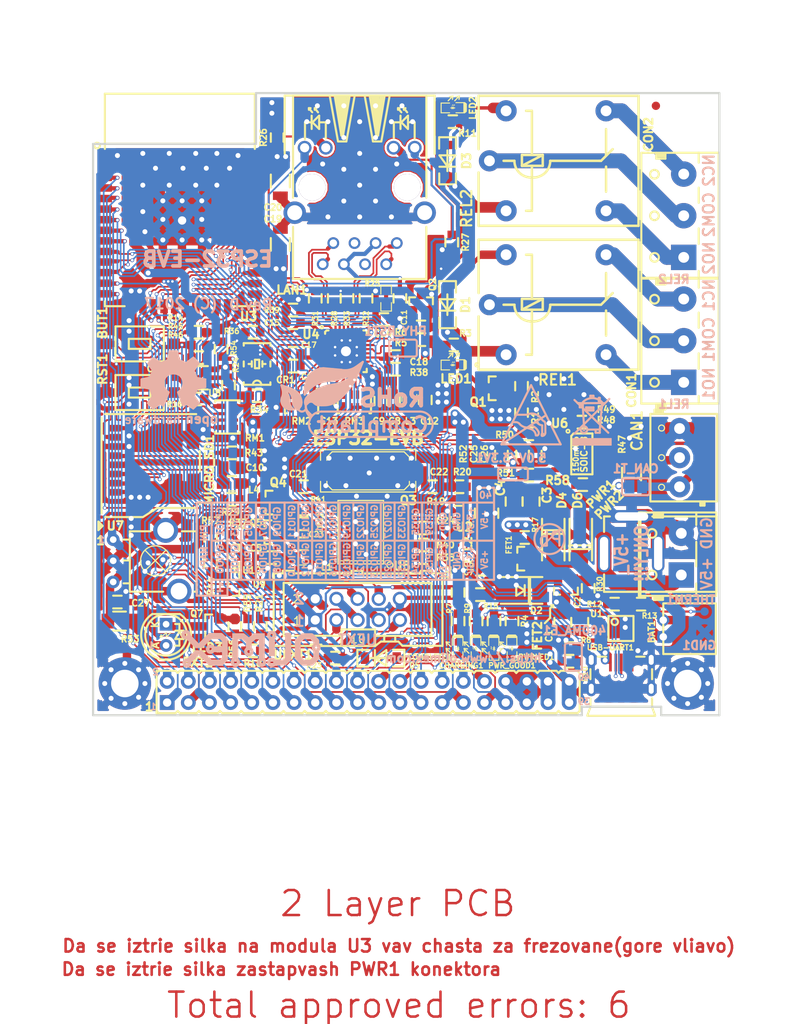
<source format=kicad_pcb>
(kicad_pcb (version 20171130) (host pcbnew 5.0.2-bee76a0~70~ubuntu18.04.1)
  (title_block (title ESP-EVB) (rev C) (company "OLIMEX Ltd.") (comment 1 https://www.olimex.com))
  (layers (0 F.Cu mixed) (31 B.Cu mixed) (34 B.Paste user) (35 F.Paste user) (36 B.SilkS user hide) (37 F.SilkS user) (38 B.Mask user hide) (39 F.Mask user) (44 Edge.Cuts user))
  (net 0 "")
  (net 1 +5V)
  (net 2 "Net-(400MA_E1-Pad1)")
  (net 3 GND)
  (net 4 "Net-(BAT1-Pad1)")
  (net 5 "Net-(BUT1-Pad2)")
  (net 6 /GPI34/BUT1)
  (net 7 "Net-(C3-Pad1)")
  (net 8 "Net-(C5-Pad2)")
  (net 9 +3V3)
  (net 10 "Net-(C10-Pad1)")
  (net 11 "Net-(C11-Pad1)")
  (net 12 "Net-(C18-Pad2)")
  (net 13 "Net-(CON1-Pad3)")
  (net 14 "Net-(CON1-Pad1)")
  (net 15 "Net-(CON1-Pad2)")
  (net 16 "Net-(CON2-Pad2)")
  (net 17 "Net-(CON2-Pad1)")
  (net 18 "Net-(CON2-Pad3)")
  (net 19 "Net-(CR1-Pad3)")
  (net 20 "Net-(D1-Pad2)")
  (net 21 "Net-(D3-Pad2)")
  (net 22 /GPIO3/U0RXD)
  (net 23 "Net-(D5-Pad1)")
  (net 24 /ESP_EN)
  (net 25 "/GPIO25/EMAC_RXD0(RMII)")
  (net 26 "/GPIO19/EMAC_TXD0(RMII)")
  (net 27 "/GPIO26/EMAC_RXD1(RMII)")
  (net 28 /GPIO33/REL2)
  (net 29 /GPIO32/REL1)
  (net 30 /GPIO9/SD_DATA2)
  (net 31 /GPIO8/SD_DATA1)
  (net 32 /GPIO6/SD_CLK)
  (net 33 /GPIO7/SD_DATA0)
  (net 34 /GPIO1/U0TXD)
  (net 35 /GPIO10/SD_DATA3)
  (net 36 /GPIO11/SD_CMD)
  (net 37 "Net-(L2-Pad1)")
  (net 38 "Net-(LED1-Pad2)")
  (net 39 "Net-(LED2-Pad2)")
  (net 40 "Net-(Q1-Pad1)")
  (net 41 "Net-(Q2-Pad1)")
  (net 42 /STAT2)
  (net 43 "Net-(R10-Pad1)")
  (net 44 /STAT1)
  (net 45 "Net-(R12-Pad2)")
  (net 46 "Net-(R12-Pad1)")
  (net 47 "/#PG(#TE)")
  (net 48 "Net-(R19-Pad1)")
  (net 49 "Net-(R39-Pad1)")
  (net 50 /PHYAD0)
  (net 51 /PHYAD1)
  (net 52 /PHYAD2)
  (net 53 /RMIISEL)
  (net 54 /VDD1A-2A)
  (net 55 /VDDCR)
  (net 56 "/GPIO22/EMAC_TXD1(RMII)")
  (net 57 "/GPIO21/EMAC_TX_EN(RMII)")
  (net 58 "Net-(MICRO_SD1-Pad5)")
  (net 59 "Net-(LAN1-Pad1)")
  (net 60 "Net-(LAN1-Pad2)")
  (net 61 "Net-(LAN1-Pad7)")
  (net 62 "Net-(LAN1-Pad8)")
  (net 63 "Net-(LAN1-PadAG1)")
  (net 64 "Net-(LAN1-PadAY1)")
  (net 65 "Net-(LAN1-PadKG1)")
  (net 66 "Net-(LAN1-PadKY1)")
  (net 67 "Net-(C19-Pad1)")
  (net 68 "Net-(CHARGING1-Pad1)")
  (net 69 "Net-(COMPLETE1-Pad1)")
  (net 70 "Net-(C21-Pad1)")
  (net 71 "Net-(C22-Pad1)")
  (net 72 /CANL)
  (net 73 /CANH)
  (net 74 "Net-(CAN_T1-Pad1)")
  (net 75 /GPI36/U1RXD)
  (net 76 /+5V_EXT)
  (net 77 /GPI39/IR_RECEIVE)
  (net 78 "/GPIO23/MDC(RMII)")
  (net 79 /GPIO27/EMAC_RX_CRS_DV)
  (net 80 /GPI35/CAN-RX)
  (net 81 /GPIO5/CAN-TX)
  (net 82 /GPIO4/U1TXD)
  (net 83 /GPIO0/XTAL1/CLKIN)
  (net 84 /GPIO2/HS2_DATA0)
  (net 85 /GPIO12/IR_Transmit)
  (net 86 /GPIO13/I2C-SDA)
  (net 87 /GPIO14/HS2_CLK)
  (net 88 /GPIO15/HS2_CMD)
  (net 89 /GPIO16/I2C-SCL)
  (net 90 /GPIO17/SPI_CS)
  (net 91 "/GPIO18/MDIO(RMII)")
  (net 92 /+5V_USB)
  (net 93 "Net-(LED3-Pad1)")
  (net 94 "Net-(LED3-Pad2)")
  (net 95 "Net-(MICRO_SD1-Pad1)")
  (net 96 "Net-(MICRO_SD1-Pad2)")
  (net 97 "Net-(MICRO_SD1-Pad8)")
  (net 98 "Net-(PWR_GOOD1-Pad1)")
  (net 99 "Net-(Q4-Pad2)")
  (net 100 "Net-(Q4-Pad1)")
  (net 101 "Net-(Q5-Pad2)")
  (net 102 "Net-(Q5-Pad1)")
  (net 103 "Net-(Q7-Pad1)")
  (net 104 "Net-(R35-Pad1)")
  (net 105 "Net-(R40-Pad1)")
  (net 106 "Net-(R48-Pad1)")
  (net 107 "Net-(R50-Pad2)")
  (net 108 "Net-(R51-Pad2)")
  (net 109 "Net-(U3-Pad32)")
  (net 110 "Net-(U4-Pad4)")
  (net 111 "Net-(U4-Pad14)")
  (net 112 "Net-(U4-Pad18)")
  (net 113 "Net-(U4-Pad20)")
  (net 114 "Net-(U4-Pad26)")
  (net 115 "Net-(U5-Pad6)")
  (net 116 "Net-(U5-Pad7)")
  (net 117 "Net-(U5-Pad11)")
  (net 118 "Net-(U5-Pad12)")
  (net 119 "Net-(U5-Pad13)")
  (net 120 "Net-(U5-Pad14)")
  (net 121 "Net-(U5-Pad17)")
  (net 122 "Net-(USB-UART1-Pad4)")
  (net 123 /OSC_DIS)
  (net 124 "Net-(PWRLED1-Pad1)")
  (net 125 "Net-(Q5-Pad3)")
  (net 126 "Net-(C28-Pad1)")
  (net 127 "Net-(MICRO_SD1-Pad7)")
  (net 128 "Net-(5.0V/3.3V1-Pad2)")
  (net 129 "Net-(R44-Pad2)")
  (net 130 /D_Com)
  (net 131 "Net-(R58-Pad2)")
  (module OLIMEX_Cases-FP:ESP-WROOM-32_MODULE (layer F.Cu) (at 80.01 79.883)
    (fp_text reference U3 (at 8.255 13.97) (layer F.SilkS) (effects (font (size 1.016 1.016) (thickness 0.254))))
    (fp_text value ESP-WROOM-32)
    (pad 39 thru_hole circle (at -2.0404 4.7998) (size 1.3 1.3) (drill 0.6) (layers *.Cu *.Mask) (net 3 GND))
    (pad 39 thru_hole circle (at 0.271 2.463) (size 2 2) (drill 1) (layers *.Cu *.Mask) (net 3 GND))
    (pad 39 smd rect (at 0.3 2.45) (size 6 6) (layers F.Cu F.Mask) (net 3 GND))
    (pad 38 smd rect (at 9 -5.21) (size 1.7 0.9) (layers F.Cu F.Paste F.Mask) (net 3 GND))
    (pad 37 smd rect (at 9 -3.94) (size 1.7 0.9) (layers F.Cu F.Paste F.Mask) (net 78 "/GPIO23/MDC(RMII)"))
    (pad 36 smd rect (at 9 -2.67) (size 1.7 0.9) (layers F.Cu F.Paste F.Mask) (net 56 "/GPIO22/EMAC_TXD1(RMII)"))
    (pad 35 smd rect (at 9 -1.4) (size 1.7 0.9) (layers F.Cu F.Paste F.Mask) (net 34 /GPIO1/U0TXD))
    (pad 34 smd rect (at 9 -0.13) (size 1.7 0.9) (layers F.Cu F.Paste F.Mask) (net 22 /GPIO3/U0RXD))
    (pad 33 smd rect (at 9 1.14) (size 1.7 0.9) (layers F.Cu F.Paste F.Mask) (net 57 "/GPIO21/EMAC_TX_EN(RMII)"))
    (pad 32 smd rect (at 9 2.41) (size 1.7 0.9) (layers F.Cu F.Paste F.Mask) (net 109 "Net-(U3-Pad32)"))
    (pad 31 smd rect (at 9 3.68) (size 1.7 0.9) (layers F.Cu F.Paste F.Mask) (net 26 "/GPIO19/EMAC_TXD0(RMII)"))
    (pad 30 smd rect (at 9 4.95) (size 1.7 0.9) (layers F.Cu F.Paste F.Mask) (net 91 "/GPIO18/MDIO(RMII)"))
    (pad 29 smd rect (at 9 6.22) (size 1.7 0.9) (layers F.Cu F.Paste F.Mask) (net 81 /GPIO5/CAN-TX))
    (pad 28 smd rect (at 9 7.49) (size 1.7 0.9) (layers F.Cu F.Paste F.Mask) (net 90 /GPIO17/SPI_CS))
    (pad 27 smd rect (at 9 8.76) (size 1.7 0.9) (layers F.Cu F.Paste F.Mask) (net 89 /GPIO16/I2C-SCL))
    (pad 26 smd rect (at 9 10.03) (size 1.7 0.9) (layers F.Cu F.Paste F.Mask) (net 82 /GPIO4/U1TXD))
    (pad 25 smd rect (at 9 11.3) (size 1.7 0.9) (layers F.Cu F.Paste F.Mask) (net 83 /GPIO0/XTAL1/CLKIN))
    (pad 24 smd rect (at 5.73 12.75) (size 0.9 1.7) (layers F.Cu F.Paste F.Mask) (net 84 /GPIO2/HS2_DATA0))
    (pad 23 smd rect (at 4.46 12.75) (size 0.9 1.7) (layers F.Cu F.Paste F.Mask) (net 88 /GPIO15/HS2_CMD))
    (pad 22 smd rect (at 3.19 12.75) (size 0.9 1.7) (layers F.Cu F.Paste F.Mask) (net 31 /GPIO8/SD_DATA1))
    (pad 21 smd rect (at 1.92 12.75) (size 0.9 1.7) (layers F.Cu F.Paste F.Mask) (net 33 /GPIO7/SD_DATA0))
    (pad 20 smd rect (at 0.65 12.75) (size 0.9 1.7) (layers F.Cu F.Paste F.Mask) (net 32 /GPIO6/SD_CLK))
    (pad 19 smd rect (at -0.62 12.75) (size 0.9 1.7) (layers F.Cu F.Paste F.Mask) (net 36 /GPIO11/SD_CMD))
    (pad 18 smd rect (at -1.89 12.75) (size 0.9 1.7) (layers F.Cu F.Paste F.Mask) (net 35 /GPIO10/SD_DATA3))
    (pad 17 smd rect (at -3.16 12.75) (size 0.9 1.7) (layers F.Cu F.Paste F.Mask) (net 30 /GPIO9/SD_DATA2))
    (pad 16 smd rect (at -4.43 12.75) (size 0.9 1.7) (layers F.Cu F.Paste F.Mask) (net 86 /GPIO13/I2C-SDA))
    (pad 15 smd rect (at -5.7 12.75) (size 0.9 1.7) (layers F.Cu F.Paste F.Mask) (net 3 GND))
    (pad 14 smd rect (at -9 11.26) (size 1.7 0.9) (layers F.Cu F.Paste F.Mask) (net 85 /GPIO12/IR_Transmit))
    (pad 13 smd rect (at -9 9.99) (size 1.7 0.9) (layers F.Cu F.Paste F.Mask) (net 87 /GPIO14/HS2_CLK))
    (pad 12 smd rect (at -9 8.72) (size 1.7 0.9) (layers F.Cu F.Paste F.Mask) (net 79 /GPIO27/EMAC_RX_CRS_DV))
    (pad 11 smd rect (at -9 7.45) (size 1.7 0.9) (layers F.Cu F.Paste F.Mask) (net 27 "/GPIO26/EMAC_RXD1(RMII)"))
    (pad 10 smd rect (at -9 6.18) (size 1.7 0.9) (layers F.Cu F.Paste F.Mask) (net 25 "/GPIO25/EMAC_RXD0(RMII)"))
    (pad 9 smd rect (at -9 4.91) (size 1.7 0.9) (layers F.Cu F.Paste F.Mask) (net 28 /GPIO33/REL2))
    (pad 8 smd rect (at -9 3.64) (size 1.7 0.9) (layers F.Cu F.Paste F.Mask) (net 29 /GPIO32/REL1))
    (pad 7 smd rect (at -9 2.37) (size 1.7 0.9) (layers F.Cu F.Paste F.Mask) (net 80 /GPI35/CAN-RX))
    (pad 6 smd rect (at -9 1.1) (size 1.7 0.9) (layers F.Cu F.Paste F.Mask) (net 6 /GPI34/BUT1))
    (pad 5 smd rect (at -9 -0.17) (size 1.7 0.9) (layers F.Cu F.Paste F.Mask) (net 77 /GPI39/IR_RECEIVE))
    (pad 4 smd rect (at -9 -1.44) (size 1.7 0.9) (layers F.Cu F.Paste F.Mask) (net 75 /GPI36/U1RXD))
    (pad 3 smd rect (at -9 -2.71) (size 1.7 0.9) (layers F.Cu F.Paste F.Mask) (net 24 /ESP_EN))
    (pad 2 smd rect (at -9 -3.98) (size 1.7 0.9) (layers F.Cu F.Paste F.Mask) (net 9 +3V3))
    (pad 1 smd rect (at -9 -5.25) (size 1.7 0.9) (layers F.Cu F.Paste F.Mask) (net 3 GND))
    (pad 39 thru_hole circle (at 2.6332 4.7998) (size 1.3 1.3) (drill 0.6) (layers *.Cu *.Mask) (net 3 GND))
    (pad 39 thru_hole circle (at -2.0404 0.1008) (size 1.3 1.3) (drill 0.6) (layers *.Cu *.Mask) (net 3 GND))
    (pad 39 thru_hole circle (at 2.6332 0.1008) (size 1.3 1.3) (drill 0.6) (layers *.Cu *.Mask) (net 3 GND))
    (pad 39 thru_hole circle (at 0.271 0.1008) (size 1.3 1.3) (drill 0.6) (layers *.Cu *.Mask) (net 3 GND))
    (pad 39 thru_hole circle (at 0.271 4.7998) (size 1.3 1.3) (drill 0.6) (layers *.Cu *.Mask) (net 3 GND))
    (pad 39 thru_hole circle (at -2.0404 2.336) (size 1.3 1.3) (drill 0.6) (layers *.Cu *.Mask) (net 3 GND))
    (pad 39 thru_hole circle (at 2.6332 2.336) (size 1.3 1.3) (drill 0.6) (layers *.Cu *.Mask) (net 3 GND))
  )
  (module OLIMEX_Connectors-FP:USB-MICRO_MISB-SWMM-5B_LF (layer F.Cu) (at 133 138.303 270)
    (fp_text reference USB-UART1 (at -4.699 1.301 180) (layer F.SilkS) (effects (font (size 0.635 0.635) (thickness 0.15875))))
    (fp_text value "MISB-SWMM-5B-LF(USB_MICRO)")
    (pad 0 thru_hole oval (at 0.25 -3.6) (size 1.2 1.8) (drill oval 0.6 1.2) (layers *.Cu *.Mask) (net 3 GND))
    (pad 0 thru_hole oval (at -3.22 -3.6) (size 1.2 1.8) (drill oval 0.6 1.2) (layers *.Cu *.Mask) (net 3 GND))
    (pad 0 thru_hole oval (at -3.22 3.6) (size 1.2 1.8) (drill oval 0.6 1.2) (layers *.Cu *.Mask) (net 3 GND))
    (pad 0 thru_hole oval (at 0.25 3.6) (size 1.2 1.8) (drill oval 0.6 1.2) (layers *.Cu *.Mask) (net 3 GND))
    (pad 0 smd rect (at 1.4 -1.5) (size 1.1 1) (layers F.Cu F.Paste F.Mask) (net 3 GND))
    (pad 0 smd rect (at 1.4 1.5) (size 1.1 1) (layers F.Cu F.Paste F.Mask) (net 3 GND))
    (pad "" np_thru_hole circle (at -1.9 -2) (size 0.6 0.6) (drill 0.6) (layers *.Cu *.Mask))
    (pad "" np_thru_hole circle (at -1.9 2) (size 0.6 0.6) (drill 0.6) (layers *.Cu *.Mask))
    (pad 5 smd rect (at -2.9 -1.3) (size 0.325 2.15) (layers F.Cu F.Paste F.Mask) (net 3 GND))
    (pad 4 smd rect (at -2.9 -0.65) (size 0.325 2.15) (layers F.Cu F.Paste F.Mask) (net 122 "Net-(USB-UART1-Pad4)"))
    (pad 3 smd rect (at -2.9 0) (size 0.325 2.15) (layers F.Cu F.Paste F.Mask) (net 115 "Net-(U5-Pad6)"))
    (pad 2 smd rect (at -2.9 0.65) (size 0.325 2.15) (layers F.Cu F.Paste F.Mask) (net 116 "Net-(U5-Pad7)"))
    (pad 1 smd rect (at -2.9 1.3) (size 0.325 2.15) (layers F.Cu F.Paste F.Mask) (net 92 /+5V_USB))
  )
  (module OLIMEX_Other-FP:Fiducial1x3 (layer F.Cu) (at 137.16 68.58)
    (fp_text reference "" (at 0 3) (layer F.SilkS))
    (fp_text value "")
    (pad Fid1 connect circle (at 0 0) (size 1 1) (layers F.Cu F.Mask) (clearance 1.016))
  )
  (module OLIMEX_Other-FP:Fiducial1x3 (layer F.Cu) (at 71.501 133.35)
    (fp_text reference "" (at 0 3) (layer F.SilkS))
    (fp_text value "")
    (pad Fid1 connect circle (at 0 0) (size 1 1) (layers F.Cu F.Mask) (clearance 1.016))
  )
  (module OLIMEX_IC-FP:MSOP-10_Pitch-0.5mm_3.00x3.00x1.00mm (layer F.Cu) (at 132.969 131.318 270)
    (fp_text reference U1 (at -1.778 2.921) (layer F.SilkS) (effects (font (size 0.762 0.762) (thickness 0.1905))))
    (fp_text value "MCP73833(MSOP10)")
    (pad 10 smd rect (at -1 -2.4 270) (size 0.25 1) (layers F.Cu F.Paste F.Mask) (net 4 "Net-(BAT1-Pad1)"))
    (pad 9 smd rect (at -0.5 -2.4 270) (size 0.25 1) (layers F.Cu F.Paste F.Mask) (net 4 "Net-(BAT1-Pad1)"))
    (pad 8 smd rect (at 0 -2.4 270) (size 0.25 1) (layers F.Cu F.Paste F.Mask) (net 46 "Net-(R12-Pad1)"))
    (pad 7 smd rect (at 0.5 -2.4 270) (size 0.25 1) (layers F.Cu F.Paste F.Mask) (net 47 "/#PG(#TE)"))
    (pad 6 smd rect (at 1 -2.4 270) (size 0.25 1) (layers F.Cu F.Paste F.Mask) (net 43 "Net-(R10-Pad1)"))
    (pad 5 smd rect (at 1 2.4 270) (size 0.25 1) (layers F.Cu F.Paste F.Mask) (net 3 GND))
    (pad 4 smd rect (at 0.5 2.4 270) (size 0.25 1) (layers F.Cu F.Paste F.Mask) (net 42 /STAT2))
    (pad 3 smd rect (at 0 2.4 270) (size 0.25 1) (layers F.Cu F.Paste F.Mask) (net 44 /STAT1))
    (pad 2 smd rect (at -0.5 2.4 270) (size 0.25 1) (layers F.Cu F.Paste F.Mask) (net 1 +5V))
    (pad 1 smd rect (at -1 2.4 270) (size 0.25 1) (layers F.Cu F.Paste F.Mask) (net 1 +5V))
  )
  (module OLIMEX_IC-FP:SOIC-8_150mil (layer F.Cu) (at 128.27 110.363 270)
    (fp_text reference U6 (at -3.683 2.667 180) (layer F.SilkS) (effects (font (size 1.016 1.016) (thickness 0.254))))
    (fp_text value "MCP2551-I/SN(SOIC-8_150mil)")
    (fp_text user SOIC-8 (at 0.05588 -0.27178 270) (layer F.SilkS) (effects (font (size 0.762 0.762) (thickness 0.1905))))
    (fp_text user 150mil (at 0.508 0.7112 270) (layer F.SilkS) (effects (font (size 0.635 0.635) (thickness 0.15875))))
    (pad 8 smd rect (at -1.905 -2.5 270) (size 0.6 2.2) (layers F.Cu F.Paste F.Mask) (net 106 "Net-(R48-Pad1)") (clearance 0.0508))
    (pad 7 smd rect (at -0.635 -2.5 270) (size 0.6 2.2) (layers F.Cu F.Paste F.Mask) (net 73 /CANH) (clearance 0.0508))
    (pad 6 smd rect (at 0.635 -2.5 270) (size 0.6 2.2) (layers F.Cu F.Paste F.Mask) (net 72 /CANL) (clearance 0.0508))
    (pad 5 smd rect (at 1.905 -2.5 270) (size 0.6 2.2) (layers F.Cu F.Paste F.Mask) (net 131 "Net-(R58-Pad2)") (clearance 0.0508))
    (pad 4 smd rect (at 1.905 2.5 270) (size 0.6 2.2) (layers F.Cu F.Paste F.Mask) (net 108 "Net-(R51-Pad2)") (clearance 0.0508))
    (pad 3 smd rect (at 0.635 2.5 270) (size 0.6 2.2) (layers F.Cu F.Paste F.Mask) (net 128 "Net-(5.0V/3.3V1-Pad2)") (clearance 0.0508))
    (pad 2 smd rect (at -0.635 2.5 270) (size 0.6 2.2) (layers F.Cu F.Paste F.Mask) (net 3 GND) (clearance 0.0508))
    (pad 1 smd rect (at -1.905 2.5 270) (size 0.6 2.2) (layers F.Cu F.Paste F.Mask) (net 107 "Net-(R50-Pad2)") (clearance 0.0508))
  )
  (module OLIMEX_IC-FP:SSOP-20W (layer F.Cu) (at 101.727 119.761 90)
    (fp_text reference U5 (at -4.064 4.953 180) (layer F.SilkS) (effects (font (size 1.016 1.016) (thickness 0.254))))
    (fp_text value "CH340T(SSOP20W)")
    (pad 1 smd rect (at -2.925 3.6195 90) (size 0.325 1.27) (layers F.Cu F.Paste F.Mask))
    (pad 2 smd rect (at -2.275 3.6195 90) (size 0.325 1.27) (layers F.Cu F.Paste F.Mask))
    (pad 3 smd rect (at -1.625 3.6195 90) (size 0.325 1.27) (layers F.Cu F.Paste F.Mask) (net 104 "Net-(R35-Pad1)"))
    (pad 4 smd rect (at -0.975 3.6195 90) (size 0.325 1.27) (layers F.Cu F.Paste F.Mask) (net 105 "Net-(R40-Pad1)"))
    (pad 5 smd rect (at -0.325 3.6195 90) (size 0.325 1.27) (layers F.Cu F.Paste F.Mask) (net 9 +3V3))
    (pad 6 smd rect (at 0.325 3.6195 90) (size 0.325 1.27) (layers F.Cu F.Paste F.Mask) (net 115 "Net-(U5-Pad6)"))
    (pad 7 smd rect (at 0.975 3.6195 90) (size 0.325 1.27) (layers F.Cu F.Paste F.Mask) (net 116 "Net-(U5-Pad7)"))
    (pad 8 smd rect (at 1.625 3.6195 90) (size 0.325 1.27) (layers F.Cu F.Paste F.Mask) (net 3 GND))
    (pad 9 smd rect (at 2.275 3.6195 90) (size 0.325 1.27) (layers F.Cu F.Paste F.Mask) (net 70 "Net-(C21-Pad1)"))
    (pad 10 smd rect (at 2.925 3.6195 90) (size 0.325 1.27) (layers F.Cu F.Paste F.Mask) (net 71 "Net-(C22-Pad1)"))
    (pad 11 smd rect (at 2.925 -3.6195 90) (size 0.325 1.27) (layers F.Cu F.Paste F.Mask) (net 117 "Net-(U5-Pad11)"))
    (pad 12 smd rect (at 2.275 -3.6195 90) (size 0.325 1.27) (layers F.Cu F.Paste F.Mask) (net 118 "Net-(U5-Pad12)"))
    (pad 13 smd rect (at 1.625 -3.6195 90) (size 0.325 1.27) (layers F.Cu F.Paste F.Mask) (net 119 "Net-(U5-Pad13)"))
    (pad 14 smd rect (at 0.975 -3.6195 90) (size 0.325 1.27) (layers F.Cu F.Paste F.Mask) (net 120 "Net-(U5-Pad14)"))
    (pad 15 smd rect (at 0.325 -3.6195 90) (size 0.325 1.27) (layers F.Cu F.Paste F.Mask) (net 101 "Net-(Q5-Pad2)"))
    (pad 16 smd rect (at -0.325 -3.6195 90) (size 0.325 1.27) (layers F.Cu F.Paste F.Mask) (net 99 "Net-(Q4-Pad2)"))
    (pad 17 smd rect (at -0.975 -3.6195 90) (size 0.325 1.27) (layers F.Cu F.Paste F.Mask) (net 121 "Net-(U5-Pad17)"))
    (pad 18 smd rect (at -1.625 -3.6195 90) (size 0.325 1.27) (layers F.Cu F.Paste F.Mask))
    (pad 19 smd rect (at -2.275 -3.6195 90) (size 0.325 1.27) (layers F.Cu F.Paste F.Mask) (net 9 +3V3))
    (pad 20 smd rect (at -2.925 -3.6195 90) (size 0.325 1.27) (layers F.Cu F.Paste F.Mask) (net 3 GND))
  )
  (module OLIMEX_IC-FP:RPM7236-H8 (layer F.Cu) (at 77.089 123.19 270)
    (fp_text reference U7 (at -4.191 4.826 180) (layer F.SilkS) (effects (font (size 1.016 1.016) (thickness 0.254))))
    (fp_text value RPM7236-H8)
    (pad 0 thru_hole circle (at 3.65 -2.82 270) (size 3 3) (drill 2) (layers *.Cu *.Mask) (net 3 GND))
    (pad 0 thru_hole circle (at -3.65 -1.22 270) (size 3 3) (drill 2) (layers *.Cu *.Mask) (net 3 GND))
    (pad 3 thru_hole circle (at 2.54 5.08 270) (size 1.524 1.524) (drill 0.8) (layers *.Cu *.Mask) (net 9 +3V3))
    (pad 2 thru_hole circle (at 0 5.08 270) (size 1.524 1.524) (drill 0.8) (layers *.Cu *.Mask) (net 3 GND))
    (pad 1 thru_hole circle (at -2.54 5.08 270) (size 1.524 1.524) (drill 0.8) (layers *.Cu *.Mask) (net 77 /GPI39/IR_RECEIVE))
  )
  (module OLIMEX_LEDs-FP:LED-5mm-PTH-AK (layer F.Cu) (at 78.359 132.08 90)
    (fp_text reference LED3 (at -1.524 4.953 180) (layer F.SilkS) (effects (font (size 1.016 1.016) (thickness 0.254))))
    (fp_text value LED/IR333-A/5mm)
    (fp_text user K (at 1.27 -1.3 90) (layer F.SilkS) (effects (font (size 0.889 0.889) (thickness 0.2032))))
    (fp_text user A (at -1.27 -1.3 90) (layer F.SilkS) (effects (font (size 0.889 0.889) (thickness 0.2032))))
    (pad 2 thru_hole rect (at 1.27 0 270) (size 1.524 1.524) (drill 0.8) (layers *.Cu *.Mask) (net 94 "Net-(LED3-Pad2)"))
    (pad 1 thru_hole circle (at -1.27 0 270) (size 1.524 1.524) (drill 0.8) (layers *.Cu *.Mask) (net 93 "Net-(LED3-Pad1)"))
  )
  (module OLIMEX_LOGOs-FP:OLIMEX_LOGO_TB (layer B.Cu) (at 88.392 133.731 180)
    (fp_text reference "" hide)
    (fp_text value "" hide)
  )
  (module "OLIMEX_IC-FP:QFN32_EP(33)_5.00x5.00x0.90mm_Pitch_0.50mm" (layer F.Cu) (at 99.949 98.044 270)
    (fp_text reference U4 (at -2.032 4.191 180) (layer F.SilkS) (effects (font (size 1.016 1.016) (thickness 0.254))))
    (fp_text value "LAN8710A-EZC(QFN32)")
    (pad 33 smd rect (at 0 0 270) (size 3.6 3.6) (layers F.Cu F.Mask) (net 3 GND))
    (pad 33 thru_hole rect (at -0.5 -1.3 270) (size 0.4 0.4) (drill 0.3) (layers *.Cu F.Mask) (net 3 GND))
    (pad 33 thru_hole rect (at 0.5 -1.3 270) (size 0.4 0.4) (drill 0.3) (layers *.Cu F.Mask) (net 3 GND))
    (pad 33 thru_hole rect (at 1.3 -0.5 270) (size 0.4 0.4) (drill 0.29972) (layers *.Cu F.Mask) (net 3 GND))
    (pad 33 thru_hole rect (at 1.3 0.5 270) (size 0.4 0.4) (drill 0.3) (layers *.Cu F.Mask) (net 3 GND))
    (pad 33 thru_hole rect (at 0.5 1.3 270) (size 0.4 0.4) (drill 0.3) (layers *.Cu F.Mask) (net 3 GND))
    (pad 33 thru_hole rect (at -0.5 1.3 270) (size 0.4 0.4) (drill 0.3) (layers *.Cu F.Mask) (net 3 GND))
    (pad 33 thru_hole rect (at -1.3 0.5 270) (size 0.4 0.4) (drill 0.3) (layers *.Cu F.Mask) (net 3 GND))
    (pad 33 thru_hole rect (at -1.3 -0.5 270) (size 0.4 0.4) (drill 0.3) (layers *.Cu F.Mask) (net 3 GND))
    (pad 33 thru_hole rect (at 0 0 270) (size 1.4224 1.4224) (drill 1.2) (layers *.Cu *.Mask) (net 3 GND))
    (pad 32 smd rect (at -2.45 1.75 270) (size 0.8 0.25) (layers F.Cu F.Paste F.Mask) (net 49 "Net-(R39-Pad1)"))
    (pad 31 smd rect (at -2.45 1.25 270) (size 0.8 0.25) (layers F.Cu F.Paste F.Mask) (net 61 "Net-(LAN1-Pad7)"))
    (pad 30 smd rect (at -2.45 0.75 270) (size 0.8 0.25) (layers F.Cu F.Paste F.Mask) (net 62 "Net-(LAN1-Pad8)"))
    (pad 29 smd rect (at -2.45 0.25 270) (size 0.8 0.25) (layers F.Cu F.Paste F.Mask) (net 59 "Net-(LAN1-Pad1)"))
    (pad 28 smd rect (at -2.45 -0.25 270) (size 0.8 0.25) (layers F.Cu F.Paste F.Mask) (net 60 "Net-(LAN1-Pad2)"))
    (pad 27 smd rect (at -2.45 -0.75 270) (size 0.8 0.25) (layers F.Cu F.Paste F.Mask) (net 54 /VDD1A-2A))
    (pad 26 smd rect (at -2.45 -1.25 270) (size 0.8 0.25) (layers F.Cu F.Paste F.Mask) (net 114 "Net-(U4-Pad26)"))
    (pad 25 smd rect (at -2.45 -1.75 270) (size 0.8 0.25) (layers F.Cu F.Paste F.Mask) (net 3 GND))
    (pad 24 smd rect (at -1.75 -2.45 180) (size 0.8 0.25) (layers F.Cu F.Paste F.Mask) (net 3 GND))
    (pad 23 smd rect (at -1.25 -2.45 180) (size 0.8 0.25) (layers F.Cu F.Paste F.Mask) (net 56 "/GPIO22/EMAC_TXD1(RMII)"))
    (pad 22 smd rect (at -0.75 -2.45 180) (size 0.8 0.25) (layers F.Cu F.Paste F.Mask) (net 26 "/GPIO19/EMAC_TXD0(RMII)"))
    (pad 21 smd rect (at -0.25 -2.45 180) (size 0.8 0.25) (layers F.Cu F.Paste F.Mask) (net 57 "/GPIO21/EMAC_TX_EN(RMII)"))
    (pad 20 smd rect (at 0.25 -2.45 180) (size 0.8 0.25) (layers F.Cu F.Paste F.Mask) (net 113 "Net-(U4-Pad20)"))
    (pad 19 smd rect (at 0.75 -2.45 180) (size 0.8 0.25) (layers F.Cu F.Paste F.Mask) (net 12 "Net-(C18-Pad2)"))
    (pad 18 smd rect (at 1.25 -2.45 180) (size 0.8 0.25) (layers F.Cu F.Paste F.Mask) (net 112 "Net-(U4-Pad18)"))
    (pad 17 smd rect (at 1.75 -2.45 180) (size 0.8 0.25) (layers F.Cu F.Paste F.Mask) (net 78 "/GPIO23/MDC(RMII)"))
    (pad 16 smd rect (at 2.45 -1.75 90) (size 0.8 0.25) (layers F.Cu F.Paste F.Mask) (net 91 "/GPIO18/MDIO(RMII)"))
    (pad 15 smd rect (at 2.45 -1.25 90) (size 0.8 0.25) (layers F.Cu F.Paste F.Mask) (net 79 /GPIO27/EMAC_RX_CRS_DV))
    (pad 14 smd rect (at 2.45 -0.75 90) (size 0.8 0.25) (layers F.Cu F.Paste F.Mask) (net 111 "Net-(U4-Pad14)"))
    (pad 13 smd rect (at 2.45 -0.25 90) (size 0.8 0.25) (layers F.Cu F.Paste F.Mask) (net 50 /PHYAD0))
    (pad 12 smd rect (at 2.45 0.25 90) (size 0.8 0.25) (layers F.Cu F.Paste F.Mask) (net 9 +3V3))
    (pad 11 smd rect (at 2.45 0.75 90) (size 0.8 0.25) (layers F.Cu F.Paste F.Mask) (net 25 "/GPIO25/EMAC_RXD0(RMII)"))
    (pad 10 smd rect (at 2.45 1.25 90) (size 0.8 0.25) (layers F.Cu F.Paste F.Mask) (net 27 "/GPIO26/EMAC_RXD1(RMII)"))
    (pad 9 smd rect (at 2.45 1.75 90) (size 0.8 0.25) (layers F.Cu F.Paste F.Mask) (net 53 /RMIISEL))
    (pad 8 smd rect (at 1.75 2.45) (size 0.8 0.25) (layers F.Cu F.Paste F.Mask) (net 52 /PHYAD2))
    (pad 7 smd rect (at 1.25 2.45) (size 0.8 0.25) (layers F.Cu F.Paste F.Mask) (net 51 /PHYAD1))
    (pad 6 smd rect (at 0.75 2.45) (size 0.8 0.25) (layers F.Cu F.Paste F.Mask) (net 55 /VDDCR))
    (pad 5 smd rect (at 0.25 2.45) (size 0.8 0.25) (layers F.Cu F.Paste F.Mask) (net 83 /GPIO0/XTAL1/CLKIN))
    (pad 4 smd rect (at -0.25 2.45) (size 0.8 0.25) (layers F.Cu F.Paste F.Mask) (net 110 "Net-(U4-Pad4)"))
    (pad 3 smd rect (at -0.75 2.45) (size 0.8 0.25) (layers F.Cu F.Paste F.Mask) (net 64 "Net-(LAN1-PadAY1)"))
    (pad 2 smd rect (at -1.25 2.45) (size 0.8 0.25) (layers F.Cu F.Paste F.Mask) (net 65 "Net-(LAN1-PadKG1)"))
    (pad 1 smd rect (at -1.75 2.45) (size 0.8 0.25) (layers F.Cu F.Paste F.Mask) (net 54 /VDD1A-2A))
  )
  (module OLIMEX_RLC-FP:0R_0603 (layer F.Cu) (at 104.775 91.694 90)
    (fp_text reference R25 (at 1.778 -1.651) (layer F.SilkS) (effects (font (size 0.635 0.635) (thickness 0.15875))))
    (fp_text value "0R(board_mounted)")
    (pad 1 smd rect (at -0.889 0 90) (size 1.016 1.016) (layers F.Cu F.Paste F.Mask) (net 54 /VDD1A-2A) (clearance 0.0508))
    (pad 2 smd rect (at 0.889 0 90) (size 1.016 1.016) (layers F.Cu F.Paste F.Mask) (net 11 "Net-(C11-Pad1)") (clearance 0.0508))
    (pad 1 smd rect (at 0 0 90) (size 0.78 0.5) (layers F.Cu F.Mask) (net 54 /VDD1A-2A) (clearance 0.0508))
  )
  (module OLIMEX_Connectors-FP:TFC-WXCP11-08-LF (layer F.Cu) (at 76.327 111.125 180)
    (fp_text reference MICRO_SD1 (at -7.239 -1.143 270) (layer F.SilkS) (effects (font (size 1.016 1.016) (thickness 0.254))))
    (fp_text value TFC-WXCP11-08-LF)
    (pad SH2 smd rect (at -5.25 -3.15 270) (size 3.1 1.5) (layers F.Cu F.Paste F.Mask) (net 3 GND))
    (pad SH1 smd rect (at -5.25 2.91 270) (size 3.1 1.5) (layers F.Cu F.Paste F.Mask) (net 3 GND))
    (pad FID4 smd circle (at 5.72 5.54 270) (size 0.4 0.4) (layers F.Cu F.Mask))
    (pad FID3 smd circle (at -6.08 5.54 270) (size 0.4 0.4) (layers F.Cu F.Mask))
    (pad FID2 smd circle (at -6.08 -5.73 270) (size 0.4 0.4) (layers F.Cu F.Mask))
    (pad FID1 smd circle (at 5.72 -6.82 270) (size 0.4 0.4) (layers F.Cu F.Mask))
    (pad 8 smd rect (at 4 3.85 270) (size 0.8 1.5) (layers F.Cu F.Paste F.Mask) (net 97 "Net-(MICRO_SD1-Pad8)"))
    (pad 7 smd rect (at 4 2.75 270) (size 0.8 1.5) (layers F.Cu F.Paste F.Mask) (net 127 "Net-(MICRO_SD1-Pad7)"))
    (pad 6 smd rect (at 4 1.65 270) (size 0.8 1.5) (layers F.Cu F.Paste F.Mask) (net 3 GND))
    (pad 5 smd rect (at 4 0.55 270) (size 0.8 1.5) (layers F.Cu F.Paste F.Mask) (net 58 "Net-(MICRO_SD1-Pad5)"))
    (pad 4 smd rect (at 4 -0.55 270) (size 0.8 1.5) (layers F.Cu F.Paste F.Mask) (net 10 "Net-(C10-Pad1)"))
    (pad 3 smd rect (at 4 -1.65 270) (size 0.8 1.5) (layers F.Cu F.Paste F.Mask) (net 88 /GPIO15/HS2_CMD))
    (pad 2 smd rect (at 4 -2.75 270) (size 0.8 1.5) (layers F.Cu F.Paste F.Mask) (net 96 "Net-(MICRO_SD1-Pad2)"))
    (pad 1 smd rect (at 4 -3.85 270) (size 0.8 1.5) (layers F.Cu F.Paste F.Mask) (net 95 "Net-(MICRO_SD1-Pad1)"))
  )
  (module OLIMEX_Connectors-FP:TB3-3.5mm (layer F.Cu) (at 140 110.815 270)
    (fp_text reference CAN1 (at -3.246 5.126 270) (layer F.SilkS) (effects (font (size 1.27 1.27) (thickness 0.254))))
    (fp_text value TB3-3.5mm)
    (pad 3 thru_hole circle (at 3.5 0 270) (size 2.54 2.54) (drill 1.3) (layers *.Cu *.Mask) (net 73 /CANH))
    (pad 1 thru_hole circle (at -3.5 0 270) (size 2.54 2.54) (drill 1.3) (layers *.Cu *.Mask) (net 3 GND))
    (pad 2 thru_hole circle (at 0 0 270) (size 2.54 2.54) (drill 1.3) (layers *.Cu *.Mask) (net 72 /CANL))
  )
  (module OLIMEX_Connectors-FP:UEXT_ML10 (layer F.Cu) (at 101.346 129.032)
    (fp_text reference UEXT1 (at -7.747 5.461) (layer F.SilkS) (effects (font (size 1.016 1.016) (thickness 0.254))))
    (fp_text value BH10S)
    (fp_text user 10 (at 0.0381 3.55092) (layer F.SilkS))
    (fp_text user 1 (at -7.2644 1.39192) (layer F.SilkS))
    (fp_text user 2 (at -7.34822 -1.23444) (layer F.SilkS))
    (pad 10 thru_hole circle (at 5.08 -1.27) (size 1.7 1.7) (drill 1.1) (layers *.Cu *.Mask) (net 90 /GPIO17/SPI_CS))
    (pad 9 thru_hole circle (at 5.08 1.27) (size 1.7 1.7) (drill 1.1) (layers *.Cu *.Mask) (net 87 /GPIO14/HS2_CLK))
    (pad 8 thru_hole circle (at 2.54 -1.27) (size 1.7 1.7) (drill 1.1) (layers *.Cu *.Mask) (net 84 /GPIO2/HS2_DATA0))
    (pad 7 thru_hole circle (at 2.54 1.27) (size 1.7 1.7) (drill 1.1) (layers *.Cu *.Mask) (net 88 /GPIO15/HS2_CMD))
    (pad 6 thru_hole circle (at 0 -1.27) (size 1.7 1.7) (drill 1.1) (layers *.Cu *.Mask) (net 86 /GPIO13/I2C-SDA))
    (pad 5 thru_hole circle (at 0 1.27) (size 1.7 1.7) (drill 1.1) (layers *.Cu *.Mask) (net 89 /GPIO16/I2C-SCL))
    (pad 4 thru_hole circle (at -2.54 -1.27) (size 1.7 1.7) (drill 1.1) (layers *.Cu *.Mask) (net 23 "Net-(D5-Pad1)"))
    (pad 3 thru_hole circle (at -2.54 1.27) (size 1.7 1.7) (drill 1.1) (layers *.Cu *.Mask) (net 82 /GPIO4/U1TXD))
    (pad 2 thru_hole circle (at -5.08 -1.27) (size 1.7 1.7) (drill 1.1) (layers *.Cu *.Mask) (net 3 GND))
    (pad 1 thru_hole rect (at -5.08 1.27) (size 1.7 1.7) (drill 1.1) (layers *.Cu *.Mask) (net 8 "Net-(C5-Pad2)"))
  )
  (module OLIMEX_Relays-FP:Relay_RAS-05-15 (layer F.Cu) (at 125.476 75.184 180)
    (fp_text reference REL2 (at 11.049 -5.715 270) (layer F.SilkS) (effects (font (size 1.27 1.27) (thickness 0.254))))
    (fp_text value RAS-0515)
    (pad COM0 thru_hole circle (at 8.3 0 180) (size 2.54 2.54) (drill 1.3) (layers *.Cu *.Mask) (net 16 "Net-(CON2-Pad2)") (clearance 2.54))
    (pad NO0 thru_hole circle (at -5.7 -6 180) (size 2.54 2.54) (drill 1.3) (layers *.Cu *.Mask) (net 17 "Net-(CON2-Pad1)") (clearance 2.54))
    (pad NC0 thru_hole circle (at -5.7 6 180) (size 2.54 2.54) (drill 1.3) (layers *.Cu *.Mask) (net 18 "Net-(CON2-Pad3)") (clearance 2.54))
    (pad 2 thru_hole circle (at 6.3 6 180) (size 2.54 2.54) (drill 1.3) (layers *.Cu *.Mask) (net 21 "Net-(D3-Pad2)"))
    (pad 1 thru_hole circle (at 6.3 -6 180) (size 2.54 2.54) (drill 1.3) (layers *.Cu *.Mask) (net 1 +5V))
  )
  (module OLIMEX_Relays-FP:Relay_RAS-05-15 (layer F.Cu) (at 125.476 92.456 180)
    (fp_text reference REL1 (at 0.127 -9.017) (layer F.SilkS) (effects (font (size 1.27 1.27) (thickness 0.254))))
    (fp_text value RAS-0515)
    (pad COM0 thru_hole circle (at 8.3 0 180) (size 2.54 2.54) (drill 1.3) (layers *.Cu *.Mask) (net 15 "Net-(CON1-Pad2)") (clearance 2.54))
    (pad NO0 thru_hole circle (at -5.7 -6 180) (size 2.54 2.54) (drill 1.3) (layers *.Cu *.Mask) (net 14 "Net-(CON1-Pad1)") (clearance 2.54))
    (pad NC0 thru_hole circle (at -5.7 6 180) (size 2.54 2.54) (drill 1.3) (layers *.Cu *.Mask) (net 13 "Net-(CON1-Pad3)") (clearance 2.54))
    (pad 2 thru_hole circle (at 6.3 6 180) (size 2.54 2.54) (drill 1.3) (layers *.Cu *.Mask) (net 20 "Net-(D1-Pad2)"))
    (pad 1 thru_hole circle (at 6.3 -6 180) (size 2.54 2.54) (drill 1.3) (layers *.Cu *.Mask) (net 1 +5V))
  )
  (module OLIMEX_Connectors-FP:RJLBC-060TC1 (layer F.Cu) (at 101.6 78.359 180)
    (fp_text reference LAN1 (at 8.128 -12.319 180) (layer F.SilkS) (effects (font (size 1.016 1.016) (thickness 0.254))))
    (fp_text value "RJLD-060TC1(LPJ4013EDNL)")
    (pad Dril thru_hole circle (at 5.715 0 180) (size 3.2 3.2) (drill 3.2) (layers *.Cu *.Mask))
    (pad Dril thru_hole circle (at -5.715 0 180) (size 3.2 3.2) (drill 3.2) (layers *.Cu *.Mask))
    (pad KY1 thru_hole circle (at -4.07 4.7485 180) (size 1.65 1.65) (drill 1.1) (layers *.Cu *.Mask) (net 66 "Net-(LAN1-PadKY1)"))
    (pad KG1 thru_hole circle (at 6.61 4.7485 180) (size 1.65 1.65) (drill 1.1) (layers *.Cu *.Mask) (net 65 "Net-(LAN1-PadKG1)"))
    (pad GND2 thru_hole circle (at 7.8 -3.05 180) (size 2.7 2.7) (drill 1.8) (layers *.Cu *.Mask) (net 67 "Net-(C19-Pad1)"))
    (pad GND1 thru_hole circle (at -7.8 -3.05 180) (size 2.7 2.7) (drill 1.8) (layers *.Cu *.Mask) (net 67 "Net-(C19-Pad1)"))
    (pad AY1 thru_hole circle (at -6.61 4.7485 180) (size 1.65 1.65) (drill 1.1) (layers *.Cu *.Mask) (net 64 "Net-(LAN1-PadAY1)"))
    (pad AG1 thru_hole circle (at 4.07 4.7485 180) (size 1.65 1.65) (drill 1.1) (layers *.Cu *.Mask) (net 63 "Net-(LAN1-PadAG1)"))
    (pad 8 thru_hole circle (at 4.435 -9.24 180) (size 1.41 1.41) (drill 0.9) (layers *.Cu *.Mask) (net 62 "Net-(LAN1-Pad8)"))
    (pad 7 thru_hole circle (at 3.165 -6.7 180) (size 1.41 1.41) (drill 0.9) (layers *.Cu *.Mask) (net 61 "Net-(LAN1-Pad7)"))
    (pad 6 thru_hole circle (at 1.895 -9.24 180) (size 1.41 1.41) (drill 0.9) (layers *.Cu *.Mask) (net 11 "Net-(C11-Pad1)"))
    (pad 5 thru_hole circle (at 0.625 -6.7 180) (size 1.41 1.41) (drill 0.9) (layers *.Cu *.Mask))
    (pad 4 thru_hole circle (at -0.645 -9.24 180) (size 1.41 1.41) (drill 0.9) (layers *.Cu *.Mask))
    (pad 3 thru_hole circle (at -1.915 -6.7 180) (size 1.41 1.41) (drill 0.9) (layers *.Cu *.Mask) (net 11 "Net-(C11-Pad1)"))
    (pad 2 thru_hole circle (at -3.185 -9.24 180) (size 1.41 1.41) (drill 0.9) (layers *.Cu *.Mask) (net 60 "Net-(LAN1-Pad2)"))
    (pad 1 thru_hole circle (at -4.455 -6.7 180) (size 1.41 1.41) (drill 0.9) (layers *.Cu *.Mask) (net 59 "Net-(LAN1-Pad1)"))
  )
  (module OLIMEX_Jumpers-FP:SJ_Closed (layer B.Cu) (at 127.254 134.747 90)
    (fp_text reference 400MA_E1 (at 3.175 0.127 180) (layer B.SilkS) (effects (font (size 1.016 1.016) (thickness 0.254)) (justify mirror)))
    (fp_text value Closed)
    (pad 1 smd rect (at -0.762 0 90) (size 1.1684 1.6002) (layers B.Cu B.Mask) (net 2 "Net-(400MA_E1-Pad1)") (clearance 0.0508))
    (pad 1 smd rect (at -0.762 0 90) (size 1.1684 1.6002) (layers B.Cu B.Mask) (net 2 "Net-(400MA_E1-Pad1)"))
    (pad 2 smd rect (at 0.762 0 90) (size 1.1684 1.6002) (layers B.Cu B.Mask) (net 3 GND) (clearance 0.0508))
    (pad 1 connect rect (at 0 0 90) (size 0.508 0.4064) (layers B.Cu B.Mask) (net 2 "Net-(400MA_E1-Pad1)"))
  )
  (module OLIMEX_Jumpers-FP:SJ (layer B.Cu) (at 106.807 97.663 180)
    (fp_text reference PHY_RST1 (at 0.889 2.032 180) (layer B.SilkS) (effects (font (size 1.016 1.016) (thickness 0.254)) (justify mirror)))
    (fp_text value Opened)
    (pad 1 smd rect (at -0.762 0 180) (size 1.1684 1.6002) (layers B.Cu B.Mask) (net 3 GND) (clearance 0.0508))
    (pad 1 smd rect (at -0.762 0 180) (size 1.1684 1.6002) (layers B.Cu B.Mask) (net 3 GND))
    (pad 2 smd rect (at 0.762 0 180) (size 1.1684 1.6002) (layers B.Cu B.Mask) (net 12 "Net-(C18-Pad2)") (clearance 0.0508))
  )
  (module OLIMEX_Other-FP:Mounting_hole_3.3mm (layer F.Cu) (at 140.97 70.358)
    (fp_text reference MH1 hide)
    (fp_text value Mounting_hole_Shield_3.3mm hide)
    (pad "" np_thru_hole circle (at 0 0) (size 3.3 3.3) (drill 3.3) (layers *.Cu *.Mask) (clearance 1.55))
  )
  (module OLIMEX_Connectors-FP:LIPO_BAT-CON2DW02R (layer F.Cu) (at 141.1986 131.318 90)
    (fp_text reference BAT1 (at -0.381 -4.5466 90) (layer F.SilkS) (effects (font (size 0.762 0.762) (thickness 0.1905))))
    (fp_text value DW02R)
    (pad 1 thru_hole rect (at -1.00838 -3.15214 90) (size 1.4 1.4) (drill 0.9) (layers *.Cu *.Mask) (net 4 "Net-(BAT1-Pad1)"))
    (pad 2 thru_hole circle (at 1.0033 -3.15468 90) (size 1.4 1.4) (drill 0.9) (layers *.Cu *.Mask) (net 3 GND))
  )
  (module OLIMEX_RLC-FP:C_0805_5MIL_DWS (layer F.Cu) (at 125.984 130.556 270)
    (fp_text reference C1 (at 1.651 1.651 270) (layer F.SilkS) (effects (font (size 0.762 0.762) (thickness 0.1905))))
    (fp_text value 47uF/6.3V/20%/X5R/C0805)
    (pad 2 smd rect (at 1.016 0) (size 1.524 1.27) (layers F.Cu F.Paste F.Mask) (net 3 GND))
    (pad 1 smd rect (at -1.016 0) (size 1.524 1.27) (layers F.Cu F.Paste F.Mask) (net 1 +5V))
  )
  (module OLIMEX_RLC-FP:C_0805_5MIL_DWS (layer F.Cu) (at 128.016 130.556 270)
    (fp_text reference C2 (at -2.413 0.254 270) (layer F.SilkS) (effects (font (size 0.635 0.635) (thickness 0.15875))))
    (fp_text value 47uF/6.3V/20%/X5R/C0805)
    (pad 1 smd rect (at -1.016 0) (size 1.524 1.27) (layers F.Cu F.Paste F.Mask) (net 1 +5V))
    (pad 2 smd rect (at 1.016 0) (size 1.524 1.27) (layers F.Cu F.Paste F.Mask) (net 3 GND))
  )
  (module OLIMEX_RLC-FP:C_0603_5MIL_DWS (layer F.Cu) (at 91.059 122.809)
    (fp_text reference C5 (at -1.905 -1.143) (layer F.SilkS) (effects (font (size 0.762 0.762) (thickness 0.1905))))
    (fp_text value 22uF/6.3V/20%/X5R/C0603)
    (pad 2 smd rect (at 0.889 0) (size 1.016 1.016) (layers F.Cu F.Paste F.Mask) (net 8 "Net-(C5-Pad2)") (clearance 0.0508))
    (pad 1 smd rect (at -0.889 0) (size 1.016 1.016) (layers F.Cu F.Paste F.Mask) (net 3 GND) (clearance 0.0508))
  )
  (module OLIMEX_RLC-FP:C_0603_5MIL_DWS (layer F.Cu) (at 116.078 125.73)
    (fp_text reference C6 (at -1.397 -2.159) (layer F.SilkS) (effects (font (size 0.635 0.635) (thickness 0.15875))))
    (fp_text value 22uF/6.3V/20%/X5R/C0603)
    (pad 2 smd rect (at 0.889 0) (size 1.016 1.016) (layers F.Cu F.Paste F.Mask) (net 3 GND) (clearance 0.0508))
    (pad 1 smd rect (at -0.889 0) (size 1.016 1.016) (layers F.Cu F.Paste F.Mask) (net 9 +3V3) (clearance 0.0508))
  )
  (module OLIMEX_RLC-FP:C_0603_5MIL_DWS (layer F.Cu) (at 116.078 127.254)
    (fp_text reference C7 (at -1.397 -2.667) (layer F.SilkS) (effects (font (size 0.635 0.635) (thickness 0.15875))))
    (fp_text value 22uF/6.3V/20%/X5R/C0603)
    (pad 2 smd rect (at 0.889 0) (size 1.016 1.016) (layers F.Cu F.Paste F.Mask) (net 3 GND) (clearance 0.0508))
    (pad 1 smd rect (at -0.889 0) (size 1.016 1.016) (layers F.Cu F.Paste F.Mask) (net 9 +3V3) (clearance 0.0508))
  )
  (module OLIMEX_RLC-FP:C_0603_5MIL_DWS (layer F.Cu) (at 105.664 104.013 90)
    (fp_text reference C8 (at -2.413 0.127 180) (layer F.SilkS) (effects (font (size 0.762 0.762) (thickness 0.1905))))
    (fp_text value 22uF/6.3V/20%/X5R/C0603)
    (pad 1 smd rect (at -0.889 0 90) (size 1.016 1.016) (layers F.Cu F.Paste F.Mask) (net 9 +3V3) (clearance 0.0508))
    (pad 2 smd rect (at 0.889 0 90) (size 1.016 1.016) (layers F.Cu F.Paste F.Mask) (net 3 GND) (clearance 0.0508))
  )
  (module OLIMEX_RLC-FP:C_0603_5MIL_DWS (layer F.Cu) (at 104.14 104.013 90)
    (fp_text reference C9 (at -2.413 -0.254 180) (layer F.SilkS) (effects (font (size 0.762 0.762) (thickness 0.1905))))
    (fp_text value 22uF/6.3V/20%/X5R/C0603)
    (pad 1 smd rect (at -0.889 0 90) (size 1.016 1.016) (layers F.Cu F.Paste F.Mask) (net 9 +3V3) (clearance 0.0508))
    (pad 2 smd rect (at 0.889 0 90) (size 1.016 1.016) (layers F.Cu F.Paste F.Mask) (net 3 GND) (clearance 0.0508))
  )
  (module OLIMEX_RLC-FP:C_0805_5MIL_DWS (layer F.Cu) (at 86.233 112.014)
    (fp_text reference C10 (at 2.794 0) (layer F.SilkS) (effects (font (size 0.762 0.762) (thickness 0.1905))))
    (fp_text value 47uF/6.3V/20%/X5R/C0805)
    (pad 1 smd rect (at -1.016 0 90) (size 1.524 1.27) (layers F.Cu F.Paste F.Mask) (net 10 "Net-(C10-Pad1)"))
    (pad 2 smd rect (at 1.016 0 90) (size 1.524 1.27) (layers F.Cu F.Paste F.Mask) (net 3 GND))
  )
  (module OLIMEX_RLC-FP:C_0603_5MIL_DWS (layer F.Cu) (at 106.426 91.694 270)
    (fp_text reference C11 (at 2.286 -0.508 90) (layer F.SilkS) (effects (font (size 0.635 0.635) (thickness 0.15875))))
    (fp_text value 100nF/50V/20%/Y5V/C0603)
    (pad 2 smd rect (at 0.889 0 270) (size 1.016 1.016) (layers F.Cu F.Paste F.Mask) (net 3 GND) (clearance 0.0508))
    (pad 1 smd rect (at -0.889 0 270) (size 1.016 1.016) (layers F.Cu F.Paste F.Mask) (net 11 "Net-(C11-Pad1)") (clearance 0.0508))
  )
  (module OLIMEX_RLC-FP:C_0603_5MIL_DWS (layer F.Cu) (at 109.474 103.886 270)
    (fp_text reference C12 (at 2.54 -0.508) (layer F.SilkS) (effects (font (size 0.762 0.762) (thickness 0.1905))))
    (fp_text value 22uF/6.3V/20%/X5R/C0603)
    (pad 2 smd rect (at 0.889 0 270) (size 1.016 1.016) (layers F.Cu F.Paste F.Mask) (net 3 GND) (clearance 0.0508))
    (pad 1 smd rect (at -0.889 0 270) (size 1.016 1.016) (layers F.Cu F.Paste F.Mask) (net 54 /VDD1A-2A) (clearance 0.0508))
  )
  (module OLIMEX_RLC-FP:C_0603_5MIL_DWS (layer F.Cu) (at 97.79 104.013 270)
    (fp_text reference C13 (at 2.413 -0.127) (layer F.SilkS) (effects (font (size 0.762 0.762) (thickness 0.1905))))
    (fp_text value 100nF/50V/20%/Y5V/C0603)
    (pad 2 smd rect (at 0.889 0 270) (size 1.016 1.016) (layers F.Cu F.Paste F.Mask) (net 3 GND) (clearance 0.0508))
    (pad 1 smd rect (at -0.889 0 270) (size 1.016 1.016) (layers F.Cu F.Paste F.Mask) (net 9 +3V3) (clearance 0.0508))
  )
  (module OLIMEX_RLC-FP:C_0603_5MIL_DWS (layer F.Cu) (at 104.521 94.234)
    (fp_text reference C14 (at -0.127 1.651) (layer F.SilkS) (effects (font (size 0.762 0.762) (thickness 0.1905))))
    (fp_text value 100nF/50V/20%/Y5V/C0603)
    (pad 1 smd rect (at -0.889 0) (size 1.016 1.016) (layers F.Cu F.Paste F.Mask) (net 54 /VDD1A-2A) (clearance 0.0508))
    (pad 2 smd rect (at 0.889 0) (size 1.016 1.016) (layers F.Cu F.Paste F.Mask) (net 3 GND) (clearance 0.0508))
  )
  (module OLIMEX_RLC-FP:C_0603_5MIL_DWS (layer F.Cu) (at 93.599 94.615 180)
    (fp_text reference C15 (at 2.54 0 180) (layer F.SilkS) (effects (font (size 0.635 0.635) (thickness 0.15875))))
    (fp_text value 100nF/50V/20%/Y5V/C0603)
    (pad 1 smd rect (at -0.889 0 180) (size 1.016 1.016) (layers F.Cu F.Paste F.Mask) (net 54 /VDD1A-2A) (clearance 0.0508))
    (pad 2 smd rect (at 0.889 0 180) (size 1.016 1.016) (layers F.Cu F.Paste F.Mask) (net 3 GND) (clearance 0.0508))
  )
  (module OLIMEX_RLC-FP:C_0603_5MIL_DWS (layer F.Cu) (at 93.599 99.822 180)
    (fp_text reference C16 (at -1.905 -1.27 180) (layer F.SilkS) (effects (font (size 0.635 0.635) (thickness 0.15875))))
    (fp_text value 2.2uF/6.3V/10%/X5R/C0603)
    (pad 1 smd rect (at -0.889 0 180) (size 1.016 1.016) (layers F.Cu F.Paste F.Mask) (net 55 /VDDCR) (clearance 0.0508))
    (pad 2 smd rect (at 0.889 0 180) (size 1.016 1.016) (layers F.Cu F.Paste F.Mask) (net 3 GND) (clearance 0.0508))
  )
  (module OLIMEX_RLC-FP:C_0603_5MIL_DWS (layer F.Cu) (at 93.599 98.298 180)
    (fp_text reference C17 (at -1.905 1.016 180) (layer F.SilkS) (effects (font (size 0.635 0.635) (thickness 0.15875))))
    (fp_text value 100nF/50V/20%/Y5V/C0603)
    (pad 2 smd rect (at 0.889 0 180) (size 1.016 1.016) (layers F.Cu F.Paste F.Mask) (net 3 GND) (clearance 0.0508))
    (pad 1 smd rect (at -0.889 0 180) (size 1.016 1.016) (layers F.Cu F.Paste F.Mask) (net 55 /VDDCR) (clearance 0.0508))
  )
  (module OLIMEX_RLC-FP:C_0603_5MIL_DWS (layer F.Cu) (at 105.918 98.679 180)
    (fp_text reference C18 (at -2.794 -0.635 180) (layer F.SilkS) (effects (font (size 0.762 0.762) (thickness 0.1905))))
    (fp_text value 10uF/6.3V/20%/X5R/C0603)
    (pad 2 smd rect (at 0.889 0 180) (size 1.016 1.016) (layers F.Cu F.Paste F.Mask) (net 12 "Net-(C18-Pad2)") (clearance 0.0508))
    (pad 1 smd rect (at -0.889 0 180) (size 1.016 1.016) (layers F.Cu F.Paste F.Mask) (net 3 GND) (clearance 0.0508))
  )
  (module OLIMEX_Connectors-FP:TB3-DG306-5.0_3P (layer F.Cu) (at 140.5 96.774 90)
    (fp_text reference CON1 (at -5.969 -6.261 90) (layer F.SilkS) (effects (font (size 1.016 1.016) (thickness 0.254))))
    (fp_text value "TB3 DG306-5.0-3P")
    (pad 3 thru_hole circle (at 5 0 90) (size 3.048 3.048) (drill 1.3) (layers *.Cu *.Mask) (net 13 "Net-(CON1-Pad3)"))
    (pad 1 thru_hole rect (at -5 0 90) (size 3.048 3.048) (drill 1.3) (layers *.Cu *.Mask) (net 14 "Net-(CON1-Pad1)"))
    (pad 2 thru_hole circle (at 0 0 90) (size 3.048 3.048) (drill 1.3) (layers *.Cu *.Mask) (net 15 "Net-(CON1-Pad2)"))
  )
  (module OLIMEX_Connectors-FP:TB3-DG306-5.0_3P (layer F.Cu) (at 140.5 81.774 90)
    (fp_text reference CON2 (at 9.765 -4.229 270) (layer F.SilkS) (effects (font (size 1.016 1.016) (thickness 0.254))))
    (fp_text value "TB3 DG306-5.0-3P")
    (pad 2 thru_hole circle (at 0 0 90) (size 3.048 3.048) (drill 1.3) (layers *.Cu *.Mask) (net 16 "Net-(CON2-Pad2)"))
    (pad 1 thru_hole rect (at -5 0 90) (size 3.048 3.048) (drill 1.3) (layers *.Cu *.Mask) (net 17 "Net-(CON2-Pad1)"))
    (pad 3 thru_hole circle (at 5 0 90) (size 3.048 3.048) (drill 1.3) (layers *.Cu *.Mask) (net 18 "Net-(CON2-Pad3)"))
  )
  (module OLIMEX_Crystal-FP:5032-4P_HCX-3S (layer F.Cu) (at 89.281 99.568 90)
    (fp_text reference CR1 (at -1.905 3.429 180) (layer F.SilkS) (effects (font (size 0.762 0.762) (thickness 0.1905))))
    (fp_text value Q50MHz/25ppm/3V/4P/5x3.2mm)
    (pad 1 smd rect (at -1.27 1.27 90) (size 1.4 1.2) (layers F.Cu F.Paste F.Mask) (net 123 /OSC_DIS))
    (pad 2 smd rect (at 1.27 1.27 90) (size 1.4 1.2) (layers F.Cu F.Paste F.Mask) (net 3 GND))
    (pad 3 smd rect (at 1.27 -1.27 90) (size 1.4 1.2) (layers F.Cu F.Paste F.Mask) (net 19 "Net-(CR1-Pad3)"))
    (pad 4 smd rect (at -1.27 -1.27 90) (size 1.4 1.2) (layers F.Cu F.Paste F.Mask) (net 9 +3V3))
  )
  (module OLIMEX_Diodes-FP:SOD-123_1C-2A_KA (layer F.Cu) (at 112.141 92.456 90)
    (fp_text reference D1 (at 0 2.159 90) (layer F.SilkS) (effects (font (size 1.016 1.016) (thickness 0.254))))
    (fp_text value "1N5819S4(SOD-123)")
    (pad 1 smd rect (at -1.9 0 90) (size 1 1.4) (layers F.Cu F.Paste F.Mask) (net 1 +5V) (clearance 0.0508))
    (pad 2 smd rect (at 1.9 0 90) (size 1 1.4) (layers F.Cu F.Paste F.Mask) (net 20 "Net-(D1-Pad2)") (clearance 0.0508))
  )
  (module OLIMEX_Diodes-FP:SOD-123_1C-2A_KA (layer F.Cu) (at 112.141 75.184 90)
    (fp_text reference D3 (at 0 2.286 90) (layer F.SilkS) (effects (font (size 1.016 1.016) (thickness 0.254))))
    (fp_text value "1N5819S4(SOD-123)")
    (pad 1 smd rect (at -1.9 0 90) (size 1 1.4) (layers F.Cu F.Paste F.Mask) (net 1 +5V) (clearance 0.0508))
    (pad 2 smd rect (at 1.9 0 90) (size 1 1.4) (layers F.Cu F.Paste F.Mask) (net 21 "Net-(D3-Pad2)") (clearance 0.0508))
  )
  (module OLIMEX_Diodes-FP:SMA-KA (layer F.Cu) (at 124.841 120.65 270)
    (fp_text reference D4 (at -4.699 -1.016 270) (layer F.SilkS) (effects (font (size 1.016 1.016) (thickness 0.254))))
    (fp_text value 1N5822/SS34/SMA)
    (pad 1 smd rect (at -2.5 0 270) (size 2 1.7) (layers F.Cu F.Paste F.Mask) (net 7 "Net-(C3-Pad1)"))
    (pad 2 smd rect (at 2.5 0 270) (size 2 1.7) (layers F.Cu F.Paste F.Mask) (net 1 +5V))
  )
  (module OLIMEX_Diodes-FP:SOD-123_1C-2A_KA (layer F.Cu) (at 104.14 134.874)
    (fp_text reference D5 (at 4.064 0.889) (layer F.SilkS) (effects (font (size 0.635 0.635) (thickness 0.15875))))
    (fp_text value "1N5819S4(SOD-123)")
    (pad 1 smd rect (at -1.9 0) (size 1 1.4) (layers F.Cu F.Paste F.Mask) (net 23 "Net-(D5-Pad1)") (clearance 0.0508))
    (pad 2 smd rect (at 1.9 0) (size 1 1.4) (layers F.Cu F.Paste F.Mask) (net 75 /GPI36/U1RXD) (clearance 0.0508))
  )
  (module OLIMEX_Transistors-FP:SOT23 (layer F.Cu) (at 121.158 122.936)
    (fp_text reference FET1 (at -1.651 -1.651 270) (layer F.SilkS) (effects (font (size 0.635 0.635) (thickness 0.15875))))
    (fp_text value WPM2015-3/TR)
    (pad 3 smd rect (at -1.10236 0.00254) (size 1.4 1) (layers F.Cu F.Paste F.Mask) (net 4 "Net-(BAT1-Pad1)") (clearance 0.0508))
    (pad 2 smd rect (at 1.10744 -0.9525) (size 1.4 1) (layers F.Cu F.Paste F.Mask) (net 7 "Net-(C3-Pad1)") (clearance 0.0508))
    (pad 1 smd rect (at 1.10744 0.94996) (size 1.4 1) (layers F.Cu F.Paste F.Mask) (net 1 +5V) (clearance 0.0508))
  )
  (module OLIMEX_Other-FP:TESTPAD_40-ROUND (layer B.Cu) (at 143.002 131.826)
    (fp_text reference GND1 (at -0.635 1.524) (layer B.SilkS) (effects (font (size 1.016 1.016) (thickness 0.254)) (justify mirror)))
    (fp_text value TESTPAD hide)
    (pad 1 smd circle (at 0 0) (size 1 1) (layers B.Cu B.Mask) (net 3 GND))
  )
  (module OLIMEX_RLC-FP:L_0805_5MIL_DWS (layer F.Cu) (at 94.742 122.809 180)
    (fp_text reference L1 (at -2.921 -1.143 180) (layer F.SilkS) (effects (font (size 0.762 0.762) (thickness 0.1905))))
    (fp_text value FB0805/600R/2A)
    (pad 2 smd rect (at 1.016 0 180) (size 1.524 1.27) (layers F.Cu F.Paste F.Mask) (net 8 "Net-(C5-Pad2)") (clearance 0.0508))
    (pad 1 smd rect (at -1.016 0 180) (size 1.524 1.27) (layers F.Cu F.Paste F.Mask) (net 9 +3V3) (clearance 0.0508))
  )
  (module OLIMEX_RLC-FP:CD32 (layer F.Cu) (at 117.221 122.174 90)
    (fp_text reference L2 (at 1.016 -2.667 90) (layer F.SilkS) (effects (font (size 1.016 1.016) (thickness 0.254))))
    (fp_text value 2.2uH/1.5A/DCR<0.1R/CD32)
    (pad 2 smd rect (at -1.2 0 270) (size 1.6 3.5) (layers F.Cu F.Paste F.Mask) (net 9 +3V3) (clearance 0.0508))
    (pad 1 smd rect (at 1.2 0 270) (size 1.6 3.5) (layers F.Cu F.Paste F.Mask) (net 37 "Net-(L2-Pad1)") (clearance 0.0508))
  )
  (module OLIMEX_RLC-FP:L_0805_5MIL_DWS (layer F.Cu) (at 107.569 103.632 90)
    (fp_text reference L3 (at -2.794 0.127 180) (layer F.SilkS) (effects (font (size 0.762 0.762) (thickness 0.1905))))
    (fp_text value FB0805/600R/2A)
    (pad 1 smd rect (at -1.016 0 90) (size 1.524 1.27) (layers F.Cu F.Paste F.Mask) (net 9 +3V3) (clearance 0.0508))
    (pad 2 smd rect (at 1.016 0 90) (size 1.524 1.27) (layers F.Cu F.Paste F.Mask) (net 54 /VDD1A-2A) (clearance 0.0508))
  )
  (module OLIMEX_RLC-FP:L_0805_5MIL_DWS (layer F.Cu) (at 86.233 113.919 180)
    (fp_text reference L4 (at -2.667 -0.762 180) (layer F.SilkS) (effects (font (size 0.762 0.762) (thickness 0.1905))))
    (fp_text value FB0805/600R/2A)
    (pad 2 smd rect (at 1.016 0 180) (size 1.524 1.27) (layers F.Cu F.Paste F.Mask) (net 10 "Net-(C10-Pad1)") (clearance 0.0508))
    (pad 1 smd rect (at -1.016 0 180) (size 1.524 1.27) (layers F.Cu F.Paste F.Mask) (net 9 +3V3) (clearance 0.0508))
  )
  (module OLIMEX_LEDs-FP:LED_0603_KA (layer F.Cu) (at 112.776 99.695 180)
    (fp_text reference LED1 (at -0.381 -1.651 180) (layer F.SilkS) (effects (font (size 1.016 1.016) (thickness 0.254))))
    (fp_text value LED/GREEN/0603)
    (pad 1 smd rect (at -0.762 0) (size 0.8 0.8) (layers F.Cu F.Paste F.Mask) (net 20 "Net-(D1-Pad2)"))
    (pad 2 smd rect (at 0.762 0) (size 0.8 0.8) (layers F.Cu F.Paste F.Mask) (net 38 "Net-(LED1-Pad2)"))
  )
  (module OLIMEX_LEDs-FP:LED_0603_KA (layer F.Cu) (at 112.776 68.834 180)
    (fp_text reference LED2 (at -2.413 0 270) (layer F.SilkS) (effects (font (size 0.762 0.762) (thickness 0.1905))))
    (fp_text value LED/GREEN/0603)
    (pad 2 smd rect (at 0.762 0) (size 0.8 0.8) (layers F.Cu F.Paste F.Mask) (net 39 "Net-(LED2-Pad2)"))
    (pad 1 smd rect (at -0.762 0) (size 0.8 0.8) (layers F.Cu F.Paste F.Mask) (net 21 "Net-(D3-Pad2)"))
  )
  (module "OLIMEX_Connectors-FP:PWRJ-2mm(YDJ-1136)" (layer F.Cu) (at 130.937 117.569 180)
    (fp_text reference PWR1 (at 0.381 2.38 45) (layer F.SilkS) (effects (font (size 1.016 1.016) (thickness 0.254))))
    (fp_text value "PWRJ-2mm(YDJ-1134)")
    (pad + thru_hole oval (at 0 -4.75 180) (size 1.5 4.5) (drill oval 1 4) (layers *.Cu *.Mask) (net 76 /+5V_EXT))
    (pad - thru_hole oval (at -6.5 -4.75 180) (size 1.5 4.5) (drill oval 1 4) (layers *.Cu *.Mask) (net 3 GND))
    (pad - thru_hole oval (at -3.3 -0.3 180) (size 4.5 1.5) (drill oval 4 1) (layers *.Cu *.Mask) (net 3 GND))
  )
  (module OLIMEX_Connectors-FP:TB2-DG306-5.0_2P (layer F.Cu) (at 140.208 122.395 90)
    (fp_text reference PWR2 (at 5.936 -8.636 225) (layer F.SilkS) (effects (font (size 1.016 1.016) (thickness 0.254))))
    (fp_text value "NA(TB2 DG306-5.0-2P)")
    (pad 2 thru_hole circle (at 2.5 0 90) (size 3.048 3.048) (drill 1.3) (layers *.Cu *.Mask) (net 3 GND))
    (pad 1 thru_hole rect (at -2.5 0 90) (size 3.048 3.048) (drill 1.3) (layers *.Cu *.Mask) (net 76 /+5V_EXT))
  )
  (module OLIMEX_LEDs-FP:LED_0603_KA (layer F.Cu) (at 119.888 133.731 270)
    (fp_text reference PWRLED1 (at 1.016 -2.921 180) (layer F.SilkS) (effects (font (size 0.635 0.635) (thickness 0.15875))))
    (fp_text value LED/RED/0603)
    (pad 1 smd rect (at -0.762 0 90) (size 0.8 0.8) (layers F.Cu F.Paste F.Mask) (net 124 "Net-(PWRLED1-Pad1)"))
    (pad 2 smd rect (at 0.762 0 90) (size 0.8 0.8) (layers F.Cu F.Paste F.Mask) (net 1 +5V))
  )
  (module OLIMEX_Transistors-FP:SOT23 (layer F.Cu) (at 117.729 102.489)
    (fp_text reference Q1 (at -1.905 1.651) (layer F.SilkS) (effects (font (size 1.016 1.016) (thickness 0.254))))
    (fp_text value "BC817-40(SOT23)")
    (pad 3 smd rect (at -1.10236 0.00254) (size 1.4 1) (layers F.Cu F.Paste F.Mask) (net 20 "Net-(D1-Pad2)") (clearance 0.0508))
    (pad 2 smd rect (at 1.10744 -0.9525) (size 1.4 1) (layers F.Cu F.Paste F.Mask) (net 3 GND) (clearance 0.0508))
    (pad 1 smd rect (at 1.10744 0.94996) (size 1.4 1) (layers F.Cu F.Paste F.Mask) (net 40 "Net-(Q1-Pad1)") (clearance 0.0508))
  )
  (module OLIMEX_Transistors-FP:SOT23 (layer F.Cu) (at 108.966 92.202 270)
    (fp_text reference Q2 (at -2.159 -1.397 90) (layer F.SilkS) (effects (font (size 0.762 0.762) (thickness 0.1905))))
    (fp_text value "BC817-40(SOT23)")
    (pad 1 smd rect (at 1.10744 0.94996 270) (size 1.4 1) (layers F.Cu F.Paste F.Mask) (net 41 "Net-(Q2-Pad1)") (clearance 0.0508))
    (pad 2 smd rect (at 1.10744 -0.9525 270) (size 1.4 1) (layers F.Cu F.Paste F.Mask) (net 3 GND) (clearance 0.0508))
    (pad 3 smd rect (at -1.10236 0.00254 270) (size 1.4 1) (layers F.Cu F.Paste F.Mask) (net 21 "Net-(D3-Pad2)") (clearance 0.0508))
  )
  (module OLIMEX_RLC-FP:R_0603_5MIL_DWS (layer F.Cu) (at 121.031 105.41 90)
    (fp_text reference R1 (at -0.635 1.651 90) (layer F.SilkS) (effects (font (size 0.762 0.762) (thickness 0.1905))))
    (fp_text value 1k/R0603)
    (pad 2 smd rect (at 0.889 0 90) (size 1.016 1.016) (layers F.Cu F.Paste F.Mask) (net 40 "Net-(Q1-Pad1)"))
    (pad 1 smd rect (at -0.889 0 90) (size 1.016 1.016) (layers F.Cu F.Paste F.Mask) (net 29 /GPIO32/REL1))
  )
  (module OLIMEX_RLC-FP:R_0603_5MIL_DWS (layer F.Cu) (at 121.031 102.235 270)
    (fp_text reference R2 (at 1.27 -1.651 270) (layer F.SilkS) (effects (font (size 0.762 0.762) (thickness 0.1905))))
    (fp_text value 10k/R0603)
    (pad 1 smd rect (at -0.889 0 270) (size 1.016 1.016) (layers F.Cu F.Paste F.Mask) (net 3 GND))
    (pad 2 smd rect (at 0.889 0 270) (size 1.016 1.016) (layers F.Cu F.Paste F.Mask) (net 40 "Net-(Q1-Pad1)"))
  )
  (module OLIMEX_RLC-FP:R_0603_5MIL_DWS (layer F.Cu) (at 112.903 97.282 180)
    (fp_text reference R3 (at -1.397 1.397 180) (layer F.SilkS) (effects (font (size 0.762 0.762) (thickness 0.1905))))
    (fp_text value 2.2k/R0603)
    (pad 1 smd rect (at -0.889 0 180) (size 1.016 1.016) (layers F.Cu F.Paste F.Mask) (net 1 +5V))
    (pad 2 smd rect (at 0.889 0 180) (size 1.016 1.016) (layers F.Cu F.Paste F.Mask) (net 38 "Net-(LED1-Pad2)"))
  )
  (module OLIMEX_RLC-FP:R_0603_5MIL_DWS (layer F.Cu) (at 108.966 96.647 180)
    (fp_text reference R5 (at 2.413 -0.381) (layer F.SilkS) (effects (font (size 0.762 0.762) (thickness 0.1905))))
    (fp_text value 1k/R0603)
    (pad 2 smd rect (at 0.889 0 180) (size 1.016 1.016) (layers F.Cu F.Paste F.Mask) (net 41 "Net-(Q2-Pad1)"))
    (pad 1 smd rect (at -0.889 0 180) (size 1.016 1.016) (layers F.Cu F.Paste F.Mask) (net 28 /GPIO33/REL2))
  )
  (module OLIMEX_RLC-FP:R_0603_5MIL_DWS (layer F.Cu) (at 108.966 95.123 180)
    (fp_text reference R6 (at 2.413 -0.635 180) (layer F.SilkS) (effects (font (size 0.762 0.762) (thickness 0.1905))))
    (fp_text value 10k/R0603)
    (pad 1 smd rect (at -0.889 0 180) (size 1.016 1.016) (layers F.Cu F.Paste F.Mask) (net 3 GND))
    (pad 2 smd rect (at 0.889 0 180) (size 1.016 1.016) (layers F.Cu F.Paste F.Mask) (net 41 "Net-(Q2-Pad1)"))
  )
  (module OLIMEX_RLC-FP:R_0603_5MIL_DWS (layer F.Cu) (at 113.411 130.429 90)
    (fp_text reference R7 (at 1.524 -1.016 90) (layer F.SilkS) (effects (font (size 0.635 0.635) (thickness 0.15875))))
    (fp_text value 2.2k/R0603)
    (pad 1 smd rect (at -0.889 0 90) (size 1.016 1.016) (layers F.Cu F.Paste F.Mask) (net 69 "Net-(COMPLETE1-Pad1)"))
    (pad 2 smd rect (at 0.889 0 90) (size 1.016 1.016) (layers F.Cu F.Paste F.Mask) (net 42 /STAT2))
  )
  (module OLIMEX_RLC-FP:R_0603_5MIL_DWS (layer F.Cu) (at 126.746 133.731 180)
    (fp_text reference R8 (at -2.032 1.016) (layer F.SilkS) (effects (font (size 0.635 0.635) (thickness 0.15875))))
    (fp_text value 4.99k/1%/R0603)
    (pad 2 smd rect (at 0.889 0 180) (size 1.016 1.016) (layers F.Cu F.Paste F.Mask) (net 3 GND))
    (pad 1 smd rect (at -0.889 0 180) (size 1.016 1.016) (layers F.Cu F.Paste F.Mask) (net 43 "Net-(R10-Pad1)"))
  )
  (module OLIMEX_RLC-FP:R_0603_5MIL_DWS (layer F.Cu) (at 115.57 130.429 90)
    (fp_text reference R9 (at 1.524 -1.016 90) (layer F.SilkS) (effects (font (size 0.635 0.635) (thickness 0.15875))))
    (fp_text value 2.2k/R0603)
    (pad 2 smd rect (at 0.889 0 90) (size 1.016 1.016) (layers F.Cu F.Paste F.Mask) (net 44 /STAT1))
    (pad 1 smd rect (at -0.889 0 90) (size 1.016 1.016) (layers F.Cu F.Paste F.Mask) (net 68 "Net-(CHARGING1-Pad1)"))
  )
  (module OLIMEX_RLC-FP:R_0603_5MIL_DWS (layer F.Cu) (at 126.746 135.255 180)
    (fp_text reference R10 (at -1.905 -1.524 270) (layer F.SilkS) (effects (font (size 0.635 0.635) (thickness 0.15875))))
    (fp_text value 4.99k/1%/R0603)
    (pad 2 smd rect (at 0.889 0 180) (size 1.016 1.016) (layers F.Cu F.Paste F.Mask) (net 2 "Net-(400MA_E1-Pad1)"))
    (pad 1 smd rect (at -0.889 0 180) (size 1.016 1.016) (layers F.Cu F.Paste F.Mask) (net 43 "Net-(R10-Pad1)"))
  )
  (module OLIMEX_RLC-FP:R_0603_5MIL_DWS (layer F.Cu) (at 112.776 70.485 180)
    (fp_text reference R11 (at -1.778 -1.397 180) (layer F.SilkS) (effects (font (size 0.762 0.762) (thickness 0.1905))))
    (fp_text value 2.2k/R0603)
    (pad 2 smd rect (at 0.889 0 180) (size 1.016 1.016) (layers F.Cu F.Paste F.Mask) (net 39 "Net-(LED2-Pad2)"))
    (pad 1 smd rect (at -0.889 0 180) (size 1.016 1.016) (layers F.Cu F.Paste F.Mask) (net 1 +5V))
  )
  (module OLIMEX_RLC-FP:R_0603_5MIL_DWS (layer F.Cu) (at 132.207 128.397)
    (fp_text reference R12 (at -2.413 0) (layer F.SilkS) (effects (font (size 0.635 0.635) (thickness 0.15875))))
    (fp_text value 1k/R0603)
    (pad 2 smd rect (at 0.889 0) (size 1.016 1.016) (layers F.Cu F.Paste F.Mask) (net 45 "Net-(R12-Pad2)"))
    (pad 1 smd rect (at -0.889 0) (size 1.016 1.016) (layers F.Cu F.Paste F.Mask) (net 46 "Net-(R12-Pad1)"))
  )
  (module OLIMEX_RLC-FP:R_0603_5MIL_DWS (layer F.Cu) (at 135.382 128.397)
    (fp_text reference R13 (at 1.016 1.397) (layer F.SilkS) (effects (font (size 0.635 0.635) (thickness 0.15875))))
    (fp_text value 10k/R0603)
    (pad 2 smd rect (at 0.889 0) (size 1.016 1.016) (layers F.Cu F.Paste F.Mask) (net 3 GND))
    (pad 1 smd rect (at -0.889 0) (size 1.016 1.016) (layers F.Cu F.Paste F.Mask) (net 45 "Net-(R12-Pad2)"))
  )
  (module OLIMEX_RLC-FP:R_0603_5MIL_DWS (layer F.Cu) (at 82.296 95.758)
    (fp_text reference R14 (at -2.794 -1.7145) (layer F.SilkS) (effects (font (size 0.635 0.635) (thickness 0.15875))))
    (fp_text value 220R/R0603)
    (pad 2 smd rect (at 0.889 0) (size 1.016 1.016) (layers F.Cu F.Paste F.Mask) (net 3 GND))
    (pad 1 smd rect (at -0.889 0) (size 1.016 1.016) (layers F.Cu F.Paste F.Mask) (net 5 "Net-(BUT1-Pad2)"))
  )
  (module OLIMEX_RLC-FP:R_0603_5MIL_DWS (layer F.Cu) (at 117.729 130.429 90)
    (fp_text reference R15 (at 1.778 -0.381 180) (layer F.SilkS) (effects (font (size 0.635 0.635) (thickness 0.15875))))
    (fp_text value 2.2k/R0603)
    (pad 1 smd rect (at -0.889 0 90) (size 1.016 1.016) (layers F.Cu F.Paste F.Mask) (net 98 "Net-(PWR_GOOD1-Pad1)"))
    (pad 2 smd rect (at 0.889 0 90) (size 1.016 1.016) (layers F.Cu F.Paste F.Mask) (net 47 "/#PG(#TE)"))
  )
  (module OLIMEX_RLC-FP:R_0603_5MIL_DWS (layer F.Cu) (at 82.042 103.759 180)
    (fp_text reference R16 (at 2.667 -0.635 180) (layer F.SilkS) (effects (font (size 0.635 0.635) (thickness 0.15875))))
    (fp_text value 220R/R0603)
    (pad 1 smd rect (at -0.889 0 180) (size 1.016 1.016) (layers F.Cu F.Paste F.Mask) (net 84 /GPIO2/HS2_DATA0))
    (pad 2 smd rect (at 0.889 0 180) (size 1.016 1.016) (layers F.Cu F.Paste F.Mask) (net 127 "Net-(MICRO_SD1-Pad7)"))
  )
  (module OLIMEX_RLC-FP:R_0603_5MIL_DWS (layer F.Cu) (at 121.412 120.396)
    (fp_text reference R17 (at 1.27 -1.524 270) (layer F.SilkS) (effects (font (size 0.635 0.635) (thickness 0.15875))))
    (fp_text value NA/R0603)
    (pad 2 smd rect (at 0.889 0) (size 1.016 1.016) (layers F.Cu F.Paste F.Mask) (net 7 "Net-(C3-Pad1)"))
    (pad 1 smd rect (at -0.889 0) (size 1.016 1.016) (layers F.Cu F.Paste F.Mask) (net 4 "Net-(BAT1-Pad1)"))
  )
  (module OLIMEX_RLC-FP:R_0603_5MIL_DWS (layer F.Cu) (at 88.773 133.985)
    (fp_text reference R18 (at 0 1.524) (layer F.SilkS) (effects (font (size 0.762 0.762) (thickness 0.1905))))
    (fp_text value 2.2k/R0603)
    (pad 1 smd rect (at -0.889 0) (size 1.016 1.016) (layers F.Cu F.Paste F.Mask) (net 8 "Net-(C5-Pad2)"))
    (pad 2 smd rect (at 0.889 0) (size 1.016 1.016) (layers F.Cu F.Paste F.Mask) (net 89 /GPIO16/I2C-SCL))
  )
  (module OLIMEX_RLC-FP:R_0603_5MIL_DWS (layer F.Cu) (at 89.662 131.064 90)
    (fp_text reference R21 (at 2.794 -0.127 90) (layer F.SilkS) (effects (font (size 0.762 0.762) (thickness 0.1905))))
    (fp_text value 2.2k/R0603)
    (pad 1 smd rect (at -0.889 0 90) (size 1.016 1.016) (layers F.Cu F.Paste F.Mask) (net 8 "Net-(C5-Pad2)"))
    (pad 2 smd rect (at 0.889 0 90) (size 1.016 1.016) (layers F.Cu F.Paste F.Mask) (net 86 /GPIO13/I2C-SDA))
  )
  (module OLIMEX_RLC-FP:R_0603_5MIL_DWS (layer F.Cu) (at 113.411 127 270)
    (fp_text reference R22 (at -2.286 1.143 270) (layer F.SilkS) (effects (font (size 0.635 0.635) (thickness 0.15875))))
    (fp_text value 10k/R0603)
    (pad 2 smd rect (at 0.889 0 270) (size 1.016 1.016) (layers F.Cu F.Paste F.Mask) (net 90 /GPIO17/SPI_CS))
    (pad 1 smd rect (at -0.889 0 270) (size 1.016 1.016) (layers F.Cu F.Paste F.Mask) (net 8 "Net-(C5-Pad2)"))
  )
  (module OLIMEX_RLC-FP:R_0603_5MIL_DWS (layer F.Cu) (at 98.679 134.874 180)
    (fp_text reference R23 (at 2.54 -0.889 180) (layer F.SilkS) (effects (font (size 0.635 0.635) (thickness 0.15875))))
    (fp_text value 10k/R0603)
    (pad 2 smd rect (at 0.889 0 180) (size 1.016 1.016) (layers F.Cu F.Paste F.Mask) (net 75 /GPI36/U1RXD))
    (pad 1 smd rect (at -0.889 0 180) (size 1.016 1.016) (layers F.Cu F.Paste F.Mask) (net 8 "Net-(C5-Pad2)"))
  )
  (module OLIMEX_RLC-FP:R_0603_5MIL_DWS (layer F.Cu) (at 85.852 102.108 90)
    (fp_text reference R24 (at 2.413 0.889 90) (layer F.SilkS) (effects (font (size 0.635 0.635) (thickness 0.15875))))
    (fp_text value 1k/R0603)
    (pad 1 smd rect (at -0.889 0 90) (size 1.016 1.016) (layers F.Cu F.Paste F.Mask) (net 9 +3V3))
    (pad 2 smd rect (at 0.889 0 90) (size 1.016 1.016) (layers F.Cu F.Paste F.Mask) (net 24 /ESP_EN))
  )
  (module OLIMEX_RLC-FP:R_0603_5MIL_DWS (layer F.Cu) (at 91.694 72.39 90)
    (fp_text reference R26 (at 0 -1.651 270) (layer F.SilkS) (effects (font (size 0.762 0.762) (thickness 0.1905))))
    (fp_text value 330R/R0603)
    (pad 2 smd rect (at 0.889 0 90) (size 1.016 1.016) (layers F.Cu F.Paste F.Mask) (net 63 "Net-(LAN1-PadAG1)"))
    (pad 1 smd rect (at -0.889 0 90) (size 1.016 1.016) (layers F.Cu F.Paste F.Mask) (net 54 /VDD1A-2A))
  )
  (module OLIMEX_RLC-FP:R_0603_5MIL_DWS (layer F.Cu) (at 112.649 84.963 270)
    (fp_text reference R27 (at 0 -1.651 270) (layer F.SilkS) (effects (font (size 0.762 0.762) (thickness 0.1905))))
    (fp_text value 330R/R0603)
    (pad 2 smd rect (at 0.889 0 270) (size 1.016 1.016) (layers F.Cu F.Paste F.Mask) (net 3 GND))
    (pad 1 smd rect (at -0.889 0 270) (size 1.016 1.016) (layers F.Cu F.Paste F.Mask) (net 66 "Net-(LAN1-PadKY1)"))
  )
  (module OLIMEX_RLC-FP:R_0603_5MIL_DWS (layer F.Cu) (at 98.552 91.694 270)
    (fp_text reference R28 (at 2.413 0 270) (layer F.SilkS) (effects (font (size 0.635 0.635) (thickness 0.15875))))
    (fp_text value 49.9R/1%/R0603)
    (pad 1 smd rect (at -0.889 0 270) (size 1.016 1.016) (layers F.Cu F.Paste F.Mask) (net 54 /VDD1A-2A))
    (pad 2 smd rect (at 0.889 0 270) (size 1.016 1.016) (layers F.Cu F.Paste F.Mask) (net 62 "Net-(LAN1-Pad8)"))
  )
  (module OLIMEX_RLC-FP:R_0603_5MIL_DWS (layer F.Cu) (at 86.233 115.824 180)
    (fp_text reference R29 (at 0.127 -1.524 180) (layer F.SilkS) (effects (font (size 0.762 0.762) (thickness 0.1905))))
    (fp_text value 10k/R0603)
    (pad 2 smd rect (at 0.889 0 180) (size 1.016 1.016) (layers F.Cu F.Paste F.Mask) (net 88 /GPIO15/HS2_CMD))
    (pad 1 smd rect (at -0.889 0 180) (size 1.016 1.016) (layers F.Cu F.Paste F.Mask) (net 9 +3V3))
  )
  (module OLIMEX_RLC-FP:R_0603_5MIL_DWS (layer F.Cu) (at 96.266 91.694 270)
    (fp_text reference R31 (at 2.413 0 270) (layer F.SilkS) (effects (font (size 0.635 0.635) (thickness 0.15875))))
    (fp_text value 49.9R/1%/R0603)
    (pad 2 smd rect (at 0.889 0 270) (size 1.016 1.016) (layers F.Cu F.Paste F.Mask) (net 61 "Net-(LAN1-Pad7)"))
    (pad 1 smd rect (at -0.889 0 270) (size 1.016 1.016) (layers F.Cu F.Paste F.Mask) (net 54 /VDD1A-2A))
  )
  (module OLIMEX_RLC-FP:R_0603_5MIL_DWS (layer F.Cu) (at 102.362 91.694 270)
    (fp_text reference R32 (at 2.413 0 270) (layer F.SilkS) (effects (font (size 0.635 0.635) (thickness 0.15875))))
    (fp_text value 49.9R/1%/R0603)
    (pad 1 smd rect (at -0.889 0 270) (size 1.016 1.016) (layers F.Cu F.Paste F.Mask) (net 54 /VDD1A-2A))
    (pad 2 smd rect (at 0.889 0 270) (size 1.016 1.016) (layers F.Cu F.Paste F.Mask) (net 60 "Net-(LAN1-Pad2)"))
  )
  (module OLIMEX_RLC-FP:R_0603_5MIL_DWS (layer F.Cu) (at 100.076 91.694 270)
    (fp_text reference R33 (at 2.413 0 270) (layer F.SilkS) (effects (font (size 0.635 0.635) (thickness 0.15875))))
    (fp_text value 49.9R/1%/R0603)
    (pad 2 smd rect (at 0.889 0 270) (size 1.016 1.016) (layers F.Cu F.Paste F.Mask) (net 59 "Net-(LAN1-Pad1)"))
    (pad 1 smd rect (at -0.889 0 270) (size 1.016 1.016) (layers F.Cu F.Paste F.Mask) (net 54 /VDD1A-2A))
  )
  (module OLIMEX_RLC-FP:R_0603_5MIL_DWS (layer F.Cu) (at 89.281 103.378)
    (fp_text reference R34 (at 0.254 1.651) (layer F.SilkS) (effects (font (size 0.762 0.762) (thickness 0.1905))))
    (fp_text value 10k/R0603)
    (pad 2 smd rect (at 0.889 0) (size 1.016 1.016) (layers F.Cu F.Paste F.Mask) (net 123 /OSC_DIS))
    (pad 1 smd rect (at -0.889 0) (size 1.016 1.016) (layers F.Cu F.Paste F.Mask) (net 9 +3V3))
  )
  (module OLIMEX_RLC-FP:R_0603_5MIL_DWS (layer F.Cu) (at 109.22 122.809)
    (fp_text reference R35 (at 2.667 0) (layer F.SilkS) (effects (font (size 0.762 0.762) (thickness 0.1905))))
    (fp_text value 220R/R0603)
    (pad 2 smd rect (at 0.889 0) (size 1.016 1.016) (layers F.Cu F.Paste F.Mask) (net 22 /GPIO3/U0RXD))
    (pad 1 smd rect (at -0.889 0) (size 1.016 1.016) (layers F.Cu F.Paste F.Mask) (net 104 "Net-(R35-Pad1)"))
  )
  (module OLIMEX_RLC-FP:R_0603_5MIL_DWS (layer F.Cu) (at 88.773 95.758)
    (fp_text reference R36 (at -2.54 -0.127) (layer F.SilkS) (effects (font (size 0.635 0.635) (thickness 0.15875))))
    (fp_text value 10R/R0603)
    (pad 1 smd rect (at -0.889 0) (size 1.016 1.016) (layers F.Cu F.Paste F.Mask) (net 19 "Net-(CR1-Pad3)"))
    (pad 2 smd rect (at 0.889 0) (size 1.016 1.016) (layers F.Cu F.Paste F.Mask) (net 83 /GPIO0/XTAL1/CLKIN))
  )
  (module OLIMEX_RLC-FP:R_0603_5MIL_DWS (layer F.Cu) (at 105.918 100.203)
    (fp_text reference R38 (at 2.794 0.381) (layer F.SilkS) (effects (font (size 0.762 0.762) (thickness 0.1905))))
    (fp_text value 10k/R0603)
    (pad 2 smd rect (at 0.889 0) (size 1.016 1.016) (layers F.Cu F.Paste F.Mask) (net 9 +3V3))
    (pad 1 smd rect (at -0.889 0) (size 1.016 1.016) (layers F.Cu F.Paste F.Mask) (net 12 "Net-(C18-Pad2)"))
  )
  (module OLIMEX_RLC-FP:R_0603_5MIL_DWS (layer F.Cu) (at 93.599 93.091 180)
    (fp_text reference R39 (at 2.54 0) (layer F.SilkS) (effects (font (size 0.635 0.635) (thickness 0.15875))))
    (fp_text value 12.1k/1%/R0603)
    (pad 1 smd rect (at -0.889 0 180) (size 1.016 1.016) (layers F.Cu F.Paste F.Mask) (net 49 "Net-(R39-Pad1)"))
    (pad 2 smd rect (at 0.889 0 180) (size 1.016 1.016) (layers F.Cu F.Paste F.Mask) (net 3 GND))
  )
  (module OLIMEX_RLC-FP:R_0603_5MIL_DWS (layer F.Cu) (at 109.22 121.285)
    (fp_text reference R40 (at 2.667 0) (layer F.SilkS) (effects (font (size 0.762 0.762) (thickness 0.1905))))
    (fp_text value 220R/R0603)
    (pad 2 smd rect (at 0.889 0) (size 1.016 1.016) (layers F.Cu F.Paste F.Mask) (net 34 /GPIO1/U0TXD))
    (pad 1 smd rect (at -0.889 0) (size 1.016 1.016) (layers F.Cu F.Paste F.Mask) (net 105 "Net-(R40-Pad1)"))
  )
  (module OLIMEX_RLC-FP:R_0603_5MIL_DWS (layer F.Cu) (at 94.869 116.967 180)
    (fp_text reference R41 (at -1.778 1.143 180) (layer F.SilkS) (effects (font (size 0.635 0.635) (thickness 0.15875))))
    (fp_text value 1k/R0603)
    (pad 1 smd rect (at -0.889 0 180) (size 1.016 1.016) (layers F.Cu F.Paste F.Mask) (net 101 "Net-(Q5-Pad2)"))
    (pad 2 smd rect (at 0.889 0 180) (size 1.016 1.016) (layers F.Cu F.Paste F.Mask) (net 100 "Net-(Q4-Pad1)"))
  )
  (module OLIMEX_RLC-FP:R_MATRIX_4 (layer F.Cu) (at 85.725 105.918 270)
    (fp_text reference RM1 (at 2.54 -3.302 180) (layer F.SilkS) (effects (font (size 0.762 0.762) (thickness 0.1905))))
    (fp_text value "RA1206_(4X0603)_4B8_2.2k")
    (pad 3.1 smd rect (at 0.381 0.762 270) (size 0.381 1.016) (layers F.Cu F.Paste F.Mask) (net 96 "Net-(MICRO_SD1-Pad2)") (clearance 0.0508))
    (pad 2.1 smd rect (at -0.381 0.762 270) (size 0.381 1.016) (layers F.Cu F.Paste F.Mask) (net 97 "Net-(MICRO_SD1-Pad8)") (clearance 0.0508))
    (pad 3.2 smd rect (at 0.381 -0.762 270) (size 0.381 1.016) (layers F.Cu F.Paste F.Mask) (net 9 +3V3) (clearance 0.0508))
    (pad 2.2 smd rect (at -0.381 -0.762 270) (size 0.381 1.016) (layers F.Cu F.Paste F.Mask) (net 9 +3V3) (clearance 0.0508))
    (pad 4.1 smd rect (at 1.27 0.762 270) (size 0.635 1.016) (layers F.Cu F.Paste F.Mask) (net 95 "Net-(MICRO_SD1-Pad1)") (clearance 0.0508))
    (pad 4.2 smd rect (at 1.27 -0.762 270) (size 0.635 1.016) (layers F.Cu F.Paste F.Mask) (net 9 +3V3) (clearance 0.0508))
    (pad 1.1 smd rect (at -1.27 0.762 270) (size 0.635 1.016) (layers F.Cu F.Paste F.Mask) (net 84 /GPIO2/HS2_DATA0) (clearance 0.0508))
    (pad 1.2 smd rect (at -1.27 -0.762 270) (size 0.635 1.016) (layers F.Cu F.Paste F.Mask) (net 9 +3V3) (clearance 0.0508))
  )
  (module OLIMEX_RLC-FP:R_MATRIX_4 (layer F.Cu) (at 94.615 104.013)
    (fp_text reference RM2 (at 0 2.413) (layer F.SilkS) (effects (font (size 0.762 0.762) (thickness 0.1905))))
    (fp_text value "RA1206_(4X0603)_4B8_2.2k")
    (pad 3.1 smd rect (at 0.381 0.762) (size 0.381 1.016) (layers F.Cu F.Paste F.Mask) (net 9 +3V3) (clearance 0.0508))
    (pad 2.1 smd rect (at -0.381 0.762) (size 0.381 1.016) (layers F.Cu F.Paste F.Mask) (net 3 GND) (clearance 0.0508))
    (pad 3.2 smd rect (at 0.381 -0.762) (size 0.381 1.016) (layers F.Cu F.Paste F.Mask) (net 53 /RMIISEL) (clearance 0.0508))
    (pad 2.2 smd rect (at -0.381 -0.762) (size 0.381 1.016) (layers F.Cu F.Paste F.Mask) (net 52 /PHYAD2) (clearance 0.0508))
    (pad 4.1 smd rect (at 1.27 0.762) (size 0.635 1.016) (layers F.Cu F.Paste F.Mask) (net 9 +3V3) (clearance 0.0508))
    (pad 4.2 smd rect (at 1.27 -0.762) (size 0.635 1.016) (layers F.Cu F.Paste F.Mask) (net 27 "/GPIO26/EMAC_RXD1(RMII)") (clearance 0.0508))
    (pad 1.1 smd rect (at -1.27 0.762) (size 0.635 1.016) (layers F.Cu F.Paste F.Mask) (net 3 GND) (clearance 0.0508))
    (pad 1.2 smd rect (at -1.27 -0.762) (size 0.635 1.016) (layers F.Cu F.Paste F.Mask) (net 51 /PHYAD1) (clearance 0.0508))
  )
  (module OLIMEX_RLC-FP:R_MATRIX_4 (layer F.Cu) (at 100.965 104.013 180)
    (fp_text reference RM3 (at 0 -2.413 180) (layer F.SilkS) (effects (font (size 0.762 0.762) (thickness 0.1905))))
    (fp_text value "RA1206_(4X0603)_4B8_2.2k")
    (pad 1.2 smd rect (at -1.27 -0.762 180) (size 0.635 1.016) (layers F.Cu F.Paste F.Mask) (net 9 +3V3) (clearance 0.0508))
    (pad 1.1 smd rect (at -1.27 0.762 180) (size 0.635 1.016) (layers F.Cu F.Paste F.Mask) (net 91 "/GPIO18/MDIO(RMII)") (clearance 0.0508))
    (pad 4.2 smd rect (at 1.27 -0.762 180) (size 0.635 1.016) (layers F.Cu F.Paste F.Mask) (net 3 GND) (clearance 0.0508))
    (pad 4.1 smd rect (at 1.27 0.762 180) (size 0.635 1.016) (layers F.Cu F.Paste F.Mask) (net 50 /PHYAD0) (clearance 0.0508))
    (pad 2.2 smd rect (at -0.381 -0.762 180) (size 0.381 1.016) (layers F.Cu F.Paste F.Mask) (net 9 +3V3) (clearance 0.0508))
    (pad 3.2 smd rect (at 0.381 -0.762 180) (size 0.381 1.016) (layers F.Cu F.Paste F.Mask) (net 9 +3V3) (clearance 0.0508))
    (pad 2.1 smd rect (at -0.381 0.762 180) (size 0.381 1.016) (layers F.Cu F.Paste F.Mask) (net 79 /GPIO27/EMAC_RX_CRS_DV) (clearance 0.0508))
    (pad 3.1 smd rect (at 0.381 0.762 180) (size 0.381 1.016) (layers F.Cu F.Paste F.Mask) (net 25 "/GPIO25/EMAC_RXD0(RMII)") (clearance 0.0508))
  )
  (module OLIMEX_Other-FP:TESTPAD_40-ROUND (layer B.Cu) (at 143.002 129.286)
    (fp_text reference THERM1 (at -1.651 -1.397) (layer B.SilkS) (effects (font (size 1.016 1.016) (thickness 0.254)) (justify mirror)))
    (fp_text value TESTPAD hide)
    (pad 1 smd circle (at 0 0) (size 1 1) (layers B.Cu B.Mask) (net 45 "Net-(R12-Pad2)"))
  )
  (module OLIMEX_Regulators-FP:SOT-23-5 (layer F.Cu) (at 116.84 117.475 270)
    (fp_text reference U2 (at 1.651 2.667 180) (layer F.SilkS) (effects (font (size 1.016 1.016) (thickness 0.254))))
    (fp_text value "SY8089AAAC(SOT23-5)")
    (pad 4 smd rect (at -1.3 -0.95 270) (size 1.2 0.55) (layers F.Cu F.Paste F.Mask) (net 7 "Net-(C3-Pad1)") (clearance 0.0508))
    (pad 5 smd rect (at -1.3 0.95 270) (size 1.2 0.55) (layers F.Cu F.Paste F.Mask) (net 48 "Net-(R19-Pad1)") (clearance 0.0508))
    (pad 3 smd rect (at 1.3 -0.95 270) (size 1.2 0.55) (layers F.Cu F.Paste F.Mask) (net 37 "Net-(L2-Pad1)") (clearance 0.0508))
    (pad 2 smd rect (at 1.3 0 270) (size 1.2 0.55) (layers F.Cu F.Paste F.Mask) (net 3 GND) (clearance 0.0508))
    (pad 1 smd rect (at 1.3 0.95 270) (size 1.2 0.55) (layers F.Cu F.Paste F.Mask) (net 7 "Net-(C3-Pad1)") (clearance 0.0508))
  )
  (module OLIMEX_Other-FP:Mounting_hole_Shield_3.3mm (layer F.Cu) (at 140.97 137.922)
    (fp_text reference MH2 hide)
    (fp_text value Mounting_hole_Shield_3.3mm hide)
    (pad GND1 thru_hole circle (at 0 0) (size 6.3 6.3) (drill 3.3) (layers *.Cu *.Mask) (net 3 GND))
    (pad GND1 thru_hole circle (at 0 -2.413) (size 1.2 1.2) (drill 0.6) (layers *.Cu *.Mask) (net 3 GND))
    (pad GND1 thru_hole circle (at 0 2.413) (size 1.2 1.2) (drill 0.6) (layers *.Cu *.Mask) (net 3 GND))
    (pad GND1 thru_hole circle (at -1.651 -1.651) (size 1.2 1.2) (drill 0.6) (layers *.Cu *.Mask) (net 3 GND))
    (pad GND1 thru_hole circle (at 1.651 -1.651) (size 1.2 1.2) (drill 0.6) (layers *.Cu *.Mask) (net 3 GND))
    (pad GND1 thru_hole circle (at -1.651 1.778) (size 1.2 1.2) (drill 0.6) (layers *.Cu *.Mask) (net 3 GND))
    (pad GND1 thru_hole circle (at 1.651 1.651) (size 1.2 1.2) (drill 0.6) (layers *.Cu *.Mask) (net 3 GND))
    (pad GND1 thru_hole circle (at 2.413 0) (size 1.2 1.2) (drill 0.6) (layers *.Cu *.Mask) (net 3 GND))
    (pad GND1 thru_hole circle (at -2.413 0) (size 1.2 1.2) (drill 0.6) (layers *.Cu *.Mask) (net 3 GND))
  )
  (module OLIMEX_Other-FP:Mounting_hole_Shield_3.3mm (layer F.Cu) (at 73.406 137.922)
    (fp_text reference MH3 hide)
    (fp_text value Mounting_hole_Shield_3.3mm hide)
    (pad GND1 thru_hole circle (at -2.413 0) (size 1.2 1.2) (drill 0.6) (layers *.Cu *.Mask) (net 3 GND))
    (pad GND1 thru_hole circle (at 2.413 0) (size 1.2 1.2) (drill 0.6) (layers *.Cu *.Mask) (net 3 GND))
    (pad GND1 thru_hole circle (at 1.651 1.651) (size 1.2 1.2) (drill 0.6) (layers *.Cu *.Mask) (net 3 GND))
    (pad GND1 thru_hole circle (at -1.651 1.778) (size 1.2 1.2) (drill 0.6) (layers *.Cu *.Mask) (net 3 GND))
    (pad GND1 thru_hole circle (at 1.651 -1.651) (size 1.2 1.2) (drill 0.6) (layers *.Cu *.Mask) (net 3 GND))
    (pad GND1 thru_hole circle (at -1.651 -1.651) (size 1.2 1.2) (drill 0.6) (layers *.Cu *.Mask) (net 3 GND))
    (pad GND1 thru_hole circle (at 0 2.413) (size 1.2 1.2) (drill 0.6) (layers *.Cu *.Mask) (net 3 GND))
    (pad GND1 thru_hole circle (at 0 -2.413) (size 1.2 1.2) (drill 0.6) (layers *.Cu *.Mask) (net 3 GND))
    (pad GND1 thru_hole circle (at 0 0) (size 6.3 6.3) (drill 3.3) (layers *.Cu *.Mask) (net 3 GND))
  )
  (module OLIMEX_Connectors-FP:HN2x20 (layer F.Cu) (at 102.616 138.938)
    (fp_text reference EXT1 (at -20.447 -3.556) (layer F.SilkS) (effects (font (size 1.016 1.016) (thickness 0.254))))
    (fp_text value "NA(HN2x20)")
    (pad 40 thru_hole circle (at 24.13 -1.27) (size 1.778 1.778) (drill 1) (layers *.Cu *.Mask) (net 1 +5V))
    (pad 39 thru_hole circle (at 24.13 1.27) (size 1.778 1.778) (drill 1) (layers *.Cu *.Mask) (net 1 +5V))
    (pad 38 thru_hole circle (at 21.59 -1.27) (size 1.778 1.778) (drill 1) (layers *.Cu *.Mask) (net 9 +3V3))
    (pad 37 thru_hole circle (at 21.59 1.27) (size 1.778 1.778) (drill 1) (layers *.Cu *.Mask) (net 9 +3V3))
    (pad 36 thru_hole circle (at 19.05 -1.27) (size 1.778 1.778) (drill 1) (layers *.Cu *.Mask) (net 3 GND))
    (pad 35 thru_hole circle (at 19.05 1.27) (size 1.778 1.778) (drill 1) (layers *.Cu *.Mask) (net 3 GND))
    (pad 34 thru_hole circle (at 16.51 -1.27) (size 1.778 1.778) (drill 1) (layers *.Cu *.Mask) (net 3 GND))
    (pad 33 thru_hole circle (at 16.51 1.27) (size 1.778 1.778) (drill 1) (layers *.Cu *.Mask) (net 24 /ESP_EN))
    (pad 32 thru_hole circle (at 13.97 -1.27) (size 1.778 1.778) (drill 1) (layers *.Cu *.Mask) (net 77 /GPI39/IR_RECEIVE))
    (pad 31 thru_hole circle (at 13.97 1.27) (size 1.778 1.778) (drill 1) (layers *.Cu *.Mask) (net 75 /GPI36/U1RXD))
    (pad 24 thru_hole circle (at 3.81 -1.27) (size 1.778 1.778) (drill 1) (layers *.Cu *.Mask) (net 25 "/GPIO25/EMAC_RXD0(RMII)"))
    (pad 23 thru_hole circle (at 3.81 1.27) (size 1.778 1.778) (drill 1) (layers *.Cu *.Mask) (net 78 "/GPIO23/MDC(RMII)"))
    (pad 22 thru_hole circle (at 1.27 -1.27) (size 1.778 1.778) (drill 1) (layers *.Cu *.Mask) (net 56 "/GPIO22/EMAC_TXD1(RMII)"))
    (pad 21 thru_hole circle (at 1.27 1.27) (size 1.778 1.778) (drill 1) (layers *.Cu *.Mask) (net 57 "/GPIO21/EMAC_TX_EN(RMII)"))
    (pad 25 thru_hole circle (at 6.35 1.27) (size 1.778 1.778) (drill 1) (layers *.Cu *.Mask) (net 27 "/GPIO26/EMAC_RXD1(RMII)"))
    (pad 26 thru_hole circle (at 6.35 -1.27) (size 1.778 1.778) (drill 1) (layers *.Cu *.Mask) (net 79 /GPIO27/EMAC_RX_CRS_DV))
    (pad 28 thru_hole circle (at 8.89 -1.27) (size 1.778 1.778) (drill 1) (layers *.Cu *.Mask) (net 28 /GPIO33/REL2))
    (pad 27 thru_hole circle (at 8.89 1.27) (size 1.778 1.778) (drill 1) (layers *.Cu *.Mask) (net 29 /GPIO32/REL1))
    (pad 29 thru_hole circle (at 11.43 1.27) (size 1.778 1.778) (drill 1) (layers *.Cu *.Mask) (net 6 /GPI34/BUT1))
    (pad 30 thru_hole circle (at 11.43 -1.27) (size 1.778 1.778) (drill 1) (layers *.Cu *.Mask) (net 80 /GPI35/CAN-RX))
    (pad 10 thru_hole circle (at -13.97 -1.27) (size 1.778 1.778) (drill 1) (layers *.Cu *.Mask) (net 30 /GPIO9/SD_DATA2))
    (pad 9 thru_hole circle (at -13.97 1.27) (size 1.778 1.778) (drill 1) (layers *.Cu *.Mask) (net 31 /GPIO8/SD_DATA1))
    (pad 7 thru_hole circle (at -16.51 1.27) (size 1.778 1.778) (drill 1) (layers *.Cu *.Mask) (net 32 /GPIO6/SD_CLK))
    (pad 8 thru_hole circle (at -16.51 -1.27) (size 1.778 1.778) (drill 1) (layers *.Cu *.Mask) (net 33 /GPIO7/SD_DATA0))
    (pad 6 thru_hole circle (at -19.05 -1.27) (size 1.778 1.778) (drill 1) (layers *.Cu *.Mask) (net 81 /GPIO5/CAN-TX))
    (pad 5 thru_hole circle (at -19.05 1.27) (size 1.778 1.778) (drill 1) (layers *.Cu *.Mask) (net 82 /GPIO4/U1TXD))
    (pad 1 thru_hole rect (at -24.13 1.27) (size 1.778 1.778) (drill 1) (layers *.Cu *.Mask) (net 83 /GPIO0/XTAL1/CLKIN))
    (pad 2 thru_hole circle (at -24.13 -1.27) (size 1.778 1.778) (drill 1) (layers *.Cu *.Mask) (net 34 /GPIO1/U0TXD))
    (pad 3 thru_hole circle (at -21.59 1.27) (size 1.778 1.778) (drill 1) (layers *.Cu *.Mask) (net 84 /GPIO2/HS2_DATA0))
    (pad 4 thru_hole circle (at -21.59 -1.27) (size 1.778 1.778) (drill 1) (layers *.Cu *.Mask) (net 22 /GPIO3/U0RXD))
    (pad 11 thru_hole circle (at -11.43 1.27) (size 1.778 1.778) (drill 1) (layers *.Cu *.Mask) (net 35 /GPIO10/SD_DATA3))
    (pad 12 thru_hole circle (at -11.43 -1.27) (size 1.778 1.778) (drill 1) (layers *.Cu *.Mask) (net 36 /GPIO11/SD_CMD))
    (pad 13 thru_hole circle (at -8.89 1.27) (size 1.778 1.778) (drill 1) (layers *.Cu *.Mask) (net 85 /GPIO12/IR_Transmit))
    (pad 14 thru_hole circle (at -8.89 -1.27) (size 1.778 1.778) (drill 1) (layers *.Cu *.Mask) (net 86 /GPIO13/I2C-SDA))
    (pad 15 thru_hole circle (at -6.35 1.27) (size 1.778 1.778) (drill 1) (layers *.Cu *.Mask) (net 87 /GPIO14/HS2_CLK))
    (pad 16 thru_hole circle (at -6.35 -1.27) (size 1.778 1.778) (drill 1) (layers *.Cu *.Mask) (net 88 /GPIO15/HS2_CMD))
    (pad 17 thru_hole circle (at -3.81 1.27) (size 1.778 1.778) (drill 1) (layers *.Cu *.Mask) (net 89 /GPIO16/I2C-SCL))
    (pad 18 thru_hole circle (at -3.81 -1.27) (size 1.778 1.778) (drill 1) (layers *.Cu *.Mask) (net 90 /GPIO17/SPI_CS))
    (pad 19 thru_hole circle (at -1.27 1.27) (size 1.778 1.778) (drill 1) (layers *.Cu *.Mask) (net 91 "/GPIO18/MDIO(RMII)"))
    (pad 20 thru_hole circle (at -1.27 -1.27) (size 1.778 1.778) (drill 1) (layers *.Cu *.Mask) (net 26 "/GPIO19/EMAC_TXD0(RMII)"))
  )
  (module OLIMEX_RLC-FP:R_0603_5MIL_DWS (layer F.Cu) (at 86.233 110.236 180)
    (fp_text reference R43 (at -2.667 0 180) (layer F.SilkS) (effects (font (size 0.762 0.762) (thickness 0.1905))))
    (fp_text value 10R/R0603)
    (pad 2 smd rect (at 0.889 0 180) (size 1.016 1.016) (layers F.Cu F.Paste F.Mask) (net 58 "Net-(MICRO_SD1-Pad5)"))
    (pad 1 smd rect (at -0.889 0 180) (size 1.016 1.016) (layers F.Cu F.Paste F.Mask) (net 87 /GPIO14/HS2_CLK))
  )
  (module "OLIMEX_Buttons-FP:T1107A(6x3,8x2,5MM)" (layer F.Cu) (at 75.184 97.155 180)
    (fp_text reference BUT1 (at 4.445 2.54 270) (layer F.SilkS) (effects (font (size 1.016 1.016) (thickness 0.254))))
    (fp_text value "T1107A(6x3,8x2,5MM)")
    (pad 2 smd rect (at 4.064 0 270) (size 1.27 1.524) (layers F.Cu F.Paste F.Mask) (net 5 "Net-(BUT1-Pad2)") (clearance 0.0508))
    (pad 1 smd rect (at -4.064 0 270) (size 1.27 1.524) (layers F.Cu F.Paste F.Mask) (net 6 /GPI34/BUT1) (clearance 0.0508))
  )
  (module "OLIMEX_Buttons-FP:T1107A(6x3,8x2,5MM)" (layer F.Cu) (at 75.184 102.997 180)
    (fp_text reference RST1 (at 4.445 2.794 270) (layer F.SilkS) (effects (font (size 1.016 1.016) (thickness 0.254))))
    (fp_text value "T1107A(6x3,8x2,5MM)")
    (pad 2 smd rect (at 4.064 0 270) (size 1.27 1.524) (layers F.Cu F.Paste F.Mask) (net 3 GND) (clearance 0.0508))
    (pad 1 smd rect (at -4.064 0 270) (size 1.27 1.524) (layers F.Cu F.Paste F.Mask) (net 24 /ESP_EN) (clearance 0.0508))
  )
  (module OLIMEX_RLC-FP:C_1206_5MIL_DWS_ISO (layer F.Cu) (at 92.075 85.217 270)
    (fp_text reference C19 (at -3.048 0.889) (layer F.SilkS) (effects (font (size 0.762 0.762) (thickness 0.1905))))
    (fp_text value 1nF/2000V/10%/X7R/C1206)
    (pad 2 smd rect (at 1.778 0 270) (size 1.016 1.778) (layers F.Cu F.Paste F.Mask) (net 3 GND))
    (pad 1 smd rect (at -1.778 0 270) (size 1.016 1.778) (layers F.Cu F.Paste F.Mask) (net 67 "Net-(C19-Pad1)"))
  )
  (module OLIMEX_RLC-FP:C_1206_5MIL_DWS_ISO (layer F.Cu) (at 92.075 77.597 90)
    (fp_text reference C20 (at -3.175 -0.889 180) (layer F.SilkS) (effects (font (size 0.762 0.762) (thickness 0.1905))))
    (fp_text value "NA(1nF/2000V/10%/X7R/C1206)")
    (pad 1 smd rect (at -1.778 0 90) (size 1.016 1.778) (layers F.Cu F.Paste F.Mask) (net 67 "Net-(C19-Pad1)"))
    (pad 2 smd rect (at 1.778 0 90) (size 1.016 1.778) (layers F.Cu F.Paste F.Mask) (net 3 GND))
  )
  (module OLIMEX_LEDs-FP:LED_0603_KA (layer F.Cu) (at 115.57 133.731 270)
    (fp_text reference CHARGING1 (at 2.032 1.778 180) (layer F.SilkS) (effects (font (size 0.635 0.635) (thickness 0.15875))))
    (fp_text value LED/YELLOW/0603)
    (pad 2 smd rect (at 0.762 0 90) (size 0.8 0.8) (layers F.Cu F.Paste F.Mask) (net 1 +5V))
    (pad 1 smd rect (at -0.762 0 90) (size 0.8 0.8) (layers F.Cu F.Paste F.Mask) (net 68 "Net-(CHARGING1-Pad1)"))
  )
  (module OLIMEX_LEDs-FP:LED_0603_KA (layer F.Cu) (at 113.411 133.731 270)
    (fp_text reference COMPLETE1 (at 1.016 3.429) (layer F.SilkS) (effects (font (size 0.635 0.635) (thickness 0.15875))))
    (fp_text value LED/GREEN/0603)
    (pad 2 smd rect (at 0.762 0 90) (size 0.8 0.8) (layers F.Cu F.Paste F.Mask) (net 1 +5V))
    (pad 1 smd rect (at -0.762 0 90) (size 0.8 0.8) (layers F.Cu F.Paste F.Mask) (net 69 "Net-(COMPLETE1-Pad1)"))
  )
  (module OLIMEX_Jumpers-FP:SJ_2_SMALL_12_TIED (layer B.Cu) (at 120.015 112.776 180)
    (fp_text reference 5.0V/3.3V1 (at 0.254 1.905 180) (layer B.SilkS) (effects (font (thickness 0.25)) (justify mirror)))
    (fp_text value "Closed(1-2)/Opened(2-3)")
    (fp_line (start -1.143 0) (end 0 0) (layer B.Cu) (width 0.508))
    (pad 1 smd rect (at -1.143 0 180) (size 0.762 1.016) (layers B.Cu B.Mask) (net 1 +5V) (clearance 0.0508))
    (pad 2 smd rect (at 0 0 180) (size 0.762 1.016) (layers B.Cu B.Mask) (net 128 "Net-(5.0V/3.3V1-Pad2)") (clearance 0.0508))
    (pad 3 smd rect (at 1.143 0 180) (size 0.762 1.016) (layers B.Cu B.Mask) (net 9 +3V3) (clearance 0.0508))
  )
  (module OLIMEX_RLC-FP:C_0603_5MIL_DWS (layer F.Cu) (at 94.869 114.3 180)
    (fp_text reference C21 (at 0.635 1.524 180) (layer F.SilkS) (effects (font (size 0.762 0.762) (thickness 0.1905))))
    (fp_text value 27pF/50V/5%/C0G/C0603)
    (pad 2 smd rect (at 0.889 0 180) (size 1.016 1.016) (layers F.Cu F.Paste F.Mask) (net 3 GND) (clearance 0.0508))
    (pad 1 smd rect (at -0.889 0 180) (size 1.016 1.016) (layers F.Cu F.Paste F.Mask) (net 70 "Net-(C21-Pad1)") (clearance 0.0508))
  )
  (module OLIMEX_RLC-FP:C_0603_5MIL_DWS (layer F.Cu) (at 110.363 114.3)
    (fp_text reference C22 (at 0.762 -1.778) (layer F.SilkS) (effects (font (size 0.762 0.762) (thickness 0.1905))))
    (fp_text value 27pF/50V/5%/C0G/C0603)
    (pad 1 smd rect (at -0.889 0) (size 1.016 1.016) (layers F.Cu F.Paste F.Mask) (net 71 "Net-(C22-Pad1)") (clearance 0.0508))
    (pad 2 smd rect (at 0.889 0) (size 1.016 1.016) (layers F.Cu F.Paste F.Mask) (net 3 GND) (clearance 0.0508))
  )
  (module OLIMEX_RLC-FP:C_0603_5MIL_DWS (layer F.Cu) (at 94.869 121.158 180)
    (fp_text reference C23 (at -1.524 1.143 180) (layer F.SilkS) (effects (font (size 0.635 0.635) (thickness 0.15875))))
    (fp_text value 22uF/6.3V/20%/X5R/C0603)
    (pad 2 smd rect (at 0.889 0 180) (size 1.016 1.016) (layers F.Cu F.Paste F.Mask) (net 3 GND) (clearance 0.0508))
    (pad 1 smd rect (at -0.889 0 180) (size 1.016 1.016) (layers F.Cu F.Paste F.Mask) (net 9 +3V3) (clearance 0.0508))
  )
  (module OLIMEX_RLC-FP:C_0603_5MIL_DWS (layer F.Cu) (at 109.22 119.253)
    (fp_text reference C24 (at 2.667 -0.889) (layer F.SilkS) (effects (font (size 0.762 0.762) (thickness 0.1905))))
    (fp_text value 100nF/50V/20%/Y5V/C0603)
    (pad 1 smd rect (at -0.889 0) (size 1.016 1.016) (layers F.Cu F.Paste F.Mask) (net 9 +3V3) (clearance 0.0508))
    (pad 2 smd rect (at 0.889 0) (size 1.016 1.016) (layers F.Cu F.Paste F.Mask) (net 3 GND) (clearance 0.0508))
  )
  (module OLIMEX_RLC-FP:C_0603_5MIL_DWS (layer F.Cu) (at 121.158 110.49 270)
    (fp_text reference C25 (at -0.127 5.842 270) (layer F.SilkS) (effects (font (size 0.762 0.762) (thickness 0.1905))))
    (fp_text value 100nF/50V/20%/Y5V/C0603)
    (pad 2 smd rect (at 0.889 0 270) (size 1.016 1.016) (layers F.Cu F.Paste F.Mask) (net 128 "Net-(5.0V/3.3V1-Pad2)") (clearance 0.0508))
    (pad 1 smd rect (at -0.889 0 270) (size 1.016 1.016) (layers F.Cu F.Paste F.Mask) (net 3 GND) (clearance 0.0508))
  )
  (module OLIMEX_RLC-FP:C_0603_5MIL_DWS (layer F.Cu) (at 122.682 110.49 270)
    (fp_text reference C26 (at -0.127 6.096 270) (layer F.SilkS) (effects (font (size 0.762 0.762) (thickness 0.1905))))
    (fp_text value 10uF/6.3V/20%/X5R/C0603)
    (pad 1 smd rect (at -0.889 0 270) (size 1.016 1.016) (layers F.Cu F.Paste F.Mask) (net 3 GND) (clearance 0.0508))
    (pad 2 smd rect (at 0.889 0 270) (size 1.016 1.016) (layers F.Cu F.Paste F.Mask) (net 128 "Net-(5.0V/3.3V1-Pad2)") (clearance 0.0508))
  )
  (module OLIMEX_RLC-FP:C_0603_5MIL_DWS (layer F.Cu) (at 72.517 128.143)
    (fp_text reference C27 (at 2.794 0.127 180) (layer F.SilkS) (effects (font (size 0.762 0.762) (thickness 0.1905))))
    (fp_text value 100nF/50V/20%/Y5V/C0603)
    (pad 1 smd rect (at -0.889 0) (size 1.016 1.016) (layers F.Cu F.Paste F.Mask) (net 9 +3V3) (clearance 0.0508))
    (pad 2 smd rect (at 0.889 0) (size 1.016 1.016) (layers F.Cu F.Paste F.Mask) (net 3 GND) (clearance 0.0508))
  )
  (module OLIMEX_RLC-FP:C_0603_5MIL_DWS (layer F.Cu) (at 79.502 100.203 90)
    (fp_text reference C28 (at 0.0635 -2.3495 180) (layer F.SilkS) (effects (font (size 0.762 0.762) (thickness 0.1905))))
    (fp_text value 100nF/50V/20%/Y5V/C0603)
    (pad 1 smd rect (at -0.889 0 90) (size 1.016 1.016) (layers F.Cu F.Paste F.Mask) (net 126 "Net-(C28-Pad1)") (clearance 0.0508))
    (pad 2 smd rect (at 0.889 0 90) (size 1.016 1.016) (layers F.Cu F.Paste F.Mask) (net 3 GND) (clearance 0.0508))
  )
  (module OLIMEX_Jumpers-FP:SJ (layer B.Cu) (at 134.747 114.3)
    (fp_text reference CAN_T1 (at 0 -2.159) (layer B.SilkS) (effects (font (size 1.016 1.016) (thickness 0.254)) (justify mirror)))
    (fp_text value Opened)
    (pad 1 smd rect (at -0.762 0) (size 1.1684 1.6002) (layers B.Cu B.Mask) (net 74 "Net-(CAN_T1-Pad1)") (clearance 0.0508))
    (pad 1 smd rect (at -0.762 0) (size 1.1684 1.6002) (layers B.Cu B.Mask) (net 74 "Net-(CAN_T1-Pad1)"))
    (pad 2 smd rect (at 0.762 0) (size 1.1684 1.6002) (layers B.Cu B.Mask) (net 73 /CANH) (clearance 0.0508))
  )
  (module OLIMEX_Diodes-FP:SMA-KA (layer F.Cu) (at 128.143 120.65 90)
    (fp_text reference D6 (at 4.699 -0.381 90) (layer F.SilkS) (effects (font (size 1.016 1.016) (thickness 0.254))))
    (fp_text value 1N5822/SS34/SMA)
    (pad 2 smd rect (at 2.5 0 90) (size 2 1.7) (layers F.Cu F.Paste F.Mask) (net 76 /+5V_EXT))
    (pad 1 smd rect (at -2.5 0 90) (size 2 1.7) (layers F.Cu F.Paste F.Mask) (net 1 +5V))
  )
  (module OLIMEX_Transistors-FP:SOT23 (layer F.Cu) (at 126.365 126.619 90)
    (fp_text reference FET2 (at -5.588 -3.429 90) (layer F.SilkS) (effects (font (size 1.016 1.016) (thickness 0.254))))
    (fp_text value WPM2015-3/TR)
    (pad 3 smd rect (at -1.10236 0.00254 90) (size 1.4 1) (layers F.Cu F.Paste F.Mask) (net 92 /+5V_USB) (clearance 0.0508))
    (pad 2 smd rect (at 1.10744 -0.9525 90) (size 1.4 1) (layers F.Cu F.Paste F.Mask) (net 1 +5V) (clearance 0.0508))
    (pad 1 smd rect (at 1.10744 0.94996 90) (size 1.4 1) (layers F.Cu F.Paste F.Mask) (net 76 /+5V_EXT) (clearance 0.0508))
  )
  (module OLIMEX_LEDs-FP:LED_0603_KA (layer F.Cu) (at 117.729 133.731 270)
    (fp_text reference PWR_GOOD1 (at 2.032 -2.159 180) (layer F.SilkS) (effects (font (size 0.635 0.635) (thickness 0.15875))))
    (fp_text value LED/RED/0603)
    (pad 2 smd rect (at 0.762 0 90) (size 0.8 0.8) (layers F.Cu F.Paste F.Mask) (net 1 +5V))
    (pad 1 smd rect (at -0.762 0 90) (size 0.8 0.8) (layers F.Cu F.Paste F.Mask) (net 98 "Net-(PWR_GOOD1-Pad1)"))
  )
  (module OLIMEX_Crystal-FP:Q_49U3HMS (layer F.Cu) (at 102.616 112.395)
    (fp_text reference Q3 (at 4.826 3.556 180) (layer F.SilkS) (effects (font (size 1.016 1.016) (thickness 0.254))))
    (fp_text value "Q12MHz/20pF/30ppm/2P/HC-49SM(SMD)")
    (pad 1 smd rect (at -4.699 0) (size 4.826 1.1) (layers F.Cu F.Paste F.Mask) (net 70 "Net-(C21-Pad1)") (clearance 0.0508))
    (pad 2 smd rect (at 4.699 0) (size 4.826 1.1) (layers F.Cu F.Paste F.Mask) (net 71 "Net-(C22-Pad1)") (clearance 0.0508))
  )
  (module OLIMEX_Transistors-FP:SOT23 (layer F.Cu) (at 90.932 116.205)
    (fp_text reference Q4 (at 0.889 -2.413) (layer F.SilkS) (effects (font (size 1.016 1.016) (thickness 0.254))))
    (fp_text value "BC817-40(SOT23)")
    (pad 3 smd rect (at -1.10236 0.00254) (size 1.4 1) (layers F.Cu F.Paste F.Mask) (net 24 /ESP_EN) (clearance 0.0508))
    (pad 2 smd rect (at 1.10744 -0.9525) (size 1.4 1) (layers F.Cu F.Paste F.Mask) (net 99 "Net-(Q4-Pad2)") (clearance 0.0508))
    (pad 1 smd rect (at 1.10744 0.94996) (size 1.4 1) (layers F.Cu F.Paste F.Mask) (net 100 "Net-(Q4-Pad1)") (clearance 0.0508))
  )
  (module OLIMEX_Transistors-FP:SOT23 (layer F.Cu) (at 90.805 119.761)
    (fp_text reference Q5 (at -1.651 -1.143) (layer F.SilkS) (effects (font (size 0.762 0.762) (thickness 0.1905))))
    (fp_text value "BC817-40(SOT23)")
    (pad 3 smd rect (at -1.10236 0.00254) (size 1.4 1) (layers F.Cu F.Paste F.Mask) (net 125 "Net-(Q5-Pad3)") (clearance 0.0508))
    (pad 2 smd rect (at 1.10744 -0.9525) (size 1.4 1) (layers F.Cu F.Paste F.Mask) (net 101 "Net-(Q5-Pad2)") (clearance 0.0508))
    (pad 1 smd rect (at 1.10744 0.94996) (size 1.4 1) (layers F.Cu F.Paste F.Mask) (net 102 "Net-(Q5-Pad1)") (clearance 0.0508))
  )
  (module OLIMEX_Transistors-FP:SOT23 (layer F.Cu) (at 83.693 131.064)
    (fp_text reference Q7 (at -1.651 -1.524) (layer F.SilkS) (effects (font (size 0.762 0.762) (thickness 0.1905))))
    (fp_text value "BC817-40(SOT23)")
    (pad 3 smd rect (at -1.10236 0.00254) (size 1.4 1) (layers F.Cu F.Paste F.Mask) (net 94 "Net-(LED3-Pad2)") (clearance 0.0508))
    (pad 2 smd rect (at 1.10744 -0.9525) (size 1.4 1) (layers F.Cu F.Paste F.Mask) (net 3 GND) (clearance 0.0508))
    (pad 1 smd rect (at 1.10744 0.94996) (size 1.4 1) (layers F.Cu F.Paste F.Mask) (net 103 "Net-(Q7-Pad1)") (clearance 0.0508))
  )
  (module OLIMEX_RLC-FP:R_0603_5MIL_DWS (layer F.Cu) (at 129.032 126.492 270)
    (fp_text reference R30 (at -0.508 -1.397 270) (layer F.SilkS) (effects (font (size 0.635 0.635) (thickness 0.15875))))
    (fp_text value 10k/R0603)
    (pad 1 smd rect (at -0.889 0 270) (size 1.016 1.016) (layers F.Cu F.Paste F.Mask) (net 76 /+5V_EXT))
    (pad 2 smd rect (at 0.889 0 270) (size 1.016 1.016) (layers F.Cu F.Paste F.Mask) (net 3 GND))
  )
  (module OLIMEX_RLC-FP:R_0603_5MIL_DWS (layer F.Cu) (at 94.869 118.745 180)
    (fp_text reference R42 (at -2.032 0.381 270) (layer F.SilkS) (effects (font (size 0.635 0.635) (thickness 0.15875))))
    (fp_text value 1k/R0603)
    (pad 2 smd rect (at 0.889 0 180) (size 1.016 1.016) (layers F.Cu F.Paste F.Mask) (net 102 "Net-(Q5-Pad1)"))
    (pad 1 smd rect (at -0.889 0 180) (size 1.016 1.016) (layers F.Cu F.Paste F.Mask) (net 99 "Net-(Q4-Pad2)"))
  )
  (module OLIMEX_RLC-FP:R_0603_5MIL_DWS (layer F.Cu) (at 82.296 97.282 180)
    (fp_text reference R45 (at 2.794 2.2225 180) (layer F.SilkS) (effects (font (size 0.635 0.635) (thickness 0.15875))))
    (fp_text value 10k/R0603)
    (pad 1 smd rect (at -0.889 0 180) (size 1.016 1.016) (layers F.Cu F.Paste F.Mask) (net 9 +3V3))
    (pad 2 smd rect (at 0.889 0 180) (size 1.016 1.016) (layers F.Cu F.Paste F.Mask) (net 6 /GPI34/BUT1))
  )
  (module OLIMEX_RLC-FP:R_0603_5MIL_DWS (layer F.Cu) (at 82.296 98.806)
    (fp_text reference R46 (at -2.794 -2.7305) (layer F.SilkS) (effects (font (size 0.635 0.635) (thickness 0.15875))))
    (fp_text value NA/R0603)
    (pad 1 smd rect (at -0.889 0) (size 1.016 1.016) (layers F.Cu F.Paste F.Mask) (net 6 /GPI34/BUT1))
    (pad 2 smd rect (at 0.889 0) (size 1.016 1.016) (layers F.Cu F.Paste F.Mask) (net 130 /D_Com))
  )
  (module OLIMEX_RLC-FP:R_1206_5MIL_DWS (layer F.Cu) (at 134.239 112.776 90)
    (fp_text reference R47 (at 3.556 -1.143 90) (layer F.SilkS) (effects (font (size 0.762 0.762) (thickness 0.1905))))
    (fp_text value 120R/R1206)
    (pad 1 smd rect (at -1.397 0 90) (size 1.524 1.778) (layers F.Cu F.Paste F.Mask) (net 74 "Net-(CAN_T1-Pad1)"))
    (pad 2 smd rect (at 1.397 0 90) (size 1.524 1.778) (layers F.Cu F.Paste F.Mask) (net 72 /CANL))
  )
  (module OLIMEX_RLC-FP:R_0603_5MIL_DWS (layer F.Cu) (at 128.27 106.553 180)
    (fp_text reference R48 (at -2.921 0.254 180) (layer F.SilkS) (effects (font (size 0.762 0.762) (thickness 0.1905))))
    (fp_text value NA/R0603)
    (pad 2 smd rect (at 0.889 0 180) (size 1.016 1.016) (layers F.Cu F.Paste F.Mask) (net 128 "Net-(5.0V/3.3V1-Pad2)"))
    (pad 1 smd rect (at -0.889 0 180) (size 1.016 1.016) (layers F.Cu F.Paste F.Mask) (net 106 "Net-(R48-Pad1)"))
  )
  (module OLIMEX_RLC-FP:R_0603_5MIL_DWS (layer F.Cu) (at 128.27 105.029 180)
    (fp_text reference R49 (at -2.921 0 180) (layer F.SilkS) (effects (font (size 0.762 0.762) (thickness 0.1905))))
    (fp_text value 10k/R0603)
    (pad 1 smd rect (at -0.889 0 180) (size 1.016 1.016) (layers F.Cu F.Paste F.Mask) (net 106 "Net-(R48-Pad1)"))
    (pad 2 smd rect (at 0.889 0 180) (size 1.016 1.016) (layers F.Cu F.Paste F.Mask) (net 3 GND))
  )
  (module OLIMEX_RLC-FP:R_0603_5MIL_DWS (layer F.Cu) (at 121.92 107.95)
    (fp_text reference R50 (at -2.921 0.127) (layer F.SilkS) (effects (font (size 0.762 0.762) (thickness 0.1905))))
    (fp_text value 330R/R0603)
    (pad 1 smd rect (at -0.889 0) (size 1.016 1.016) (layers F.Cu F.Paste F.Mask) (net 81 /GPIO5/CAN-TX))
    (pad 2 smd rect (at 0.889 0) (size 1.016 1.016) (layers F.Cu F.Paste F.Mask) (net 107 "Net-(R50-Pad2)"))
  )
  (module OLIMEX_RLC-FP:R_0603_5MIL_DWS (layer F.Cu) (at 121.92 112.903)
    (fp_text reference R51 (at -2.794 -0.254) (layer F.SilkS) (effects (font (size 0.762 0.762) (thickness 0.1905))))
    (fp_text value 330R/R0603)
    (pad 2 smd rect (at 0.889 0) (size 1.016 1.016) (layers F.Cu F.Paste F.Mask) (net 108 "Net-(R51-Pad2)"))
    (pad 1 smd rect (at -0.889 0) (size 1.016 1.016) (layers F.Cu F.Paste F.Mask) (net 80 /GPI35/CAN-RX))
  )
  (module OLIMEX_RLC-FP:R_0603_5MIL_DWS (layer F.Cu) (at 118.618 110.49 270)
    (fp_text reference R52 (at -0.127 4.572 270) (layer F.SilkS) (effects (font (size 0.762 0.762) (thickness 0.1905))))
    (fp_text value 680R/R0603)
    (pad 1 smd rect (at -0.889 0 270) (size 1.016 1.016) (layers F.Cu F.Paste F.Mask) (net 3 GND))
    (pad 2 smd rect (at 0.889 0 270) (size 1.016 1.016) (layers F.Cu F.Paste F.Mask) (net 80 /GPI35/CAN-RX))
  )
  (module OLIMEX_RLC-FP:R_1206_5MIL_DWS (layer F.Cu) (at 72.771 130.429)
    (fp_text reference R53 (at 1.27 2.159) (layer F.SilkS) (effects (font (size 0.762 0.762) (thickness 0.1905))))
    (fp_text value 6.8R/R1206)
    (pad 1 smd rect (at -1.397 0) (size 1.524 1.778) (layers F.Cu F.Paste F.Mask) (net 9 +3V3))
    (pad 2 smd rect (at 1.397 0) (size 1.524 1.778) (layers F.Cu F.Paste F.Mask) (net 93 "Net-(LED3-Pad1)"))
  )
  (module OLIMEX_RLC-FP:R_0603_5MIL_DWS (layer F.Cu) (at 84.963 97.79 90)
    (fp_text reference R54 (at 0.127 1.524 90) (layer F.SilkS) (effects (font (size 0.635 0.635) (thickness 0.15875))))
    (fp_text value NA/R0603)
    (pad 1 smd rect (at -0.889 0 90) (size 1.016 1.016) (layers F.Cu F.Paste F.Mask) (net 83 /GPIO0/XTAL1/CLKIN))
    (pad 2 smd rect (at 0.889 0 90) (size 1.016 1.016) (layers F.Cu F.Paste F.Mask) (net 9 +3V3))
  )
  (module OLIMEX_RLC-FP:R_0603_5MIL_DWS (layer F.Cu) (at 88.138 131.064 270)
    (fp_text reference R55 (at -2.794 0 270) (layer F.SilkS) (effects (font (size 0.762 0.762) (thickness 0.1905))))
    (fp_text value 1k/R0603)
    (pad 2 smd rect (at 0.889 0 270) (size 1.016 1.016) (layers F.Cu F.Paste F.Mask) (net 103 "Net-(Q7-Pad1)"))
    (pad 1 smd rect (at -0.889 0 270) (size 1.016 1.016) (layers F.Cu F.Paste F.Mask) (net 85 /GPIO12/IR_Transmit))
  )
  (module OLIMEX_RLC-FP:R_0603_5MIL_DWS (layer F.Cu) (at 86.614 131.064 270)
    (fp_text reference R56 (at 2.667 0.254 270) (layer F.SilkS) (effects (font (size 0.762 0.762) (thickness 0.1905))))
    (fp_text value 10k/R0603)
    (pad 1 smd rect (at -0.889 0 270) (size 1.016 1.016) (layers F.Cu F.Paste F.Mask) (net 3 GND))
    (pad 2 smd rect (at 0.889 0 270) (size 1.016 1.016) (layers F.Cu F.Paste F.Mask) (net 103 "Net-(Q7-Pad1)"))
  )
  (module OLIMEX_RLC-FP:R_0603_5MIL_DWS (layer F.Cu) (at 119.888 130.429 90)
    (fp_text reference R4 (at 0 1.524 90) (layer F.SilkS) (effects (font (size 0.762 0.762) (thickness 0.1905))))
    (fp_text value 2.2k/R0603)
    (pad 2 smd rect (at 0.889 0 90) (size 1.016 1.016) (layers F.Cu F.Paste F.Mask) (net 3 GND))
    (pad 1 smd rect (at -0.889 0 90) (size 1.016 1.016) (layers F.Cu F.Paste F.Mask) (net 124 "Net-(PWRLED1-Pad1)"))
  )
  (module OLIMEX_RLC-FP:R_0603_5MIL_DWS (layer F.Cu) (at 113.538 115.824 180)
    (fp_text reference R19 (at 2.794 -0.254 180) (layer F.SilkS) (effects (font (size 0.762 0.762) (thickness 0.1905))))
    (fp_text value 4.99k/1%/R0603)
    (pad 1 smd rect (at -0.889 0 180) (size 1.016 1.016) (layers F.Cu F.Paste F.Mask) (net 48 "Net-(R19-Pad1)"))
    (pad 2 smd rect (at 0.889 0 180) (size 1.016 1.016) (layers F.Cu F.Paste F.Mask) (net 9 +3V3))
  )
  (module OLIMEX_RLC-FP:R_0603_5MIL_DWS (layer F.Cu) (at 113.538 114.3 180)
    (fp_text reference R20 (at -0.381 1.778 180) (layer F.SilkS) (effects (font (size 0.762 0.762) (thickness 0.1905))))
    (fp_text value 1.1k/1%/R0603)
    (pad 2 smd rect (at 0.889 0 180) (size 1.016 1.016) (layers F.Cu F.Paste F.Mask) (net 3 GND))
    (pad 1 smd rect (at -0.889 0 180) (size 1.016 1.016) (layers F.Cu F.Paste F.Mask) (net 48 "Net-(R19-Pad1)"))
  )
  (module OLIMEX_RLC-FP:C_0805_5MIL_DWS (layer F.Cu) (at 122.174 116.078 90)
    (fp_text reference C3 (at 0.762 1.905 90) (layer F.SilkS) (effects (font (size 1.016 1.016) (thickness 0.254))))
    (fp_text value 47uF/6.3V/20%/X5R/C0805)
    (pad 1 smd rect (at -1.016 0 180) (size 1.524 1.27) (layers F.Cu F.Paste F.Mask) (net 7 "Net-(C3-Pad1)"))
    (pad 2 smd rect (at 1.016 0 180) (size 1.524 1.27) (layers F.Cu F.Paste F.Mask) (net 3 GND))
  )
  (module OLIMEX_RLC-FP:C_0805_5MIL_DWS (layer F.Cu) (at 120.142 116.078 90)
    (fp_text reference C4 (at 1.651 -1.651 90) (layer F.SilkS) (effects (font (size 1.016 1.016) (thickness 0.254))))
    (fp_text value 47uF/6.3V/20%/X5R/C0805)
    (pad 2 smd rect (at 1.016 0 180) (size 1.524 1.27) (layers F.Cu F.Paste F.Mask) (net 3 GND))
    (pad 1 smd rect (at -1.016 0 180) (size 1.524 1.27) (layers F.Cu F.Paste F.Mask) (net 7 "Net-(C3-Pad1)"))
  )
  (module OLIMEX_RLC-FP:R_0603_5MIL_DWS (layer F.Cu) (at 87.249 120.015 180)
    (fp_text reference R37 (at 0.254 1.397 180) (layer F.SilkS) (effects (font (size 0.762 0.762) (thickness 0.1905))))
    (fp_text value 220R/R0603)
    (pad 2 smd rect (at 0.889 0 180) (size 1.016 1.016) (layers F.Cu F.Paste F.Mask) (net 130 /D_Com))
    (pad 1 smd rect (at -0.889 0 180) (size 1.016 1.016) (layers F.Cu F.Paste F.Mask) (net 125 "Net-(Q5-Pad3)"))
  )
  (module OLIMEX_IC-FP:SOT-23-5 (layer F.Cu) (at 82.804 101.219)
    (fp_text reference U8 (at 1.397 1.8415) (layer F.SilkS) (effects (font (size 0.762 0.762) (thickness 0.1905))))
    (fp_text value "BD5230G-TR(SSOP5/SOT-23-5)")
    (pad 4 smd rect (at -1.3 -0.95) (size 1.2 0.55) (layers F.Cu F.Paste F.Mask) (clearance 0.0508))
    (pad 5 smd rect (at -1.3 0.95) (size 1.2 0.55) (layers F.Cu F.Paste F.Mask) (net 126 "Net-(C28-Pad1)") (clearance 0.0508))
    (pad 3 smd rect (at 1.3 -0.95) (size 1.2 0.55) (layers F.Cu F.Paste F.Mask) (net 3 GND) (clearance 0.0508))
    (pad 2 smd rect (at 1.3 0) (size 1.2 0.55) (layers F.Cu F.Paste F.Mask) (net 24 /ESP_EN) (clearance 0.0508))
    (pad 1 smd rect (at 1.3 0.95) (size 1.2 0.55) (layers F.Cu F.Paste F.Mask) (net 123 /OSC_DIS) (clearance 0.0508))
  )
  (module OLIMEX_LOGOs-FP:LOGO_ANTISTATIC_1 (layer B.Cu) (at 125.73 109.22 180)
    (fp_text reference Ref** hide)
    (fp_text value Val** hide)
  )
  (module OLIMEX_LOGOs-FP:LOGO_OPENHARDWARE_8x8 (layer B.Cu) (at 79.248 101.981 180)
    (fp_text reference "" hide)
    (fp_text value "" hide)
    (fp_text user open (at -3.40106 -4.17576 180) (layer B.SilkS) (effects (font (size 1.1 1.1) (thickness 0.254)) (justify mirror)))
    (fp_text user hardware (at 2.51206 -4.2672 180) (layer B.SilkS) (effects (font (thickness 0.18)) (justify mirror)))
  )
  (module OLIMEX_LOGOs-FP:LOGO_PBFREE (layer B.Cu) (at 124.587 120.269)
    (fp_text reference "")
    (fp_text value "")
    (fp_text user Pb (at -0.08636 0.33528) (layer B.SilkS) (effects (font (size 1.7 1.5) (thickness 0.254)) (justify mirror)))
  )
  (module OLIMEX_LOGOs-FP:LOGO_RECYCLEBIN_1 (layer B.Cu) (at 131.826 109.347 180)
    (fp_text reference "" hide)
    (fp_text value "" hide)
  )
  (module OLIMEX_LOGOs-FP:LOGO_ROHS_1 (layer B.Cu) (at 109.347 107.696 180)
    (fp_text reference Ref** hide)
    (fp_text value Val** hide)
    (fp_text user Compliant (at 6.20014 0.8382 180) (layer B.SilkS) (effects (font (size 1.778 1.778) (thickness 0.35)) (justify mirror)))
    (fp_text user RoHS (at 3.81508 4.04368 180) (layer B.SilkS) (effects (font (size 2 2) (thickness 0.5)) (justify mirror)))
  )
  (module OLIMEX_Diodes-FP:SOT23-3 (layer F.Cu) (at 86.487 125.984 180)
    (fp_text reference U9 (at -3.048 0 180) (layer F.SilkS) (effects (font (size 0.762 0.762) (thickness 0.1905))))
    (fp_text value "BAT54C(SOT23-3)")
    (pad 1 smd rect (at 1.1 0.95 270) (size 1 1.4) (layers F.Cu F.Paste F.Mask) (net 129 "Net-(R44-Pad2)"))
    (pad 2 smd rect (at 1.1 -0.95 270) (size 1 1.4) (layers F.Cu F.Paste F.Mask) (net 83 /GPIO0/XTAL1/CLKIN))
    (pad 3 smd rect (at -1.1 0 270) (size 1 1.4) (layers F.Cu F.Paste F.Mask) (net 130 /D_Com))
  )
  (module OLIMEX_Diodes-FP:SOT23-3 (layer F.Cu) (at 86.487 122.682 180)
    (fp_text reference U10 (at -2.159 -1.651 180) (layer F.SilkS) (effects (font (size 0.762 0.762) (thickness 0.1905))))
    (fp_text value "BAT54C(SOT23-3)")
    (pad 1 smd rect (at 1.1 0.95 270) (size 1 1.4) (layers F.Cu F.Paste F.Mask) (net 84 /GPIO2/HS2_DATA0))
    (pad 2 smd rect (at 1.1 -0.95 270) (size 1 1.4) (layers F.Cu F.Paste F.Mask) (net 123 /OSC_DIS))
    (pad 3 smd rect (at -1.1 0 270) (size 1 1.4) (layers F.Cu F.Paste F.Mask) (net 130 /D_Com))
  )
  (module OLIMEX_RLC-FP:R_0603_5MIL_DWS (layer F.Cu) (at 83.693 123.571 270)
    (fp_text reference R44 (at 2.683 -0.061 270) (layer F.SilkS) (effects (font (size 0.762 0.762) (thickness 0.1905))))
    (fp_text value NA/R0603)
    (pad 1 smd rect (at -0.889 0 270) (size 1.016 1.016) (layers F.Cu F.Paste F.Mask) (net 123 /OSC_DIS))
    (pad 2 smd rect (at 0.889 0 270) (size 1.016 1.016) (layers F.Cu F.Paste F.Mask) (net 129 "Net-(R44-Pad2)"))
  )
  (module OLIMEX_RLC-FP:R_0603_5MIL_DWS (layer F.Cu) (at 83.693 120.396 270)
    (fp_text reference R57 (at -2.032 0) (layer F.SilkS) (effects (font (size 0.762 0.762) (thickness 0.1905))))
    (fp_text value 1k/R0603)
    (pad 1 smd rect (at -0.889 0 270) (size 1.016 1.016) (layers F.Cu F.Paste F.Mask) (net 12 "Net-(C18-Pad2)"))
    (pad 2 smd rect (at 0.889 0 270) (size 1.016 1.016) (layers F.Cu F.Paste F.Mask) (net 123 /OSC_DIS))
  )
  (module "OLIMEX_Diodes-FP:DO214AA_1(K)-2(A)" (layer F.Cu) (at 121.031 126.746 180)
    (fp_text reference D2 (at -1.778 -2.413 180) (layer F.SilkS) (effects (font (size 0.762 0.762) (thickness 0.1905))))
    (fp_text value "SMBJ6.0A(DO-214AA)")
    (pad 2 smd rect (at 2.177 0 180) (size 1.778 2.286) (layers F.Cu F.Paste F.Mask) (net 3 GND))
    (pad 1 smd rect (at -2.177 0 180) (size 1.778 2.286) (layers F.Cu F.Paste F.Mask) (net 1 +5V))
  )
  (module OLIMEX_RLC-FP:R_0603_5MIL_DWS (layer F.Cu) (at 128.397 114.046)
    (fp_text reference R58 (at -3.048 -0.508) (layer F.SilkS) (effects (font (size 1.016 1.016) (thickness 0.254))))
    (fp_text value NA/R0603)
    (pad 1 smd rect (at -0.889 0) (size 1.016 1.016) (layers F.Cu F.Paste F.Mask) (net 128 "Net-(5.0V/3.3V1-Pad2)"))
    (pad 2 smd rect (at 0.889 0) (size 1.016 1.016) (layers F.Cu F.Paste F.Mask) (net 131 "Net-(R58-Pad2)"))
  )
  (gr_text "Total approved errors: 6" (at 106.299 176.53) (layer F.Cu) (effects (font (size 3 3) (thickness 0.3))))
  (gr_line (start 124.46 130.048) (end 123.825 130.683) (angle 90) (layer F.SilkS) (width 0.254))
  (gr_line (start 137.795 141.732) (end 144.78 141.732) (angle 90) (layer Edge.Cuts) (width 0.254))
  (gr_line (start 137.795 140.716) (end 137.795 141.732) (angle 90) (layer Edge.Cuts) (width 0.254))
  (gr_line (start 128.27 140.716) (end 137.795 140.716) (angle 90) (layer Edge.Cuts) (width 0.254))
  (gr_line (start 128.27 141.732) (end 128.27 140.716) (angle 90) (layer Edge.Cuts) (width 0.254))
  (gr_line (start 69.596 141.732) (end 128.27 141.732) (angle 90) (layer Edge.Cuts) (width 0.254))
  (gr_text ESP32-EVB (at 102.616 108.458) (layer F.SilkS) (effects (font (size 1.524 1.524) (thickness 0.381))))
  (gr_text 1 (at 136.398 132.334) (layer B.SilkS) (effects (font (size 0.762 0.762) (thickness 0.1905)) (justify mirror)))
  (gr_text 1 (at 70.612 120.65) (layer B.SilkS) (effects (font (size 0.762 0.762) (thickness 0.1905)) (justify mirror)))
  (gr_text 1 (at 76.581 133.35) (layer B.SilkS) (effects (font (size 0.762 0.762) (thickness 0.1905)) (justify mirror)))
  (gr_text Rev.D (at 88.519 92.456) (layer B.SilkS) (effects (font (size 1.27 1.27) (thickness 0.254)) (justify mirror)))
  (gr_line (start 124.841 128.778) (end 124.841 128.524) (angle 90) (layer F.SilkS) (width 0.254))
  (gr_line (start 124.587 128.524) (end 124.841 128.778) (angle 90) (layer F.SilkS) (width 0.254))
  (gr_line (start 124.841 128.524) (end 124.587 128.524) (angle 90) (layer F.SilkS) (width 0.254))
  (gr_line (start 124.46 128.905) (end 124.841 128.524) (angle 90) (layer F.SilkS) (width 0.254))
  (gr_line (start 124.46 130.048) (end 124.46 128.905) (angle 90) (layer F.SilkS) (width 0.254))
  (gr_text 1 (at 76.327 140.716) (layer F.SilkS) (effects (font (size 1.016 1.016) (thickness 0.254))))
  (gr_text 39 (at 128.524 140.081) (layer B.SilkS) (effects (font (size 0.762 0.762) (thickness 0.1905)) (justify mirror)))
  (gr_text 2 (at 77.089 136.525) (layer B.SilkS) (effects (font (size 0.762 0.762) (thickness 0.1905)) (justify mirror)))
  (gr_text REL2 (at 139.319 89.408) (layer B.SilkS) (effects (font (size 1.016 1.016) (thickness 0.254)) (justify mirror)))
  (gr_text REL1 (at 139.319 104.394) (layer B.SilkS) (effects (font (size 1.016 1.016) (thickness 0.254)) (justify mirror)))
  (gr_text NC2 (at 143.51 76.327 90) (layer B.SilkS) (effects (font (size 1.3 1.3) (thickness 0.254)) (justify mirror)))
  (gr_text COM2 (at 143.51 81.661 90) (layer B.SilkS) (effects (font (size 1.3 1.3) (thickness 0.254)) (justify mirror)))
  (gr_text NO2 (at 143.51 86.868 90) (layer B.SilkS) (effects (font (size 1.3 1.3) (thickness 0.254)) (justify mirror)))
  (gr_text NC1 (at 143.51 91.313 90) (layer B.SilkS) (effects (font (size 1.3 1.3) (thickness 0.254)) (justify mirror)))
  (gr_text COM1 (at 143.51 96.647 90) (layer B.SilkS) (effects (font (size 1.3 1.3) (thickness 0.254)) (justify mirror)))
  (gr_text NO1 (at 143.51 101.981 90) (layer B.SilkS) (effects (font (size 1.3 1.3) (thickness 0.254)) (justify mirror)))
  (gr_text "Da se iztrie silka zastapvash PWR1 konektora" (at 92.202 172.212) (layer F.Cu) (effects (font (size 1.5 1.5) (thickness 0.3))))
  (gr_line (start 70.485 118.745) (end 70.485 119.253) (angle 90) (layer F.SilkS) (width 0.254))
  (gr_line (start 70.358 118.618) (end 70.358 119.38) (angle 90) (layer F.SilkS) (width 0.254))
  (gr_line (start 70.231 118.491) (end 70.231 119.507) (angle 90) (layer F.SilkS) (width 0.254))
  (gr_line (start 70.739 118.999) (end 70.231 118.491) (angle 90) (layer F.SilkS) (width 0.254))
  (gr_line (start 70.231 119.507) (end 70.739 118.999) (angle 90) (layer F.SilkS) (width 0.254))
  (gr_text "(C) 2017" (at 80.137 92.329) (layer B.SilkS) (effects (font (size 1.27 1.27) (thickness 0.254)) (justify mirror)))
  (gr_text https://www.olimex.com (at 114.046 134.874) (layer B.SilkS) (effects (font (size 1.016 1.016) (thickness 0.254)) (justify mirror)))
  (gr_text "+5V_\nONLY!!!" (at 134.239 122.301 90) (layer B.SilkS) (effects (font (size 1.5 1.3) (thickness 0.3)) (justify mirror)))
  (gr_text GND (at 143.256 119.888 90) (layer B.SilkS) (effects (font (size 1.27 1.27) (thickness 0.254)) (justify mirror)))
  (gr_text +5V (at 143.256 124.714 90) (layer B.SilkS) (effects (font (size 1.27 1.27) (thickness 0.254)) (justify mirror)))
  (gr_text 2 (at 94.361 127.762) (layer B.SilkS) (effects (font (size 1.27 1.27) (thickness 0.254)) (justify mirror)))
  (gr_text 1 (at 94.361 130.429) (layer B.SilkS) (effects (font (size 1.27 1.27) (thickness 0.254)) (justify mirror)))
  (gr_text UEXT (at 101.346 132.715) (layer B.SilkS) (effects (font (size 1.27 1.27) (thickness 0.254)) (justify mirror)))
  (gr_text ESP32-EVB (at 83.312 86.995) (layer B.SilkS) (effects (font (size 1.778 1.778) (thickness 0.4445)) (justify mirror)))
  (gr_line (start 117.729 114.427) (end 117.729 125.476) (angle 90) (layer B.SilkS) (width 0.254))
  (gr_line (start 115.697 114.427) (end 117.729 114.427) (angle 90) (layer B.SilkS) (width 0.254))
  (gr_line (start 115.697 116.332) (end 115.697 114.427) (angle 90) (layer B.SilkS) (width 0.254))
  (gr_text 40 (at 116.713 115.316) (layer B.SilkS) (effects (font (size 0.8 0.8) (thickness 0.2)) (justify mirror)))
  (gr_text +5V (at 116.586 118.237 90) (layer B.SilkS) (effects (font (size 0.75 0.75) (thickness 0.1875)) (justify mirror)))
  (gr_text +5V (at 116.586 123.063 90) (layer B.SilkS) (effects (font (size 0.75 0.75) (thickness 0.1875)) (justify mirror)))
  (gr_line (start 115.697 116.205) (end 115.697 125.476) (angle 90) (layer B.SilkS) (width 0.254))
  (gr_text +3.3V (at 114.935 118.364 90) (layer B.SilkS) (effects (font (size 0.75 0.75) (thickness 0.1875)) (justify mirror)))
  (gr_text +3.3V (at 114.935 123.063 90) (layer B.SilkS) (effects (font (size 0.75 0.75) (thickness 0.1875)) (justify mirror)))
  (gr_line (start 114.046 116.205) (end 114.046 125.476) (angle 90) (layer B.SilkS) (width 0.254))
  (gr_text GND (at 113.284 118.491 90) (layer B.SilkS) (effects (font (size 0.75 0.75) (thickness 0.1875)) (justify mirror)))
  (gr_text GND (at 113.284 123.19 90) (layer B.SilkS) (effects (font (size 0.75 0.75) (thickness 0.1875)) (justify mirror)))
  (gr_line (start 112.395 116.205) (end 112.395 125.476) (angle 90) (layer B.SilkS) (width 0.254))
  (gr_text GND (at 111.633 118.491 90) (layer B.SilkS) (effects (font (size 0.75 0.75) (thickness 0.1875)) (justify mirror)))
  (gr_text ESP_EN (at 111.633 123.19 90) (layer B.SilkS) (effects (font (size 0.75 0.75) (thickness 0.1875)) (justify mirror)))
  (gr_line (start 110.744 116.205) (end 110.744 125.476) (angle 90) (layer B.SilkS) (width 0.254))
  (gr_text GPI39 (at 109.982 118.491 90) (layer B.SilkS) (effects (font (size 0.75 0.75) (thickness 0.1875)) (justify mirror)))
  (gr_text GPI36 (at 109.982 123.19 90) (layer B.SilkS) (effects (font (size 0.75 0.75) (thickness 0.1875)) (justify mirror)))
  (gr_line (start 109.093 116.205) (end 109.093 125.476) (angle 90) (layer B.SilkS) (width 0.254))
  (gr_text GPI35 (at 108.331 118.491 90) (layer B.SilkS) (effects (font (size 0.75 0.75) (thickness 0.1875)) (justify mirror)))
  (gr_text GPI34 (at 108.331 123.19 90) (layer B.SilkS) (effects (font (size 0.75 0.75) (thickness 0.1875)) (justify mirror)))
  (gr_line (start 107.442 116.205) (end 107.442 125.476) (angle 90) (layer B.SilkS) (width 0.254))
  (gr_text GPIO33 (at 106.68 118.491 90) (layer B.SilkS) (effects (font (size 0.75 0.75) (thickness 0.1875)) (justify mirror)))
  (gr_text GPIO32 (at 106.68 123.19 90) (layer B.SilkS) (effects (font (size 0.75 0.75) (thickness 0.1875)) (justify mirror)))
  (gr_line (start 105.791 116.205) (end 105.791 125.476) (angle 90) (layer B.SilkS) (width 0.254))
  (gr_text GPIO27 (at 105.029 118.491 90) (layer B.SilkS) (effects (font (size 0.75 0.75) (thickness 0.1875)) (justify mirror)))
  (gr_text GPIO26 (at 105.029 123.19 90) (layer B.SilkS) (effects (font (size 0.75 0.75) (thickness 0.1875)) (justify mirror)))
  (gr_line (start 104.14 116.205) (end 104.14 125.476) (angle 90) (layer B.SilkS) (width 0.254))
  (gr_line (start 82.042 127.381) (end 83.82 127.381) (angle 90) (layer B.SilkS) (width 0.254))
  (gr_line (start 82.042 116.205) (end 82.042 127.381) (angle 90) (layer B.SilkS) (width 0.254))
  (gr_line (start 83.82 116.205) (end 82.042 116.205) (angle 90) (layer B.SilkS) (width 0.254))
  (gr_text "PIN MAP:" (at 82.931 121.539 90) (layer B.SilkS) (effects (font (size 0.8 0.8) (thickness 0.2)) (justify mirror)))
  (gr_text GPIO25 (at 103.378 118.491 90) (layer B.SilkS) (effects (font (size 0.75 0.75) (thickness 0.1875)) (justify mirror)))
  (gr_text GPIO23 (at 103.378 123.19 90) (layer B.SilkS) (effects (font (size 0.75 0.75) (thickness 0.1875)) (justify mirror)))
  (gr_line (start 102.489 116.205) (end 102.489 125.476) (angle 90) (layer B.SilkS) (width 0.254))
  (gr_text GPIO22 (at 101.727 118.491 90) (layer B.SilkS) (effects (font (size 0.75 0.75) (thickness 0.1875)) (justify mirror)))
  (gr_text GPIO21 (at 101.727 123.19 90) (layer B.SilkS) (effects (font (size 0.75 0.75) (thickness 0.1875)) (justify mirror)))
  (gr_line (start 100.838 116.205) (end 100.838 125.476) (angle 90) (layer B.SilkS) (width 0.254))
  (gr_text GPIO19 (at 100.076 118.491 90) (layer B.SilkS) (effects (font (size 0.75 0.75) (thickness 0.1875)) (justify mirror)))
  (gr_text GPIO18 (at 100.076 123.063 90) (layer B.SilkS) (effects (font (size 0.75 0.75) (thickness 0.1875)) (justify mirror)))
  (gr_line (start 99.187 116.205) (end 99.187 125.476) (angle 90) (layer B.SilkS) (width 0.254))
  (gr_text GPIO17 (at 98.425 118.491 90) (layer B.SilkS) (effects (font (size 0.75 0.75) (thickness 0.1875)) (justify mirror)))
  (gr_text GPIO16 (at 98.425 123.063 90) (layer B.SilkS) (effects (font (size 0.75 0.75) (thickness 0.1875)) (justify mirror)))
  (gr_line (start 97.536 116.205) (end 97.536 125.476) (angle 90) (layer B.SilkS) (width 0.254))
  (gr_text GPIO15 (at 96.774 118.491 90) (layer B.SilkS) (effects (font (size 0.75 0.75) (thickness 0.1875)) (justify mirror)))
  (gr_text GPIO14 (at 96.774 123.063 90) (layer B.SilkS) (effects (font (size 0.75 0.75) (thickness 0.1875)) (justify mirror)))
  (gr_line (start 95.885 116.332) (end 95.885 125.476) (angle 90) (layer B.SilkS) (width 0.254))
  (gr_line (start 94.234 116.205) (end 94.234 125.476) (angle 90) (layer B.SilkS) (width 0.254))
  (gr_line (start 92.583 116.205) (end 92.583 125.476) (angle 90) (layer B.SilkS) (width 0.254))
  (gr_line (start 90.805 116.205) (end 90.805 125.476) (angle 90) (layer B.SilkS) (width 0.254))
  (gr_line (start 89.154 116.205) (end 89.154 125.476) (angle 90) (layer B.SilkS) (width 0.254))
  (gr_line (start 87.376 116.205) (end 87.376 125.476) (angle 90) (layer B.SilkS) (width 0.254))
  (gr_line (start 85.725 116.205) (end 85.725 127.381) (angle 90) (layer B.SilkS) (width 0.254))
  (gr_line (start 83.82 116.205) (end 83.82 127.381) (angle 90) (layer B.SilkS) (width 0.254))
  (gr_text GPIO13 (at 95.123 118.491 90) (layer B.SilkS) (effects (font (size 0.75 0.75) (thickness 0.1875)) (justify mirror)))
  (gr_text GPIO12 (at 95.123 123.063 90) (layer B.SilkS) (effects (font (size 0.75 0.75) (thickness 0.1875)) (justify mirror)))
  (gr_text GPIO11 (at 93.472 118.491 90) (layer B.SilkS) (effects (font (size 0.75 0.75) (thickness 0.1875)) (justify mirror)))
  (gr_text GPIO10 (at 93.472 123.063 90) (layer B.SilkS) (effects (font (size 0.75 0.75) (thickness 0.1875)) (justify mirror)))
  (gr_text GPIO9 (at 91.694 118.491 90) (layer B.SilkS) (effects (font (size 0.8 0.8) (thickness 0.2)) (justify mirror)))
  (gr_text GPIO8 (at 91.694 122.936 90) (layer B.SilkS) (effects (font (size 0.8 0.8) (thickness 0.2)) (justify mirror)))
  (gr_text GPIO7 (at 90.043 118.491 90) (layer B.SilkS) (effects (font (size 0.8 0.8) (thickness 0.2)) (justify mirror)))
  (gr_text GPIO6 (at 90.043 122.936 90) (layer B.SilkS) (effects (font (size 0.8 0.8) (thickness 0.2)) (justify mirror)))
  (gr_text GPIO5 (at 88.265 118.491 90) (layer B.SilkS) (effects (font (size 0.8 0.8) (thickness 0.2)) (justify mirror)))
  (gr_text GPIO4 (at 88.265 122.936 90) (layer B.SilkS) (effects (font (size 0.8 0.8) (thickness 0.2)) (justify mirror)))
  (gr_line (start 83.82 125.476) (end 117.729 125.476) (angle 90) (layer B.SilkS) (width 0.254))
  (gr_line (start 83.82 127.381) (end 85.725 127.381) (angle 90) (layer B.SilkS) (width 0.254))
  (gr_line (start 83.82 116.205) (end 117.729 116.205) (angle 90) (layer B.SilkS) (width 0.254))
  (gr_line (start 83.82 120.777) (end 117.729 120.777) (angle 90) (layer B.SilkS) (width 0.254))
  (gr_text 1 (at 84.836 126.365) (layer B.SilkS) (effects (font (size 1 1) (thickness 0.25)) (justify mirror)))
  (gr_text GPIO3 (at 86.614 118.491 90) (layer B.SilkS) (effects (font (size 0.8 0.8) (thickness 0.2)) (justify mirror)))
  (gr_text GPIO2 (at 86.614 122.936 90) (layer B.SilkS) (effects (font (size 0.8 0.8) (thickness 0.2)) (justify mirror)))
  (gr_text GPIO1 (at 84.836 118.491 90) (layer B.SilkS) (effects (font (size 0.8 0.8) (thickness 0.2)) (justify mirror)))
  (gr_text 40 (at 128.524 137.16) (layer B.SilkS) (effects (font (size 0.762 0.762) (thickness 0.1905)) (justify mirror)))
  (gr_text 1 (at 76.835 140.716) (layer B.SilkS) (effects (font (size 0.762 0.762) (thickness 0.1905)) (justify mirror)))
  (gr_text 1 (at 70.485 120.777) (layer F.SilkS) (effects (font (size 1 1) (thickness 0.25))))
  (gr_text GPIO0 (at 84.836 122.936 90) (layer B.SilkS) (effects (font (size 0.8 0.8) (thickness 0.2)) (justify mirror)))
  (gr_text "Da se iztrie silka na modula U3 vav chasta za frezovane(gore vliavo)" (at 106.299 169.418) (layer F.Cu) (effects (font (size 1.5 1.5) (thickness 0.3))))
  (gr_text "2 Layer PCB" (at 106.172 164.338) (layer F.Cu) (effects (font (size 3 3) (thickness 0.3))))
  (gr_circle (center 115.697 99.6696) (end 115.7478 99.6188) (layer F.SilkS) (width 0.254))
  (gr_line (start 89.154 67.056) (end 144.78 67.056) (angle 90) (layer Edge.Cuts) (width 0.254))
  (gr_line (start 89.154 73.152) (end 89.154 67.056) (angle 90) (layer Edge.Cuts) (width 0.254))
  (gr_line (start 69.596 73.152) (end 89.154 73.152) (angle 90) (layer Edge.Cuts) (width 0.254))
  (gr_line (start 69.596 141.732) (end 69.596 73.152) (angle 90) (layer Edge.Cuts) (width 0.254))
  (gr_line (start 144.78 141.732) (end 144.78 67.056) (angle 90) (layer Edge.Cuts) (width 0.254))
  (segment (start 123.825 129.54) (end 125.984 129.54) (width 1.27) (layer F.Cu) (net 1))
  (segment (start 118.872 134.112) (end 124.206 134.112) (width 0.762) (layer B.Cu) (net 1))
  (via (at 118.872 134.112) (size 0.9) (drill 0.6) (layers F.Cu B.Cu) (net 1))
  (segment (start 118.872 134.493) (end 118.872 134.112) (width 0.762) (layer F.Cu) (net 1))
  (segment (start 124.206 134.112) (end 124.46 134.366) (width 0.762) (layer B.Cu) (net 1))
  (segment (start 126.746 137.668) (end 126.746 140.208) (width 1.778) (layer B.Cu) (net 1))
  (segment (start 126.746 137.668) (end 126.238 137.668) (width 0.762) (layer F.Cu) (net 1))
  (segment (start 126.365 137.668) (end 124.46 135.763) (width 0.762) (layer F.Cu) (net 1))
  (segment (start 124.46 135.763) (end 124.46 135.382) (width 0.762) (layer F.Cu) (net 1))
  (segment (start 123.825 134.239) (end 123.825 134.747) (width 1.016) (layer F.Cu) (net 1))
  (segment (start 123.825 134.747) (end 124.46 135.382) (width 1.016) (layer F.Cu) (net 1))
  (segment (start 123.825 134.239) (end 123.825 129.54) (width 1.778) (layer F.Cu) (net 1))
  (segment (start 123.825 129.54) (end 123.825 129.413) (width 1.778) (layer F.Cu) (net 1))
  (segment (start 123.208 126.746) (end 123.208 128.796) (width 1.778) (layer F.Cu) (net 1))
  (segment (start 123.208 128.796) (end 123.825 129.413) (width 1.778) (layer F.Cu) (net 1))
  (segment (start 126.746 137.668) (end 124.46 135.382) (width 1.016) (layer B.Cu) (net 1))
  (segment (start 124.46 135.382) (end 124.46 134.366) (width 1.016) (layer B.Cu) (net 1))
  (segment (start 124.46 134.366) (end 124.46 135.382) (width 1.016) (layer F.Cu) (net 1))
  (via (at 124.46 134.366) (size 0.9) (drill 0.6) (layers F.Cu B.Cu) (net 1))
  (via (at 124.46 135.382) (size 0.9) (drill 0.6) (layers F.Cu B.Cu) (net 1))
  (segment (start 125.984 129.54) (end 128.016 129.54) (width 1.27) (layer F.Cu) (net 1))
  (segment (start 115.57 134.493) (end 117.729 134.493) (width 0.762) (layer F.Cu) (net 1))
  (segment (start 113.411 134.493) (end 115.57 134.493) (width 0.762) (layer F.Cu) (net 1))
  (segment (start 129.54 130.683) (end 129.159 130.302) (width 0.254) (layer F.Cu) (net 1))
  (segment (start 129.159 130.302) (end 129.159 130.048) (width 0.254) (layer F.Cu) (net 1))
  (segment (start 128.016 129.54) (end 128.651 129.54) (width 1.27) (layer F.Cu) (net 1))
  (segment (start 128.651 129.54) (end 129.159 130.048) (width 1.27) (layer F.Cu) (net 1))
  (segment (start 130.569 130.318) (end 129.651 130.318) (width 0.254) (layer F.Cu) (net 1))
  (segment (start 129.651 130.318) (end 129.54 130.429) (width 0.254) (layer F.Cu) (net 1))
  (segment (start 129.54 130.429) (end 129.54 130.683) (width 0.254) (layer F.Cu) (net 1))
  (segment (start 130.569 130.818) (end 129.675 130.818) (width 0.254) (layer F.Cu) (net 1))
  (segment (start 129.675 130.818) (end 129.54 130.683) (width 0.254) (layer F.Cu) (net 1))
  (segment (start 125.4125 125.51156) (end 125.4125 125.4125) (width 0.762) (layer F.Cu) (net 1))
  (segment (start 125.4125 125.4125) (end 124.841 124.841) (width 0.762) (layer F.Cu) (net 1))
  (segment (start 122.26544 123.88596) (end 123.208 124.82852) (width 1.27) (layer F.Cu) (net 1))
  (segment (start 123.208 124.82852) (end 123.208 125.204) (width 1.524) (layer F.Cu) (net 1))
  (segment (start 123.208 126.746) (end 123.208 125.204) (width 1.778) (layer F.Cu) (net 1))
  (segment (start 123.208 125.204) (end 123.571 124.841) (width 1.778) (layer F.Cu) (net 1))
  (segment (start 123.571 124.841) (end 124.841 124.841) (width 1.778) (layer F.Cu) (net 1))
  (segment (start 124.841 123.15) (end 124.841 124.841) (width 1.778) (layer F.Cu) (net 1))
  (segment (start 128.016 120.904) (end 128.016 116.586) (width 1.524) (layer B.Cu) (net 1))
  (segment (start 128.016 121.412) (end 128.016 120.904) (width 1.016) (layer B.Cu) (net 1))
  (segment (start 127.508 121.412) (end 128.016 121.412) (width 1.016) (layer B.Cu) (net 1))
  (segment (start 128.016 121.412) (end 128.524 121.412) (width 1.016) (layer B.Cu) (net 1))
  (segment (start 128.143 123.15) (end 127.508 122.515) (width 1.016) (layer F.Cu) (net 1))
  (segment (start 127.508 122.515) (end 127.508 121.412) (width 1.016) (layer F.Cu) (net 1))
  (segment (start 121.793 112.776) (end 124.206 112.776) (width 1.524) (layer B.Cu) (net 1))
  (segment (start 124.206 112.776) (end 128.016 116.586) (width 1.524) (layer B.Cu) (net 1))
  (segment (start 121.793 112.776) (end 121.793 110.236) (width 1.524) (layer B.Cu) (net 1))
  (segment (start 121.793 110.236) (end 119.38 107.823) (width 1.524) (layer B.Cu) (net 1))
  (segment (start 128.143 123.15) (end 128.524 122.769) (width 1.016) (layer F.Cu) (net 1))
  (segment (start 128.524 122.769) (end 128.524 121.412) (width 1.016) (layer F.Cu) (net 1))
  (via (at 128.524 121.412) (size 0.9) (drill 0.6) (layers F.Cu B.Cu) (net 1))
  (via (at 127.508 121.412) (size 0.9) (drill 0.6) (layers F.Cu B.Cu) (net 1))
  (segment (start 127.508 121.412) (end 128.524 121.412) (width 1.016) (layer F.Cu) (net 1))
  (segment (start 124.841 123.15) (end 128.143 123.15) (width 1.778) (layer F.Cu) (net 1))
  (segment (start 119.38 107.823) (end 116.713 107.823) (width 1.524) (layer B.Cu) (net 1))
  (segment (start 116.713 107.823) (end 115.824 106.934) (width 1.524) (layer B.Cu) (net 1))
  (segment (start 115.824 106.934) (end 115.824 106.045) (width 1.524) (layer B.Cu) (net 1))
  (segment (start 121.158 112.776) (end 121.793 112.776) (width 0.762) (layer B.Cu) (net 1))
  (segment (start 119.176 98.456) (end 119.018 98.298) (width 1.27) (layer F.Cu) (net 1))
  (segment (start 118.891 98.044) (end 114.554 98.044) (width 1.27) (layer F.Cu) (net 1))
  (segment (start 114.554 98.044) (end 113.792 97.282) (width 1.27) (layer F.Cu) (net 1))
  (segment (start 113.792 97.282) (end 113.792 96.52) (width 1.27) (layer F.Cu) (net 1))
  (segment (start 113.792 96.52) (end 113.03 95.758) (width 1.27) (layer F.Cu) (net 1))
  (segment (start 113.03 95.758) (end 112.141 95.758) (width 1.27) (layer F.Cu) (net 1))
  (segment (start 112.141 95.758) (end 112.141 90.297) (width 1.524) (layer B.Cu) (net 1))
  (segment (start 112.141 90.297) (end 114.681 87.757) (width 1.524) (layer B.Cu) (net 1))
  (segment (start 112.141 77.084) (end 112.141 77.343) (width 1.27) (layer F.Cu) (net 1))
  (segment (start 112.141 77.343) (end 113.03 78.232) (width 1.27) (layer F.Cu) (net 1))
  (segment (start 113.665 70.485) (end 113.538 70.612) (width 0.762) (layer F.Cu) (net 1))
  (segment (start 113.538 70.612) (end 113.538 71.374) (width 0.762) (layer F.Cu) (net 1))
  (via (at 113.538 71.374) (size 0.45) (drill 0.3) (layers F.Cu B.Cu) (net 1))
  (segment (start 113.538 71.374) (end 112.903 72.009) (width 0.4064) (layer B.Cu) (net 1))
  (segment (start 112.903 72.009) (end 112.903 78.105) (width 0.4064) (layer B.Cu) (net 1))
  (segment (start 112.903 78.105) (end 113.03 78.232) (width 0.4064) (layer B.Cu) (net 1))
  (segment (start 112.141 95.758) (end 114.3 97.917) (width 1.524) (layer B.Cu) (net 1))
  (segment (start 114.3 97.917) (end 114.3 104.521) (width 1.524) (layer B.Cu) (net 1))
  (segment (start 112.141 94.356) (end 112.141 95.758) (width 1.27) (layer F.Cu) (net 1))
  (via (at 112.141 95.758) (size 0.9) (drill 0.6) (layers F.Cu B.Cu) (net 1))
  (segment (start 114.681 87.757) (end 114.681 79.883) (width 1.524) (layer B.Cu) (net 1))
  (segment (start 113.03 78.232) (end 114.681 79.883) (width 1.524) (layer B.Cu) (net 1))
  (via (at 113.03 78.232) (size 0.9) (drill 0.6) (layers F.Cu B.Cu) (net 1))
  (segment (start 119.176 81.184) (end 118.764 80.772) (width 1.27) (layer F.Cu) (net 1))
  (segment (start 118.764 80.772) (end 115.57 80.772) (width 1.27) (layer F.Cu) (net 1))
  (segment (start 113.03 78.232) (end 115.57 80.772) (width 1.27) (layer F.Cu) (net 1))
  (segment (start 117.729 134.493) (end 118.872 134.493) (width 0.762) (layer F.Cu) (net 1))
  (segment (start 118.872 134.493) (end 119.888 134.493) (width 0.762) (layer F.Cu) (net 1))
  (segment (start 115.824 106.045) (end 114.3 104.521) (width 1.524) (layer B.Cu) (net 1))
  (segment (start 127.254 134.747) (end 127.254 135.509) (width 0.254) (layer B.Cu) (net 2))
  (segment (start 127.254 135.509) (end 127.254 135.636) (width 0.508) (layer B.Cu) (net 2))
  (segment (start 127.254 135.636) (end 128.143 136.525) (width 0.508) (layer B.Cu) (net 2))
  (via (at 128.143 136.525) (size 0.45) (drill 0.3) (layers F.Cu B.Cu) (net 2))
  (segment (start 126.746 136.144) (end 127.762 136.144) (width 0.254) (layer F.Cu) (net 2))
  (segment (start 127.762 136.144) (end 128.143 136.525) (width 0.254) (layer F.Cu) (net 2))
  (segment (start 125.857 135.255) (end 126.746 136.144) (width 0.254) (layer F.Cu) (net 2))
  (segment (start 118.237 114.427) (end 118.445199 114.635199) (width 1.524) (layer F.Cu) (net 3))
  (segment (start 118.445199 114.635199) (end 118.816841 114.635199) (width 1.524) (layer F.Cu) (net 3))
  (segment (start 118.816841 114.635199) (end 119.004801 114.823159) (width 1.524) (layer F.Cu) (net 3))
  (segment (start 119.004801 114.823159) (end 119.004801 114.884191) (width 1.524) (layer F.Cu) (net 3))
  (segment (start 119.004801 114.884191) (end 119.217703 114.884191) (width 1.524) (layer F.Cu) (net 3))
  (segment (start 119.217703 114.884191) (end 119.268512 114.935) (width 1.524) (layer F.Cu) (net 3))
  (segment (start 125.222 116.078) (end 130.175 116.078) (width 1.524) (layer F.Cu) (net 3))
  (segment (start 119.268512 114.935) (end 124.079 114.935) (width 1.524) (layer F.Cu) (net 3))
  (segment (start 124.079 114.935) (end 125.222 116.078) (width 1.524) (layer F.Cu) (net 3))
  (segment (start 130.175 116.078) (end 131.966 117.869) (width 1.524) (layer F.Cu) (net 3))
  (segment (start 131.966 117.869) (end 134.237 117.869) (width 1.524) (layer F.Cu) (net 3))
  (segment (start 78.309 119.54) (end 80.424 119.54) (width 0.508) (layer F.Cu) (net 3))
  (segment (start 80.424 119.54) (end 80.899 120.015) (width 0.508) (layer F.Cu) (net 3))
  (segment (start 102.743 95.504) (end 102.362 95.504) (width 0.508) (layer B.Cu) (net 3))
  (segment (start 102.997 95.758) (end 102.743 95.504) (width 0.508) (layer B.Cu) (net 3))
  (segment (start 102.362 95.504) (end 100.181 95.504) (width 0.508) (layer B.Cu) (net 3))
  (segment (start 100.181 95.504) (end 99.949 95.736) (width 0.508) (layer B.Cu) (net 3))
  (segment (start 99.949 95.736) (end 99.949 98.044) (width 0.508) (layer B.Cu) (net 3))
  (segment (start 103.124 101.981) (end 103.124 110.363) (width 1.524) (layer B.Cu) (net 3))
  (segment (start 103.124 110.363) (end 103.632 110.871) (width 1.524) (layer B.Cu) (net 3))
  (segment (start 103.632 110.871) (end 105.537 110.871) (width 1.016) (layer F.Cu) (net 3))
  (segment (start 111.252 111.887) (end 111.252 111.506) (width 1.016) (layer F.Cu) (net 3))
  (segment (start 111.252 111.506) (end 110.617 110.871) (width 1.016) (layer F.Cu) (net 3))
  (segment (start 110.617 110.871) (end 107.823 110.871) (width 1.016) (layer F.Cu) (net 3))
  (segment (start 105.537 110.871) (end 107.823 110.871) (width 1.016) (layer F.Cu) (net 3))
  (via (at 107.823 110.871) (size 0.9) (drill 0.6) (layers F.Cu B.Cu) (net 3))
  (via (at 105.537 110.871) (size 0.9) (drill 0.6) (layers F.Cu B.Cu) (net 3))
  (segment (start 103.182001 110.421001) (end 103.632 110.871) (width 1.016) (layer B.Cu) (net 3))
  (segment (start 103.124 109.728) (end 103.124 110.363) (width 1.016) (layer B.Cu) (net 3))
  (segment (start 100.457 110.871) (end 103.632 110.871) (width 1.016) (layer F.Cu) (net 3))
  (segment (start 103.632 112.649) (end 103.632 110.871) (width 1.016) (layer B.Cu) (net 3))
  (segment (start 103.124 110.363) (end 103.182001 110.421001) (width 1.016) (layer B.Cu) (net 3))
  (via (at 103.632 110.871) (size 0.9) (drill 0.6) (layers F.Cu B.Cu) (net 3))
  (segment (start 97.917 110.871) (end 100.457 110.871) (width 1.016) (layer B.Cu) (net 3))
  (segment (start 97.917 110.871) (end 94.742 110.871) (width 1.016) (layer F.Cu) (net 3))
  (segment (start 94.742 110.871) (end 94.615 110.998) (width 1.016) (layer F.Cu) (net 3))
  (segment (start 79.909 126.84) (end 81.085 128.016) (width 0.508) (layer F.Cu) (net 3))
  (segment (start 81.085 128.016) (end 82.55 128.016) (width 0.508) (layer F.Cu) (net 3))
  (segment (start 71.755 101.854) (end 71.755 100.711) (width 0.254) (layer B.Cu) (net 3))
  (segment (start 78.486 129.667) (end 78.232 129.413) (width 0.2032) (layer B.Cu) (net 3))
  (segment (start 79.756 132.08) (end 79.756 129.667) (width 0.2032) (layer B.Cu) (net 3))
  (segment (start 79.756 129.667) (end 78.486 129.667) (width 0.2032) (layer B.Cu) (net 3))
  (segment (start 77.216 129.54) (end 77.47 129.286) (width 0.254) (layer B.Cu) (net 3))
  (segment (start 77.216 132.08) (end 77.216 129.54) (width 0.254) (layer B.Cu) (net 3))
  (segment (start 75.819 124.46) (end 75.565 124.714) (width 0.254) (layer B.Cu) (net 3))
  (segment (start 75.565 124.714) (end 75.565 127.762) (width 0.254) (layer B.Cu) (net 3))
  (segment (start 75.565 127.762) (end 75.438 127.889) (width 0.254) (layer B.Cu) (net 3))
  (segment (start 79.756 132.08) (end 77.216 132.08) (width 0.254) (layer B.Cu) (net 3))
  (via (at 79.756 132.08) (size 0.45) (drill 0.3) (layers F.Cu B.Cu) (net 3))
  (via (at 72.644 118.745) (size 0.45) (drill 0.3) (layers F.Cu B.Cu) (net 3))
  (segment (start 72.644 118.745) (end 72.644 117.856) (width 0.2032) (layer F.Cu) (net 3))
  (segment (start 72.644 117.856) (end 72.644 117.983) (width 0.2032) (layer F.Cu) (net 3))
  (segment (start 72.644 117.983) (end 72.644 117.856) (width 0.2032) (layer F.Cu) (net 3))
  (segment (start 73.914 101.219) (end 73.914 101.092) (width 0.2032) (layer F.Cu) (net 3))
  (segment (start 73.914 101.092) (end 72.39 99.568) (width 0.2032) (layer F.Cu) (net 3))
  (via (at 72.39 99.568) (size 0.45) (drill 0.3) (layers F.Cu B.Cu) (net 3))
  (segment (start 72.39 99.568) (end 72.644 99.822) (width 0.2032) (layer B.Cu) (net 3))
  (segment (start 72.644 99.822) (end 72.644 118.745) (width 0.2032) (layer B.Cu) (net 3))
  (segment (start 71.755 101.854) (end 71.882 101.981) (width 0.2032) (layer B.Cu) (net 3))
  (segment (start 71.882 101.981) (end 71.882 117.729) (width 0.2032) (layer B.Cu) (net 3))
  (segment (start 70.739 104.902) (end 72.263 104.902) (width 0.508) (layer F.Cu) (net 3))
  (via (at 71.755 101.854) (size 0.45) (drill 0.3) (layers F.Cu B.Cu) (net 3))
  (segment (start 74.168 118.11) (end 73.914 117.856) (width 0.508) (layer F.Cu) (net 3))
  (segment (start 73.914 117.856) (end 72.644 117.856) (width 0.508) (layer F.Cu) (net 3))
  (segment (start 72.644 117.856) (end 71.755 117.856) (width 0.508) (layer F.Cu) (net 3))
  (via (at 71.755 117.856) (size 0.45) (drill 0.3) (layers F.Cu B.Cu) (net 3))
  (segment (start 71.755 117.856) (end 71.882 117.729) (width 0.2032) (layer B.Cu) (net 3))
  (segment (start 135.636 133.35) (end 135.001 133.985) (width 1.016) (layer B.Cu) (net 3))
  (segment (start 134.62 134.366) (end 134.3 134.686) (width 0.254) (layer F.Cu) (net 3))
  (via (at 135.001 133.985) (size 0.9) (drill 0.6) (layers F.Cu B.Cu) (net 3))
  (segment (start 135.001 133.985) (end 134.62 134.366) (width 0.508) (layer F.Cu) (net 3))
  (segment (start 134.3 135.403) (end 134.3 134.686) (width 0.254) (layer F.Cu) (net 3))
  (segment (start 126.365 132.715) (end 125.476 132.715) (width 0.762) (layer B.Cu) (net 3))
  (segment (start 121.666 132.715) (end 125.476 132.715) (width 1.016) (layer B.Cu) (net 3))
  (via (at 125.476 132.715) (size 0.9) (drill 0.6) (layers F.Cu B.Cu) (net 3))
  (segment (start 125.857 133.731) (end 125.857 132.715) (width 1.016) (layer F.Cu) (net 3))
  (segment (start 125.857 132.715) (end 125.476 132.715) (width 1.016) (layer F.Cu) (net 3))
  (segment (start 125.984 131.572) (end 126.365 131.953) (width 1.016) (layer F.Cu) (net 3))
  (segment (start 126.365 131.953) (end 126.365 132.715) (width 1.016) (layer F.Cu) (net 3))
  (via (at 126.365 132.715) (size 0.9) (drill 0.6) (layers F.Cu B.Cu) (net 3))
  (segment (start 125.984 131.572) (end 125.476 132.08) (width 1.016) (layer F.Cu) (net 3))
  (segment (start 125.476 132.08) (end 125.476 132.715) (width 1.016) (layer F.Cu) (net 3))
  (segment (start 128.016 131.572) (end 125.984 131.572) (width 1.016) (layer F.Cu) (net 3))
  (segment (start 127.254 133.985) (end 126.365 133.985) (width 1.016) (layer B.Cu) (net 3))
  (segment (start 126.365 133.985) (end 126.365 132.715) (width 0.762) (layer B.Cu) (net 3))
  (segment (start 129.4 135.083) (end 129.4 134.861) (width 1.016) (layer B.Cu) (net 3))
  (segment (start 129.4 134.861) (end 128.524 133.985) (width 1.016) (layer B.Cu) (net 3))
  (segment (start 128.524 133.985) (end 127.254 133.985) (width 1.016) (layer B.Cu) (net 3))
  (segment (start 128.016 131.572) (end 128.016 131.7498) (width 0.508) (layer F.Cu) (net 3))
  (segment (start 128.016 131.7498) (end 129.032 132.7658) (width 0.508) (layer F.Cu) (net 3))
  (segment (start 130.318 132.318) (end 130.048 132.588) (width 0.254) (layer F.Cu) (net 3))
  (segment (start 129.8702 132.7658) (end 129.032 132.7658) (width 0.508) (layer F.Cu) (net 3))
  (segment (start 130.048 132.588) (end 129.8702 132.7658) (width 0.508) (layer F.Cu) (net 3))
  (segment (start 78.309 119.54) (end 77.707 120.142) (width 1.016) (layer F.Cu) (net 3))
  (segment (start 77.707 120.142) (end 74.168 120.142) (width 1.016) (layer F.Cu) (net 3))
  (segment (start 79.909 126.84) (end 76.929 126.84) (width 1.016) (layer F.Cu) (net 3))
  (segment (start 76.929 126.84) (end 75.819 125.73) (width 1.016) (layer F.Cu) (net 3))
  (segment (start 75.819 125.73) (end 75.819 124.46) (width 1.016) (layer F.Cu) (net 3))
  (segment (start 73.914 109.474) (end 73.914 115.316) (width 1.016) (layer B.Cu) (net 3))
  (segment (start 73.914 115.316) (end 74.168 115.57) (width 1.016) (layer B.Cu) (net 3))
  (segment (start 74.31 92.633) (end 74.31 93.965) (width 1.016) (layer F.Cu) (net 3))
  (via (at 73.914 94.361) (size 0.9) (drill 0.6) (layers F.Cu B.Cu) (net 3))
  (segment (start 73.914 95.631) (end 73.914 94.361) (width 1.016) (layer F.Cu) (net 3))
  (via (at 73.914 95.631) (size 0.9) (drill 0.6) (layers F.Cu B.Cu) (net 3))
  (segment (start 73.914 101.219) (end 73.914 102.108) (width 1.016) (layer B.Cu) (net 3))
  (segment (start 73.914 95.631) (end 73.914 101.219) (width 1.016) (layer B.Cu) (net 3))
  (via (at 73.914 101.219) (size 0.9) (drill 0.6) (layers F.Cu B.Cu) (net 3))
  (segment (start 74.056 94.219) (end 73.914 94.361) (width 1.016) (layer F.Cu) (net 3))
  (segment (start 74.31 93.965) (end 73.914 94.361) (width 1.016) (layer F.Cu) (net 3))
  (segment (start 75.819 129.413) (end 75.819 130.81) (width 0.4064) (layer F.Cu) (net 3))
  (segment (start 75.819 130.81) (end 77.089 132.08) (width 0.4064) (layer F.Cu) (net 3))
  (segment (start 77.089 132.08) (end 79.756 132.08) (width 0.4064) (layer F.Cu) (net 3))
  (segment (start 79.756 132.08) (end 80.137 132.08) (width 0.4064) (layer F.Cu) (net 3))
  (segment (start 80.137 132.08) (end 80.772 132.715) (width 0.4064) (layer F.Cu) (net 3))
  (segment (start 75.819 129.413) (end 74.549 128.143) (width 0.762) (layer F.Cu) (net 3))
  (segment (start 74.549 128.143) (end 73.406 128.143) (width 0.762) (layer F.Cu) (net 3))
  (segment (start 73.406 128.143) (end 73.406 127) (width 1.016) (layer F.Cu) (net 3))
  (segment (start 73.406 127) (end 73.533 126.873) (width 1.016) (layer F.Cu) (net 3))
  (segment (start 73.533 124.714) (end 73.533 126.873) (width 1.016) (layer B.Cu) (net 3))
  (segment (start 96.266 127.762) (end 96.012 127.762) (width 1.016) (layer F.Cu) (net 3))
  (segment (start 96.012 127.762) (end 94.488 129.286) (width 1.016) (layer F.Cu) (net 3))
  (segment (start 75.819 124.46) (end 75.819 123.825) (width 1.016) (layer B.Cu) (net 3))
  (segment (start 75.819 123.825) (end 76.2 123.444) (width 1.016) (layer B.Cu) (net 3))
  (segment (start 76.2 123.444) (end 75.819 123.825) (width 1.016) (layer F.Cu) (net 3))
  (via (at 75.819 124.46) (size 0.9) (drill 0.6) (layers F.Cu B.Cu) (net 3))
  (segment (start 75.819 123.825) (end 75.819 124.46) (width 1.016) (layer F.Cu) (net 3))
  (segment (start 71.12 102.997) (end 70.231 103.886) (width 0.508) (layer F.Cu) (net 3))
  (segment (start 70.231 104.394) (end 70.739 104.902) (width 0.508) (layer F.Cu) (net 3))
  (segment (start 70.231 103.886) (end 70.231 104.394) (width 0.508) (layer F.Cu) (net 3))
  (segment (start 107.569 97.663) (end 107.823 97.663) (width 0.508) (layer B.Cu) (net 3))
  (segment (start 107.823 97.663) (end 108.204 97.536) (width 0.508) (layer B.Cu) (net 3))
  (segment (start 108.204 97.536) (end 107.823 97.663) (width 0.508) (layer B.Cu) (net 3))
  (segment (start 125.77 109.728) (end 127.508 109.728) (width 0.762) (layer F.Cu) (net 3))
  (via (at 127.508 109.728) (size 0.9) (drill 0.6) (layers F.Cu B.Cu) (net 3))
  (via (at 104.902 129.032) (size 0.45) (drill 0.3) (layers F.Cu B.Cu) (net 3))
  (segment (start 104.902 129.032) (end 107.823 129.032) (width 0.4064) (layer F.Cu) (net 3))
  (segment (start 102.616 129.413) (end 102.997 129.032) (width 0.4064) (layer B.Cu) (net 3))
  (segment (start 102.997 129.032) (end 104.902 129.032) (width 0.4064) (layer B.Cu) (net 3))
  (segment (start 93.218 129.667) (end 98.425 134.874) (width 0.4064) (layer B.Cu) (net 3))
  (segment (start 98.425 134.874) (end 100.584 134.874) (width 0.4064) (layer B.Cu) (net 3))
  (segment (start 100.584 134.874) (end 101.6 133.858) (width 0.4064) (layer B.Cu) (net 3))
  (segment (start 101.6 133.858) (end 101.6 132.461) (width 0.4064) (layer B.Cu) (net 3))
  (segment (start 101.6 132.461) (end 102.616 131.445) (width 0.4064) (layer B.Cu) (net 3))
  (segment (start 102.616 131.445) (end 102.616 129.413) (width 0.4064) (layer B.Cu) (net 3))
  (segment (start 93.218 128.524) (end 93.218 129.667) (width 0.4064) (layer B.Cu) (net 3))
  (segment (start 90.551 124.079) (end 90.551 125.857) (width 0.4064) (layer B.Cu) (net 3))
  (segment (start 90.551 125.857) (end 93.218 128.524) (width 0.4064) (layer B.Cu) (net 3))
  (segment (start 81.577 114.275) (end 81.577 114.724) (width 0.508) (layer F.Cu) (net 3))
  (segment (start 81.577 114.724) (end 82.423 115.57) (width 0.508) (layer F.Cu) (net 3))
  (segment (start 82.423 115.57) (end 83.058 115.57) (width 0.508) (layer F.Cu) (net 3))
  (segment (start 124.333 103.251) (end 128.524 103.251) (width 1.016) (layer F.Cu) (net 3))
  (via (at 128.524 103.251) (size 0.9) (drill 0.6) (layers F.Cu B.Cu) (net 3))
  (segment (start 128.524 103.251) (end 128.524 104.013) (width 1.016) (layer B.Cu) (net 3))
  (segment (start 128.524 104.013) (end 131.572 107.061) (width 1.016) (layer B.Cu) (net 3))
  (via (at 131.572 107.061) (size 0.9) (drill 0.6) (layers F.Cu B.Cu) (net 3))
  (segment (start 131.572 107.061) (end 135.382 107.061) (width 1.016) (layer F.Cu) (net 3))
  (via (at 135.382 107.061) (size 0.9) (drill 0.6) (layers F.Cu B.Cu) (net 3))
  (segment (start 135.382 107.061) (end 133.985 108.458) (width 1.016) (layer B.Cu) (net 3))
  (via (at 133.985 108.458) (size 0.9) (drill 0.6) (layers F.Cu B.Cu) (net 3))
  (segment (start 133.985 108.458) (end 135.763 108.458) (width 1.016) (layer F.Cu) (net 3))
  (segment (start 135.763 108.458) (end 136.906 107.315) (width 1.016) (layer F.Cu) (net 3))
  (segment (start 124.333 105.029) (end 124.333 106.68) (width 1.016) (layer B.Cu) (net 3))
  (via (at 124.333 106.68) (size 0.9) (drill 0.6) (layers F.Cu B.Cu) (net 3))
  (segment (start 124.333 101.346) (end 124.333 103.251) (width 1.016) (layer F.Cu) (net 3))
  (via (at 124.333 103.251) (size 0.9) (drill 0.6) (layers F.Cu B.Cu) (net 3))
  (segment (start 126.111 105.029) (end 124.333 105.029) (width 1.016) (layer B.Cu) (net 3))
  (segment (start 124.333 105.029) (end 122.809 105.029) (width 1.016) (layer B.Cu) (net 3))
  (via (at 122.809 105.029) (size 0.9) (drill 0.6) (layers F.Cu B.Cu) (net 3))
  (segment (start 122.809 101.346) (end 124.333 101.346) (width 1.016) (layer F.Cu) (net 3))
  (segment (start 124.333 101.346) (end 126.111 101.346) (width 1.016) (layer F.Cu) (net 3))
  (via (at 126.111 101.346) (size 0.9) (drill 0.6) (layers F.Cu B.Cu) (net 3))
  (segment (start 126.111 101.346) (end 126.111 105.029) (width 1.016) (layer B.Cu) (net 3))
  (via (at 91.059 69.469) (size 0.9) (drill 0.6) (layers F.Cu B.Cu) (net 3))
  (segment (start 91.059 69.469) (end 91.059 68.199) (width 1.016) (layer B.Cu) (net 3))
  (via (at 91.059 68.199) (size 0.9) (drill 0.6) (layers F.Cu B.Cu) (net 3))
  (segment (start 91.059 68.199) (end 91.059 69.469) (width 1.016) (layer F.Cu) (net 3))
  (segment (start 84.455 76.073) (end 85.979 76.073) (width 1.016) (layer F.Cu) (net 3))
  (via (at 85.979 76.073) (size 0.9) (drill 0.6) (layers F.Cu B.Cu) (net 3))
  (segment (start 85.979 76.073) (end 83.185 76.073) (width 1.016) (layer B.Cu) (net 3))
  (via (at 83.185 76.073) (size 0.9) (drill 0.6) (layers F.Cu B.Cu) (net 3))
  (segment (start 83.185 76.073) (end 80.391 76.073) (width 1.016) (layer F.Cu) (net 3))
  (via (at 80.391 76.073) (size 0.9) (drill 0.6) (layers F.Cu B.Cu) (net 3))
  (segment (start 80.391 76.073) (end 77.089 76.073) (width 1.016) (layer B.Cu) (net 3))
  (via (at 77.089 76.073) (size 0.9) (drill 0.6) (layers F.Cu B.Cu) (net 3))
  (segment (start 77.089 76.073) (end 75.565 76.073) (width 1.016) (layer F.Cu) (net 3))
  (segment (start 75.565 76.073) (end 75.692 76.073) (width 1.016) (layer F.Cu) (net 3))
  (segment (start 75.692 76.073) (end 75.565 76.073) (width 1.016) (layer F.Cu) (net 3))
  (segment (start 76.327 84.836) (end 75.819 84.328) (width 1.016) (layer F.Cu) (net 3))
  (segment (start 75.819 84.328) (end 75.819 83.693) (width 1.016) (layer F.Cu) (net 3))
  (via (at 75.819 83.693) (size 0.9) (drill 0.6) (layers F.Cu B.Cu) (net 3))
  (segment (start 76.073 82.296) (end 75.565 81.788) (width 1.016) (layer F.Cu) (net 3))
  (segment (start 75.565 81.788) (end 75.565 81.28) (width 1.016) (layer F.Cu) (net 3))
  (via (at 75.565 81.28) (size 0.9) (drill 0.6) (layers F.Cu B.Cu) (net 3))
  (segment (start 75.565 81.28) (end 75.565 78.105) (width 1.016) (layer B.Cu) (net 3))
  (via (at 75.565 78.105) (size 0.9) (drill 0.6) (layers F.Cu B.Cu) (net 3))
  (segment (start 75.565 78.105) (end 75.565 76.073) (width 1.016) (layer F.Cu) (net 3))
  (segment (start 75.565 76.073) (end 75.565 74.295) (width 1.016) (layer F.Cu) (net 3))
  (via (at 75.565 74.295) (size 0.9) (drill 0.6) (layers F.Cu B.Cu) (net 3))
  (segment (start 75.565 74.295) (end 78.74 74.295) (width 1.016) (layer B.Cu) (net 3))
  (via (at 78.74 74.295) (size 0.9) (drill 0.6) (layers F.Cu B.Cu) (net 3))
  (segment (start 78.74 74.295) (end 78.74 78.105) (width 1.016) (layer F.Cu) (net 3))
  (via (at 78.74 78.105) (size 0.9) (drill 0.6) (layers F.Cu B.Cu) (net 3))
  (segment (start 78.74 78.105) (end 81.915 78.105) (width 1.016) (layer B.Cu) (net 3))
  (via (at 81.915 78.105) (size 0.9) (drill 0.6) (layers F.Cu B.Cu) (net 3))
  (segment (start 81.915 78.105) (end 81.915 74.295) (width 1.016) (layer F.Cu) (net 3))
  (via (at 81.915 74.295) (size 0.9) (drill 0.6) (layers F.Cu B.Cu) (net 3))
  (segment (start 81.915 74.295) (end 84.455 74.295) (width 1.016) (layer B.Cu) (net 3))
  (via (at 84.455 74.295) (size 0.9) (drill 0.6) (layers F.Cu B.Cu) (net 3))
  (segment (start 84.455 74.295) (end 84.455 76.073) (width 1.016) (layer F.Cu) (net 3))
  (segment (start 84.455 76.073) (end 84.455 78.105) (width 1.016) (layer F.Cu) (net 3))
  (via (at 84.455 78.105) (size 0.9) (drill 0.6) (layers F.Cu B.Cu) (net 3))
  (segment (start 84.455 78.105) (end 84.455 78.172) (width 1.016) (layer B.Cu) (net 3))
  (segment (start 84.455 78.172) (end 82.6432 79.9838) (width 1.016) (layer B.Cu) (net 3))
  (segment (start 90.17 122.809) (end 90.17 123.698) (width 1.016) (layer F.Cu) (net 3))
  (segment (start 90.17 123.698) (end 90.551 124.079) (width 1.016) (layer F.Cu) (net 3))
  (via (at 90.551 124.079) (size 0.9) (drill 0.6) (layers F.Cu B.Cu) (net 3))
  (segment (start 102.362 121.158) (end 103.632 121.158) (width 1.016) (layer B.Cu) (net 3))
  (via (at 103.632 121.158) (size 0.9) (drill 0.6) (layers F.Cu B.Cu) (net 3))
  (segment (start 103.632 121.158) (end 101.092 121.158) (width 1.016) (layer F.Cu) (net 3))
  (via (at 101.092 121.158) (size 0.9) (drill 0.6) (layers F.Cu B.Cu) (net 3))
  (via (at 102.362 119.761) (size 0.9) (drill 0.6) (layers F.Cu B.Cu) (net 3))
  (segment (start 102.362 119.761) (end 101.092 118.491) (width 1.016) (layer F.Cu) (net 3))
  (via (at 101.092 118.491) (size 0.9) (drill 0.6) (layers F.Cu B.Cu) (net 3))
  (segment (start 101.092 118.491) (end 101.092 116.967) (width 1.016) (layer B.Cu) (net 3))
  (via (at 101.092 116.967) (size 0.9) (drill 0.6) (layers F.Cu B.Cu) (net 3))
  (segment (start 101.092 116.967) (end 101.219 116.84) (width 1.016) (layer F.Cu) (net 3))
  (segment (start 101.219 116.84) (end 101.219 115.443) (width 1.016) (layer F.Cu) (net 3))
  (segment (start 101.219 115.443) (end 99.949 114.173) (width 1.016) (layer B.Cu) (net 3))
  (via (at 99.949 114.173) (size 0.9) (drill 0.6) (layers F.Cu B.Cu) (net 3))
  (segment (start 99.949 114.173) (end 97.536 114.173) (width 1.016) (layer F.Cu) (net 3))
  (via (at 97.536 114.173) (size 0.9) (drill 0.6) (layers F.Cu B.Cu) (net 3))
  (segment (start 104.902 115.443) (end 106.172 114.173) (width 1.016) (layer B.Cu) (net 3))
  (via (at 106.172 114.173) (size 0.9) (drill 0.6) (layers F.Cu B.Cu) (net 3))
  (segment (start 106.172 114.173) (end 107.95 114.173) (width 1.016) (layer F.Cu) (net 3))
  (via (at 107.95 114.173) (size 0.9) (drill 0.6) (layers F.Cu B.Cu) (net 3))
  (segment (start 103.632 112.649) (end 102.743 112.649) (width 1.016) (layer B.Cu) (net 3))
  (via (at 102.743 112.649) (size 0.9) (drill 0.6) (layers F.Cu B.Cu) (net 3))
  (via (at 97.917 110.871) (size 0.9) (drill 0.6) (layers F.Cu B.Cu) (net 3))
  (via (at 100.457 110.871) (size 0.9) (drill 0.6) (layers F.Cu B.Cu) (net 3))
  (segment (start 103.505 115.443) (end 101.219 115.443) (width 1.016) (layer B.Cu) (net 3))
  (via (at 101.219 115.443) (size 0.9) (drill 0.6) (layers F.Cu B.Cu) (net 3))
  (segment (start 121.666 131.953) (end 121.666 130.937) (width 1.016) (layer B.Cu) (net 3))
  (via (at 121.666 130.937) (size 0.9) (drill 0.6) (layers F.Cu B.Cu) (net 3))
  (segment (start 121.666 130.937) (end 121.666 130.175) (width 1.016) (layer F.Cu) (net 3))
  (segment (start 121.666 130.175) (end 121.666 130.937) (width 1.016) (layer F.Cu) (net 3))
  (segment (start 121.666 130.937) (end 121.666 130.175) (width 1.016) (layer F.Cu) (net 3))
  (via (at 121.666 131.953) (size 0.9) (drill 0.6) (layers F.Cu B.Cu) (net 3))
  (segment (start 121.666 131.953) (end 121.666 132.715) (width 1.016) (layer B.Cu) (net 3))
  (segment (start 121.666 132.715) (end 121.666 132.969) (width 1.016) (layer B.Cu) (net 3))
  (via (at 121.666 132.969) (size 0.9) (drill 0.6) (layers F.Cu B.Cu) (net 3))
  (segment (start 93.98 114.3) (end 94.996 115.316) (width 0.4064) (layer F.Cu) (net 3))
  (segment (start 94.996 115.316) (end 99.568 115.316) (width 0.4064) (layer F.Cu) (net 3))
  (segment (start 140 107.315) (end 141.859 107.315) (width 1.524) (layer F.Cu) (net 3))
  (segment (start 141.859 107.315) (end 142.621 108.077) (width 1.524) (layer F.Cu) (net 3))
  (segment (start 140 107.315) (end 136.906 107.315) (width 1.524) (layer F.Cu) (net 3))
  (segment (start 89.01 74.673) (end 90.297 73.386) (width 0.762) (layer F.Cu) (net 3))
  (segment (start 90.297 73.386) (end 90.297 70.231) (width 0.762) (layer F.Cu) (net 3))
  (segment (start 90.297 70.231) (end 91.059 69.469) (width 0.762) (layer F.Cu) (net 3))
  (segment (start 80.281 82.346) (end 77.791 84.836) (width 1.016) (layer F.Cu) (net 3))
  (segment (start 77.791 84.836) (end 76.327 84.836) (width 1.016) (layer F.Cu) (net 3))
  (segment (start 80.281 82.346) (end 80.231 82.296) (width 1.016) (layer F.Cu) (net 3))
  (segment (start 80.231 82.296) (end 76.073 82.296) (width 1.016) (layer F.Cu) (net 3))
  (segment (start 80.281 82.346) (end 77.945 80.01) (width 1.016) (layer F.Cu) (net 3))
  (segment (start 77.945 80.01) (end 75.946 80.01) (width 1.016) (layer F.Cu) (net 3))
  (segment (start 80.281 82.346) (end 77.724 79.789) (width 1.016) (layer F.Cu) (net 3))
  (segment (start 77.724 79.789) (end 77.724 77.851) (width 1.016) (layer F.Cu) (net 3))
  (segment (start 80.281 82.346) (end 82.804 79.823) (width 1.016) (layer F.Cu) (net 3))
  (segment (start 82.804 79.823) (end 82.804 77.851) (width 1.016) (layer F.Cu) (net 3))
  (segment (start 80.281 82.346) (end 80.264 82.329) (width 1.016) (layer F.Cu) (net 3))
  (segment (start 80.264 82.329) (end 80.264 77.978) (width 1.016) (layer F.Cu) (net 3))
  (segment (start 80.281 82.346) (end 82.744 79.883) (width 1.016) (layer F.Cu) (net 3))
  (segment (start 82.744 79.883) (end 84.328 79.883) (width 1.016) (layer F.Cu) (net 3))
  (segment (start 80.281 82.346) (end 80.585 82.042) (width 1.016) (layer F.Cu) (net 3))
  (segment (start 80.585 82.042) (end 84.074 82.042) (width 1.016) (layer F.Cu) (net 3))
  (segment (start 80.281 82.346) (end 81.882 83.947) (width 1.016) (layer F.Cu) (net 3))
  (segment (start 81.882 83.947) (end 83.82 83.947) (width 1.016) (layer F.Cu) (net 3))
  (segment (start 80.281 82.346) (end 82.677 84.742) (width 1.016) (layer F.Cu) (net 3))
  (segment (start 82.677 84.742) (end 82.677 86.868) (width 1.016) (layer F.Cu) (net 3))
  (segment (start 80.31 82.333) (end 80.264 82.379) (width 1.016) (layer F.Cu) (net 3))
  (segment (start 80.264 82.379) (end 80.264 86.868) (width 1.016) (layer F.Cu) (net 3))
  (segment (start 73.406 137.922) (end 73.66 137.668) (width 1.016) (layer F.Cu) (net 3))
  (segment (start 73.66 137.668) (end 73.66 133.858) (width 1.016) (layer F.Cu) (net 3))
  (segment (start 93.98 121.158) (end 93.472 121.666) (width 0.4064) (layer F.Cu) (net 3))
  (segment (start 93.472 121.666) (end 91.313 121.666) (width 0.4064) (layer F.Cu) (net 3))
  (segment (start 91.313 121.666) (end 90.17 122.809) (width 0.4064) (layer F.Cu) (net 3))
  (segment (start 93.98 114.3) (end 93.853 114.3) (width 0.762) (layer F.Cu) (net 3))
  (segment (start 93.853 114.3) (end 92.583 113.03) (width 0.762) (layer F.Cu) (net 3))
  (segment (start 103.632 115.443) (end 103.505 115.443) (width 1.016) (layer B.Cu) (net 3))
  (segment (start 103.505 115.443) (end 104.902 115.443) (width 1.016) (layer B.Cu) (net 3))
  (via (at 104.902 115.443) (size 0.9) (drill 0.6) (layers F.Cu B.Cu) (net 3))
  (segment (start 96.266 127.762) (end 96.266 126.238) (width 1.016) (layer B.Cu) (net 3))
  (segment (start 96.266 126.238) (end 96.901 125.603) (width 1.016) (layer B.Cu) (net 3))
  (segment (start 76.2 115.57) (end 75.184 115.57) (width 1.016) (layer F.Cu) (net 3))
  (segment (start 74.168 118.11) (end 74.168 115.57) (width 1.016) (layer B.Cu) (net 3))
  (segment (start 80.772 115.316) (end 76.454 115.316) (width 1.016) (layer F.Cu) (net 3))
  (segment (start 76.454 115.316) (end 76.2 115.57) (width 1.016) (layer F.Cu) (net 3))
  (segment (start 93.98 120.015) (end 92.71 120.015) (width 1.016) (layer B.Cu) (net 3))
  (segment (start 92.71 120.015) (end 90.297 117.602) (width 1.016) (layer B.Cu) (net 3))
  (segment (start 98.1075 122.686) (end 97.786 122.686) (width 0.3048) (layer F.Cu) (net 3))
  (segment (start 97.786 122.686) (end 97.536 122.936) (width 0.3048) (layer F.Cu) (net 3))
  (segment (start 97.536 122.936) (end 97.536 123.317) (width 0.762) (layer F.Cu) (net 3))
  (segment (start 97.536 123.317) (end 97.409 123.444) (width 0.762) (layer F.Cu) (net 3))
  (segment (start 86.36 108.458) (end 86.36 102.362) (width 1.016) (layer B.Cu) (net 3))
  (segment (start 86.36 102.362) (end 85.471 101.473) (width 1.016) (layer B.Cu) (net 3))
  (segment (start 85.471 101.473) (end 85.471 99.949) (width 1.016) (layer B.Cu) (net 3))
  (via (at 73.914 108.204) (size 0.9) (drill 0.6) (layers F.Cu B.Cu) (net 3))
  (segment (start 73.914 108.204) (end 73.914 109.474) (width 1.016) (layer F.Cu) (net 3))
  (segment (start 89.662 98.425) (end 89.662 97.917) (width 0.508) (layer B.Cu) (net 3))
  (segment (start 91.694 100.457) (end 89.662 98.425) (width 0.508) (layer B.Cu) (net 3))
  (segment (start 89.662 97.917) (end 88.519 96.774) (width 0.508) (layer B.Cu) (net 3))
  (segment (start 88.519 96.774) (end 86.868 96.774) (width 0.508) (layer B.Cu) (net 3))
  (segment (start 86.233 94.615) (end 86.868 95.25) (width 0.508) (layer B.Cu) (net 3))
  (segment (start 86.868 95.25) (end 86.868 96.774) (width 0.508) (layer B.Cu) (net 3))
  (via (at 86.868 96.774) (size 0.45) (drill 0.3) (layers F.Cu B.Cu) (net 3))
  (segment (start 90.551 98.298) (end 90.424 98.425) (width 0.508) (layer F.Cu) (net 3))
  (segment (start 90.424 98.425) (end 89.662 98.425) (width 0.508) (layer F.Cu) (net 3))
  (segment (start 89.662 97.917) (end 89.662 98.425) (width 0.508) (layer F.Cu) (net 3))
  (via (at 89.662 98.425) (size 0.45) (drill 0.3) (layers F.Cu B.Cu) (net 3))
  (segment (start 90.551 98.298) (end 90.17 97.917) (width 0.508) (layer F.Cu) (net 3))
  (segment (start 90.17 97.917) (end 89.662 97.917) (width 0.508) (layer F.Cu) (net 3))
  (segment (start 84.104 100.269) (end 83.246 100.269) (width 0.508) (layer F.Cu) (net 3))
  (segment (start 80.518 100.33) (end 80.518 100.838) (width 0.4064) (layer F.Cu) (net 3))
  (segment (start 80.518 100.838) (end 80.899 101.219) (width 0.4064) (layer F.Cu) (net 3))
  (segment (start 80.518 100.33) (end 79.502 99.314) (width 0.4064) (layer F.Cu) (net 3))
  (segment (start 82.296 101.219) (end 80.899 101.219) (width 0.4064) (layer F.Cu) (net 3))
  (segment (start 83.246 100.269) (end 82.296 101.219) (width 0.508) (layer F.Cu) (net 3))
  (segment (start 84.104 100.269) (end 84.389 100.269) (width 0.508) (layer F.Cu) (net 3))
  (segment (start 84.389 100.269) (end 84.709 99.949) (width 0.508) (layer F.Cu) (net 3))
  (segment (start 84.709 99.949) (end 85.471 99.949) (width 0.508) (layer F.Cu) (net 3))
  (via (at 85.471 99.949) (size 0.9) (drill 0.6) (layers F.Cu B.Cu) (net 3))
  (via (at 74.168 115.57) (size 0.9) (drill 0.6) (layers F.Cu B.Cu) (net 3))
  (segment (start 75.184 115.57) (end 74.168 115.57) (width 1.016) (layer F.Cu) (net 3))
  (segment (start 72.517 102.997) (end 73.406 102.108) (width 1.016) (layer F.Cu) (net 3))
  (segment (start 71.12 102.997) (end 72.517 102.997) (width 1.016) (layer F.Cu) (net 3))
  (via (at 73.914 102.108) (size 0.9) (drill 0.6) (layers F.Cu B.Cu) (net 3))
  (segment (start 73.406 102.108) (end 73.914 102.108) (width 1.016) (layer F.Cu) (net 3))
  (segment (start 76.2 123.444) (end 76.581 123.063) (width 1.016) (layer F.Cu) (net 3))
  (segment (start 76.581 123.063) (end 77.978 123.063) (width 1.016) (layer F.Cu) (net 3))
  (via (at 77.978 123.063) (size 0.9) (drill 0.6) (layers F.Cu B.Cu) (net 3))
  (segment (start 74.168 120.142) (end 76.2 122.174) (width 1.016) (layer B.Cu) (net 3))
  (segment (start 76.2 122.174) (end 76.2 123.444) (width 1.016) (layer B.Cu) (net 3))
  (via (at 76.2 123.444) (size 0.9) (drill 0.6) (layers F.Cu B.Cu) (net 3))
  (segment (start 86.36 108.458) (end 86.36 110.998) (width 1.016) (layer B.Cu) (net 3))
  (via (at 86.36 108.458) (size 0.9) (drill 0.6) (layers F.Cu B.Cu) (net 3))
  (segment (start 81.577 114.511) (end 80.772 115.316) (width 1.016) (layer F.Cu) (net 3))
  (segment (start 80.772 115.316) (end 80.772 115.316) (width 1.016) (layer F.Cu) (net 3))
  (segment (start 81.577 114.275) (end 81.577 114.511) (width 1.016) (layer F.Cu) (net 3))
  (segment (start 98.806 104.648) (end 92.583 110.871) (width 1.016) (layer B.Cu) (net 3))
  (segment (start 92.583 110.871) (end 92.583 110.998) (width 1.016) (layer B.Cu) (net 3))
  (segment (start 92.583 112.014) (end 92.583 110.998) (width 1.016) (layer F.Cu) (net 3))
  (segment (start 94.615 110.998) (end 92.583 110.998) (width 1.016) (layer F.Cu) (net 3))
  (via (at 92.583 110.998) (size 0.9) (drill 0.6) (layers F.Cu B.Cu) (net 3))
  (segment (start 92.583 110.998) (end 92.583 112.014) (width 1.016) (layer B.Cu) (net 3))
  (via (at 92.583 112.014) (size 0.9) (drill 0.6) (layers F.Cu B.Cu) (net 3))
  (segment (start 92.583 112.014) (end 92.583 113.03) (width 1.016) (layer F.Cu) (net 3))
  (via (at 92.583 113.03) (size 0.9) (drill 0.6) (layers F.Cu B.Cu) (net 3))
  (segment (start 92.583 113.03) (end 92.583 112.014) (width 1.016) (layer B.Cu) (net 3))
  (segment (start 90.17 109.982) (end 90.17 106.172) (width 1.016) (layer B.Cu) (net 3))
  (segment (start 90.17 106.172) (end 91.567 104.775) (width 1.016) (layer B.Cu) (net 3))
  (segment (start 87.757 108.458) (end 89.281 109.982) (width 1.016) (layer F.Cu) (net 3))
  (segment (start 86.36 108.458) (end 87.757 108.458) (width 1.016) (layer F.Cu) (net 3))
  (segment (start 89.281 109.982) (end 90.17 109.982) (width 1.016) (layer F.Cu) (net 3))
  (segment (start 92.329 104.775) (end 91.567 104.775) (width 0.762) (layer F.Cu) (net 3))
  (segment (start 82.804 108.458) (end 86.36 108.458) (width 1.016) (layer F.Cu) (net 3))
  (segment (start 87.249 112.014) (end 87.376 112.141) (width 1.016) (layer F.Cu) (net 3))
  (segment (start 87.376 112.141) (end 90.17 112.141) (width 1.016) (layer F.Cu) (net 3))
  (segment (start 90.17 111.125) (end 90.17 109.982) (width 1.016) (layer F.Cu) (net 3))
  (via (at 90.17 109.982) (size 0.9) (drill 0.6) (layers F.Cu B.Cu) (net 3))
  (segment (start 90.17 109.982) (end 90.17 111.125) (width 1.016) (layer B.Cu) (net 3))
  (via (at 90.17 111.125) (size 0.9) (drill 0.6) (layers F.Cu B.Cu) (net 3))
  (segment (start 90.17 111.125) (end 90.17 112.141) (width 1.016) (layer B.Cu) (net 3))
  (segment (start 72.009 123.19) (end 74.168 121.031) (width 1.016) (layer F.Cu) (net 3))
  (segment (start 74.168 120.142) (end 74.168 119.126) (width 1.016) (layer F.Cu) (net 3))
  (segment (start 74.168 119.126) (end 74.168 120.142) (width 1.016) (layer B.Cu) (net 3))
  (via (at 74.168 120.142) (size 0.9) (drill 0.6) (layers F.Cu B.Cu) (net 3))
  (segment (start 74.168 120.142) (end 74.168 121.031) (width 1.016) (layer F.Cu) (net 3))
  (segment (start 74.168 118.11) (end 74.168 119.126) (width 1.016) (layer B.Cu) (net 3))
  (via (at 74.168 119.126) (size 0.9) (drill 0.6) (layers F.Cu B.Cu) (net 3))
  (segment (start 74.168 119.126) (end 74.168 118.11) (width 1.016) (layer F.Cu) (net 3))
  (segment (start 75.184 115.57) (end 74.168 115.57) (width 1.016) (layer B.Cu) (net 3))
  (segment (start 76.2 115.57) (end 75.184 115.57) (width 1.016) (layer B.Cu) (net 3))
  (via (at 75.184 115.57) (size 0.9) (drill 0.6) (layers F.Cu B.Cu) (net 3))
  (segment (start 86.233 94.615) (end 86.741 94.107) (width 0.508) (layer F.Cu) (net 3))
  (segment (start 81.577 108.215) (end 82.35 107.442) (width 1.016) (layer F.Cu) (net 3))
  (segment (start 82.35 107.442) (end 82.804 107.442) (width 1.016) (layer F.Cu) (net 3))
  (segment (start 81.407 106.045) (end 82.804 107.442) (width 0.508) (layer B.Cu) (net 3))
  (segment (start 82.804 108.458) (end 82.804 107.442) (width 1.016) (layer F.Cu) (net 3))
  (via (at 82.804 107.442) (size 0.9) (drill 0.6) (layers F.Cu B.Cu) (net 3))
  (segment (start 82.804 107.442) (end 82.804 108.458) (width 0.762) (layer B.Cu) (net 3))
  (segment (start 79.121 89.662) (end 78.613 89.662) (width 0.508) (layer B.Cu) (net 3))
  (via (at 79.121 89.662) (size 0.45) (drill 0.3) (layers F.Cu B.Cu) (net 3))
  (segment (start 79.121 89.662) (end 78.613 89.662) (width 0.508) (layer F.Cu) (net 3))
  (via (at 78.613 89.662) (size 0.45) (drill 0.3) (layers F.Cu B.Cu) (net 3))
  (segment (start 78.613 89.662) (end 78.105 89.662) (width 0.508) (layer B.Cu) (net 3))
  (via (at 78.105 89.662) (size 0.45) (drill 0.3) (layers F.Cu B.Cu) (net 3))
  (segment (start 78.105 89.662) (end 78.613 89.662) (width 0.508) (layer F.Cu) (net 3))
  (segment (start 79.629 91.948) (end 79.629 90.17) (width 0.508) (layer B.Cu) (net 3))
  (segment (start 79.629 90.17) (end 79.121 89.662) (width 0.508) (layer B.Cu) (net 3))
  (via (at 82.804 108.458) (size 0.9) (drill 0.6) (layers F.Cu B.Cu) (net 3))
  (segment (start 81.407 106.045) (end 81.407 93.726) (width 0.508) (layer B.Cu) (net 3))
  (segment (start 81.407 93.726) (end 79.629 91.948) (width 0.508) (layer B.Cu) (net 3))
  (segment (start 81.577 108.215) (end 76.57 108.215) (width 1.016) (layer F.Cu) (net 3))
  (segment (start 76.57 108.215) (end 75.311 109.474) (width 1.016) (layer F.Cu) (net 3))
  (segment (start 72.327 109.475) (end 72.328 109.474) (width 0.762) (layer F.Cu) (net 3))
  (segment (start 72.328 109.474) (end 73.914 109.474) (width 0.762) (layer F.Cu) (net 3))
  (segment (start 73.914 104.394) (end 73.914 108.204) (width 1.016) (layer B.Cu) (net 3))
  (segment (start 73.914 108.204) (end 73.914 109.474) (width 1.016) (layer B.Cu) (net 3))
  (via (at 73.914 104.394) (size 0.9) (drill 0.6) (layers F.Cu B.Cu) (net 3))
  (segment (start 73.914 102.108) (end 73.914 104.394) (width 1.016) (layer B.Cu) (net 3))
  (segment (start 74.31 92.633) (end 74.31 90.947) (width 1.016) (layer F.Cu) (net 3))
  (segment (start 74.31 90.947) (end 74.168 90.805) (width 1.016) (layer F.Cu) (net 3))
  (segment (start 75.184 90.805) (end 74.168 90.805) (width 1.016) (layer F.Cu) (net 3))
  (via (at 75.184 90.805) (size 0.9) (drill 0.6) (layers F.Cu B.Cu) (net 3))
  (via (at 74.168 90.805) (size 0.9) (drill 0.6) (layers F.Cu B.Cu) (net 3))
  (segment (start 76.1238 89.8652) (end 75.184 90.805) (width 1.016) (layer F.Cu) (net 3))
  (segment (start 91.567 88.138) (end 85.648 82.219) (width 1.778) (layer B.Cu) (net 3))
  (segment (start 85.648 82.219) (end 82.6432 82.219) (width 1.778) (layer B.Cu) (net 3))
  (segment (start 76.1238 89.8652) (end 76.7588 89.8652) (width 1.016) (layer F.Cu) (net 3))
  (segment (start 76.7588 89.8652) (end 77.9696 88.6544) (width 1.016) (layer F.Cu) (net 3))
  (segment (start 70.231 76.835) (end 70.231 134.747) (width 0.508) (layer B.Cu) (net 3))
  (segment (start 70.231 134.747) (end 73.406 137.922) (width 0.508) (layer B.Cu) (net 3))
  (segment (start 104.14 103.124) (end 104.14 101.981) (width 1.016) (layer F.Cu) (net 3))
  (segment (start 104.14 101.981) (end 103.124 101.981) (width 1.016) (layer F.Cu) (net 3))
  (segment (start 103.124 101.092) (end 103.124 101.981) (width 1.524) (layer B.Cu) (net 3))
  (segment (start 99.949 98.044) (end 100.076 98.044) (width 1.524) (layer B.Cu) (net 3))
  (segment (start 100.076 98.044) (end 103.124 101.092) (width 1.524) (layer B.Cu) (net 3))
  (segment (start 103.124 101.092) (end 103.124 101.981) (width 1.016) (layer F.Cu) (net 3))
  (via (at 103.124 101.981) (size 0.9) (drill 0.6) (layers F.Cu B.Cu) (net 3))
  (via (at 103.124 101.092) (size 0.9) (drill 0.6) (layers F.Cu B.Cu) (net 3))
  (segment (start 92.71 93.091) (end 92.71 94.615) (width 0.762) (layer F.Cu) (net 3))
  (segment (start 92.71 99.822) (end 92.71 98.298) (width 0.508) (layer F.Cu) (net 3))
  (segment (start 99.695 104.775) (end 99.568 104.648) (width 0.508) (layer F.Cu) (net 3))
  (segment (start 99.568 104.648) (end 98.806 104.648) (width 0.508) (layer F.Cu) (net 3))
  (segment (start 97.79 104.902) (end 98.044 104.648) (width 0.508) (layer F.Cu) (net 3))
  (segment (start 98.044 104.648) (end 98.806 104.648) (width 0.508) (layer F.Cu) (net 3))
  (segment (start 105.918 102.87) (end 105.664 103.124) (width 0.508) (layer F.Cu) (net 3))
  (segment (start 107.823 101.219) (end 107.188 101.219) (width 0.4064) (layer B.Cu) (net 3))
  (segment (start 107.188 101.219) (end 107.823 101.219) (width 0.4064) (layer B.Cu) (net 3))
  (segment (start 105.664 103.124) (end 104.14 103.124) (width 1.016) (layer F.Cu) (net 3))
  (segment (start 94.234 104.775) (end 93.345 104.775) (width 0.4064) (layer F.Cu) (net 3))
  (segment (start 111.252 114.3) (end 111.252 117.221) (width 0.762) (layer F.Cu) (net 3))
  (segment (start 111.252 117.221) (end 111.252 117.094) (width 0.762) (layer F.Cu) (net 3))
  (segment (start 111.252 117.094) (end 111.252 117.221) (width 0.762) (layer F.Cu) (net 3))
  (segment (start 112.649 114.3) (end 111.252 114.3) (width 1.016) (layer F.Cu) (net 3))
  (segment (start 119.888 129.54) (end 119.888 129.159) (width 1.016) (layer F.Cu) (net 3))
  (segment (start 119.888 129.159) (end 120.269 128.778) (width 1.016) (layer F.Cu) (net 3))
  (segment (start 121.666 130.175) (end 121.666 130.175) (width 1.778) (layer F.Cu) (net 3))
  (segment (start 121.666 130.175) (end 120.269 128.778) (width 1.778) (layer F.Cu) (net 3))
  (segment (start 120.269 128.778) (end 118.854 127.363) (width 1.778) (layer F.Cu) (net 3))
  (segment (start 118.854 127.363) (end 118.854 126.746) (width 1.778) (layer F.Cu) (net 3))
  (segment (start 116.967 125.73) (end 117.729 125.73) (width 1.016) (layer F.Cu) (net 3))
  (segment (start 117.729 125.73) (end 118.364 125.095) (width 1.016) (layer F.Cu) (net 3))
  (segment (start 118.854 126.746) (end 119.489 126.111) (width 1.016) (layer F.Cu) (net 3))
  (segment (start 119.489 126.111) (end 120.396 126.111) (width 1.016) (layer F.Cu) (net 3))
  (segment (start 120.396 125.095) (end 120.396 126.111) (width 1.016) (layer F.Cu) (net 3))
  (via (at 120.396 126.111) (size 0.9) (drill 0.6) (layers F.Cu B.Cu) (net 3))
  (segment (start 121.666 137.668) (end 121.666 140.208) (width 1.778) (layer F.Cu) (net 3))
  (segment (start 119.126 137.668) (end 121.666 137.668) (width 1.778) (layer F.Cu) (net 3))
  (segment (start 138.04392 130.3147) (end 139.4587 130.3147) (width 1.016) (layer F.Cu) (net 3))
  (segment (start 139.4587 130.3147) (end 140.081 130.937) (width 1.016) (layer F.Cu) (net 3))
  (segment (start 136.271 128.397) (end 137.414 128.397) (width 0.508) (layer F.Cu) (net 3))
  (via (at 133.477 131.191) (size 0.9) (drill 0.6) (layers F.Cu B.Cu) (net 3))
  (segment (start 133.477 131.191) (end 133.477 130.175) (width 0.762) (layer B.Cu) (net 3))
  (via (at 133.477 130.175) (size 0.9) (drill 0.6) (layers F.Cu B.Cu) (net 3))
  (segment (start 133.477 130.175) (end 133.477 131.191) (width 0.762) (layer F.Cu) (net 3))
  (segment (start 130.569 132.318) (end 131.715 132.318) (width 0.254) (layer F.Cu) (net 3))
  (segment (start 131.715 132.318) (end 132.842 131.191) (width 0.508) (layer F.Cu) (net 3))
  (segment (start 132.842 131.191) (end 133.477 131.191) (width 0.762) (layer F.Cu) (net 3))
  (segment (start 130.569 132.318) (end 130.318 132.318) (width 0.254) (layer F.Cu) (net 3))
  (segment (start 135.255 127.381) (end 130.175 127.381) (width 0.4064) (layer F.Cu) (net 3))
  (via (at 130.175 127.381) (size 0.9) (drill 0.6) (layers F.Cu B.Cu) (net 3))
  (segment (start 130.175 127.381) (end 129.032 127.381) (width 1.016) (layer F.Cu) (net 3))
  (segment (start 129.032 127.381) (end 126.365 124.714) (width 1.524) (layer B.Cu) (net 3))
  (segment (start 126.365 124.714) (end 122.428 124.714) (width 1.524) (layer B.Cu) (net 3))
  (segment (start 135.636 129.794) (end 133.223 127.381) (width 1.524) (layer B.Cu) (net 3))
  (segment (start 133.223 127.381) (end 130.175 127.381) (width 1.524) (layer B.Cu) (net 3))
  (segment (start 130.175 127.381) (end 129.032 127.381) (width 1.524) (layer B.Cu) (net 3))
  (segment (start 135.636 133.357) (end 135.636 133.35) (width 1.524) (layer B.Cu) (net 3))
  (segment (start 135.636 133.35) (end 135.636 129.794) (width 1.524) (layer B.Cu) (net 3))
  (segment (start 116.84 117.475) (end 115.951 116.586) (width 1.016) (layer B.Cu) (net 3))
  (segment (start 115.951 116.586) (end 115.951 114.427) (width 1.016) (layer B.Cu) (net 3))
  (via (at 118.237 114.427) (size 0.9) (drill 0.6) (layers F.Cu B.Cu) (net 3))
  (segment (start 118.237 114.427) (end 117.094 114.427) (width 1.016) (layer B.Cu) (net 3))
  (via (at 117.094 114.427) (size 0.9) (drill 0.6) (layers F.Cu B.Cu) (net 3))
  (segment (start 117.094 114.427) (end 115.951 114.427) (width 1.016) (layer F.Cu) (net 3))
  (via (at 115.951 114.427) (size 0.9) (drill 0.6) (layers F.Cu B.Cu) (net 3))
  (segment (start 115.951 114.427) (end 117.094 114.427) (width 1.016) (layer B.Cu) (net 3))
  (segment (start 116.84 117.602) (end 116.967 117.475) (width 0.762) (layer F.Cu) (net 3))
  (segment (start 116.967 117.475) (end 117.856 117.475) (width 0.762) (layer F.Cu) (net 3))
  (segment (start 118.237 114.427) (end 115.697 111.887) (width 1.524) (layer F.Cu) (net 3))
  (segment (start 127.381 105.029) (end 126.111 105.029) (width 1.016) (layer F.Cu) (net 3))
  (via (at 126.111 105.029) (size 0.9) (drill 0.6) (layers F.Cu B.Cu) (net 3))
  (segment (start 115.697 111.887) (end 111.252 111.887) (width 1.524) (layer F.Cu) (net 3))
  (segment (start 118.618 109.601) (end 117.475 109.601) (width 0.762) (layer F.Cu) (net 3))
  (via (at 117.475 109.601) (size 0.9) (drill 0.6) (layers F.Cu B.Cu) (net 3))
  (segment (start 121.158 109.601) (end 118.618 109.601) (width 0.762) (layer F.Cu) (net 3))
  (segment (start 122.682 109.601) (end 121.158 109.601) (width 0.762) (layer F.Cu) (net 3))
  (segment (start 123.825 109.728) (end 123.698 109.601) (width 0.762) (layer F.Cu) (net 3))
  (segment (start 123.698 109.601) (end 122.682 109.601) (width 0.762) (layer F.Cu) (net 3))
  (segment (start 121.031 101.346) (end 122.809 101.346) (width 1.016) (layer F.Cu) (net 3))
  (via (at 122.809 101.346) (size 0.9) (drill 0.6) (layers F.Cu B.Cu) (net 3))
  (segment (start 118.83644 101.5365) (end 119.02694 101.346) (width 1.016) (layer F.Cu) (net 3))
  (segment (start 119.02694 101.346) (end 121.031 101.346) (width 1.016) (layer F.Cu) (net 3))
  (segment (start 119.507 106.172) (end 120.396 106.172) (width 1.016) (layer B.Cu) (net 3))
  (segment (start 120.396 106.172) (end 123.825 109.728) (width 1.016) (layer B.Cu) (net 3))
  (segment (start 119.507 106.172) (end 119.507 106.172) (width 1.016) (layer B.Cu) (net 3))
  (segment (start 119.507 106.172) (end 118.491 106.172) (width 1.016) (layer B.Cu) (net 3))
  (segment (start 118.491 105.156) (end 119.507 105.156) (width 1.016) (layer B.Cu) (net 3))
  (segment (start 117.475 106.172) (end 118.491 106.172) (width 1.016) (layer F.Cu) (net 3))
  (segment (start 117.475 105.156) (end 118.491 105.156) (width 1.016) (layer F.Cu) (net 3))
  (segment (start 119.507 105.156) (end 119.507 106.172) (width 1.016) (layer F.Cu) (net 3))
  (via (at 117.475 105.156) (size 0.9) (drill 0.6) (layers F.Cu B.Cu) (net 3))
  (segment (start 117.475 105.156) (end 118.491 105.156) (width 1.016) (layer B.Cu) (net 3))
  (via (at 118.491 105.156) (size 0.9) (drill 0.6) (layers F.Cu B.Cu) (net 3))
  (segment (start 118.491 105.156) (end 119.507 105.156) (width 1.016) (layer F.Cu) (net 3))
  (via (at 119.507 105.156) (size 0.9) (drill 0.6) (layers F.Cu B.Cu) (net 3))
  (segment (start 119.507 105.156) (end 119.507 106.172) (width 1.016) (layer B.Cu) (net 3))
  (via (at 119.507 106.172) (size 0.9) (drill 0.6) (layers F.Cu B.Cu) (net 3))
  (segment (start 119.507 106.172) (end 118.491 106.172) (width 1.016) (layer F.Cu) (net 3))
  (via (at 118.491 106.172) (size 0.9) (drill 0.6) (layers F.Cu B.Cu) (net 3))
  (segment (start 118.491 106.172) (end 117.475 106.172) (width 1.016) (layer B.Cu) (net 3))
  (via (at 117.475 106.172) (size 0.9) (drill 0.6) (layers F.Cu B.Cu) (net 3))
  (segment (start 117.475 106.172) (end 117.475 105.156) (width 1.016) (layer F.Cu) (net 3))
  (segment (start 114.173 103.124) (end 116.205 105.156) (width 1.27) (layer F.Cu) (net 3))
  (segment (start 116.205 105.156) (end 117.475 105.156) (width 1.27) (layer F.Cu) (net 3))
  (segment (start 112.014 103.124) (end 114.173 103.124) (width 1.778) (layer F.Cu) (net 3))
  (segment (start 114.173 103.124) (end 113.919 103.124) (width 1.778) (layer F.Cu) (net 3))
  (segment (start 112.014 102.108) (end 110.998 102.108) (width 1.016) (layer B.Cu) (net 3))
  (segment (start 112.014 104.14) (end 110.998 104.14) (width 1.016) (layer B.Cu) (net 3))
  (segment (start 112.014 103.124) (end 112.014 104.14) (width 1.016) (layer B.Cu) (net 3))
  (segment (start 112.014 102.108) (end 110.998 102.108) (width 1.016) (layer F.Cu) (net 3))
  (segment (start 112.014 104.14) (end 112.014 103.124) (width 1.016) (layer F.Cu) (net 3))
  (segment (start 112.014 103.124) (end 112.014 103.124) (width 1.016) (layer F.Cu) (net 3))
  (via (at 112.014 103.124) (size 0.9) (drill 0.6) (layers F.Cu B.Cu) (net 3))
  (segment (start 112.014 103.124) (end 112.014 102.108) (width 1.016) (layer B.Cu) (net 3))
  (via (at 112.014 102.108) (size 0.9) (drill 0.6) (layers F.Cu B.Cu) (net 3))
  (segment (start 112.014 102.108) (end 112.014 102.997) (width 1.016) (layer F.Cu) (net 3))
  (segment (start 110.998 104.14) (end 112.014 104.14) (width 1.016) (layer F.Cu) (net 3))
  (via (at 112.014 104.14) (size 0.9) (drill 0.6) (layers F.Cu B.Cu) (net 3))
  (segment (start 107.823 101.854) (end 109.093 103.124) (width 1.778) (layer B.Cu) (net 3))
  (segment (start 109.093 103.124) (end 110.998 103.124) (width 1.778) (layer B.Cu) (net 3))
  (segment (start 110.998 103.124) (end 110.998 102.108) (width 1.016) (layer B.Cu) (net 3))
  (segment (start 110.998 104.14) (end 110.998 103.124) (width 1.016) (layer F.Cu) (net 3))
  (segment (start 110.998 102.108) (end 110.998 103.124) (width 1.016) (layer F.Cu) (net 3))
  (via (at 110.998 103.124) (size 0.9) (drill 0.6) (layers F.Cu B.Cu) (net 3))
  (segment (start 110.998 103.124) (end 110.998 104.14) (width 1.016) (layer B.Cu) (net 3))
  (via (at 110.998 104.14) (size 0.9) (drill 0.6) (layers F.Cu B.Cu) (net 3))
  (segment (start 110.998 104.14) (end 110.363 104.775) (width 1.016) (layer F.Cu) (net 3))
  (segment (start 110.363 104.775) (end 109.474 104.775) (width 1.016) (layer F.Cu) (net 3))
  (segment (start 107.823 99.568) (end 110.998 99.568) (width 0.508) (layer B.Cu) (net 3))
  (segment (start 105.41 92.456) (end 106.426 93.472) (width 1.778) (layer B.Cu) (net 3))
  (segment (start 106.426 93.472) (end 106.426 94.107) (width 1.778) (layer B.Cu) (net 3))
  (segment (start 107.823 95.123) (end 106.426 95.123) (width 1.778) (layer B.Cu) (net 3))
  (segment (start 106.807 98.679) (end 106.68 98.552) (width 0.508) (layer F.Cu) (net 3))
  (segment (start 106.68 98.552) (end 106.68 95.377) (width 0.508) (layer F.Cu) (net 3))
  (segment (start 106.68 95.377) (end 106.426 95.123) (width 0.508) (layer F.Cu) (net 3))
  (segment (start 106.426 94.107) (end 106.426 95.123) (width 1.016) (layer F.Cu) (net 3))
  (via (at 106.426 95.123) (size 0.9) (drill 0.6) (layers F.Cu B.Cu) (net 3))
  (segment (start 106.426 95.123) (end 106.426 94.107) (width 1.778) (layer B.Cu) (net 3))
  (segment (start 101.699 95.594) (end 101.789 95.504) (width 0.254) (layer F.Cu) (net 3))
  (segment (start 101.789 95.504) (end 102.362 95.504) (width 0.254) (layer F.Cu) (net 3))
  (segment (start 102.399 96.294) (end 102.715 96.294) (width 0.254) (layer F.Cu) (net 3))
  (segment (start 102.715 96.294) (end 102.997 96.012) (width 0.254) (layer F.Cu) (net 3))
  (segment (start 102.997 96.012) (end 102.997 95.758) (width 0.254) (layer F.Cu) (net 3))
  (segment (start 105.41 94.234) (end 105.537 94.107) (width 0.762) (layer F.Cu) (net 3))
  (segment (start 105.537 94.107) (end 106.426 94.107) (width 0.762) (layer F.Cu) (net 3))
  (segment (start 109.9185 93.30944) (end 109.855 93.37294) (width 0.762) (layer F.Cu) (net 3))
  (segment (start 109.855 93.37294) (end 109.855 95.123) (width 0.762) (layer F.Cu) (net 3))
  (segment (start 110.617 92.329) (end 110.236 91.948) (width 0.508) (layer B.Cu) (net 3))
  (segment (start 110.236 91.948) (end 110.236 91.186) (width 0.508) (layer B.Cu) (net 3))
  (segment (start 110.236 90.424) (end 110.236 91.186) (width 0.508) (layer B.Cu) (net 3))
  (segment (start 109.9185 93.30944) (end 110.109 93.11894) (width 0.508) (layer F.Cu) (net 3))
  (segment (start 110.109 93.11894) (end 110.109 91.313) (width 0.508) (layer F.Cu) (net 3))
  (segment (start 110.109 91.313) (end 110.236 91.186) (width 0.508) (layer F.Cu) (net 3))
  (segment (start 113.411 85.852) (end 111.506 85.852) (width 0.508) (layer B.Cu) (net 3))
  (via (at 111.506 85.852) (size 0.9) (drill 0.6) (layers F.Cu B.Cu) (net 3))
  (segment (start 111.506 85.852) (end 112.649 85.852) (width 0.508) (layer F.Cu) (net 3))
  (segment (start 112.649 85.852) (end 112.903 85.852) (width 0.4064) (layer F.Cu) (net 3))
  (segment (start 112.903 85.852) (end 113.919 84.836) (width 0.4064) (layer F.Cu) (net 3))
  (segment (start 111.379 88.138) (end 112.649 86.868) (width 0.254) (layer F.Cu) (net 3))
  (segment (start 112.649 86.868) (end 112.649 85.852) (width 0.254) (layer F.Cu) (net 3))
  (segment (start 111.379 88.138) (end 110.363 89.154) (width 0.254) (layer F.Cu) (net 3))
  (segment (start 110.363 89.154) (end 109.855 89.662) (width 0.254) (layer F.Cu) (net 3))
  (segment (start 109.855 89.662) (end 108.077 89.662) (width 0.254) (layer F.Cu) (net 3))
  (segment (start 108.077 89.662) (end 107.442 90.297) (width 0.254) (layer F.Cu) (net 3))
  (segment (start 107.442 90.297) (end 107.442 91.694) (width 0.254) (layer F.Cu) (net 3))
  (via (at 111.379 88.138) (size 0.45) (drill 0.3) (layers F.Cu B.Cu) (net 3))
  (segment (start 107.442 91.694) (end 106.553 92.583) (width 0.254) (layer F.Cu) (net 3))
  (segment (start 106.426 92.583) (end 106.553 92.583) (width 0.254) (layer F.Cu) (net 3))
  (segment (start 91.694 104.013) (end 91.694 100.457) (width 0.762) (layer B.Cu) (net 3))
  (segment (start 91.567 104.775) (end 91.567 104.14) (width 0.762) (layer B.Cu) (net 3))
  (segment (start 91.567 104.14) (end 91.694 104.013) (width 0.762) (layer B.Cu) (net 3))
  (segment (start 112.649 85.852) (end 112.522 85.979) (width 0.254) (layer F.Cu) (net 3))
  (segment (start 113.411 80.391) (end 111.506 78.486) (width 0.508) (layer B.Cu) (net 3))
  (segment (start 111.506 78.486) (end 111.506 71.628) (width 0.508) (layer B.Cu) (net 3))
  (segment (start 110.236 90.424) (end 113.411 87.249) (width 0.508) (layer B.Cu) (net 3))
  (segment (start 113.411 87.249) (end 113.411 85.852) (width 0.508) (layer B.Cu) (net 3))
  (segment (start 113.411 85.852) (end 113.411 85.725) (width 0.508) (layer B.Cu) (net 3))
  (segment (start 113.411 85.725) (end 113.411 80.391) (width 0.508) (layer B.Cu) (net 3))
  (segment (start 92.075 86.995) (end 91.567 87.503) (width 1.016) (layer F.Cu) (net 3))
  (segment (start 91.567 87.503) (end 91.567 88.138) (width 1.016) (layer F.Cu) (net 3))
  (segment (start 92.71 74.676) (end 91.694 74.676) (width 1.016) (layer B.Cu) (net 3))
  (segment (start 92.71 74.676) (end 91.694 74.676) (width 1.016) (layer F.Cu) (net 3))
  (via (at 91.567 104.775) (size 0.9) (drill 0.6) (layers F.Cu B.Cu) (net 3))
  (segment (start 92.71 99.822) (end 92.71 101.854) (width 0.762) (layer F.Cu) (net 3))
  (segment (start 92.71 101.854) (end 92.329 102.235) (width 0.762) (layer F.Cu) (net 3))
  (segment (start 92.329 102.235) (end 92.329 104.267) (width 0.762) (layer F.Cu) (net 3))
  (segment (start 92.329 104.267) (end 92.329 104.775) (width 0.762) (layer F.Cu) (net 3))
  (via (at 89.662 97.917) (size 0.45) (drill 0.3) (layers F.Cu B.Cu) (net 3))
  (segment (start 92.075 75.819) (end 91.694 75.438) (width 1.016) (layer F.Cu) (net 3))
  (segment (start 91.694 75.438) (end 91.694 74.676) (width 1.016) (layer F.Cu) (net 3))
  (via (at 91.694 74.676) (size 0.9) (drill 0.6) (layers F.Cu B.Cu) (net 3))
  (via (at 92.71 74.676) (size 0.9) (drill 0.6) (layers F.Cu B.Cu) (net 3))
  (segment (start 92.71 74.676) (end 92.71 75.184) (width 1.016) (layer F.Cu) (net 3))
  (segment (start 92.71 75.184) (end 92.075 75.819) (width 1.016) (layer F.Cu) (net 3))
  (segment (start 91.567 89.916) (end 91.567 88.138) (width 1.524) (layer B.Cu) (net 3))
  (segment (start 92.456 88.138) (end 91.567 88.138) (width 1.016) (layer F.Cu) (net 3))
  (via (at 91.567 88.138) (size 0.9) (drill 0.6) (layers F.Cu B.Cu) (net 3))
  (segment (start 92.075 86.995) (end 92.456 87.376) (width 1.016) (layer F.Cu) (net 3))
  (segment (start 92.456 87.376) (end 92.456 88.138) (width 1.016) (layer F.Cu) (net 3))
  (via (at 92.456 88.138) (size 0.9) (drill 0.6) (layers F.Cu B.Cu) (net 3))
  (segment (start 94.234 91.821) (end 93.472 91.821) (width 1.524) (layer B.Cu) (net 3))
  (segment (start 93.472 91.821) (end 91.567 89.916) (width 1.524) (layer B.Cu) (net 3))
  (segment (start 105.664 103.124) (end 105.791 102.997) (width 0.4064) (layer F.Cu) (net 3))
  (segment (start 92.71 92.583) (end 92.71 93.091) (width 0.762) (layer F.Cu) (net 3))
  (via (at 94.234 91.821) (size 0.9) (drill 0.6) (layers F.Cu B.Cu) (net 3))
  (segment (start 94.234 91.821) (end 93.472 91.821) (width 0.762) (layer F.Cu) (net 3))
  (segment (start 93.472 91.821) (end 92.71 92.583) (width 0.762) (layer F.Cu) (net 3))
  (segment (start 110.998 102.108) (end 110.998 99.568) (width 0.508) (layer B.Cu) (net 3))
  (segment (start 110.998 99.568) (end 110.998 97.155) (width 0.508) (layer B.Cu) (net 3))
  (segment (start 110.998 97.155) (end 110.617 96.774) (width 0.508) (layer B.Cu) (net 3))
  (segment (start 110.617 92.329) (end 110.617 96.774) (width 0.508) (layer B.Cu) (net 3))
  (via (at 110.236 91.186) (size 0.9) (drill 0.6) (layers F.Cu B.Cu) (net 3))
  (segment (start 107.823 101.981) (end 107.823 101.854) (width 1.778) (layer B.Cu) (net 3))
  (segment (start 107.823 101.854) (end 107.823 101.219) (width 1.778) (layer B.Cu) (net 3))
  (segment (start 107.823 101.219) (end 107.823 99.568) (width 1.778) (layer B.Cu) (net 3))
  (segment (start 107.823 99.568) (end 107.823 97.663) (width 1.778) (layer B.Cu) (net 3))
  (segment (start 107.823 97.663) (end 107.823 95.123) (width 1.778) (layer B.Cu) (net 3))
  (segment (start 106.426 92.583) (end 106.426 94.107) (width 0.762) (layer F.Cu) (net 3))
  (via (at 106.426 94.107) (size 0.9) (drill 0.6) (layers F.Cu B.Cu) (net 3))
  (via (at 102.362 95.504) (size 0.45) (drill 0.3) (layers F.Cu B.Cu) (net 3))
  (via (at 102.997 95.758) (size 0.45) (drill 0.3) (layers F.Cu B.Cu) (net 3))
  (segment (start 93.345 104.775) (end 92.329 104.775) (width 0.762) (layer F.Cu) (net 3))
  (via (at 98.806 104.648) (size 0.9) (drill 0.6) (layers F.Cu B.Cu) (net 3))
  (segment (start 97.409 123.444) (end 97.409 123.825) (width 1.016) (layer F.Cu) (net 3))
  (segment (start 97.409 123.825) (end 100.965 123.825) (width 1.016) (layer F.Cu) (net 3))
  (segment (start 100.965 123.825) (end 102.362 122.428) (width 1.016) (layer F.Cu) (net 3))
  (via (at 102.362 122.428) (size 0.9) (drill 0.6) (layers F.Cu B.Cu) (net 3))
  (segment (start 102.362 122.428) (end 102.362 121.158) (width 1.016) (layer B.Cu) (net 3))
  (segment (start 102.362 121.158) (end 102.362 119.761) (width 1.016) (layer B.Cu) (net 3))
  (segment (start 102.362 119.761) (end 103.632 118.491) (width 1.016) (layer B.Cu) (net 3))
  (via (at 110.998 102.108) (size 0.9) (drill 0.6) (layers F.Cu B.Cu) (net 3))
  (segment (start 118.854 126.746) (end 118.346 127.254) (width 1.016) (layer F.Cu) (net 3))
  (segment (start 118.346 127.254) (end 116.967 127.254) (width 1.016) (layer F.Cu) (net 3))
  (segment (start 116.967 125.73) (end 116.967 127.254) (width 1.016) (layer F.Cu) (net 3))
  (via (at 117.856 117.475) (size 0.9) (drill 0.6) (layers F.Cu B.Cu) (net 3))
  (segment (start 118.364 125.095) (end 116.84 123.571) (width 1.524) (layer B.Cu) (net 3))
  (segment (start 116.84 123.571) (end 116.84 117.475) (width 1.524) (layer B.Cu) (net 3))
  (segment (start 116.84 117.475) (end 116.84 117.602) (width 1.524) (layer B.Cu) (net 3))
  (via (at 116.84 117.602) (size 0.9) (drill 0.6) (layers F.Cu B.Cu) (net 3))
  (segment (start 116.84 117.602) (end 116.84 118.775) (width 0.762) (layer F.Cu) (net 3))
  (segment (start 119.38 125.095) (end 118.364 125.095) (width 1.016) (layer F.Cu) (net 3))
  (segment (start 118.854 126.746) (end 118.364 126.256) (width 1.016) (layer F.Cu) (net 3))
  (segment (start 118.364 126.256) (end 118.364 125.095) (width 1.016) (layer F.Cu) (net 3))
  (via (at 118.364 125.095) (size 0.9) (drill 0.6) (layers F.Cu B.Cu) (net 3))
  (via (at 119.38 125.095) (size 0.9) (drill 0.6) (layers F.Cu B.Cu) (net 3))
  (segment (start 119.38 125.095) (end 120.396 125.095) (width 1.016) (layer F.Cu) (net 3))
  (via (at 120.396 125.095) (size 0.9) (drill 0.6) (layers F.Cu B.Cu) (net 3))
  (segment (start 121.666 137.668) (end 121.666 132.969) (width 1.778) (layer F.Cu) (net 3))
  (segment (start 121.666 132.969) (end 121.666 131.953) (width 1.778) (layer F.Cu) (net 3))
  (segment (start 121.666 131.953) (end 121.666 130.175) (width 1.778) (layer F.Cu) (net 3))
  (segment (start 121.666 130.175) (end 121.666 130.302) (width 1.778) (layer F.Cu) (net 3))
  (segment (start 105.3465 118.136) (end 106.273 118.136) (width 0.3048) (layer F.Cu) (net 3))
  (segment (start 106.273 118.136) (end 107.188 117.221) (width 0.254) (layer F.Cu) (net 3))
  (segment (start 107.188 117.221) (end 109.601 117.221) (width 0.254) (layer F.Cu) (net 3))
  (segment (start 110.109 119.253) (end 112.141 119.253) (width 0.762) (layer F.Cu) (net 3))
  (via (at 112.141 119.253) (size 0.9) (drill 0.6) (layers F.Cu B.Cu) (net 3))
  (segment (start 112.141 119.253) (end 112.141 117.221) (width 0.762) (layer B.Cu) (net 3))
  (via (at 112.141 117.221) (size 0.9) (drill 0.6) (layers F.Cu B.Cu) (net 3))
  (segment (start 112.141 117.221) (end 111.252 117.221) (width 0.762) (layer F.Cu) (net 3))
  (segment (start 111.252 117.221) (end 109.601 117.221) (width 0.762) (layer F.Cu) (net 3))
  (segment (start 111.252 114.3) (end 111.252 111.887) (width 1.016) (layer F.Cu) (net 3))
  (segment (start 105.3465 118.136) (end 103.987 118.136) (width 0.3048) (layer F.Cu) (net 3))
  (segment (start 103.987 118.136) (end 103.632 118.491) (width 0.4064) (layer F.Cu) (net 3))
  (via (at 103.632 118.491) (size 0.9) (drill 0.6) (layers F.Cu B.Cu) (net 3))
  (segment (start 103.632 118.491) (end 103.632 115.443) (width 1.016) (layer B.Cu) (net 3))
  (segment (start 103.632 115.443) (end 103.632 112.649) (width 1.016) (layer B.Cu) (net 3))
  (segment (start 97.409 123.444) (end 96.901 123.444) (width 1.016) (layer B.Cu) (net 3))
  (segment (start 96.901 123.444) (end 97.028 123.444) (width 1.016) (layer B.Cu) (net 3))
  (segment (start 97.028 123.444) (end 96.901 123.444) (width 1.016) (layer B.Cu) (net 3))
  (segment (start 93.726 121.158) (end 93.98 121.158) (width 0.254) (layer F.Cu) (net 3))
  (segment (start 86.614 130.175) (end 84.86394 130.175) (width 0.508) (layer F.Cu) (net 3))
  (via (at 97.409 123.444) (size 0.9) (drill 0.6) (layers F.Cu B.Cu) (net 3))
  (via (at 76.2 115.57) (size 0.9) (drill 0.6) (layers F.Cu B.Cu) (net 3))
  (segment (start 73.533 124.714) (end 72.009 123.19) (width 1.016) (layer B.Cu) (net 3))
  (segment (start 90.297 112.268) (end 90.297 117.602) (width 1.016) (layer B.Cu) (net 3))
  (segment (start 93.98 120.015) (end 94.615 120.015) (width 1.016) (layer B.Cu) (net 3))
  (segment (start 94.615 120.015) (end 96.901 122.301) (width 1.016) (layer B.Cu) (net 3))
  (segment (start 96.901 122.301) (end 96.901 123.444) (width 1.016) (layer B.Cu) (net 3))
  (segment (start 96.901 123.444) (end 96.901 125.603) (width 1.016) (layer B.Cu) (net 3))
  (segment (start 93.98 121.158) (end 93.98 120.015) (width 1.016) (layer F.Cu) (net 3))
  (via (at 93.98 120.015) (size 0.9) (drill 0.6) (layers F.Cu B.Cu) (net 3))
  (segment (start 75.311 109.474) (end 73.914 109.474) (width 1.016) (layer F.Cu) (net 3))
  (segment (start 90.17 111.125) (end 90.17 112.141) (width 1.016) (layer F.Cu) (net 3))
  (segment (start 81.577 108.215) (end 81.82 108.458) (width 1.016) (layer F.Cu) (net 3))
  (segment (start 81.82 108.458) (end 82.804 108.458) (width 1.016) (layer F.Cu) (net 3))
  (via (at 74.168 118.11) (size 0.9) (drill 0.6) (layers F.Cu B.Cu) (net 3))
  (segment (start 90.17 112.141) (end 90.297 112.268) (width 1.016) (layer B.Cu) (net 3))
  (segment (start 77.9696 84.6828) (end 77.9696 88.6544) (width 1.016) (layer F.Cu) (net 3))
  (segment (start 94.869 92.456) (end 105.41 92.456) (width 1.778) (layer B.Cu) (net 3))
  (segment (start 94.234 91.821) (end 94.869 92.456) (width 1.778) (layer B.Cu) (net 3))
  (via (at 90.17 112.141) (size 0.9) (drill 0.6) (layers F.Cu B.Cu) (net 3))
  (segment (start 85.598 94.615) (end 86.233 94.615) (width 0.508) (layer F.Cu) (net 3))
  (segment (start 84.455 95.758) (end 85.598 94.615) (width 0.508) (layer F.Cu) (net 3))
  (segment (start 83.185 95.758) (end 84.455 95.758) (width 0.508) (layer F.Cu) (net 3))
  (via (at 86.233 94.615) (size 0.45) (drill 0.3) (layers F.Cu B.Cu) (net 3))
  (segment (start 134.237 117.869) (end 132.093 117.869) (width 1.524) (layer B.Cu) (net 3))
  (segment (start 132.093 117.869) (end 123.825 109.728) (width 1.524) (layer B.Cu) (net 3))
  (via (at 123.825 109.728) (size 0.9) (drill 0.6) (layers F.Cu B.Cu) (net 3))
  (segment (start 125.77 109.728) (end 123.825 109.728) (width 0.762) (layer F.Cu) (net 3))
  (via (at 73.914 109.474) (size 0.9) (drill 0.6) (layers F.Cu B.Cu) (net 3))
  (segment (start 89.01 74.673) (end 87.119 74.673) (width 1.016) (layer F.Cu) (net 3))
  (segment (start 87.119 74.673) (end 86.995 74.549) (width 1.016) (layer F.Cu) (net 3))
  (via (at 86.995 74.549) (size 0.9) (drill 0.6) (layers F.Cu B.Cu) (net 3))
  (segment (start 72.517 74.549) (end 70.231 76.835) (width 0.508) (layer B.Cu) (net 3))
  (segment (start 71.01 74.633) (end 72.433 74.633) (width 0.762) (layer F.Cu) (net 3))
  (segment (start 72.433 74.633) (end 72.517 74.549) (width 0.762) (layer F.Cu) (net 3))
  (via (at 72.517 74.549) (size 0.9) (drill 0.6) (layers F.Cu B.Cu) (net 3))
  (segment (start 135.255 127.381) (end 136.271 128.397) (width 0.4064) (layer F.Cu) (net 3))
  (segment (start 140.208 119.895) (end 139.462 119.149) (width 1.778) (layer F.Cu) (net 3))
  (segment (start 139.462 119.149) (end 137.437 119.149) (width 1.778) (layer F.Cu) (net 3))
  (segment (start 137.437 122.319) (end 137.437 119.149) (width 1.778) (layer F.Cu) (net 3))
  (segment (start 137.437 119.149) (end 136.157 117.869) (width 1.778) (layer F.Cu) (net 3))
  (segment (start 136.157 117.869) (end 134.237 117.869) (width 1.778) (layer F.Cu) (net 3))
  (via (at 73.533 126.873) (size 0.9) (drill 0.6) (layers F.Cu B.Cu) (net 3))
  (segment (start 84.80044 130.1115) (end 84.074 129.413) (width 0.762) (layer F.Cu) (net 3))
  (segment (start 84.074 129.413) (end 75.819 129.413) (width 0.762) (layer F.Cu) (net 3))
  (segment (start 84.86394 130.175) (end 84.80044 130.1115) (width 0.508) (layer F.Cu) (net 3))
  (segment (start 135.369 130.818) (end 136.652 130.818) (width 0.254) (layer F.Cu) (net 4))
  (segment (start 136.652 130.818) (end 136.644 130.81) (width 0.254) (layer F.Cu) (net 4))
  (segment (start 136.644 130.81) (end 136.525 130.81) (width 0.254) (layer F.Cu) (net 4))
  (segment (start 136.525 130.81) (end 136.652 130.81) (width 0.254) (layer F.Cu) (net 4))
  (segment (start 135.369 130.318) (end 136.414 130.318) (width 0.254) (layer F.Cu) (net 4))
  (segment (start 136.414 130.318) (end 136.652 130.556) (width 0.254) (layer F.Cu) (net 4))
  (segment (start 138.04646 132.32638) (end 137.53338 132.32638) (width 1.016) (layer F.Cu) (net 4))
  (segment (start 137.53338 132.32638) (end 136.652 131.445) (width 1.016) (layer F.Cu) (net 4))
  (segment (start 136.652 131.445) (end 136.652 130.81) (width 1.016) (layer F.Cu) (net 4))
  (segment (start 136.652 130.81) (end 136.652 130.556) (width 1.016) (layer F.Cu) (net 4))
  (segment (start 139.94638 129.53238) (end 136.017 125.603) (width 1.524) (layer B.Cu) (net 4))
  (segment (start 136.017 125.603) (end 129.921 125.603) (width 1.524) (layer B.Cu) (net 4))
  (segment (start 125.603 122.936) (end 121.793 119.126) (width 1.524) (layer B.Cu) (net 4))
  (segment (start 121.793 119.126) (end 121.539 118.872) (width 1.016) (layer B.Cu) (net 4))
  (segment (start 127.254 122.936) (end 125.603 122.936) (width 1.524) (layer B.Cu) (net 4))
  (segment (start 138.04646 132.32638) (end 138.69162 132.32638) (width 1.524) (layer B.Cu) (net 4))
  (segment (start 138.69162 132.32638) (end 139.94638 131.07162) (width 1.524) (layer B.Cu) (net 4))
  (segment (start 139.94638 131.07162) (end 139.94638 129.53238) (width 1.524) (layer B.Cu) (net 4))
  (segment (start 120.05564 122.93854) (end 120.05564 120.86336) (width 1.016) (layer F.Cu) (net 4))
  (segment (start 120.05564 120.86336) (end 120.523 120.396) (width 1.016) (layer F.Cu) (net 4))
  (segment (start 119.507 118.872) (end 120.523 119.888) (width 0.762) (layer F.Cu) (net 4))
  (segment (start 120.523 119.888) (end 120.523 120.396) (width 0.762) (layer F.Cu) (net 4))
  (segment (start 121.539 118.872) (end 120.523 119.888) (width 0.762) (layer F.Cu) (net 4))
  (segment (start 120.523 119.888) (end 120.65 119.761) (width 0.762) (layer F.Cu) (net 4))
  (segment (start 120.65 119.761) (end 120.523 119.761) (width 0.762) (layer F.Cu) (net 4))
  (segment (start 120.523 118.872) (end 121.539 118.872) (width 1.016) (layer F.Cu) (net 4))
  (via (at 121.539 118.872) (size 0.9) (drill 0.6) (layers F.Cu B.Cu) (net 4))
  (segment (start 121.539 118.872) (end 120.523 118.872) (width 1.016) (layer B.Cu) (net 4))
  (segment (start 129.921 125.603) (end 127.254 122.936) (width 1.524) (layer B.Cu) (net 4))
  (segment (start 120.523 118.872) (end 119.507 118.872) (width 1.016) (layer B.Cu) (net 4))
  (via (at 119.507 118.872) (size 0.9) (drill 0.6) (layers F.Cu B.Cu) (net 4))
  (segment (start 119.507 118.872) (end 120.523 118.872) (width 1.016) (layer F.Cu) (net 4))
  (via (at 120.523 118.872) (size 0.9) (drill 0.6) (layers F.Cu B.Cu) (net 4))
  (segment (start 120.523 118.872) (end 120.523 119.761) (width 1.016) (layer F.Cu) (net 4))
  (segment (start 120.523 119.761) (end 120.523 120.396) (width 1.016) (layer F.Cu) (net 4))
  (segment (start 72.263 97.155) (end 73.406 98.298) (width 0.2032) (layer F.Cu) (net 5))
  (segment (start 73.406 98.298) (end 76.073 98.298) (width 0.2032) (layer F.Cu) (net 5))
  (segment (start 76.073 98.298) (end 78.232 96.139) (width 0.2032) (layer F.Cu) (net 5))
  (segment (start 71.12 97.155) (end 72.263 97.155) (width 0.762) (layer F.Cu) (net 5))
  (segment (start 80.645 95.758) (end 80.264 96.139) (width 0.2032) (layer F.Cu) (net 5))
  (segment (start 80.264 96.139) (end 78.232 96.139) (width 0.2032) (layer F.Cu) (net 5))
  (segment (start 80.645 95.758) (end 81.407 95.758) (width 0.508) (layer F.Cu) (net 5))
  (segment (start 88.773 130.81) (end 93.501001 135.538001) (width 0.2032) (layer B.Cu) (net 6))
  (segment (start 80.264 97.282) (end 80.264 107.823) (width 0.2032) (layer B.Cu) (net 6))
  (segment (start 84.07411 122.04711) (end 85.852 123.825) (width 0.2032) (layer B.Cu) (net 6))
  (segment (start 80.264 107.823) (end 82.804066 110.363066) (width 0.2032) (layer B.Cu) (net 6))
  (segment (start 82.804066 114.226742) (end 84.324478 115.747154) (width 0.2032) (layer B.Cu) (net 6))
  (segment (start 82.804066 110.363066) (end 82.804066 114.226742) (width 0.2032) (layer B.Cu) (net 6))
  (segment (start 85.852 123.825) (end 85.852 125.476) (width 0.2032) (layer B.Cu) (net 6))
  (segment (start 84.324478 118.440846) (end 84.07411 118.691214) (width 0.2032) (layer B.Cu) (net 6))
  (segment (start 85.852 125.476) (end 88.773 128.397) (width 0.2032) (layer B.Cu) (net 6))
  (segment (start 93.501001 135.538001) (end 93.726 135.763) (width 0.2032) (layer B.Cu) (net 6))
  (segment (start 88.773 128.397) (end 88.773 130.81) (width 0.2032) (layer B.Cu) (net 6))
  (segment (start 84.324478 115.747154) (end 84.324478 118.440846) (width 0.2032) (layer B.Cu) (net 6))
  (segment (start 84.07411 118.691214) (end 84.07411 122.04711) (width 0.2032) (layer B.Cu) (net 6))
  (segment (start 77.724 97.536) (end 76.454 98.806) (width 0.2032) (layer F.Cu) (net 6))
  (segment (start 76.454 98.806) (end 72.136 98.806) (width 0.2032) (layer F.Cu) (net 6))
  (segment (start 79.248 97.155) (end 78.867 97.536) (width 0.508) (layer F.Cu) (net 6))
  (segment (start 78.867 97.536) (end 77.724 97.536) (width 0.508) (layer F.Cu) (net 6))
  (segment (start 80.264 97.282) (end 80.264 97.282) (width 0.508) (layer F.Cu) (net 6))
  (segment (start 81.407 97.282) (end 81.407 98.806) (width 0.762) (layer F.Cu) (net 6))
  (segment (start 79.248 97.155) (end 79.375 97.282) (width 0.762) (layer F.Cu) (net 6))
  (segment (start 79.375 97.282) (end 80.264 97.282) (width 0.762) (layer F.Cu) (net 6))
  (segment (start 80.264 97.282) (end 81.407 97.282) (width 0.762) (layer F.Cu) (net 6))
  (segment (start 93.726 135.763) (end 94.361 136.398) (width 0.2032) (layer F.Cu) (net 6))
  (segment (start 94.361 136.398) (end 94.996 137.033) (width 0.2032) (layer F.Cu) (net 6))
  (segment (start 94.996 137.033) (end 94.996 138.43) (width 0.2032) (layer F.Cu) (net 6))
  (segment (start 94.996 138.43) (end 95.504 138.938) (width 0.2032) (layer F.Cu) (net 6))
  (segment (start 95.504 138.938) (end 112.776 138.938) (width 0.2032) (layer F.Cu) (net 6))
  (segment (start 112.776 138.938) (end 114.046 140.208) (width 1.016) (layer F.Cu) (net 6))
  (via (at 93.726 135.763) (size 0.45) (drill 0.3) (layers F.Cu B.Cu) (net 6))
  (segment (start 72.009 98.552) (end 72.136 98.679) (width 0.2032) (layer B.Cu) (net 6))
  (via (at 72.517 81.026) (size 0.45) (drill 0.3) (layers F.Cu B.Cu) (net 6))
  (segment (start 71.053 81.026) (end 72.517 81.026) (width 0.508) (layer F.Cu) (net 6))
  (segment (start 72.009 81.534) (end 72.009 98.552) (width 0.2032) (layer B.Cu) (net 6))
  (segment (start 72.517 81.026) (end 72.009 81.534) (width 0.2032) (layer B.Cu) (net 6))
  (segment (start 72.136 98.679) (end 72.136 98.806) (width 0.2032) (layer B.Cu) (net 6))
  (via (at 72.136 98.806) (size 0.45) (drill 0.3) (layers F.Cu B.Cu) (net 6))
  (via (at 80.264 97.282) (size 0.45) (drill 0.3) (layers F.Cu B.Cu) (net 6))
  (segment (start 71.01 80.983) (end 71.053 81.026) (width 0.508) (layer F.Cu) (net 6))
  (segment (start 122.301 120.396) (end 123.19 119.507) (width 1.27) (layer F.Cu) (net 7))
  (segment (start 123.19 119.507) (end 123.19 118.364) (width 1.27) (layer F.Cu) (net 7))
  (segment (start 122.26544 121.9835) (end 122.301 121.94794) (width 1.27) (layer F.Cu) (net 7))
  (segment (start 122.301 121.94794) (end 122.301 120.396) (width 1.27) (layer F.Cu) (net 7))
  (segment (start 124.841 118.15) (end 124.627 118.364) (width 1.778) (layer F.Cu) (net 7))
  (segment (start 124.627 118.364) (end 123.19 118.364) (width 1.778) (layer F.Cu) (net 7))
  (segment (start 123.19 118.364) (end 122.174 117.348) (width 1.27) (layer F.Cu) (net 7))
  (segment (start 122.174 117.348) (end 122.174 117.094) (width 1.27) (layer F.Cu) (net 7))
  (segment (start 116.6622 116.7384) (end 116.9416 116.459) (width 0.2032) (layer F.Cu) (net 7))
  (segment (start 116.9416 116.459) (end 117.094 116.459) (width 0.2032) (layer F.Cu) (net 7))
  (segment (start 117.79 116.175) (end 117.506 116.459) (width 0.508) (layer F.Cu) (net 7))
  (segment (start 117.506 116.459) (end 117.094 116.459) (width 0.508) (layer F.Cu) (net 7))
  (segment (start 118.618 116.332) (end 117.947 116.332) (width 1.016) (layer F.Cu) (net 7))
  (segment (start 117.947 116.332) (end 117.79 116.175) (width 0.508) (layer F.Cu) (net 7))
  (segment (start 118.618 116.332) (end 119.38 117.094) (width 1.016) (layer F.Cu) (net 7))
  (segment (start 119.38 117.094) (end 120.142 117.094) (width 1.016) (layer F.Cu) (net 7))
  (segment (start 120.142 117.094) (end 122.174 117.094) (width 1.27) (layer F.Cu) (net 7))
  (segment (start 115.89 118.775) (end 115.89 117.5106) (width 0.2032) (layer F.Cu) (net 7))
  (segment (start 115.89 117.5106) (end 116.6622 116.7384) (width 0.2032) (layer F.Cu) (net 7))
  (segment (start 96.266 130.302) (end 95.25 131.318) (width 0.508) (layer F.Cu) (net 8))
  (segment (start 91.567 131.953) (end 89.662 131.953) (width 0.508) (layer F.Cu) (net 8))
  (segment (start 92.202 131.318) (end 91.567 131.953) (width 0.508) (layer F.Cu) (net 8))
  (segment (start 95.25 131.318) (end 92.202 131.318) (width 0.508) (layer F.Cu) (net 8))
  (segment (start 89.662 131.953) (end 89.662 132.207) (width 0.4064) (layer F.Cu) (net 8))
  (segment (start 89.662 132.207) (end 88.9 132.969) (width 0.4064) (layer F.Cu) (net 8))
  (segment (start 88.646 132.969) (end 87.884 133.731) (width 0.4064) (layer F.Cu) (net 8))
  (segment (start 88.9 132.969) (end 88.646 132.969) (width 0.4064) (layer F.Cu) (net 8))
  (segment (start 87.884 133.731) (end 87.884 133.985) (width 0.4064) (layer F.Cu) (net 8))
  (segment (start 105.537 126.365) (end 113.157 126.365) (width 0.508) (layer F.Cu) (net 8))
  (segment (start 113.157 126.365) (end 113.411 126.111) (width 0.508) (layer F.Cu) (net 8))
  (segment (start 96.266 130.302) (end 96.266 130.048) (width 1.016) (layer B.Cu) (net 8))
  (segment (start 96.266 130.048) (end 91.948 125.73) (width 1.016) (layer B.Cu) (net 8))
  (segment (start 91.948 125.73) (end 91.948 124.968) (width 1.016) (layer B.Cu) (net 8))
  (via (at 105.537 126.365) (size 0.45) (drill 0.3) (layers F.Cu B.Cu) (net 8))
  (segment (start 105.537 126.365) (end 104.648 126.365) (width 0.254) (layer B.Cu) (net 8))
  (segment (start 96.266 130.302) (end 97.536 129.032) (width 0.254) (layer B.Cu) (net 8))
  (segment (start 97.536 129.032) (end 97.536 127.127) (width 0.254) (layer B.Cu) (net 8))
  (segment (start 97.536 127.127) (end 98.298 126.365) (width 0.254) (layer B.Cu) (net 8))
  (segment (start 98.298 126.365) (end 104.648 126.365) (width 0.254) (layer B.Cu) (net 8))
  (segment (start 93.726 122.809) (end 91.948 122.809) (width 1.016) (layer F.Cu) (net 8))
  (via (at 91.948 124.968) (size 0.9) (drill 0.6) (layers F.Cu B.Cu) (net 8))
  (segment (start 99.568 134.874) (end 99.568 133.985) (width 0.508) (layer F.Cu) (net 8))
  (via (at 99.568 133.985) (size 0.45) (drill 0.3) (layers F.Cu B.Cu) (net 8))
  (segment (start 99.568 133.985) (end 96.266 130.683) (width 0.508) (layer B.Cu) (net 8))
  (segment (start 96.266 130.683) (end 96.266 130.302) (width 0.508) (layer B.Cu) (net 8))
  (segment (start 91.948 122.809) (end 91.948 124.968) (width 1.016) (layer F.Cu) (net 8))
  (segment (start 88.773016 117.856) (end 83.312 117.856) (width 1.016) (layer F.Cu) (net 9))
  (segment (start 83.312 117.856) (end 82.423 118.745) (width 1.016) (layer F.Cu) (net 9))
  (segment (start 82.423 118.745) (end 82.423 120.904) (width 1.016) (layer F.Cu) (net 9))
  (segment (start 82.423 120.904) (end 81.533999 121.793001) (width 1.016) (layer F.Cu) (net 9))
  (segment (start 81.533999 121.793001) (end 75.945999 121.793001) (width 1.016) (layer F.Cu) (net 9))
  (segment (start 75.945999 121.793001) (end 72.009 125.73) (width 1.016) (layer F.Cu) (net 9))
  (segment (start 95.631 123.952) (end 94.869016 123.952) (width 1.016) (layer B.Cu) (net 9))
  (segment (start 88.773 117.855984) (end 88.773016 117.856) (width 1.016) (layer B.Cu) (net 9))
  (segment (start 88.773 113.538) (end 88.773 117.855984) (width 1.016) (layer B.Cu) (net 9))
  (segment (start 94.869016 123.952) (end 89.223015 118.305999) (width 1.016) (layer B.Cu) (net 9))
  (segment (start 88.646 117.856) (end 88.773016 117.856) (width 1.016) (layer F.Cu) (net 9))
  (segment (start 89.223015 118.305999) (end 88.773016 117.856) (width 1.016) (layer B.Cu) (net 9))
  (via (at 88.773016 117.856) (size 0.9) (drill 0.6) (layers F.Cu B.Cu) (net 9))
  (segment (start 71.374 130.429) (end 71.628 130.175) (width 1.016) (layer F.Cu) (net 9))
  (segment (start 71.628 130.175) (end 71.628 128.143) (width 1.016) (layer F.Cu) (net 9))
  (segment (start 71.628 128.143) (end 71.628 126.111) (width 1.016) (layer F.Cu) (net 9))
  (segment (start 71.628 126.111) (end 72.009 125.73) (width 1.016) (layer F.Cu) (net 9))
  (segment (start 107.569 119.507) (end 108.077 119.507) (width 0.508) (layer F.Cu) (net 9))
  (segment (start 108.077 119.507) (end 108.331 119.253) (width 0.508) (layer F.Cu) (net 9))
  (segment (start 105.3465 120.086) (end 106.99 120.086) (width 0.3048) (layer F.Cu) (net 9))
  (segment (start 106.99 120.086) (end 107.569 119.507) (width 0.4064) (layer F.Cu) (net 9))
  (segment (start 98.1075 122.036) (end 97.144 122.036) (width 0.3048) (layer F.Cu) (net 9))
  (segment (start 97.144 122.036) (end 96.52 121.412) (width 0.4064) (layer F.Cu) (net 9))
  (segment (start 96.52 121.412) (end 96.012 121.412) (width 0.4064) (layer F.Cu) (net 9))
  (segment (start 96.012 121.412) (end 95.758 121.158) (width 0.4064) (layer F.Cu) (net 9))
  (segment (start 88.392 103.378) (end 85.471 103.378) (width 1.016) (layer F.Cu) (net 9))
  (segment (start 85.471 103.378) (end 85.852 102.997) (width 1.016) (layer F.Cu) (net 9))
  (segment (start 84.201 103.378) (end 85.471 103.378) (width 1.016) (layer F.Cu) (net 9))
  (segment (start 85.471 103.378) (end 85.852 102.997) (width 1.016) (layer F.Cu) (net 9))
  (segment (start 88.138 104.648) (end 88.138 103.632) (width 1.016) (layer F.Cu) (net 9))
  (segment (start 88.138 103.632) (end 88.392 103.378) (width 1.016) (layer F.Cu) (net 9))
  (via (at 84.201 103.378) (size 0.9) (drill 0.6) (layers F.Cu B.Cu) (net 9))
  (segment (start 83.312 102.489) (end 84.201 103.378) (width 1.016) (layer B.Cu) (net 9))
  (via (at 95.631 123.952) (size 0.9) (drill 0.6) (layers F.Cu B.Cu) (net 9))
  (segment (start 95.631 122.936) (end 95.631 123.952) (width 1.016) (layer F.Cu) (net 9))
  (segment (start 87.249 113.919) (end 88.392 113.919) (width 1.016) (layer F.Cu) (net 9))
  (segment (start 88.392 113.919) (end 88.773 113.538) (width 1.016) (layer F.Cu) (net 9))
  (segment (start 88.773 107.569) (end 88.773 113.538) (width 1.016) (layer B.Cu) (net 9))
  (segment (start 88.773 106.553) (end 88.138 105.918) (width 1.016) (layer F.Cu) (net 9))
  (segment (start 88.138 105.918) (end 88.138 104.648) (width 1.016) (layer F.Cu) (net 9))
  (via (at 88.773 106.553) (size 0.9) (drill 0.6) (layers F.Cu B.Cu) (net 9))
  (segment (start 88.773 106.553) (end 88.773 107.569) (width 1.016) (layer B.Cu) (net 9))
  (via (at 88.773 107.569) (size 0.9) (drill 0.6) (layers F.Cu B.Cu) (net 9))
  (segment (start 88.773 107.569) (end 88.773 106.553) (width 1.016) (layer F.Cu) (net 9))
  (segment (start 88.011 100.838) (end 88.392 101.219) (width 0.508) (layer F.Cu) (net 9))
  (segment (start 88.392 101.219) (end 88.392 103.378) (width 0.508) (layer F.Cu) (net 9))
  (segment (start 80.137 88.646) (end 80.645 89.154) (width 1.016) (layer B.Cu) (net 9))
  (segment (start 80.645 89.154) (end 80.645 91.059) (width 1.016) (layer B.Cu) (net 9))
  (segment (start 80.645 91.059) (end 81.28 91.694) (width 1.016) (layer B.Cu) (net 9))
  (segment (start 76.2 88.646) (end 80.137 88.646) (width 1.016) (layer B.Cu) (net 9))
  (segment (start 81.28 91.694) (end 81.788 91.694) (width 1.016) (layer B.Cu) (net 9))
  (segment (start 74.442122 85.110122) (end 75.311 85.979) (width 1.016) (layer F.Cu) (net 9))
  (segment (start 75.311 85.979) (end 75.311 87.757) (width 1.016) (layer F.Cu) (net 9))
  (segment (start 75.311 87.757) (end 76.2 88.646) (width 1.016) (layer F.Cu) (net 9))
  (segment (start 84.074 97.028) (end 83.312 97.79) (width 1.016) (layer B.Cu) (net 9))
  (segment (start 83.312 97.79) (end 83.312 102.489) (width 1.016) (layer B.Cu) (net 9))
  (segment (start 113.03 124.333) (end 111.76 123.063) (width 0.508) (layer F.Cu) (net 9))
  (segment (start 111.76 123.063) (end 111.76 120.904) (width 0.508) (layer F.Cu) (net 9))
  (segment (start 88.138 104.648) (end 86.487 104.648) (width 0.508) (layer F.Cu) (net 9))
  (segment (start 86.487 106.299) (end 86.487 107.188) (width 0.508) (layer F.Cu) (net 9))
  (segment (start 86.487 105.537) (end 86.487 106.299) (width 0.508) (layer F.Cu) (net 9))
  (segment (start 86.487 104.648) (end 86.487 105.537) (width 0.508) (layer F.Cu) (net 9))
  (segment (start 84.963 96.901) (end 84.836 97.028) (width 0.508) (layer F.Cu) (net 9))
  (segment (start 84.836 97.028) (end 84.074 97.028) (width 0.508) (layer F.Cu) (net 9))
  (segment (start 83.185 97.282) (end 83.439 97.028) (width 0.508) (layer F.Cu) (net 9))
  (segment (start 83.439 97.028) (end 84.074 97.028) (width 0.508) (layer F.Cu) (net 9))
  (segment (start 84.074 97.028) (end 84.328 96.774) (width 1.016) (layer B.Cu) (net 9))
  (segment (start 84.328 96.774) (end 84.328 94.234) (width 1.016) (layer B.Cu) (net 9))
  (segment (start 97.79 103.124) (end 98.044 103.124) (width 0.508) (layer F.Cu) (net 9))
  (segment (start 98.044 103.124) (end 98.679 102.489) (width 0.508) (layer F.Cu) (net 9))
  (segment (start 95.885 104.775) (end 96.774 104.775) (width 0.508) (layer F.Cu) (net 9))
  (segment (start 96.774 106.553) (end 96.774 104.775) (width 0.508) (layer F.Cu) (net 9))
  (segment (start 96.774 104.775) (end 96.774 104.013) (width 0.508) (layer F.Cu) (net 9))
  (segment (start 106.807 100.838) (end 106.553 101.092) (width 0.2032) (layer F.Cu) (net 9))
  (segment (start 106.553 101.092) (end 106.553 104.902) (width 0.2032) (layer F.Cu) (net 9))
  (segment (start 102.235 104.775) (end 104.013 104.775) (width 0.4064) (layer F.Cu) (net 9))
  (segment (start 104.013 104.775) (end 104.14 104.902) (width 0.4064) (layer F.Cu) (net 9))
  (segment (start 101.346 104.775) (end 102.235 104.775) (width 0.4064) (layer F.Cu) (net 9))
  (segment (start 100.584 104.775) (end 101.346 104.775) (width 0.4064) (layer F.Cu) (net 9))
  (segment (start 107.569 104.648) (end 107.315 104.902) (width 1.016) (layer F.Cu) (net 9))
  (segment (start 107.315 104.902) (end 106.553 104.902) (width 1.016) (layer F.Cu) (net 9))
  (segment (start 106.553 104.902) (end 105.664 104.902) (width 1.016) (layer F.Cu) (net 9))
  (segment (start 104.14 106.553) (end 104.14 104.902) (width 1.016) (layer F.Cu) (net 9))
  (segment (start 105.664 104.902) (end 104.14 104.902) (width 1.016) (layer F.Cu) (net 9))
  (segment (start 94.996 104.775) (end 95.885 104.775) (width 0.4064) (layer F.Cu) (net 9))
  (segment (start 114.935 122.047) (end 116.008 123.12) (width 0.254) (layer F.Cu) (net 9))
  (segment (start 116.008 123.374) (end 117.221 123.374) (width 0.254) (layer F.Cu) (net 9))
  (segment (start 112.649 115.824) (end 114.935 118.11) (width 0.254) (layer F.Cu) (net 9))
  (segment (start 114.935 118.11) (end 114.935 122.047) (width 0.254) (layer F.Cu) (net 9))
  (segment (start 113.538 124.333) (end 113.538 123.952) (width 1.524) (layer B.Cu) (net 9))
  (segment (start 113.538 123.952) (end 112.649 123.063) (width 1.524) (layer B.Cu) (net 9))
  (segment (start 112.649 123.063) (end 112.649 120.904) (width 1.524) (layer B.Cu) (net 9))
  (segment (start 113.538 124.333) (end 113.538 128.27) (width 1.524) (layer B.Cu) (net 9))
  (segment (start 113.03 124.333) (end 113.538 124.333) (width 1.016) (layer B.Cu) (net 9))
  (segment (start 113.538 124.333) (end 114.046 124.333) (width 1.016) (layer B.Cu) (net 9))
  (segment (start 115.189 125.73) (end 115.189 127.254) (width 1.016) (layer F.Cu) (net 9))
  (segment (start 115.189 125.73) (end 115.189 124.46) (width 1.016) (layer F.Cu) (net 9))
  (segment (start 115.189 124.46) (end 115.316 124.333) (width 1.016) (layer F.Cu) (net 9))
  (segment (start 117.221 123.374) (end 116.275 123.374) (width 1.778) (layer F.Cu) (net 9))
  (segment (start 116.275 123.374) (end 115.316 124.333) (width 1.778) (layer F.Cu) (net 9))
  (segment (start 115.316 124.333) (end 114.046 124.333) (width 1.778) (layer F.Cu) (net 9))
  (segment (start 116.205 135.636) (end 114.046 133.477) (width 1.524) (layer B.Cu) (net 9))
  (segment (start 114.046 133.477) (end 114.046 128.778) (width 1.524) (layer B.Cu) (net 9))
  (segment (start 114.046 128.778) (end 113.538 128.27) (width 1.524) (layer B.Cu) (net 9))
  (segment (start 124.206 137.668) (end 124.206 140.208) (width 1.778) (layer B.Cu) (net 9))
  (segment (start 113.919 112.522) (end 118.618 112.522) (width 1.016) (layer B.Cu) (net 9))
  (segment (start 118.618 112.522) (end 118.872 112.776) (width 0.762) (layer B.Cu) (net 9))
  (segment (start 114.046 106.68) (end 113.919 106.807) (width 1.016) (layer B.Cu) (net 9))
  (segment (start 114.046 106.553) (end 114.046 106.68) (width 1.016) (layer B.Cu) (net 9))
  (segment (start 114.046 106.553) (end 113.03 105.537) (width 1.016) (layer B.Cu) (net 9))
  (segment (start 111.76 106.553) (end 113.03 106.553) (width 1.524) (layer F.Cu) (net 9))
  (segment (start 114.046 106.553) (end 113.03 105.537) (width 1.016) (layer F.Cu) (net 9))
  (segment (start 113.03 106.553) (end 113.03 105.537) (width 1.016) (layer B.Cu) (net 9))
  (via (at 113.03 105.537) (size 0.9) (drill 0.6) (layers F.Cu B.Cu) (net 9))
  (segment (start 113.03 105.537) (end 113.03 106.553) (width 1.016) (layer F.Cu) (net 9))
  (segment (start 113.03 106.553) (end 114.046 106.553) (width 1.016) (layer B.Cu) (net 9))
  (via (at 114.046 106.553) (size 0.9) (drill 0.6) (layers F.Cu B.Cu) (net 9))
  (segment (start 114.046 106.553) (end 113.03 106.553) (width 1.016) (layer F.Cu) (net 9))
  (segment (start 104.14 106.553) (end 111.76 106.553) (width 1.524) (layer F.Cu) (net 9))
  (segment (start 106.807 100.203) (end 106.807 100.838) (width 0.508) (layer F.Cu) (net 9))
  (segment (start 97.79 103.124) (end 97.663 103.124) (width 0.508) (layer F.Cu) (net 9))
  (segment (start 97.663 103.124) (end 96.774 104.013) (width 0.508) (layer F.Cu) (net 9))
  (segment (start 99.699 100.494) (end 99.699 101.469) (width 0.254) (layer F.Cu) (net 9))
  (segment (start 99.699 101.469) (end 98.679 102.489) (width 0.254) (layer F.Cu) (net 9))
  (segment (start 104.14 106.553) (end 96.774 106.553) (width 1.524) (layer F.Cu) (net 9))
  (segment (start 96.774 106.553) (end 88.773 106.553) (width 1.524) (layer F.Cu) (net 9))
  (segment (start 116.205 135.636) (end 122.555 135.636) (width 1.524) (layer B.Cu) (net 9))
  (segment (start 122.555 135.636) (end 124.206 137.287) (width 1.524) (layer B.Cu) (net 9))
  (segment (start 124.206 137.287) (end 124.206 137.668) (width 1.524) (layer B.Cu) (net 9))
  (segment (start 112.649 120.904) (end 113.919 119.634) (width 1.524) (layer B.Cu) (net 9))
  (segment (start 113.919 119.634) (end 113.919 112.522) (width 1.524) (layer B.Cu) (net 9))
  (segment (start 113.919 112.522) (end 113.919 106.807) (width 1.524) (layer B.Cu) (net 9))
  (via (at 114.046 124.333) (size 0.9) (drill 0.6) (layers F.Cu B.Cu) (net 9))
  (via (at 113.03 124.333) (size 0.9) (drill 0.6) (layers F.Cu B.Cu) (net 9))
  (segment (start 113.03 124.333) (end 114.046 124.333) (width 1.016) (layer F.Cu) (net 9))
  (segment (start 111.76 120.904) (end 111.125 120.269) (width 0.508) (layer F.Cu) (net 9))
  (segment (start 108.331 119.253) (end 109.347 120.269) (width 0.508) (layer F.Cu) (net 9))
  (segment (start 109.347 120.269) (end 111.125 120.269) (width 0.508) (layer F.Cu) (net 9))
  (segment (start 95.758 122.809) (end 95.758 122.047) (width 0.508) (layer F.Cu) (net 9))
  (segment (start 95.758 122.047) (end 95.758 121.158) (width 0.508) (layer F.Cu) (net 9))
  (segment (start 95.758 122.809) (end 95.631 122.936) (width 0.508) (layer F.Cu) (net 9))
  (segment (start 87.249 113.919) (end 87.249 115.697) (width 0.508) (layer F.Cu) (net 9))
  (segment (start 87.249 115.697) (end 87.122 115.824) (width 0.508) (layer F.Cu) (net 9))
  (segment (start 84.328 94.234) (end 81.788 91.694) (width 1.016) (layer B.Cu) (net 9))
  (segment (start 74.442122 85.110122) (end 74.442122 83.459122) (width 1.016) (layer F.Cu) (net 9))
  (segment (start 74.442122 83.459122) (end 73.533 82.55) (width 1.016) (layer F.Cu) (net 9))
  (segment (start 73.533 82.55) (end 73.533 76.581) (width 1.016) (layer F.Cu) (net 9))
  (segment (start 73.533 76.581) (end 72.855 75.903) (width 1.016) (layer F.Cu) (net 9))
  (segment (start 72.855 75.903) (end 71.01 75.903) (width 1.016) (layer F.Cu) (net 9))
  (via (at 113.03 106.553) (size 0.9) (drill 0.6) (layers F.Cu B.Cu) (net 9))
  (via (at 88.773 113.538) (size 0.9) (drill 0.6) (layers F.Cu B.Cu) (net 9))
  (via (at 84.074 97.028) (size 0.45) (drill 0.3) (layers F.Cu B.Cu) (net 9))
  (via (at 76.2 88.646) (size 0.9) (drill 0.6) (layers F.Cu B.Cu) (net 9))
  (segment (start 72.327 111.675) (end 73.491 111.675) (width 0.762) (layer F.Cu) (net 10))
  (segment (start 73.491 111.675) (end 73.787 111.379) (width 0.762) (layer F.Cu) (net 10))
  (segment (start 85.217 112.014) (end 84.582 111.379) (width 0.762) (layer F.Cu) (net 10))
  (segment (start 84.582 111.379) (end 73.787 111.379) (width 0.762) (layer F.Cu) (net 10))
  (segment (start 85.217 113.919) (end 85.217 112.014) (width 1.016) (layer F.Cu) (net 10))
  (segment (start 99.705 87.599) (end 101.387 89.281) (width 0.508) (layer B.Cu) (net 11))
  (segment (start 101.387 89.281) (end 106.426 89.281) (width 0.508) (layer B.Cu) (net 11))
  (segment (start 104.775 90.805) (end 106.426 90.805) (width 0.762) (layer F.Cu) (net 11))
  (segment (start 106.426 89.281) (end 106.426 90.805) (width 0.508) (layer F.Cu) (net 11))
  (segment (start 103.515 85.059) (end 102.214 86.36) (width 0.508) (layer B.Cu) (net 11))
  (segment (start 102.214 86.36) (end 100.944 86.36) (width 0.508) (layer B.Cu) (net 11))
  (segment (start 100.944 86.36) (end 99.705 87.599) (width 0.508) (layer B.Cu) (net 11))
  (via (at 106.426 89.281) (size 0.45) (drill 0.3) (layers F.Cu B.Cu) (net 11))
  (segment (start 83.693 119.507) (end 84.455 118.745) (width 0.2032) (layer F.Cu) (net 12))
  (segment (start 89.281 118.745) (end 90.932 117.094) (width 0.2032) (layer F.Cu) (net 12))
  (segment (start 84.455 118.745) (end 89.281 118.745) (width 0.2032) (layer F.Cu) (net 12))
  (segment (start 91.79559 112.80141) (end 91.79559 110.51541) (width 0.2032) (layer F.Cu) (net 12))
  (segment (start 90.932 117.094) (end 90.932 113.665) (width 0.2032) (layer F.Cu) (net 12))
  (segment (start 90.932 113.665) (end 91.79559 112.80141) (width 0.2032) (layer F.Cu) (net 12))
  (segment (start 94.488 109.601) (end 110.236 109.601) (width 0.2032) (layer F.Cu) (net 12))
  (segment (start 91.79559 110.51541) (end 92.329 109.982) (width 0.2032) (layer F.Cu) (net 12))
  (segment (start 92.329 109.982) (end 94.107 109.982) (width 0.2032) (layer F.Cu) (net 12))
  (segment (start 94.107 109.982) (end 94.488 109.601) (width 0.2032) (layer F.Cu) (net 12))
  (segment (start 110.236 109.601) (end 110.363 109.728) (width 0.2032) (layer F.Cu) (net 12))
  (segment (start 105.791 102.997) (end 105.791 98.806) (width 0.2032) (layer B.Cu) (net 12))
  (segment (start 105.791 105.156) (end 105.791 102.997) (width 0.2032) (layer B.Cu) (net 12))
  (segment (start 110.363 109.728) (end 105.791 105.156) (width 0.2032) (layer B.Cu) (net 12))
  (via (at 110.363 109.728) (size 0.45) (drill 0.3) (layers F.Cu B.Cu) (net 12))
  (segment (start 105.156 98.806) (end 105.791 98.806) (width 0.508) (layer F.Cu) (net 12))
  (segment (start 105.791 98.806) (end 105.791 97.917) (width 0.508) (layer B.Cu) (net 12))
  (via (at 105.791 98.806) (size 0.45) (drill 0.3) (layers F.Cu B.Cu) (net 12))
  (segment (start 105.156 98.806) (end 105.029 98.679) (width 0.508) (layer F.Cu) (net 12))
  (segment (start 102.399 98.794) (end 104.001 98.794) (width 0.254) (layer F.Cu) (net 12))
  (segment (start 104.14 98.933) (end 104.775 98.933) (width 0.508) (layer F.Cu) (net 12))
  (segment (start 104.001 98.794) (end 104.14 98.933) (width 0.254) (layer F.Cu) (net 12))
  (segment (start 105.029 98.679) (end 104.775 98.933) (width 0.508) (layer F.Cu) (net 12))
  (segment (start 105.791 97.917) (end 106.045 97.663) (width 0.508) (layer B.Cu) (net 12))
  (segment (start 105.029 100.203) (end 105.029 98.679) (width 0.508) (layer F.Cu) (net 12))
  (segment (start 140.5 91.774) (end 137.367 91.774) (width 1.778) (layer B.Cu) (net 13))
  (segment (start 137.367 91.774) (end 132.049 86.456) (width 1.778) (layer B.Cu) (net 13))
  (segment (start 132.049 86.456) (end 131.176 86.456) (width 1.778) (layer B.Cu) (net 13))
  (segment (start 140.5 91.774) (end 137.367 91.774) (width 1.778) (layer F.Cu) (net 13))
  (segment (start 137.367 91.774) (end 132.049 86.456) (width 1.778) (layer F.Cu) (net 13))
  (segment (start 132.049 86.456) (end 131.303 86.456) (width 1.778) (layer F.Cu) (net 13))
  (segment (start 140.5 101.774) (end 134.494 101.774) (width 1.778) (layer B.Cu) (net 14))
  (segment (start 134.494 101.774) (end 131.176 98.456) (width 1.778) (layer B.Cu) (net 14))
  (segment (start 140.5 101.774) (end 134.494 101.774) (width 1.778) (layer F.Cu) (net 14))
  (segment (start 134.494 101.774) (end 131.176 98.456) (width 1.778) (layer F.Cu) (net 14))
  (segment (start 140.5 96.774) (end 136.271 96.774) (width 1.778) (layer F.Cu) (net 15))
  (segment (start 136.271 96.774) (end 131.953 92.456) (width 1.778) (layer F.Cu) (net 15))
  (segment (start 131.953 92.456) (end 117.176 92.456) (width 1.778) (layer F.Cu) (net 15))
  (segment (start 140.5 96.774) (end 136.271 96.774) (width 1.778) (layer B.Cu) (net 15))
  (segment (start 136.271 96.774) (end 131.953 92.456) (width 1.778) (layer B.Cu) (net 15))
  (segment (start 131.953 92.456) (end 117.176 92.456) (width 1.778) (layer B.Cu) (net 15))
  (segment (start 140.5 81.774) (end 139.559 81.774) (width 1.778) (layer B.Cu) (net 16))
  (segment (start 139.559 81.774) (end 132.969 75.184) (width 1.778) (layer B.Cu) (net 16))
  (segment (start 132.969 75.184) (end 117.176 75.184) (width 1.778) (layer B.Cu) (net 16))
  (segment (start 140.5 81.774) (end 139.559 81.774) (width 1.778) (layer F.Cu) (net 16))
  (segment (start 139.559 81.774) (end 132.969 75.184) (width 1.778) (layer F.Cu) (net 16))
  (segment (start 132.969 75.184) (end 117.176 75.184) (width 1.778) (layer F.Cu) (net 16))
  (segment (start 140.5 86.774) (end 138.463 86.774) (width 1.778) (layer B.Cu) (net 17))
  (segment (start 138.463 86.774) (end 132.873 81.184) (width 1.778) (layer B.Cu) (net 17))
  (segment (start 132.873 81.184) (end 131.176 81.184) (width 1.778) (layer B.Cu) (net 17))
  (segment (start 140.5 86.774) (end 138.463 86.774) (width 1.778) (layer F.Cu) (net 17))
  (segment (start 138.463 86.774) (end 132.873 81.184) (width 1.778) (layer F.Cu) (net 17))
  (segment (start 132.873 81.184) (end 131.176 81.184) (width 1.778) (layer F.Cu) (net 17))
  (segment (start 140.5 76.774) (end 140.5 76.619) (width 1.778) (layer B.Cu) (net 18))
  (segment (start 140.5 76.619) (end 133.065 69.184) (width 1.778) (layer B.Cu) (net 18))
  (segment (start 133.065 69.184) (end 131.176 69.184) (width 1.778) (layer B.Cu) (net 18))
  (segment (start 140.5 76.774) (end 140.5 76.619) (width 1.778) (layer F.Cu) (net 18))
  (segment (start 140.5 76.619) (end 133.065 69.184) (width 1.778) (layer F.Cu) (net 18))
  (segment (start 133.065 69.184) (end 131.176 69.184) (width 1.778) (layer F.Cu) (net 18))
  (segment (start 88.011 98.298) (end 87.884 98.171) (width 0.508) (layer F.Cu) (net 19))
  (segment (start 87.884 98.171) (end 87.884 95.758) (width 0.508) (layer F.Cu) (net 19))
  (segment (start 112.141 90.556) (end 116.241 86.456) (width 0.508) (layer F.Cu) (net 20))
  (segment (start 116.241 86.456) (end 119.176 86.456) (width 1.016) (layer F.Cu) (net 20))
  (segment (start 110.871 91.821) (end 110.876 91.821) (width 0.254) (layer F.Cu) (net 20))
  (segment (start 110.876 91.821) (end 112.141 90.556) (width 0.4064) (layer F.Cu) (net 20))
  (segment (start 113.538 99.695) (end 112.649 100.584) (width 0.4064) (layer F.Cu) (net 20))
  (segment (start 112.649 100.584) (end 111.252 100.584) (width 0.4064) (layer F.Cu) (net 20))
  (segment (start 111.252 100.584) (end 110.871 100.203) (width 0.4064) (layer F.Cu) (net 20))
  (segment (start 110.871 100.203) (end 110.871 91.821) (width 0.4064) (layer F.Cu) (net 20))
  (segment (start 116.62664 102.49154) (end 116.33454 102.49154) (width 0.254) (layer F.Cu) (net 20))
  (segment (start 116.33454 102.49154) (end 113.538 99.695) (width 0.508) (layer F.Cu) (net 20))
  (segment (start 117.602 68.834) (end 113.538 68.834) (width 0.4064) (layer F.Cu) (net 21))
  (segment (start 119.176 69.184) (end 118.826 68.834) (width 1.27) (layer F.Cu) (net 21))
  (segment (start 118.826 68.834) (end 117.602 68.834) (width 1.27) (layer F.Cu) (net 21))
  (segment (start 113.538 68.834) (end 112.522 67.818) (width 0.4064) (layer F.Cu) (net 21))
  (segment (start 112.522 67.818) (end 111.252 67.818) (width 0.4064) (layer F.Cu) (net 21))
  (segment (start 111.252 67.818) (end 110.871 68.199) (width 0.4064) (layer F.Cu) (net 21))
  (segment (start 112.141 73.284) (end 110.871 72.014) (width 0.4064) (layer F.Cu) (net 21))
  (segment (start 110.871 72.009) (end 110.871 68.199) (width 0.4064) (layer F.Cu) (net 21))
  (segment (start 110.871 72.014) (end 110.871 72.009) (width 0.4064) (layer F.Cu) (net 21))
  (segment (start 108.96346 91.09964) (end 109.7661 90.297) (width 0.4064) (layer F.Cu) (net 21))
  (segment (start 109.7661 90.297) (end 110.109 90.297) (width 0.4064) (layer F.Cu) (net 21))
  (segment (start 112.141 73.284) (end 110.871 74.554) (width 0.4064) (layer F.Cu) (net 21))
  (segment (start 110.871 74.554) (end 110.871 77.978) (width 0.4064) (layer F.Cu) (net 21))
  (segment (start 110.871 77.978) (end 114.808 81.915) (width 0.4064) (layer F.Cu) (net 21))
  (segment (start 114.808 81.915) (end 114.808 85.598) (width 0.4064) (layer F.Cu) (net 21))
  (segment (start 114.808 85.598) (end 110.109 90.297) (width 0.4064) (layer F.Cu) (net 21))
  (segment (start 77.216 92.329) (end 75.438 94.107) (width 0.2032) (layer B.Cu) (net 22))
  (segment (start 75.438 96.901) (end 76.708 98.171) (width 0.2032) (layer B.Cu) (net 22))
  (segment (start 75.438 94.107) (end 75.438 96.901) (width 0.2032) (layer B.Cu) (net 22))
  (segment (start 77.216 91.186) (end 77.216 92.329) (width 0.2032) (layer B.Cu) (net 22))
  (segment (start 76.708 98.171) (end 76.708 109.982) (width 0.2032) (layer B.Cu) (net 22))
  (segment (start 76.708 109.982) (end 79.121 112.395) (width 0.2032) (layer B.Cu) (net 22))
  (segment (start 79.121 112.395) (end 79.121 115.443) (width 0.2032) (layer B.Cu) (net 22))
  (segment (start 79.121 115.443) (end 80.264 116.586) (width 0.2032) (layer B.Cu) (net 22))
  (segment (start 80.264 116.586) (end 80.264 122.936) (width 0.2032) (layer B.Cu) (net 22))
  (segment (start 80.264 122.936) (end 78.867 124.333) (width 0.2032) (layer B.Cu) (net 22))
  (segment (start 110.109 123.825) (end 110.109 124.714) (width 0.2032) (layer F.Cu) (net 22))
  (segment (start 110.109 124.714) (end 109.855 124.968) (width 0.2032) (layer F.Cu) (net 22))
  (segment (start 84.328 127.889) (end 80.772 124.333) (width 0.2032) (layer F.Cu) (net 22))
  (segment (start 109.855 124.968) (end 94.615 124.968) (width 0.2032) (layer F.Cu) (net 22))
  (segment (start 94.615 124.968) (end 92.329 127.254) (width 0.2032) (layer F.Cu) (net 22))
  (segment (start 92.329 127.254) (end 90.297 127.254) (width 0.2032) (layer F.Cu) (net 22))
  (segment (start 90.297 127.254) (end 89.662 127.889) (width 0.2032) (layer F.Cu) (net 22))
  (segment (start 89.662 127.889) (end 84.328 127.889) (width 0.2032) (layer F.Cu) (net 22))
  (segment (start 80.772 124.333) (end 78.867 124.333) (width 0.2032) (layer F.Cu) (net 22))
  (segment (start 80.518 136.017) (end 80.518 129.54) (width 0.2032) (layer B.Cu) (net 22))
  (segment (start 80.518 129.54) (end 80.137 129.159) (width 0.2032) (layer B.Cu) (net 22))
  (segment (start 80.137 129.159) (end 78.867 129.159) (width 0.2032) (layer B.Cu) (net 22))
  (segment (start 78.867 129.159) (end 77.47 127.762) (width 0.2032) (layer B.Cu) (net 22))
  (segment (start 87.757 79.756) (end 86.868 80.645) (width 0.2032) (layer F.Cu) (net 22))
  (segment (start 86.868 80.645) (end 86.868 83.185) (width 0.2032) (layer F.Cu) (net 22))
  (segment (start 85.979 85.344) (end 85.217 86.106) (width 0.2032) (layer F.Cu) (net 22))
  (segment (start 85.217 86.106) (end 85.217 87.376) (width 0.2032) (layer F.Cu) (net 22))
  (segment (start 85.217 87.376) (end 83.693 88.9) (width 0.2032) (layer F.Cu) (net 22))
  (segment (start 79.629 90.678) (end 77.724 90.678) (width 0.2032) (layer F.Cu) (net 22))
  (segment (start 77.724 90.678) (end 77.216 91.186) (width 0.2032) (layer F.Cu) (net 22))
  (segment (start 81.026 136.525) (end 80.518 136.017) (width 0.2032) (layer B.Cu) (net 22))
  (segment (start 81.026 137.668) (end 81.026 136.525) (width 1.016) (layer B.Cu) (net 22))
  (via (at 78.867 124.333) (size 0.45) (drill 0.3) (layers F.Cu B.Cu) (net 22))
  (segment (start 78.867 124.333) (end 78.867 124.333) (width 0.2032) (layer F.Cu) (net 22))
  (segment (start 110.109 122.809) (end 110.109 123.825) (width 0.508) (layer F.Cu) (net 22))
  (segment (start 86.868 83.185) (end 85.979 84.074) (width 0.2032) (layer F.Cu) (net 22))
  (segment (start 85.979 84.074) (end 85.979 85.344) (width 0.2032) (layer F.Cu) (net 22))
  (segment (start 83.693 88.9) (end 81.407 88.9) (width 0.2032) (layer F.Cu) (net 22))
  (segment (start 81.407 88.9) (end 79.629 90.678) (width 0.2032) (layer F.Cu) (net 22))
  (segment (start 78.867 124.333) (end 77.47 125.73) (width 0.2032) (layer B.Cu) (net 22))
  (segment (start 77.47 125.73) (end 77.47 127.762) (width 0.2032) (layer B.Cu) (net 22))
  (via (at 77.216 91.186) (size 0.45) (drill 0.3) (layers F.Cu B.Cu) (net 22))
  (segment (start 89.007 79.756) (end 87.757 79.756) (width 0.508) (layer F.Cu) (net 22))
  (segment (start 89.01 79.753) (end 89.007 79.756) (width 0.508) (layer F.Cu) (net 22))
  (segment (start 102.24 134.874) (end 101.346 133.985) (width 0.508) (layer F.Cu) (net 23))
  (segment (start 101.346 133.985) (end 100.584 133.985) (width 0.508) (layer F.Cu) (net 23))
  (via (at 100.584 133.985) (size 0.45) (drill 0.3) (layers F.Cu B.Cu) (net 23))
  (segment (start 100.584 133.985) (end 100.076 133.477) (width 0.2032) (layer B.Cu) (net 23))
  (segment (start 100.076 133.477) (end 100.076 129.032) (width 0.2032) (layer B.Cu) (net 23))
  (segment (start 100.076 129.032) (end 98.806 127.762) (width 1.016) (layer B.Cu) (net 23))
  (segment (start 115.824 138.938) (end 117.856 138.938) (width 0.2032) (layer B.Cu) (net 24))
  (segment (start 115.316 136.525) (end 115.316 138.43) (width 0.2032) (layer B.Cu) (net 24))
  (segment (start 112.776033 129.286033) (end 112.776033 133.985033) (width 0.2032) (layer B.Cu) (net 24))
  (segment (start 112.014044 124.333044) (end 112.014044 128.524044) (width 0.2032) (layer B.Cu) (net 24))
  (segment (start 115.316 138.43) (end 115.824 138.938) (width 0.2032) (layer B.Cu) (net 24))
  (segment (start 111.252055 123.571055) (end 112.014044 124.333044) (width 0.2032) (layer B.Cu) (net 24))
  (segment (start 112.649 109.855) (end 112.649 115.443) (width 0.2032) (layer B.Cu) (net 24))
  (segment (start 111.252055 116.839945) (end 111.252055 123.571055) (width 0.2032) (layer B.Cu) (net 24))
  (segment (start 112.014044 128.524044) (end 112.776033 129.286033) (width 0.2032) (layer B.Cu) (net 24))
  (segment (start 112.649 115.443) (end 111.252055 116.839945) (width 0.2032) (layer B.Cu) (net 24))
  (segment (start 112.776033 133.985033) (end 115.316 136.525) (width 0.2032) (layer B.Cu) (net 24))
  (segment (start 88.9 116.459) (end 88.290411 117.068589) (width 0.2032) (layer F.Cu) (net 24))
  (segment (start 88.290411 117.068589) (end 82.956411 117.068589) (width 0.2032) (layer F.Cu) (net 24))
  (segment (start 82.956411 117.068589) (end 82.296 117.729) (width 0.2032) (layer F.Cu) (net 24))
  (segment (start 81.026 117.729) (end 80.137 116.84) (width 0.2032) (layer F.Cu) (net 24))
  (segment (start 82.296 117.729) (end 81.026 117.729) (width 0.2032) (layer F.Cu) (net 24))
  (segment (start 80.137 116.84) (end 71.311198 116.84) (width 0.2032) (layer F.Cu) (net 24))
  (segment (start 71.311198 116.84) (end 70.993 116.84) (width 0.2032) (layer F.Cu) (net 24))
  (segment (start 89.789 115.316) (end 89.789 114.26917) (width 0.2032) (layer F.Cu) (net 24))
  (segment (start 94.234 109.22) (end 110.617 109.22) (width 0.2032) (layer F.Cu) (net 24))
  (segment (start 89.789 114.26917) (end 91.414579 112.643591) (width 0.2032) (layer F.Cu) (net 24))
  (segment (start 91.414579 112.643591) (end 91.414579 110.134421) (width 0.2032) (layer F.Cu) (net 24))
  (segment (start 91.948 109.601) (end 93.853 109.601) (width 0.2032) (layer F.Cu) (net 24))
  (segment (start 111.252 109.855) (end 112.330802 109.855) (width 0.2032) (layer F.Cu) (net 24))
  (segment (start 91.414579 110.134421) (end 91.948 109.601) (width 0.2032) (layer F.Cu) (net 24))
  (segment (start 93.853 109.601) (end 94.234 109.22) (width 0.2032) (layer F.Cu) (net 24))
  (segment (start 110.617 109.22) (end 111.252 109.855) (width 0.2032) (layer F.Cu) (net 24))
  (segment (start 112.330802 109.855) (end 112.649 109.855) (width 0.2032) (layer F.Cu) (net 24))
  (segment (start 70.866 103.886) (end 70.993 104.013) (width 0.2032) (layer B.Cu) (net 24))
  (segment (start 70.993 104.013) (end 70.993 104.14) (width 0.2032) (layer B.Cu) (net 24))
  (segment (start 79.248 102.997) (end 79.375 102.87) (width 0.508) (layer F.Cu) (net 24))
  (segment (start 79.375 102.87) (end 80.137 102.87) (width 0.508) (layer F.Cu) (net 24))
  (segment (start 83.312 101.219) (end 82.804 101.727) (width 0.2032) (layer F.Cu) (net 24))
  (segment (start 84.104 101.219) (end 83.312 101.219) (width 0.508) (layer F.Cu) (net 24))
  (segment (start 82.296 102.87) (end 80.137 102.87) (width 0.2032) (layer F.Cu) (net 24))
  (segment (start 82.804 102.362) (end 82.296 102.87) (width 0.2032) (layer F.Cu) (net 24))
  (segment (start 82.804 101.727) (end 82.804 102.362) (width 0.2032) (layer F.Cu) (net 24))
  (segment (start 84.104 101.219) (end 85.852 101.219) (width 0.508) (layer F.Cu) (net 24))
  (segment (start 89.82964 116.20754) (end 89.57818 116.459) (width 0.508) (layer F.Cu) (net 24))
  (segment (start 89.57818 116.459) (end 88.9 116.459) (width 0.508) (layer F.Cu) (net 24))
  (segment (start 89.82964 116.20754) (end 89.789 116.1669) (width 0.762) (layer F.Cu) (net 24))
  (segment (start 89.789 116.1669) (end 89.789 115.316) (width 0.762) (layer F.Cu) (net 24))
  (segment (start 89.789 115.316) (end 89.789 115.443) (width 0.762) (layer F.Cu) (net 24))
  (segment (start 78.105 103.251) (end 77.978 103.378) (width 0.2032) (layer F.Cu) (net 24))
  (segment (start 77.978 103.378) (end 73.406 103.378) (width 0.2032) (layer F.Cu) (net 24))
  (segment (start 79.248 102.997) (end 78.994 103.251) (width 0.762) (layer F.Cu) (net 24))
  (segment (start 78.994 103.251) (end 78.105 103.251) (width 0.762) (layer F.Cu) (net 24))
  (segment (start 78.105 103.251) (end 78.232 103.251) (width 0.762) (layer F.Cu) (net 24))
  (segment (start 72.644 104.14) (end 73.406 103.378) (width 0.2032) (layer F.Cu) (net 24))
  (segment (start 70.866 103.886) (end 70.866 78.867) (width 0.2032) (layer B.Cu) (net 24))
  (segment (start 117.856 138.938) (end 119.126 140.208) (width 1.016) (layer B.Cu) (net 24))
  (via (at 112.649 109.855) (size 0.45) (drill 0.3) (layers F.Cu B.Cu) (net 24))
  (segment (start 89.82964 116.20754) (end 89.62964 116.20754) (width 0.2032) (layer F.Cu) (net 24))
  (via (at 70.993 104.14) (size 0.45) (drill 0.3) (layers F.Cu B.Cu) (net 24))
  (segment (start 72.644 104.14) (end 70.993 104.14) (width 0.2032) (layer F.Cu) (net 24))
  (via (at 70.993 116.84) (size 0.45) (drill 0.3) (layers F.Cu B.Cu) (net 24))
  (segment (start 70.993 104.14) (end 70.993 116.84) (width 0.2032) (layer B.Cu) (net 24))
  (segment (start 72.517 77.216) (end 70.866 78.867) (width 0.2032) (layer B.Cu) (net 24))
  (segment (start 71.053 77.216) (end 72.517 77.216) (width 0.508) (layer F.Cu) (net 24))
  (via (at 72.517 77.216) (size 0.45) (drill 0.3) (layers F.Cu B.Cu) (net 24))
  (segment (start 71.01 77.173) (end 71.053 77.216) (width 0.508) (layer F.Cu) (net 24))
  (segment (start 100.457 102.553198) (end 100.457 102.235) (width 0.2032) (layer B.Cu) (net 25))
  (segment (start 99.313978 120.268978) (end 93.979989 114.934989) (width 0.2032) (layer B.Cu) (net 25))
  (segment (start 100.649362 125.349022) (end 99.313978 124.013638) (width 0.2032) (layer B.Cu) (net 25))
  (segment (start 108.331 136.017) (end 108.331 134.747) (width 0.2032) (layer B.Cu) (net 25))
  (segment (start 93.979989 114.934989) (end 93.979989 111.379011) (width 0.2032) (layer B.Cu) (net 25))
  (segment (start 100.457 104.902) (end 100.457 102.553198) (width 0.2032) (layer B.Cu) (net 25))
  (segment (start 106.680022 125.349022) (end 100.649362 125.349022) (width 0.2032) (layer B.Cu) (net 25))
  (segment (start 93.979989 111.379011) (end 100.457 104.902) (width 0.2032) (layer B.Cu) (net 25))
  (segment (start 109.092989 132.206989) (end 108.203934 131.317934) (width 0.2032) (layer B.Cu) (net 25))
  (segment (start 108.203934 126.872934) (end 106.680022 125.349022) (width 0.2032) (layer B.Cu) (net 25))
  (segment (start 108.331 134.747) (end 109.092989 133.985011) (width 0.2032) (layer B.Cu) (net 25))
  (segment (start 108.203934 131.317934) (end 108.203934 126.872934) (width 0.2032) (layer B.Cu) (net 25))
  (segment (start 99.313978 124.013638) (end 99.313978 120.268978) (width 0.2032) (layer B.Cu) (net 25))
  (segment (start 109.092989 133.985011) (end 109.092989 132.206989) (width 0.2032) (layer B.Cu) (net 25))
  (segment (start 94.361 98.171) (end 94.361 100.203) (width 0.2032) (layer B.Cu) (net 25))
  (segment (start 95.25 100.33) (end 94.488 100.33) (width 0.2032) (layer B.Cu) (net 25))
  (segment (start 94.488 100.33) (end 94.361 100.203) (width 0.2032) (layer B.Cu) (net 25))
  (segment (start 95.377 100.457) (end 95.25 100.33) (width 0.2032) (layer B.Cu) (net 25))
  (segment (start 95.377 100.838) (end 95.377 100.457) (width 0.2032) (layer B.Cu) (net 25))
  (segment (start 95.25 100.965) (end 95.377 100.838) (width 0.2032) (layer B.Cu) (net 25))
  (segment (start 94.488 100.965) (end 95.25 100.965) (width 0.2032) (layer B.Cu) (net 25))
  (segment (start 94.361 101.092) (end 94.361 101.473) (width 0.2032) (layer B.Cu) (net 25))
  (segment (start 94.361 101.092) (end 94.488 100.965) (width 0.2032) (layer B.Cu) (net 25))
  (segment (start 74.295 86.36) (end 74.422 86.233) (width 0.2032) (layer B.Cu) (net 25))
  (segment (start 74.422 86.233) (end 82.423 86.233) (width 0.2032) (layer B.Cu) (net 25))
  (segment (start 82.423 86.233) (end 94.361 98.171) (width 0.2032) (layer B.Cu) (net 25))
  (segment (start 94.361 101.473) (end 94.488 101.6) (width 0.2032) (layer B.Cu) (net 25))
  (segment (start 94.488 101.6) (end 97.663 101.6) (width 0.2032) (layer B.Cu) (net 25))
  (segment (start 97.663 101.6) (end 97.917 101.854) (width 0.2032) (layer B.Cu) (net 25))
  (segment (start 72.517 86.106) (end 72.771 86.36) (width 0.2032) (layer F.Cu) (net 25))
  (segment (start 72.771 86.36) (end 74.295 86.36) (width 0.2032) (layer F.Cu) (net 25))
  (segment (start 71.01 86.063) (end 71.053 86.106) (width 0.508) (layer F.Cu) (net 25))
  (segment (start 71.053 86.106) (end 72.517 86.106) (width 0.508) (layer F.Cu) (net 25))
  (segment (start 107.569 136.779) (end 108.331 136.017) (width 0.254) (layer F.Cu) (net 25))
  (segment (start 106.426 137.668) (end 106.68 137.668) (width 0.508) (layer F.Cu) (net 25))
  (segment (start 106.68 137.668) (end 107.569 136.779) (width 0.508) (layer F.Cu) (net 25))
  (segment (start 99.199 101.219) (end 99.199 101.334) (width 0.2032) (layer F.Cu) (net 25))
  (segment (start 99.199 101.334) (end 98.679 101.854) (width 0.2032) (layer F.Cu) (net 25))
  (segment (start 99.199 100.494) (end 99.199 101.219) (width 0.254) (layer F.Cu) (net 25))
  (segment (start 99.199 101.219) (end 99.199 101.207) (width 0.254) (layer F.Cu) (net 25))
  (segment (start 98.679 101.854) (end 97.917 101.854) (width 0.2032) (layer F.Cu) (net 25))
  (segment (start 106.426 137.668) (end 106.807 137.668) (width 0.508) (layer F.Cu) (net 25))
  (via (at 108.331 136.017) (size 0.45) (drill 0.3) (layers F.Cu B.Cu) (net 25))
  (via (at 97.917 101.854) (size 0.45) (drill 0.3) (layers F.Cu B.Cu) (net 25))
  (segment (start 97.917 101.854) (end 100.076 101.854) (width 0.2032) (layer B.Cu) (net 25))
  (segment (start 100.076 101.854) (end 100.457 102.235) (width 0.2032) (layer B.Cu) (net 25))
  (via (at 100.457 102.235) (size 0.45) (drill 0.3) (layers F.Cu B.Cu) (net 25))
  (segment (start 100.457 102.235) (end 100.584 102.362) (width 0.254) (layer F.Cu) (net 25))
  (segment (start 100.584 102.362) (end 100.584 103.251) (width 0.254) (layer F.Cu) (net 25))
  (via (at 74.295 86.36) (size 0.45) (drill 0.3) (layers F.Cu B.Cu) (net 25))
  (segment (start 104.647978 100.202978) (end 103.505 99.06) (width 0.2032) (layer B.Cu) (net 26))
  (segment (start 110.108978 111.348148) (end 104.647978 105.887148) (width 0.2032) (layer B.Cu) (net 26))
  (segment (start 110.108978 114.173022) (end 110.108978 111.348148) (width 0.2032) (layer B.Cu) (net 26))
  (segment (start 103.505 99.06) (end 103.505 97.473198) (width 0.2032) (layer B.Cu) (net 26))
  (segment (start 103.505 97.473198) (end 103.505 97.155) (width 0.2032) (layer B.Cu) (net 26))
  (segment (start 104.647978 105.887148) (end 104.647978 100.202978) (width 0.2032) (layer B.Cu) (net 26))
  (segment (start 108.965989 125.094989) (end 108.965989 115.316011) (width 0.2032) (layer B.Cu) (net 26))
  (segment (start 109.727978 125.856978) (end 108.965989 125.094989) (width 0.2032) (layer B.Cu) (net 26))
  (segment (start 109.727978 130.047978) (end 109.727978 125.856978) (width 0.2032) (layer B.Cu) (net 26))
  (segment (start 110.363 130.683) (end 109.727978 130.047978) (width 0.2032) (layer B.Cu) (net 26))
  (segment (start 110.363 131.826) (end 110.363 130.683) (width 0.2032) (layer B.Cu) (net 26))
  (segment (start 108.965989 115.316011) (end 110.108978 114.173022) (width 0.2032) (layer B.Cu) (net 26))
  (segment (start 87.249 88.519) (end 93.217989 94.487989) (width 0.2032) (layer B.Cu) (net 26))
  (segment (start 103.154819 94.487989) (end 104.013011 95.346181) (width 0.2032) (layer B.Cu) (net 26))
  (segment (start 104.013011 96.646989) (end 103.729999 96.930001) (width 0.2032) (layer B.Cu) (net 26))
  (segment (start 103.729999 96.930001) (end 103.505 97.155) (width 0.2032) (layer B.Cu) (net 26))
  (segment (start 104.013011 95.346181) (end 104.013011 96.646989) (width 0.2032) (layer B.Cu) (net 26))
  (segment (start 93.217989 94.487989) (end 103.154819 94.487989) (width 0.2032) (layer B.Cu) (net 26))
  (segment (start 87.249 87.884) (end 87.249 88.519) (width 0.2032) (layer B.Cu) (net 26))
  (segment (start 85.725 87.122) (end 86.487 87.122) (width 0.2032) (layer B.Cu) (net 26))
  (segment (start 86.487 87.122) (end 87.249 87.884) (width 0.2032) (layer B.Cu) (net 26))
  (via (at 85.725 87.122) (size 0.45) (drill 0.3) (layers F.Cu B.Cu) (net 26))
  (segment (start 89.007 83.566) (end 87.884 83.566) (width 0.508) (layer F.Cu) (net 26))
  (segment (start 87.884 83.566) (end 86.868 84.582) (width 0.2032) (layer F.Cu) (net 26))
  (segment (start 86.868 85.979) (end 85.725 87.122) (width 0.2032) (layer F.Cu) (net 26))
  (segment (start 86.868 85.979) (end 86.868 84.582) (width 0.2032) (layer F.Cu) (net 26))
  (segment (start 89.01 83.563) (end 89.007 83.566) (width 0.508) (layer F.Cu) (net 26))
  (segment (start 106.807 132.588) (end 107.442 131.953) (width 0.2032) (layer B.Cu) (net 26))
  (via (at 110.363 131.826) (size 0.45) (drill 0.3) (layers F.Cu B.Cu) (net 26))
  (via (at 107.442 131.953) (size 0.45) (drill 0.3) (layers F.Cu B.Cu) (net 26))
  (segment (start 107.442 131.953) (end 107.569 131.826) (width 0.2032) (layer F.Cu) (net 26))
  (segment (start 107.569 131.826) (end 110.363 131.826) (width 0.2032) (layer F.Cu) (net 26))
  (segment (start 105.537 132.588) (end 106.807 132.588) (width 0.2032) (layer B.Cu) (net 26))
  (segment (start 101.346 136.779) (end 105.537 132.588) (width 0.2032) (layer B.Cu) (net 26))
  (segment (start 102.399 97.294) (end 103.366 97.294) (width 0.254) (layer F.Cu) (net 26))
  (segment (start 103.366 97.294) (end 103.505 97.155) (width 0.254) (layer F.Cu) (net 26))
  (via (at 103.505 97.155) (size 0.45) (drill 0.3) (layers F.Cu B.Cu) (net 26))
  (segment (start 101.346 137.668) (end 101.346 136.779) (width 1.016) (layer B.Cu) (net 26))
  (segment (start 107.822923 131.571923) (end 107.822923 127.126923) (width 0.2032) (layer B.Cu) (net 27))
  (segment (start 99.568 102.489) (end 96.774 102.489) (width 0.2032) (layer B.Cu) (net 27))
  (segment (start 108.711978 132.460978) (end 107.822923 131.571923) (width 0.2032) (layer B.Cu) (net 27))
  (segment (start 107.696 138.938) (end 107.696 134.62) (width 0.2032) (layer B.Cu) (net 27))
  (segment (start 99.949 104.775) (end 99.949 102.87) (width 0.2032) (layer B.Cu) (net 27))
  (segment (start 96.744999 102.459999) (end 96.52 102.235) (width 0.2032) (layer B.Cu) (net 27))
  (segment (start 93.598978 111.125022) (end 99.949 104.775) (width 0.2032) (layer B.Cu) (net 27))
  (segment (start 99.949 102.87) (end 99.568 102.489) (width 0.2032) (layer B.Cu) (net 27))
  (segment (start 98.932967 120.522967) (end 93.598978 115.188978) (width 0.2032) (layer B.Cu) (net 27))
  (segment (start 93.598978 115.188978) (end 93.598978 111.125022) (width 0.2032) (layer B.Cu) (net 27))
  (segment (start 108.711978 133.604022) (end 108.711978 132.460978) (width 0.2032) (layer B.Cu) (net 27))
  (segment (start 98.932967 124.171457) (end 98.932967 120.522967) (width 0.2032) (layer B.Cu) (net 27))
  (segment (start 107.696 134.62) (end 108.711978 133.604022) (width 0.2032) (layer B.Cu) (net 27))
  (segment (start 107.822923 127.126923) (end 106.426033 125.730033) (width 0.2032) (layer B.Cu) (net 27))
  (segment (start 106.426033 125.730033) (end 100.491543 125.730033) (width 0.2032) (layer B.Cu) (net 27))
  (segment (start 96.774 102.489) (end 96.744999 102.459999) (width 0.2032) (layer B.Cu) (net 27))
  (segment (start 100.491543 125.730033) (end 98.932967 124.171457) (width 0.2032) (layer B.Cu) (net 27))
  (segment (start 96.012 102.108) (end 96.393 102.108) (width 0.2032) (layer B.Cu) (net 27))
  (segment (start 95.885 102.616) (end 95.885 102.235) (width 0.2032) (layer B.Cu) (net 27))
  (segment (start 95.885 102.235) (end 96.012 102.108) (width 0.2032) (layer B.Cu) (net 27))
  (segment (start 95.758 102.743) (end 95.885 102.616) (width 0.2032) (layer B.Cu) (net 27))
  (segment (start 95.377 102.743) (end 95.758 102.743) (width 0.2032) (layer B.Cu) (net 27))
  (segment (start 95.25 102.616) (end 95.377 102.743) (width 0.2032) (layer B.Cu) (net 27))
  (segment (start 95.25 102.235) (end 95.25 102.616) (width 0.2032) (layer B.Cu) (net 27))
  (segment (start 94.742 102.108) (end 95.123 102.108) (width 0.2032) (layer B.Cu) (net 27))
  (segment (start 95.123 102.108) (end 95.25 102.235) (width 0.2032) (layer B.Cu) (net 27))
  (segment (start 74.295 87.122) (end 74.803 86.614) (width 0.2032) (layer B.Cu) (net 27))
  (segment (start 74.803 86.614) (end 82.042 86.614) (width 0.2032) (layer B.Cu) (net 27))
  (segment (start 93.98 102.616) (end 94.107 102.743) (width 0.2032) (layer B.Cu) (net 27))
  (segment (start 82.042 86.614) (end 93.98 98.552) (width 0.2032) (layer B.Cu) (net 27))
  (segment (start 93.98 98.552) (end 93.98 102.616) (width 0.2032) (layer B.Cu) (net 27))
  (segment (start 94.615 102.616) (end 94.615 102.235) (width 0.2032) (layer B.Cu) (net 27))
  (segment (start 94.107 102.743) (end 94.488 102.743) (width 0.2032) (layer B.Cu) (net 27))
  (segment (start 94.488 102.743) (end 94.615 102.616) (width 0.2032) (layer B.Cu) (net 27))
  (segment (start 94.615 102.235) (end 94.742 102.108) (width 0.2032) (layer B.Cu) (net 27))
  (segment (start 96.393 102.108) (end 96.52 102.235) (width 0.2032) (layer B.Cu) (net 27))
  (segment (start 72.517 87.249) (end 72.644 87.122) (width 0.2032) (layer F.Cu) (net 27))
  (segment (start 72.644 87.122) (end 74.295 87.122) (width 0.2032) (layer F.Cu) (net 27))
  (segment (start 71.01 87.333) (end 71.094 87.249) (width 0.508) (layer F.Cu) (net 27))
  (segment (start 71.094 87.249) (end 72.517 87.249) (width 0.508) (layer F.Cu) (net 27))
  (via (at 74.295 87.122) (size 0.45) (drill 0.3) (layers F.Cu B.Cu) (net 27))
  (segment (start 98.699 101.199) (end 98.552 101.346) (width 0.2032) (layer F.Cu) (net 27))
  (segment (start 98.552 101.346) (end 97.409 101.346) (width 0.2032) (layer F.Cu) (net 27))
  (segment (start 97.409 101.346) (end 96.52 102.235) (width 0.2032) (layer F.Cu) (net 27))
  (segment (start 98.699 100.494) (end 98.699 101.199) (width 0.254) (layer F.Cu) (net 27))
  (segment (start 95.885 103.251) (end 95.885 102.87) (width 0.508) (layer F.Cu) (net 27))
  (segment (start 95.885 102.87) (end 96.52 102.235) (width 0.508) (layer F.Cu) (net 27))
  (via (at 96.52 102.235) (size 0.45) (drill 0.3) (layers F.Cu B.Cu) (net 27))
  (segment (start 108.966 140.208) (end 107.696 138.938) (width 1.016) (layer B.Cu) (net 27))
  (segment (start 71.01 87.333) (end 71.053 87.376) (width 0.508) (layer F.Cu) (net 27))
  (segment (start 110.871 125.095) (end 110.109022 124.333022) (width 0.2032) (layer B.Cu) (net 28))
  (segment (start 111.506 136.652) (end 111.633 136.525) (width 0.2032) (layer B.Cu) (net 28))
  (segment (start 110.109022 116.077978) (end 111.252 114.935) (width 0.2032) (layer B.Cu) (net 28))
  (segment (start 111.633 136.525) (end 111.633 130.048) (width 0.2032) (layer B.Cu) (net 28))
  (segment (start 111.408001 108.428999) (end 111.633 108.204) (width 0.2032) (layer B.Cu) (net 28))
  (segment (start 111.633 130.048) (end 110.871 129.286) (width 0.2032) (layer B.Cu) (net 28))
  (segment (start 111.252 114.935) (end 111.252 108.585) (width 0.2032) (layer B.Cu) (net 28))
  (segment (start 111.252 108.585) (end 111.408001 108.428999) (width 0.2032) (layer B.Cu) (net 28))
  (segment (start 110.871 129.286) (end 110.871 125.095) (width 0.2032) (layer B.Cu) (net 28))
  (segment (start 110.109022 124.333022) (end 110.109022 116.077978) (width 0.2032) (layer B.Cu) (net 28))
  (segment (start 93.599 107.823) (end 93.091 108.331) (width 0.2032) (layer B.Cu) (net 28))
  (segment (start 111.506 137.668) (end 111.506 136.652) (width 1.016) (layer B.Cu) (net 28))
  (segment (start 112.141 105.156) (end 112.141 107.696) (width 0.2032) (layer B.Cu) (net 28))
  (segment (start 112.141 107.696) (end 111.633 108.204) (width 0.2032) (layer B.Cu) (net 28))
  (segment (start 113.03 104.267) (end 113.03 101.6) (width 0.2032) (layer B.Cu) (net 28))
  (segment (start 113.03 101.6) (end 112.903 101.473) (width 0.2032) (layer B.Cu) (net 28))
  (segment (start 110.109 97.409) (end 110.109 96.901) (width 0.508) (layer F.Cu) (net 28))
  (segment (start 110.109 96.901) (end 109.855 96.647) (width 0.508) (layer F.Cu) (net 28))
  (segment (start 110.363 97.663) (end 110.109 97.409) (width 0.2032) (layer F.Cu) (net 28))
  (segment (start 113.03 104.267) (end 112.141 105.156) (width 0.2032) (layer B.Cu) (net 28))
  (segment (start 112.649 101.219) (end 112.903 101.473) (width 0.2032) (layer F.Cu) (net 28))
  (via (at 112.903 101.473) (size 0.45) (drill 0.3) (layers F.Cu B.Cu) (net 28))
  (segment (start 110.363 97.663) (end 110.363 100.584) (width 0.2032) (layer F.Cu) (net 28))
  (segment (start 110.363 100.584) (end 110.998 101.219) (width 0.2032) (layer F.Cu) (net 28))
  (segment (start 110.998 101.219) (end 112.649 101.219) (width 0.2032) (layer F.Cu) (net 28))
  (via (at 111.633 108.204) (size 0.45) (drill 0.3) (layers F.Cu B.Cu) (net 28))
  (segment (start 111.633 108.204) (end 111.506 108.077) (width 0.2032) (layer F.Cu) (net 28))
  (segment (start 111.506 108.077) (end 109.728 108.077) (width 0.2032) (layer F.Cu) (net 28))
  (segment (start 93.091 108.331) (end 93.345 108.077) (width 0.2032) (layer F.Cu) (net 28))
  (segment (start 93.345 108.077) (end 109.728 108.077) (width 0.2032) (layer F.Cu) (net 28))
  (via (at 93.091 108.331) (size 0.45) (drill 0.3) (layers F.Cu B.Cu) (net 28))
  (segment (start 73.406 84.836) (end 73.279 84.963) (width 0.2032) (layer B.Cu) (net 28))
  (segment (start 73.279 84.963) (end 73.279 88.011) (width 0.2032) (layer B.Cu) (net 28))
  (segment (start 73.279 88.011) (end 73.533 88.265) (width 0.2032) (layer B.Cu) (net 28))
  (segment (start 74.041 88.265) (end 75.311 86.995) (width 0.2032) (layer B.Cu) (net 28))
  (segment (start 81.661 86.995) (end 93.599 98.933) (width 0.2032) (layer B.Cu) (net 28))
  (segment (start 73.533 88.265) (end 74.041 88.265) (width 0.2032) (layer B.Cu) (net 28))
  (segment (start 75.311 86.995) (end 81.661 86.995) (width 0.2032) (layer B.Cu) (net 28))
  (segment (start 93.599 98.933) (end 93.599 107.823) (width 0.2032) (layer B.Cu) (net 28))
  (segment (start 71.053 84.836) (end 73.406 84.836) (width 0.508) (layer F.Cu) (net 28))
  (via (at 73.406 84.836) (size 0.45) (drill 0.3) (layers F.Cu B.Cu) (net 28))
  (segment (start 71.01 84.793) (end 71.053 84.836) (width 0.508) (layer F.Cu) (net 28))
  (segment (start 110.490033 116.331967) (end 111.633011 115.188989) (width 0.2032) (layer B.Cu) (net 29))
  (segment (start 112.776 138.938) (end 112.776 136.271) (width 0.2032) (layer B.Cu) (net 29))
  (segment (start 110.490033 124.079033) (end 110.490033 116.331967) (width 0.2032) (layer B.Cu) (net 29))
  (segment (start 111.252022 129.032022) (end 111.252022 124.841022) (width 0.2032) (layer B.Cu) (net 29))
  (segment (start 111.252022 124.841022) (end 110.490033 124.079033) (width 0.2032) (layer B.Cu) (net 29))
  (segment (start 112.297001 108.301999) (end 112.522 108.077) (width 0.2032) (layer B.Cu) (net 29))
  (segment (start 111.633011 108.965989) (end 112.297001 108.301999) (width 0.2032) (layer B.Cu) (net 29))
  (segment (start 111.633011 115.188989) (end 111.633011 108.965989) (width 0.2032) (layer B.Cu) (net 29))
  (segment (start 112.014011 129.794011) (end 111.252022 129.032022) (width 0.2032) (layer B.Cu) (net 29))
  (segment (start 112.014011 135.509011) (end 112.014011 129.794011) (width 0.2032) (layer B.Cu) (net 29))
  (segment (start 112.776 136.271) (end 112.014011 135.509011) (width 0.2032) (layer B.Cu) (net 29))
  (segment (start 93.218 107.315) (end 93.218 107.315011) (width 0.2032) (layer B.Cu) (net 29))
  (segment (start 93.218 107.315011) (end 92.583 107.95) (width 0.2032) (layer B.Cu) (net 29))
  (segment (start 120.396 106.68) (end 118.999 108.077) (width 0.2032) (layer F.Cu) (net 29))
  (segment (start 118.999 108.077) (end 112.522 108.077) (width 0.2032) (layer F.Cu) (net 29))
  (segment (start 121.031 106.299) (end 120.777 106.299) (width 0.4064) (layer F.Cu) (net 29))
  (segment (start 120.777 106.299) (end 120.396 106.68) (width 0.4064) (layer F.Cu) (net 29))
  (segment (start 112.141 107.696) (end 112.395 107.95) (width 0.2032) (layer F.Cu) (net 29))
  (segment (start 112.522 107.95) (end 112.649 108.077) (width 0.2032) (layer F.Cu) (net 29))
  (segment (start 93.218 99.187) (end 93.218 107.315) (width 0.2032) (layer B.Cu) (net 29))
  (segment (start 93.218 107.315) (end 93.218 107.314989) (width 0.2032) (layer B.Cu) (net 29))
  (segment (start 111.506 140.208) (end 112.776 138.938) (width 1.016) (layer B.Cu) (net 29))
  (segment (start 112.141 107.696) (end 110.49 107.696) (width 0.2032) (layer F.Cu) (net 29))
  (segment (start 110.49 107.696) (end 109.474 107.696) (width 0.2032) (layer F.Cu) (net 29))
  (via (at 112.522 108.077) (size 0.45) (drill 0.3) (layers F.Cu B.Cu) (net 29))
  (segment (start 92.583 107.95) (end 92.837 107.696) (width 0.2032) (layer F.Cu) (net 29))
  (segment (start 92.837 107.696) (end 109.474 107.696) (width 0.2032) (layer F.Cu) (net 29))
  (via (at 92.583 107.95) (size 0.45) (drill 0.3) (layers F.Cu B.Cu) (net 29))
  (segment (start 73.025 83.566) (end 72.898 83.693) (width 0.2032) (layer B.Cu) (net 29))
  (segment (start 72.898 83.693) (end 72.898 88.392) (width 0.2032) (layer B.Cu) (net 29))
  (segment (start 74.295 88.646) (end 75.565 87.376) (width 0.2032) (layer B.Cu) (net 29))
  (segment (start 72.898 88.392) (end 73.152 88.646) (width 0.2032) (layer B.Cu) (net 29))
  (segment (start 73.152 88.646) (end 74.295 88.646) (width 0.2032) (layer B.Cu) (net 29))
  (segment (start 75.565 87.376) (end 81.407 87.376) (width 0.2032) (layer B.Cu) (net 29))
  (segment (start 81.407 87.376) (end 93.218 99.187) (width 0.2032) (layer B.Cu) (net 29))
  (via (at 73.025 83.566) (size 0.45) (drill 0.3) (layers F.Cu B.Cu) (net 29))
  (segment (start 71.053 83.566) (end 73.025 83.566) (width 0.508) (layer F.Cu) (net 29))
  (segment (start 71.01 83.523) (end 71.053 83.566) (width 0.508) (layer F.Cu) (net 29))
  (segment (start 81.280022 114.858018) (end 82.800434 116.37843) (width 0.2032) (layer B.Cu) (net 30))
  (segment (start 78.613055 108.712055) (end 81.280022 111.379022) (width 0.2032) (layer B.Cu) (net 30))
  (segment (start 83.82 124.841) (end 83.82 131.699) (width 0.2032) (layer B.Cu) (net 30))
  (segment (start 82.550066 123.571066) (end 83.82 124.841) (width 0.2032) (layer B.Cu) (net 30))
  (segment (start 82.800434 117.80957) (end 82.550066 118.059938) (width 0.2032) (layer B.Cu) (net 30))
  (segment (start 81.280022 111.379022) (end 81.280022 114.858018) (width 0.2032) (layer B.Cu) (net 30))
  (segment (start 78.613055 95.504055) (end 78.613055 108.712055) (width 0.2032) (layer B.Cu) (net 30))
  (segment (start 77.47 94.361) (end 78.613055 95.504055) (width 0.2032) (layer B.Cu) (net 30))
  (segment (start 83.82 131.699) (end 88.646 136.525) (width 0.2032) (layer B.Cu) (net 30))
  (segment (start 82.800434 116.37843) (end 82.800434 117.80957) (width 0.2032) (layer B.Cu) (net 30))
  (segment (start 82.550066 118.059938) (end 82.550066 123.571066) (width 0.2032) (layer B.Cu) (net 30))
  (segment (start 76.85 92.633) (end 76.85 93.36) (width 0.508) (layer F.Cu) (net 30))
  (segment (start 76.85 93.36) (end 77.47 93.98) (width 0.508) (layer F.Cu) (net 30))
  (segment (start 77.47 93.98) (end 77.47 94.361) (width 0.508) (layer F.Cu) (net 30))
  (via (at 77.47 94.361) (size 0.45) (drill 0.3) (layers F.Cu B.Cu) (net 30))
  (segment (start 88.646 136.525) (end 88.646 137.668) (width 1.016) (layer B.Cu) (net 30))
  (segment (start 82.419423 116.536249) (end 82.419423 117.651751) (width 0.2032) (layer B.Cu) (net 31))
  (segment (start 82.169055 123.952055) (end 83.312 125.095) (width 0.2032) (layer B.Cu) (net 31))
  (segment (start 83.312 132.334) (end 87.376 136.398) (width 0.2032) (layer B.Cu) (net 31))
  (segment (start 78.232044 109.062214) (end 80.899011 111.729181) (width 0.2032) (layer B.Cu) (net 31))
  (segment (start 80.899011 111.729181) (end 80.899011 115.015837) (width 0.2032) (layer B.Cu) (net 31))
  (segment (start 80.899011 115.015837) (end 82.419423 116.536249) (width 0.2032) (layer B.Cu) (net 31))
  (segment (start 83.312 125.095) (end 83.312 132.334) (width 0.2032) (layer B.Cu) (net 31))
  (segment (start 87.376 136.398) (end 87.376 138.938) (width 0.2032) (layer B.Cu) (net 31))
  (segment (start 82.419423 117.651751) (end 82.169055 117.902119) (width 0.2032) (layer B.Cu) (net 31))
  (segment (start 78.232044 97.028044) (end 78.232044 109.062214) (width 0.2032) (layer B.Cu) (net 31))
  (segment (start 77.343 96.139) (end 78.232044 97.028044) (width 0.2032) (layer B.Cu) (net 31))
  (segment (start 82.169055 117.902119) (end 82.169055 123.952055) (width 0.2032) (layer B.Cu) (net 31))
  (segment (start 83.058 93.599) (end 82.55 94.107) (width 0.2032) (layer F.Cu) (net 31))
  (segment (start 82.55 94.107) (end 82.296 94.107) (width 0.2032) (layer F.Cu) (net 31))
  (segment (start 82.296 94.107) (end 81.661 94.742) (width 0.2032) (layer F.Cu) (net 31))
  (segment (start 83.2 92.633) (end 83.058 92.775) (width 0.508) (layer F.Cu) (net 31))
  (segment (start 83.058 92.775) (end 83.058 93.599) (width 0.508) (layer F.Cu) (net 31))
  (segment (start 81.661 94.742) (end 80.899 94.742) (width 0.2032) (layer F.Cu) (net 31))
  (segment (start 80.899 94.742) (end 79.883 95.758) (width 0.2032) (layer F.Cu) (net 31))
  (segment (start 79.883 95.758) (end 77.724 95.758) (width 0.2032) (layer F.Cu) (net 31))
  (segment (start 77.724 95.758) (end 77.343 96.139) (width 0.2032) (layer F.Cu) (net 31))
  (via (at 77.343 96.139) (size 0.45) (drill 0.3) (layers F.Cu B.Cu) (net 31))
  (segment (start 87.376 138.938) (end 88.646 140.208) (width 1.016) (layer B.Cu) (net 31))
  (segment (start 81.407022 124.714022) (end 82.296 125.603) (width 0.2032) (layer B.Cu) (net 32))
  (segment (start 80.01 115.204486) (end 81.657401 116.851887) (width 0.2032) (layer B.Cu) (net 32))
  (segment (start 82.296 125.603) (end 82.296 133.731) (width 0.2032) (layer B.Cu) (net 32))
  (segment (start 77.470022 97.663022) (end 77.470022 109.474022) (width 0.2032) (layer B.Cu) (net 32))
  (segment (start 84.836 136.271) (end 84.836 138.938) (width 0.2032) (layer B.Cu) (net 32))
  (segment (start 81.407022 117.586492) (end 81.407022 124.714022) (width 0.2032) (layer B.Cu) (net 32))
  (segment (start 76.327 95.123) (end 76.327 96.52) (width 0.2032) (layer B.Cu) (net 32))
  (segment (start 77.470022 109.474022) (end 80.01 112.014) (width 0.2032) (layer B.Cu) (net 32))
  (segment (start 81.657401 116.851887) (end 81.657401 117.336113) (width 0.2032) (layer B.Cu) (net 32))
  (segment (start 76.327 96.52) (end 77.470022 97.663022) (width 0.2032) (layer B.Cu) (net 32))
  (segment (start 82.296 133.731) (end 84.836 136.271) (width 0.2032) (layer B.Cu) (net 32))
  (segment (start 80.01 112.014) (end 80.01 115.204486) (width 0.2032) (layer B.Cu) (net 32))
  (segment (start 81.657401 117.336113) (end 81.407022 117.586492) (width 0.2032) (layer B.Cu) (net 32))
  (segment (start 80.645 93.726) (end 79.375 94.996) (width 0.2032) (layer F.Cu) (net 32))
  (segment (start 80.645 92.648) (end 80.645 93.726) (width 0.508) (layer F.Cu) (net 32))
  (segment (start 76.454 94.996) (end 76.327 95.123) (width 0.2032) (layer F.Cu) (net 32))
  (segment (start 79.375 94.996) (end 76.454 94.996) (width 0.2032) (layer F.Cu) (net 32))
  (via (at 76.327 95.123) (size 0.45) (drill 0.3) (layers F.Cu B.Cu) (net 32))
  (segment (start 84.836 138.938) (end 86.106 140.208) (width 1.016) (layer B.Cu) (net 32))
  (segment (start 80.66 92.633) (end 80.645 92.648) (width 0.508) (layer F.Cu) (net 32))
  (segment (start 81.788044 117.7443) (end 82.038412 117.493932) (width 0.2032) (layer B.Cu) (net 33))
  (segment (start 80.518 115.173656) (end 80.518 111.887) (width 0.2032) (layer B.Cu) (net 33))
  (segment (start 82.804 133.223) (end 82.804 125.349) (width 0.2032) (layer B.Cu) (net 33))
  (segment (start 82.038412 117.493932) (end 82.038412 116.694068) (width 0.2032) (layer B.Cu) (net 33))
  (segment (start 77.851033 97.505203) (end 76.835 96.48917) (width 0.2032) (layer B.Cu) (net 33))
  (segment (start 81.788044 124.333044) (end 81.788044 117.7443) (width 0.2032) (layer B.Cu) (net 33))
  (segment (start 82.038412 116.694068) (end 80.518 115.173656) (width 0.2032) (layer B.Cu) (net 33))
  (segment (start 76.835 96.48917) (end 76.835 95.949198) (width 0.2032) (layer B.Cu) (net 33))
  (segment (start 77.851033 109.220033) (end 77.851033 97.505203) (width 0.2032) (layer B.Cu) (net 33))
  (segment (start 76.835 95.949198) (end 76.835 95.631) (width 0.2032) (layer B.Cu) (net 33))
  (segment (start 80.518 111.887) (end 77.851033 109.220033) (width 0.2032) (layer B.Cu) (net 33))
  (segment (start 86.106 136.525) (end 82.804 133.223) (width 0.2032) (layer B.Cu) (net 33))
  (segment (start 82.804 125.349) (end 81.788044 124.333044) (width 0.2032) (layer B.Cu) (net 33))
  (segment (start 81.915 93.726) (end 81.28 94.361) (width 0.2032) (layer F.Cu) (net 33))
  (segment (start 81.915 92.648) (end 81.915 93.726) (width 0.508) (layer F.Cu) (net 33))
  (segment (start 77.089 95.377) (end 76.835 95.631) (width 0.2032) (layer F.Cu) (net 33))
  (segment (start 79.629 95.377) (end 77.089 95.377) (width 0.2032) (layer F.Cu) (net 33))
  (segment (start 80.645 94.361) (end 79.629 95.377) (width 0.2032) (layer F.Cu) (net 33))
  (segment (start 81.28 94.361) (end 80.645 94.361) (width 0.2032) (layer F.Cu) (net 33))
  (via (at 76.835 95.631) (size 0.45) (drill 0.3) (layers F.Cu B.Cu) (net 33))
  (segment (start 86.106 136.525) (end 86.106 137.668) (width 1.016) (layer B.Cu) (net 33))
  (segment (start 81.93 92.633) (end 81.915 92.648) (width 0.508) (layer F.Cu) (net 33))
  (segment (start 110.871 121.285) (end 111.125 121.539) (width 0.2032) (layer F.Cu) (net 34))
  (segment (start 90.424 127.762) (end 89.916 128.27) (width 0.2032) (layer F.Cu) (net 34))
  (segment (start 111.125 121.539) (end 111.125 124.968) (width 0.2032) (layer F.Cu) (net 34))
  (segment (start 92.456 127.762) (end 90.424 127.762) (width 0.2032) (layer F.Cu) (net 34))
  (segment (start 111.125 124.968) (end 110.744 125.349) (width 0.2032) (layer F.Cu) (net 34))
  (segment (start 110.744 125.349) (end 94.869 125.349) (width 0.2032) (layer F.Cu) (net 34))
  (segment (start 94.869 125.349) (end 92.456 127.762) (width 0.2032) (layer F.Cu) (net 34))
  (segment (start 89.916 128.27) (end 84.074 128.27) (width 0.2032) (layer F.Cu) (net 34))
  (segment (start 84.074 128.27) (end 80.645 124.841) (width 0.2032) (layer F.Cu) (net 34))
  (segment (start 80.645 124.841) (end 78.613 124.841) (width 0.2032) (layer F.Cu) (net 34))
  (segment (start 78.613 124.841) (end 78.359 124.587) (width 0.2032) (layer F.Cu) (net 34))
  (segment (start 78.359 124.587) (end 77.089 124.587) (width 0.2032) (layer F.Cu) (net 34))
  (segment (start 75.565 97.663) (end 75.057 97.155) (width 0.2032) (layer B.Cu) (net 34))
  (segment (start 76.454 92.456) (end 75.057 93.853) (width 0.2032) (layer B.Cu) (net 34))
  (segment (start 76.454 91.059) (end 76.454 92.456) (width 0.2032) (layer B.Cu) (net 34))
  (segment (start 85.598 83.82) (end 85.598 85.09) (width 0.2032) (layer F.Cu) (net 34))
  (segment (start 89.007 78.486) (end 87.884 78.486) (width 0.508) (layer F.Cu) (net 34))
  (via (at 76.454 91.059) (size 0.45) (drill 0.3) (layers F.Cu B.Cu) (net 34))
  (segment (start 75.057 93.853) (end 75.057 97.155) (width 0.2032) (layer B.Cu) (net 34))
  (segment (start 76.835 90.678) (end 76.454 91.059) (width 0.2032) (layer F.Cu) (net 34))
  (segment (start 77.089 90.678) (end 76.835 90.678) (width 0.2032) (layer F.Cu) (net 34))
  (segment (start 81.153 88.519) (end 83.312 88.519) (width 0.2032) (layer F.Cu) (net 34))
  (segment (start 84.836 86.995) (end 83.312 88.519) (width 0.2032) (layer F.Cu) (net 34))
  (segment (start 84.836 85.852) (end 84.836 86.995) (width 0.2032) (layer F.Cu) (net 34))
  (segment (start 85.598 85.09) (end 84.836 85.852) (width 0.2032) (layer F.Cu) (net 34))
  (segment (start 86.487 79.883) (end 87.884 78.486) (width 0.2032) (layer F.Cu) (net 34))
  (segment (start 86.487 82.931) (end 86.487 79.883) (width 0.2032) (layer F.Cu) (net 34))
  (segment (start 85.598 83.82) (end 86.487 82.931) (width 0.2032) (layer F.Cu) (net 34))
  (segment (start 77.47 90.297) (end 77.089 90.678) (width 0.2032) (layer F.Cu) (net 34))
  (segment (start 79.375 90.297) (end 77.47 90.297) (width 0.2032) (layer F.Cu) (net 34))
  (segment (start 81.153 88.519) (end 79.375 90.297) (width 0.2032) (layer F.Cu) (net 34))
  (segment (start 77.089 121.793) (end 75.819 120.523) (width 0.2032) (layer B.Cu) (net 34))
  (segment (start 75.819 120.523) (end 75.819 118.491) (width 0.2032) (layer B.Cu) (net 34))
  (segment (start 75.819 118.491) (end 78.359 115.951) (width 0.2032) (layer B.Cu) (net 34))
  (segment (start 78.359 115.951) (end 78.359 114.935) (width 0.2032) (layer B.Cu) (net 34))
  (segment (start 78.359 114.935) (end 76.962 113.538) (width 0.2032) (layer B.Cu) (net 34))
  (segment (start 76.962 113.538) (end 76.962 112.903) (width 0.2032) (layer B.Cu) (net 34))
  (segment (start 76.962 112.903) (end 75.057 110.998) (width 0.2032) (layer B.Cu) (net 34))
  (segment (start 75.057 110.998) (end 75.057 107.823) (width 0.2032) (layer B.Cu) (net 34))
  (segment (start 75.057 107.823) (end 74.803 107.569) (width 0.2032) (layer B.Cu) (net 34))
  (segment (start 74.803 107.569) (end 74.803 106.172) (width 0.2032) (layer B.Cu) (net 34))
  (segment (start 74.803 106.172) (end 75.565 105.41) (width 0.2032) (layer B.Cu) (net 34))
  (segment (start 75.565 105.41) (end 75.565 97.663) (width 0.2032) (layer B.Cu) (net 34))
  (segment (start 77.089 121.793) (end 77.089 124.587) (width 0.2032) (layer B.Cu) (net 34))
  (segment (start 75.057 97.155) (end 75.057 97.155) (width 0.2032) (layer B.Cu) (net 34))
  (segment (start 78.486 136.652) (end 76.2 134.366) (width 0.2032) (layer B.Cu) (net 34))
  (segment (start 76.2 134.366) (end 76.2 125.476) (width 0.2032) (layer B.Cu) (net 34))
  (segment (start 76.2 125.476) (end 77.089 124.587) (width 0.2032) (layer B.Cu) (net 34))
  (segment (start 78.486 137.668) (end 78.486 136.652) (width 1.016) (layer B.Cu) (net 34))
  (via (at 77.089 124.587) (size 0.45) (drill 0.3) (layers F.Cu B.Cu) (net 34))
  (segment (start 110.109 121.285) (end 110.871 121.285) (width 0.508) (layer F.Cu) (net 34))
  (segment (start 89.01 78.483) (end 89.007 78.486) (width 0.508) (layer F.Cu) (net 34))
  (segment (start 78.994066 94.996066) (end 78.994066 108.458066) (width 0.2032) (layer B.Cu) (net 35))
  (segment (start 84.328 130.81) (end 89.916 136.398) (width 0.2032) (layer B.Cu) (net 35))
  (segment (start 83.181445 117.967389) (end 82.931077 118.217757) (width 0.2032) (layer B.Cu) (net 35))
  (segment (start 78.994066 108.458066) (end 81.661033 111.125033) (width 0.2032) (layer B.Cu) (net 35))
  (segment (start 81.661033 111.125033) (end 81.661033 114.700199) (width 0.2032) (layer B.Cu) (net 35))
  (segment (start 81.661033 114.700199) (end 83.181445 116.220611) (width 0.2032) (layer B.Cu) (net 35))
  (segment (start 89.916 136.398) (end 89.916 138.938) (width 0.2032) (layer B.Cu) (net 35))
  (segment (start 82.931077 118.217757) (end 82.931077 123.190077) (width 0.2032) (layer B.Cu) (net 35))
  (segment (start 84.328 124.587) (end 84.328 130.81) (width 0.2032) (layer B.Cu) (net 35))
  (segment (start 83.181445 116.220611) (end 83.181445 117.967389) (width 0.2032) (layer B.Cu) (net 35))
  (segment (start 82.931077 123.190077) (end 84.328 124.587) (width 0.2032) (layer B.Cu) (net 35))
  (segment (start 78.359 94.361) (end 78.994066 94.996066) (width 0.2032) (layer B.Cu) (net 35))
  (segment (start 78.12 92.633) (end 78.232 92.745) (width 0.508) (layer F.Cu) (net 35))
  (segment (start 78.232 92.745) (end 78.232 94.234) (width 0.508) (layer F.Cu) (net 35))
  (segment (start 78.232 94.234) (end 78.359 94.361) (width 0.508) (layer F.Cu) (net 35))
  (via (at 78.359 94.361) (size 0.45) (drill 0.3) (layers F.Cu B.Cu) (net 35))
  (segment (start 89.916 138.938) (end 91.186 140.208) (width 1.016) (layer B.Cu) (net 35))
  (segment (start 82.042044 110.871044) (end 82.042044 114.54238) (width 0.2032) (layer B.Cu) (net 36))
  (segment (start 84.836 124.333) (end 84.836 130.175) (width 0.2032) (layer B.Cu) (net 36))
  (segment (start 83.562456 116.062792) (end 83.562456 118.125208) (width 0.2032) (layer B.Cu) (net 36))
  (segment (start 83.562456 118.125208) (end 83.312088 118.375576) (width 0.2032) (layer B.Cu) (net 36))
  (segment (start 83.312088 122.809088) (end 84.836 124.333) (width 0.2032) (layer B.Cu) (net 36))
  (segment (start 79.375077 108.204077) (end 82.042044 110.871044) (width 0.2032) (layer B.Cu) (net 36))
  (segment (start 84.836 130.175) (end 91.186 136.525) (width 0.2032) (layer B.Cu) (net 36))
  (segment (start 82.042044 114.54238) (end 83.562456 116.062792) (width 0.2032) (layer B.Cu) (net 36))
  (segment (start 83.312088 118.375576) (end 83.312088 122.809088) (width 0.2032) (layer B.Cu) (net 36))
  (segment (start 79.121 94.361) (end 79.375077 94.615077) (width 0.2032) (layer B.Cu) (net 36))
  (segment (start 79.375077 94.615077) (end 79.375077 108.204077) (width 0.2032) (layer B.Cu) (net 36))
  (segment (start 79.39 92.633) (end 79.39 94.092) (width 0.508) (layer F.Cu) (net 36))
  (segment (start 79.39 94.092) (end 79.121 94.361) (width 0.508) (layer F.Cu) (net 36))
  (via (at 79.121 94.361) (size 0.45) (drill 0.3) (layers F.Cu B.Cu) (net 36))
  (segment (start 91.186 136.525) (end 91.186 137.668) (width 1.016) (layer B.Cu) (net 36))
  (segment (start 117.79 118.775) (end 118.11 119.095) (width 0.508) (layer F.Cu) (net 37))
  (segment (start 118.11 119.095) (end 118.11 119.761) (width 0.508) (layer F.Cu) (net 37))
  (segment (start 117.221 120.974) (end 117.532 120.974) (width 1.524) (layer F.Cu) (net 37))
  (segment (start 117.532 120.974) (end 118.11 120.396) (width 1.524) (layer F.Cu) (net 37))
  (segment (start 118.11 120.396) (end 118.11 119.761) (width 1.524) (layer F.Cu) (net 37))
  (segment (start 112.014 99.695) (end 112.014 97.282) (width 0.508) (layer F.Cu) (net 38))
  (segment (start 111.887 70.485) (end 112.014 70.358) (width 0.508) (layer F.Cu) (net 39))
  (segment (start 112.014 70.358) (end 112.014 68.834) (width 0.508) (layer F.Cu) (net 39))
  (segment (start 118.83644 103.43896) (end 119.0244 103.251) (width 0.762) (layer F.Cu) (net 40))
  (segment (start 119.0244 103.251) (end 120.904 103.251) (width 0.762) (layer F.Cu) (net 40))
  (segment (start 120.904 103.251) (end 121.031 103.124) (width 0.762) (layer F.Cu) (net 40))
  (segment (start 121.031 104.521) (end 121.031 103.124) (width 0.762) (layer F.Cu) (net 40))
  (segment (start 108.077 95.123) (end 108.077 93.3704) (width 0.508) (layer F.Cu) (net 41))
  (segment (start 108.077 93.3704) (end 108.01604 93.30944) (width 0.508) (layer F.Cu) (net 41))
  (segment (start 108.077 96.647) (end 108.077 95.123) (width 0.508) (layer F.Cu) (net 41))
  (segment (start 129.159 132.08) (end 128.651 131.572) (width 0.2032) (layer B.Cu) (net 42))
  (segment (start 129.286 132.08) (end 129.159 132.08) (width 0.2032) (layer B.Cu) (net 42))
  (segment (start 113.411 129.54) (end 114.3 130.429) (width 0.254) (layer F.Cu) (net 42))
  (segment (start 114.3 130.429) (end 116.459 130.429) (width 0.254) (layer F.Cu) (net 42))
  (segment (start 116.459 130.429) (end 116.713 130.175) (width 0.254) (layer F.Cu) (net 42))
  (segment (start 116.713 130.175) (end 116.713 129.667) (width 0.254) (layer F.Cu) (net 42))
  (segment (start 124.333 129.159) (end 117.221 129.159) (width 0.2032) (layer B.Cu) (net 42))
  (segment (start 117.221 129.159) (end 116.713 129.667) (width 0.2032) (layer B.Cu) (net 42))
  (segment (start 126.746 131.572) (end 124.333 129.159) (width 0.2032) (layer B.Cu) (net 42))
  (segment (start 128.651 131.572) (end 126.746 131.572) (width 0.2032) (layer B.Cu) (net 42))
  (segment (start 130.569 131.818) (end 129.667 131.826) (width 0.254) (layer F.Cu) (net 42))
  (segment (start 129.667 131.826) (end 129.413 132.08) (width 0.254) (layer F.Cu) (net 42))
  (segment (start 129.413 132.08) (end 129.286 132.08) (width 0.254) (layer F.Cu) (net 42))
  (via (at 116.713 129.667) (size 0.45) (drill 0.3) (layers F.Cu B.Cu) (net 42))
  (via (at 129.286 132.08) (size 0.45) (drill 0.3) (layers F.Cu B.Cu) (net 42))
  (segment (start 134.239 132.842) (end 134.763 132.318) (width 0.254) (layer F.Cu) (net 43))
  (segment (start 134.763 132.318) (end 135.369 132.318) (width 0.254) (layer F.Cu) (net 43))
  (segment (start 134.239 132.842) (end 133.731 133.35) (width 0.2032) (layer F.Cu) (net 43))
  (segment (start 133.731 133.35) (end 130.81 133.35) (width 0.2032) (layer F.Cu) (net 43))
  (segment (start 130.81 133.35) (end 130.429 133.731) (width 0.2032) (layer F.Cu) (net 43))
  (segment (start 130.429 133.731) (end 128.397 133.731) (width 0.2032) (layer F.Cu) (net 43))
  (segment (start 127.635 135.255) (end 127.635 133.731) (width 0.508) (layer F.Cu) (net 43))
  (segment (start 127.635 133.731) (end 128.397 133.731) (width 0.508) (layer F.Cu) (net 43))
  (segment (start 129.286 131.445) (end 129.032 131.191) (width 0.2032) (layer B.Cu) (net 44))
  (via (at 129.286 131.445) (size 0.45) (drill 0.3) (layers F.Cu B.Cu) (net 44))
  (via (at 116.459 128.651) (size 0.45) (drill 0.3) (layers F.Cu B.Cu) (net 44))
  (segment (start 115.57 129.54) (end 116.459 128.651) (width 0.508) (layer F.Cu) (net 44))
  (segment (start 129.413 131.318) (end 129.286 131.445) (width 0.254) (layer F.Cu) (net 44))
  (segment (start 129.413 131.318) (end 130.569 131.318) (width 0.254) (layer F.Cu) (net 44))
  (segment (start 129.032 131.191) (end 127 131.191) (width 0.2032) (layer B.Cu) (net 44))
  (segment (start 124.46 128.651) (end 116.459 128.651) (width 0.2032) (layer B.Cu) (net 44))
  (segment (start 127 131.191) (end 124.46 128.651) (width 0.2032) (layer B.Cu) (net 44))
  (segment (start 134.493 128.397) (end 133.096 128.397) (width 0.762) (layer F.Cu) (net 45))
  (via (at 141.351 129.286) (size 0.45) (drill 0.3) (layers F.Cu B.Cu) (net 45))
  (segment (start 141.351 129.286) (end 143.002 129.286) (width 0.254) (layer B.Cu) (net 45))
  (segment (start 134.493 128.397) (end 134.493 128.524) (width 0.254) (layer F.Cu) (net 45))
  (segment (start 134.493 128.524) (end 135.255 129.286) (width 0.254) (layer F.Cu) (net 45))
  (segment (start 135.255 129.286) (end 141.351 129.286) (width 0.254) (layer F.Cu) (net 45))
  (segment (start 134.366 131.064) (end 134.366 129.794) (width 0.254) (layer F.Cu) (net 46))
  (segment (start 134.366 129.794) (end 133.858 129.286) (width 0.254) (layer F.Cu) (net 46))
  (segment (start 134.62 131.318) (end 134.366 131.064) (width 0.254) (layer F.Cu) (net 46))
  (segment (start 133.858 129.286) (end 132.207 129.286) (width 0.254) (layer F.Cu) (net 46))
  (segment (start 132.207 129.286) (end 131.318 128.397) (width 0.254) (layer F.Cu) (net 46))
  (segment (start 135.369 131.318) (end 134.62 131.318) (width 0.254) (layer F.Cu) (net 46))
  (segment (start 133.477 132.969) (end 130.556 132.969) (width 0.2032) (layer F.Cu) (net 47))
  (segment (start 130.556 132.969) (end 130.175 133.35) (width 0.2032) (layer F.Cu) (net 47))
  (segment (start 130.175 133.35) (end 128.778 133.35) (width 0.2032) (layer F.Cu) (net 47))
  (segment (start 128.778 133.35) (end 128.143 132.715) (width 0.2032) (layer F.Cu) (net 47))
  (segment (start 127.254 131.953) (end 126.492 131.953) (width 0.2032) (layer B.Cu) (net 47))
  (segment (start 126.492 131.953) (end 124.333 129.794) (width 0.2032) (layer B.Cu) (net 47))
  (segment (start 124.333 129.794) (end 118.745 129.794) (width 0.2032) (layer B.Cu) (net 47))
  (segment (start 117.983 129.794) (end 118.745 129.794) (width 0.508) (layer F.Cu) (net 47))
  (via (at 118.745 129.794) (size 0.45) (drill 0.3) (layers F.Cu B.Cu) (net 47))
  (via (at 128.016 132.715) (size 0.45) (drill 0.3) (layers F.Cu B.Cu) (net 47))
  (segment (start 134.628 131.818) (end 135.369 131.818) (width 0.254) (layer F.Cu) (net 47))
  (segment (start 134.628 131.818) (end 133.477 132.969) (width 0.2032) (layer F.Cu) (net 47))
  (segment (start 128.016 132.715) (end 127.254 131.953) (width 0.2032) (layer B.Cu) (net 47))
  (segment (start 128.143 132.715) (end 128.016 132.715) (width 0.2032) (layer F.Cu) (net 47))
  (segment (start 117.729 129.54) (end 117.983 129.794) (width 0.508) (layer F.Cu) (net 47))
  (segment (start 115.89 116.175) (end 115.539 115.824) (width 0.508) (layer F.Cu) (net 48))
  (segment (start 115.539 115.824) (end 114.427 115.824) (width 0.508) (layer F.Cu) (net 48))
  (segment (start 114.427 114.3) (end 114.427 115.824) (width 0.508) (layer F.Cu) (net 48))
  (segment (start 97.917 94.996) (end 97.028 94.996) (width 0.254) (layer F.Cu) (net 49))
  (segment (start 97.028 94.996) (end 95.758 93.726) (width 0.254) (layer F.Cu) (net 49))
  (segment (start 95.758 93.726) (end 95.123 93.726) (width 0.254) (layer F.Cu) (net 49))
  (segment (start 95.123 93.726) (end 94.488 93.091) (width 0.254) (layer F.Cu) (net 49))
  (segment (start 98.199 95.594) (end 98.199 95.278) (width 0.254) (layer F.Cu) (net 49))
  (segment (start 98.199 95.278) (end 97.917 94.996) (width 0.254) (layer F.Cu) (net 49))
  (segment (start 100.199 101.219) (end 100.199 101.604) (width 0.2032) (layer F.Cu) (net 50))
  (segment (start 100.199 101.604) (end 99.695 102.108) (width 0.2032) (layer F.Cu) (net 50))
  (segment (start 99.695 102.108) (end 99.695 103.251) (width 0.2032) (layer F.Cu) (net 50))
  (segment (start 100.199 100.494) (end 100.199 101.219) (width 0.254) (layer F.Cu) (net 50))
  (segment (start 100.199 101.219) (end 100.199 101.223) (width 0.254) (layer F.Cu) (net 50))
  (segment (start 97.499 99.294) (end 96.667 99.294) (width 0.254) (layer F.Cu) (net 51))
  (segment (start 96.667 99.294) (end 93.345 102.616) (width 0.2032) (layer F.Cu) (net 51))
  (segment (start 93.345 102.616) (end 93.345 103.251) (width 0.508) (layer F.Cu) (net 51))
  (segment (start 97.499 99.794) (end 96.802 99.794) (width 0.254) (layer F.Cu) (net 52))
  (segment (start 96.802 99.794) (end 94.234 102.362) (width 0.2032) (layer F.Cu) (net 52))
  (segment (start 94.234 102.362) (end 94.234 103.251) (width 0.2032) (layer F.Cu) (net 52))
  (segment (start 98.044 100.838) (end 96.393 100.838) (width 0.2032) (layer F.Cu) (net 53))
  (segment (start 96.393 100.838) (end 94.996 102.235) (width 0.2032) (layer F.Cu) (net 53))
  (segment (start 94.996 102.235) (end 94.996 103.251) (width 0.2032) (layer F.Cu) (net 53))
  (segment (start 98.199 100.494) (end 98.199 100.683) (width 0.254) (layer F.Cu) (net 53))
  (segment (start 98.199 100.683) (end 98.044 100.838) (width 0.254) (layer F.Cu) (net 53))
  (segment (start 104.775 91.694) (end 104.775 92.583) (width 0.254) (layer F.Cu) (net 54))
  (segment (start 94.361 89.281) (end 95.25 90.17) (width 0.254) (layer F.Cu) (net 54))
  (segment (start 95.25 90.17) (end 95.25 90.678) (width 0.254) (layer F.Cu) (net 54))
  (segment (start 107.569 102.616) (end 107.95 102.997) (width 1.016) (layer F.Cu) (net 54))
  (segment (start 107.95 102.997) (end 109.474 102.997) (width 1.016) (layer F.Cu) (net 54))
  (segment (start 103.632 94.234) (end 103.378 94.488) (width 0.508) (layer F.Cu) (net 54))
  (segment (start 103.378 94.488) (end 102.108 94.488) (width 0.508) (layer F.Cu) (net 54))
  (segment (start 101.854 94.742) (end 102.108 94.488) (width 0.254) (layer F.Cu) (net 54))
  (segment (start 103.505 92.583) (end 104.775 92.583) (width 0.762) (layer F.Cu) (net 54))
  (segment (start 103.505 90.805) (end 103.505 92.583) (width 0.762) (layer F.Cu) (net 54))
  (segment (start 103.505 92.583) (end 103.505 94.107) (width 0.762) (layer F.Cu) (net 54))
  (segment (start 103.505 94.107) (end 103.632 94.234) (width 0.762) (layer F.Cu) (net 54))
  (segment (start 102.362 90.805) (end 103.505 90.805) (width 0.762) (layer F.Cu) (net 54))
  (segment (start 100.076 90.805) (end 99.314 90.805) (width 0.762) (layer F.Cu) (net 54))
  (segment (start 98.552 90.805) (end 99.314 90.805) (width 0.762) (layer F.Cu) (net 54))
  (segment (start 96.393 90.805) (end 96.266 90.678) (width 0.762) (layer B.Cu) (net 54))
  (segment (start 96.266 90.678) (end 95.25 90.678) (width 0.762) (layer B.Cu) (net 54))
  (segment (start 90.678 74.295) (end 91.694 73.279) (width 0.254) (layer F.Cu) (net 54))
  (segment (start 94.361 89.281) (end 91.186 89.281) (width 0.254) (layer F.Cu) (net 54))
  (segment (start 91.186 89.281) (end 90.678 88.773) (width 0.254) (layer F.Cu) (net 54))
  (segment (start 93.091 90.932) (end 94.996 90.932) (width 0.4064) (layer F.Cu) (net 54))
  (segment (start 94.996 90.932) (end 95.25 90.678) (width 0.4064) (layer F.Cu) (net 54))
  (segment (start 94.488 94.615) (end 93.345 95.758) (width 0.4064) (layer F.Cu) (net 54))
  (segment (start 93.345 95.758) (end 92.075 95.758) (width 0.4064) (layer F.Cu) (net 54))
  (segment (start 91.694 95.377) (end 92.075 95.758) (width 0.4064) (layer F.Cu) (net 54))
  (segment (start 93.091 90.932) (end 91.694 92.329) (width 0.4064) (layer F.Cu) (net 54))
  (segment (start 91.694 92.329) (end 91.694 95.377) (width 0.4064) (layer F.Cu) (net 54))
  (segment (start 96.266 90.805) (end 96.139 90.678) (width 0.762) (layer F.Cu) (net 54))
  (segment (start 96.139 90.678) (end 95.25 90.678) (width 0.762) (layer F.Cu) (net 54))
  (via (at 95.25 90.678) (size 0.75) (drill 0.5) (layers F.Cu B.Cu) (net 54))
  (via (at 103.505 90.805) (size 0.9) (drill 0.6) (layers F.Cu B.Cu) (net 54))
  (segment (start 100.699 95.594) (end 100.699 94.881) (width 0.254) (layer F.Cu) (net 54))
  (segment (start 100.699 94.881) (end 100.838 94.742) (width 0.254) (layer F.Cu) (net 54))
  (segment (start 100.838 94.742) (end 101.854 94.742) (width 0.254) (layer F.Cu) (net 54))
  (via (at 99.314 90.805) (size 0.45) (drill 0.3) (layers F.Cu B.Cu) (net 54))
  (segment (start 97.155 96.139) (end 95.631 94.615) (width 0.508) (layer F.Cu) (net 54))
  (segment (start 95.631 94.615) (end 94.488 94.615) (width 0.508) (layer F.Cu) (net 54))
  (segment (start 97.499 96.294) (end 97.31 96.294) (width 0.254) (layer F.Cu) (net 54))
  (segment (start 97.31 96.294) (end 97.155 96.139) (width 0.254) (layer F.Cu) (net 54))
  (segment (start 109.474 102.997) (end 109.474 98.298) (width 1.016) (layer F.Cu) (net 54))
  (via (at 109.474 98.298) (size 0.9) (drill 0.6) (layers F.Cu B.Cu) (net 54))
  (segment (start 109.474 98.298) (end 109.474 93.218) (width 1.016) (layer B.Cu) (net 54))
  (segment (start 109.474 93.218) (end 107.061 90.805) (width 1.016) (layer B.Cu) (net 54))
  (segment (start 107.061 90.805) (end 103.505 90.805) (width 1.016) (layer B.Cu) (net 54))
  (segment (start 103.505 90.805) (end 99.314 90.805) (width 1.016) (layer B.Cu) (net 54))
  (segment (start 99.314 90.805) (end 96.393 90.805) (width 1.016) (layer B.Cu) (net 54))
  (segment (start 96.393 90.805) (end 96.52 90.805) (width 1.016) (layer B.Cu) (net 54))
  (segment (start 90.678 74.295) (end 90.678 88.773) (width 0.254) (layer F.Cu) (net 54))
  (segment (start 94.488 99.06) (end 94.754 98.794) (width 0.508) (layer F.Cu) (net 55))
  (segment (start 94.754 98.794) (end 96.151 98.794) (width 0.508) (layer F.Cu) (net 55))
  (segment (start 94.488 99.06) (end 94.361 99.06) (width 0.254) (layer F.Cu) (net 55))
  (segment (start 94.361 99.06) (end 94.488 99.06) (width 0.254) (layer F.Cu) (net 55))
  (segment (start 94.488 99.822) (end 94.488 99.06) (width 0.762) (layer F.Cu) (net 55))
  (segment (start 94.488 99.06) (end 94.488 98.298) (width 0.762) (layer F.Cu) (net 55))
  (segment (start 97.499 98.794) (end 96.151 98.794) (width 0.254) (layer F.Cu) (net 55))
  (segment (start 105.41 105.57151) (end 110.871 111.03251) (width 0.2032) (layer B.Cu) (net 56))
  (segment (start 109.728011 124.587011) (end 110.49 125.349) (width 0.2032) (layer B.Cu) (net 56))
  (segment (start 110.871 114.681) (end 109.728011 115.823989) (width 0.2032) (layer B.Cu) (net 56))
  (segment (start 110.871 111.03251) (end 110.871 114.681) (width 0.2032) (layer B.Cu) (net 56))
  (segment (start 110.841999 135.792001) (end 110.617 136.017) (width 0.2032) (layer B.Cu) (net 56))
  (segment (start 111.252 130.302) (end 111.252 135.382) (width 0.2032) (layer B.Cu) (net 56))
  (segment (start 110.49 129.54) (end 111.252 130.302) (width 0.2032) (layer B.Cu) (net 56))
  (segment (start 110.49 125.349) (end 110.49 129.54) (width 0.2032) (layer B.Cu) (net 56))
  (segment (start 105.156 96.52) (end 105.156 99.441) (width 0.2032) (layer B.Cu) (net 56))
  (segment (start 111.252 135.382) (end 110.841999 135.792001) (width 0.2032) (layer B.Cu) (net 56))
  (segment (start 105.156 99.441) (end 105.41 99.695) (width 0.2032) (layer B.Cu) (net 56))
  (segment (start 105.41 99.695) (end 105.41 105.57151) (width 0.2032) (layer B.Cu) (net 56))
  (segment (start 109.728011 115.823989) (end 109.728011 124.587011) (width 0.2032) (layer B.Cu) (net 56))
  (segment (start 88.265 87.757) (end 88.265 88.265) (width 0.2032) (layer B.Cu) (net 56))
  (segment (start 105.156 96.201802) (end 105.156 96.52) (width 0.2032) (layer B.Cu) (net 56))
  (segment (start 93.725967 93.725967) (end 103.470457 93.725967) (width 0.2032) (layer B.Cu) (net 56))
  (segment (start 84.328 85.852) (end 86.36 85.852) (width 0.2032) (layer B.Cu) (net 56))
  (segment (start 103.470457 93.725967) (end 105.156 95.41151) (width 0.2032) (layer B.Cu) (net 56))
  (segment (start 88.265 88.265) (end 93.725967 93.725967) (width 0.2032) (layer B.Cu) (net 56))
  (segment (start 105.156 95.41151) (end 105.156 96.201802) (width 0.2032) (layer B.Cu) (net 56))
  (segment (start 86.36 85.852) (end 88.265 87.757) (width 0.2032) (layer B.Cu) (net 56))
  (segment (start 85.217 84.836) (end 84.328 85.725) (width 0.2032) (layer F.Cu) (net 56))
  (segment (start 84.328 85.725) (end 84.328 85.852) (width 0.2032) (layer F.Cu) (net 56))
  (segment (start 87.757 77.213) (end 85.979 78.991) (width 0.2032) (layer F.Cu) (net 56))
  (segment (start 85.979 78.991) (end 85.979 82.804) (width 0.2032) (layer F.Cu) (net 56))
  (segment (start 85.979 82.804) (end 85.217 83.566) (width 0.2032) (layer F.Cu) (net 56))
  (segment (start 85.217 83.566) (end 85.217 84.836) (width 0.2032) (layer F.Cu) (net 56))
  (segment (start 110.109 135.509) (end 110.617 136.017) (width 0.2032) (layer F.Cu) (net 56))
  (via (at 110.617 136.017) (size 0.45) (drill 0.3) (layers F.Cu B.Cu) (net 56))
  (segment (start 105.156 136.398) (end 107.061 136.398) (width 0.2032) (layer F.Cu) (net 56))
  (segment (start 107.061 136.398) (end 107.95 135.509) (width 0.2032) (layer F.Cu) (net 56))
  (segment (start 107.95 135.509) (end 110.109 135.509) (width 0.2032) (layer F.Cu) (net 56))
  (segment (start 103.886 137.668) (end 104.648 136.906) (width 1.016) (layer F.Cu) (net 56))
  (segment (start 104.648 136.906) (end 105.156 136.398) (width 0.2032) (layer F.Cu) (net 56))
  (via (at 105.156 96.52) (size 0.45) (drill 0.3) (layers F.Cu B.Cu) (net 56))
  (segment (start 102.399 96.794) (end 102.977 96.794) (width 0.254) (layer F.Cu) (net 56))
  (segment (start 102.977 96.794) (end 103.251 96.52) (width 0.2032) (layer F.Cu) (net 56))
  (segment (start 103.251 96.52) (end 105.156 96.52) (width 0.2032) (layer F.Cu) (net 56))
  (via (at 84.328 85.852) (size 0.45) (drill 0.3) (layers F.Cu B.Cu) (net 56))
  (segment (start 89.01 77.213) (end 87.757 77.213) (width 0.508) (layer F.Cu) (net 56))
  (segment (start 87.757 77.213) (end 87.76 77.213) (width 0.508) (layer F.Cu) (net 56))
  (segment (start 109.347 115.57) (end 110.489989 114.427011) (width 0.2032) (layer B.Cu) (net 57))
  (segment (start 105.028989 105.729329) (end 105.028989 99.948989) (width 0.2032) (layer B.Cu) (net 57))
  (segment (start 110.870989 132.334011) (end 110.870989 130.459819) (width 0.2032) (layer B.Cu) (net 57))
  (segment (start 110.870989 130.459819) (end 110.108989 129.697819) (width 0.2032) (layer B.Cu) (net 57))
  (segment (start 110.489989 114.427011) (end 110.489989 111.190329) (width 0.2032) (layer B.Cu) (net 57))
  (segment (start 110.108989 129.697819) (end 110.108989 125.506819) (width 0.2032) (layer B.Cu) (net 57))
  (segment (start 104.521 99.441) (end 104.521 96.203198) (width 0.2032) (layer B.Cu) (net 57))
  (segment (start 104.521 96.203198) (end 104.521 95.885) (width 0.2032) (layer B.Cu) (net 57))
  (segment (start 105.028989 99.948989) (end 104.521 99.441) (width 0.2032) (layer B.Cu) (net 57))
  (segment (start 110.489989 111.190329) (end 105.028989 105.729329) (width 0.2032) (layer B.Cu) (net 57))
  (segment (start 109.347 124.74483) (end 109.347 115.57) (width 0.2032) (layer B.Cu) (net 57))
  (segment (start 110.108989 125.506819) (end 109.347 124.74483) (width 0.2032) (layer B.Cu) (net 57))
  (segment (start 110.744 132.461) (end 110.870989 132.334011) (width 0.2032) (layer B.Cu) (net 57))
  (segment (start 104.521 95.566802) (end 104.521 95.885) (width 0.2032) (layer B.Cu) (net 57))
  (segment (start 93.471978 94.106978) (end 103.312638 94.106978) (width 0.2032) (layer B.Cu) (net 57))
  (segment (start 87.757 87.819802) (end 87.757 88.392) (width 0.2032) (layer B.Cu) (net 57))
  (segment (start 86.297198 86.36) (end 87.757 87.819802) (width 0.2032) (layer B.Cu) (net 57))
  (segment (start 87.757 88.392) (end 93.471978 94.106978) (width 0.2032) (layer B.Cu) (net 57))
  (segment (start 104.521 95.31534) (end 104.521 95.566802) (width 0.2032) (layer B.Cu) (net 57))
  (segment (start 103.312638 94.106978) (end 104.521 95.31534) (width 0.2032) (layer B.Cu) (net 57))
  (segment (start 85.725 86.36) (end 86.297198 86.36) (width 0.2032) (layer B.Cu) (net 57))
  (segment (start 102.616 138.938) (end 102.616 136.779) (width 0.2032) (layer B.Cu) (net 57))
  (segment (start 103.886 140.208) (end 102.616 138.938) (width 1.016) (layer B.Cu) (net 57))
  (via (at 110.744 132.461) (size 0.45) (drill 0.3) (layers F.Cu B.Cu) (net 57))
  (segment (start 107.95 132.461) (end 110.744 132.461) (width 0.2032) (layer F.Cu) (net 57))
  (via (at 107.95 132.461) (size 0.45) (drill 0.3) (layers F.Cu B.Cu) (net 57))
  (segment (start 107.188 133.223) (end 107.95 132.461) (width 0.2032) (layer B.Cu) (net 57))
  (segment (start 106.172 133.223) (end 107.188 133.223) (width 0.2032) (layer B.Cu) (net 57))
  (segment (start 102.616 136.779) (end 106.172 133.223) (width 0.2032) (layer B.Cu) (net 57))
  (segment (start 103.124 97.794) (end 103.628 98.298) (width 0.2032) (layer F.Cu) (net 57))
  (segment (start 104.521 95.885) (end 103.759 95.885) (width 0.2032) (layer F.Cu) (net 57))
  (segment (start 86.487 85.598) (end 86.487 84.136802) (width 0.2032) (layer F.Cu) (net 57))
  (segment (start 86.487 85.598) (end 85.725 86.36) (width 0.2032) (layer F.Cu) (net 57))
  (via (at 104.521 95.885) (size 0.45) (drill 0.3) (layers F.Cu B.Cu) (net 57))
  (via (at 85.725 86.36) (size 0.45) (drill 0.3) (layers F.Cu B.Cu) (net 57))
  (segment (start 103.759 95.25) (end 105.156 95.25) (width 0.2032) (layer F.Cu) (net 57))
  (segment (start 103.632 95.377) (end 103.759 95.25) (width 0.2032) (layer F.Cu) (net 57))
  (segment (start 103.632 95.758) (end 103.632 95.377) (width 0.2032) (layer F.Cu) (net 57))
  (segment (start 103.759 95.885) (end 103.632 95.758) (width 0.2032) (layer F.Cu) (net 57))
  (segment (start 105.791 97.282) (end 105.664 97.409) (width 0.2032) (layer F.Cu) (net 57))
  (segment (start 105.791 95.885) (end 105.791 97.282) (width 0.2032) (layer F.Cu) (net 57))
  (segment (start 105.791 95.885) (end 105.156 95.25) (width 0.2032) (layer F.Cu) (net 57))
  (segment (start 104.267 97.409) (end 105.664 97.409) (width 0.2032) (layer F.Cu) (net 57))
  (segment (start 104.14 97.536) (end 104.267 97.409) (width 0.2032) (layer F.Cu) (net 57))
  (segment (start 104.14 98.171) (end 104.14 97.536) (width 0.2032) (layer F.Cu) (net 57))
  (segment (start 104.013 98.298) (end 104.14 98.171) (width 0.2032) (layer F.Cu) (net 57))
  (segment (start 103.628 98.298) (end 104.013 98.298) (width 0.2032) (layer F.Cu) (net 57))
  (segment (start 102.399 97.794) (end 103.124 97.794) (width 0.254) (layer F.Cu) (net 57))
  (segment (start 103.124 97.794) (end 103.128 97.794) (width 0.254) (layer F.Cu) (net 57))
  (segment (start 87.376 83.247802) (end 86.487 84.136802) (width 0.2032) (layer F.Cu) (net 57))
  (segment (start 87.376 81.426) (end 87.376 83.247802) (width 0.2032) (layer F.Cu) (net 57))
  (segment (start 89.01 81.023) (end 87.779 81.023) (width 0.508) (layer F.Cu) (net 57))
  (segment (start 87.779 81.023) (end 87.376 81.426) (width 0.2032) (layer F.Cu) (net 57))
  (segment (start 86.487 84.136802) (end 86.487 84.136802) (width 0.2032) (layer F.Cu) (net 57))
  (segment (start 73.406 110.617) (end 84.074 110.617) (width 0.2032) (layer F.Cu) (net 58))
  (segment (start 72.327 110.575) (end 72.369 110.617) (width 0.508) (layer F.Cu) (net 58))
  (segment (start 72.369 110.617) (end 73.406 110.617) (width 0.508) (layer F.Cu) (net 58))
  (segment (start 84.455 110.236) (end 84.074 110.617) (width 0.2032) (layer F.Cu) (net 58))
  (segment (start 84.455 110.236) (end 85.344 110.236) (width 0.508) (layer F.Cu) (net 58))
  (segment (start 105.156 85.471) (end 104.648 85.471) (width 0.2032) (layer F.Cu) (net 59))
  (segment (start 104.648 85.471) (end 103.251 86.868) (width 0.2032) (layer F.Cu) (net 59))
  (segment (start 106.055 85.059) (end 105.643 85.471) (width 0.508) (layer F.Cu) (net 59))
  (segment (start 105.643 85.471) (end 105.156 85.471) (width 0.508) (layer F.Cu) (net 59))
  (segment (start 100.076 92.583) (end 100.965 91.694) (width 0.2032) (layer F.Cu) (net 59))
  (segment (start 100.965 91.694) (end 100.965 89.662) (width 0.2032) (layer F.Cu) (net 59))
  (segment (start 100.965 89.662) (end 101.6 89.027) (width 0.2032) (layer F.Cu) (net 59))
  (segment (start 101.6 89.027) (end 102.87 89.027) (width 0.2032) (layer F.Cu) (net 59))
  (segment (start 102.87 89.027) (end 103.251 88.646) (width 0.2032) (layer F.Cu) (net 59))
  (segment (start 103.251 88.646) (end 103.251 86.868) (width 0.2032) (layer F.Cu) (net 59))
  (segment (start 100.838 93.853) (end 100.33 93.853) (width 0.2032) (layer F.Cu) (net 59))
  (segment (start 100.076 92.583) (end 100.457 92.964) (width 0.2032) (layer F.Cu) (net 59))
  (segment (start 100.457 92.964) (end 100.838 92.964) (width 0.2032) (layer F.Cu) (net 59))
  (segment (start 100.838 92.964) (end 101.092 93.218) (width 0.2032) (layer F.Cu) (net 59))
  (segment (start 101.092 93.218) (end 101.092 93.599) (width 0.2032) (layer F.Cu) (net 59))
  (segment (start 101.092 93.599) (end 100.838 93.853) (width 0.2032) (layer F.Cu) (net 59))
  (segment (start 99.699 94.738) (end 99.699 94.484) (width 0.2032) (layer F.Cu) (net 59))
  (segment (start 99.699 94.484) (end 100.33 93.853) (width 0.2032) (layer F.Cu) (net 59))
  (segment (start 99.699 95.594) (end 99.699 94.738) (width 0.254) (layer F.Cu) (net 59))
  (segment (start 105.41 86.974) (end 105.41 86.3346) (width 0.2032) (layer F.Cu) (net 60))
  (segment (start 105.41 86.3346) (end 105.1306 86.0552) (width 0.2032) (layer F.Cu) (net 60))
  (segment (start 105.1306 86.0552) (end 104.6226 86.0552) (width 0.2032) (layer F.Cu) (net 60))
  (segment (start 103.632 87.0458) (end 103.632 88.8238) (width 0.2032) (layer F.Cu) (net 60))
  (segment (start 103.632 88.8238) (end 103.0478 89.408) (width 0.2032) (layer F.Cu) (net 60))
  (segment (start 103.0478 89.408) (end 101.7778 89.408) (width 0.2032) (layer F.Cu) (net 60))
  (segment (start 101.7778 89.408) (end 101.346 89.8398) (width 0.2032) (layer F.Cu) (net 60))
  (segment (start 101.346 89.8398) (end 101.346 91.567) (width 0.2032) (layer F.Cu) (net 60))
  (segment (start 101.346 91.567) (end 102.362 92.583) (width 0.2032) (layer F.Cu) (net 60))
  (segment (start 104.6226 86.0552) (end 103.632 87.0458) (width 0.2032) (layer F.Cu) (net 60))
  (segment (start 101.473 93.218) (end 101.727 92.964) (width 0.2032) (layer F.Cu) (net 60))
  (segment (start 101.727 92.964) (end 101.981 92.964) (width 0.2032) (layer F.Cu) (net 60))
  (segment (start 101.981 92.964) (end 102.362 92.583) (width 0.2032) (layer F.Cu) (net 60))
  (segment (start 101.473 93.7768) (end 101.473 93.218) (width 0.2032) (layer F.Cu) (net 60))
  (segment (start 101.0158 94.234) (end 101.473 93.7768) (width 0.2032) (layer F.Cu) (net 60))
  (segment (start 100.199 94.742) (end 100.199 94.5428) (width 0.2032) (layer F.Cu) (net 60))
  (segment (start 100.199 94.5428) (end 100.5078 94.234) (width 0.2032) (layer F.Cu) (net 60))
  (segment (start 100.5078 94.234) (end 101.0158 94.234) (width 0.2032) (layer F.Cu) (net 60))
  (segment (start 100.199 95.594) (end 100.199 94.742) (width 0.254) (layer F.Cu) (net 60))
  (segment (start 100.199 94.742) (end 100.199 94.746) (width 0.254) (layer F.Cu) (net 60))
  (segment (start 104.785 87.599) (end 105.41 86.974) (width 0.508) (layer F.Cu) (net 60))
  (segment (start 97.79 85.725) (end 97.663 85.852) (width 0.2032) (layer F.Cu) (net 61))
  (segment (start 97.663 85.852) (end 95.885 85.852) (width 0.2032) (layer F.Cu) (net 61))
  (segment (start 98.435 85.059) (end 98.435 85.08) (width 0.508) (layer F.Cu) (net 61))
  (segment (start 98.435 85.08) (end 97.79 85.725) (width 0.508) (layer F.Cu) (net 61))
  (segment (start 95.885 85.852) (end 95.504 86.233) (width 0.2032) (layer F.Cu) (net 61))
  (segment (start 95.504 86.233) (end 95.504 88.773) (width 0.2032) (layer F.Cu) (net 61))
  (segment (start 95.504 88.773) (end 96.139 89.408) (width 0.2032) (layer F.Cu) (net 61))
  (segment (start 96.139 89.408) (end 96.774 89.408) (width 0.2032) (layer F.Cu) (net 61))
  (segment (start 96.774 89.408) (end 97.282 89.916) (width 0.2032) (layer F.Cu) (net 61))
  (segment (start 97.282 89.916) (end 97.282 91.567) (width 0.2032) (layer F.Cu) (net 61))
  (segment (start 97.282 91.567) (end 96.266 92.583) (width 0.2032) (layer F.Cu) (net 61))
  (segment (start 96.266 92.583) (end 96.647 92.964) (width 0.2032) (layer F.Cu) (net 61))
  (segment (start 96.647 92.964) (end 96.901 92.964) (width 0.2032) (layer F.Cu) (net 61))
  (segment (start 96.901 92.964) (end 97.155 93.218) (width 0.2032) (layer F.Cu) (net 61))
  (segment (start 98.699 94.889) (end 98.699 94.6858) (width 0.2032) (layer F.Cu) (net 61))
  (segment (start 98.699 94.6858) (end 98.2472 94.234) (width 0.2032) (layer F.Cu) (net 61))
  (segment (start 98.2472 94.234) (end 97.536 94.234) (width 0.2032) (layer F.Cu) (net 61))
  (segment (start 97.536 94.234) (end 97.155 93.853) (width 0.2032) (layer F.Cu) (net 61))
  (segment (start 97.155 93.853) (end 97.155 93.218) (width 0.2032) (layer F.Cu) (net 61))
  (segment (start 98.699 95.594) (end 98.699 94.889) (width 0.254) (layer F.Cu) (net 61))
  (segment (start 97.79 86.4362) (end 97.5868 86.233) (width 0.2032) (layer F.Cu) (net 62))
  (segment (start 97.79 86.974) (end 97.79 86.4362) (width 0.2032) (layer F.Cu) (net 62))
  (segment (start 98.552 92.583) (end 97.663 91.694) (width 0.2032) (layer F.Cu) (net 62))
  (segment (start 97.663 91.694) (end 97.663 89.7382) (width 0.2032) (layer F.Cu) (net 62))
  (segment (start 97.663 89.7382) (end 96.9518 89.027) (width 0.2032) (layer F.Cu) (net 62))
  (segment (start 96.9518 89.027) (end 96.3168 89.027) (width 0.2032) (layer F.Cu) (net 62))
  (segment (start 96.3168 89.027) (end 95.885 88.5952) (width 0.2032) (layer F.Cu) (net 62))
  (segment (start 95.885 88.5952) (end 95.885 86.4108) (width 0.2032) (layer F.Cu) (net 62))
  (segment (start 98.552 92.583) (end 98.171 92.964) (width 0.2032) (layer F.Cu) (net 62))
  (segment (start 98.171 92.964) (end 97.79 92.964) (width 0.2032) (layer F.Cu) (net 62))
  (segment (start 97.79 92.964) (end 97.536 93.218) (width 0.2032) (layer F.Cu) (net 62))
  (segment (start 97.536 93.599) (end 97.536 93.218) (width 0.2032) (layer F.Cu) (net 62))
  (segment (start 99.199 94.754) (end 99.199 94.627) (width 0.2032) (layer F.Cu) (net 62))
  (segment (start 99.199 94.627) (end 98.425 93.853) (width 0.2032) (layer F.Cu) (net 62))
  (segment (start 98.425 93.853) (end 97.79 93.853) (width 0.2032) (layer F.Cu) (net 62))
  (segment (start 97.79 93.853) (end 97.536 93.599) (width 0.2032) (layer F.Cu) (net 62))
  (segment (start 99.199 95.594) (end 99.199 94.754) (width 0.254) (layer F.Cu) (net 62))
  (segment (start 97.165 87.599) (end 97.79 86.974) (width 0.508) (layer F.Cu) (net 62))
  (segment (start 97.5868 86.233) (end 96.0628 86.233) (width 0.2032) (layer F.Cu) (net 62))
  (segment (start 96.0628 86.233) (end 95.885 86.4108) (width 0.2032) (layer F.Cu) (net 62))
  (segment (start 97.53 73.6105) (end 96.1825 72.263) (width 1.016) (layer F.Cu) (net 63))
  (segment (start 96.1825 72.263) (end 92.456 72.263) (width 0.254) (layer F.Cu) (net 63))
  (segment (start 92.456 72.263) (end 91.694 71.501) (width 0.254) (layer F.Cu) (net 63))
  (segment (start 112.776 84.328) (end 112.522 84.582) (width 0.254) (layer B.Cu) (net 64))
  (segment (start 112.776 80.645) (end 112.776 84.328) (width 0.254) (layer B.Cu) (net 64))
  (segment (start 110.236 78.105) (end 112.776 80.645) (width 0.254) (layer B.Cu) (net 64))
  (segment (start 110.236 76.454) (end 110.236 78.105) (width 0.254) (layer B.Cu) (net 64))
  (segment (start 108.21 74.428) (end 110.236 76.454) (width 0.254) (layer B.Cu) (net 64))
  (segment (start 109.855 89.916) (end 94.869 89.916) (width 0.2032) (layer B.Cu) (net 64))
  (segment (start 91.44 96.647) (end 90.678 95.885) (width 0.2032) (layer F.Cu) (net 64))
  (segment (start 95.885 96.647) (end 91.44 96.647) (width 0.2032) (layer F.Cu) (net 64))
  (segment (start 96.532 97.294) (end 95.885 96.647) (width 0.2032) (layer F.Cu) (net 64))
  (segment (start 96.532 97.294) (end 97.499 97.294) (width 0.254) (layer F.Cu) (net 64))
  (segment (start 90.678 95.885) (end 90.678 91.694) (width 0.2032) (layer F.Cu) (net 64))
  (via (at 94.488 90.297) (size 0.45) (drill 0.3) (layers F.Cu B.Cu) (net 64))
  (segment (start 90.678 91.694) (end 92.583 89.789) (width 0.2032) (layer F.Cu) (net 64))
  (segment (start 94.869 89.916) (end 94.488 90.297) (width 0.2032) (layer B.Cu) (net 64))
  (segment (start 94.488 90.17) (end 94.488 90.297) (width 0.2032) (layer F.Cu) (net 64))
  (segment (start 94.107 89.789) (end 94.488 90.17) (width 0.2032) (layer F.Cu) (net 64))
  (segment (start 92.583 89.789) (end 94.107 89.789) (width 0.2032) (layer F.Cu) (net 64))
  (segment (start 110.236 89.535) (end 110.236 84.963) (width 0.254) (layer B.Cu) (net 64))
  (segment (start 109.855 89.916) (end 110.236 89.535) (width 0.254) (layer B.Cu) (net 64))
  (segment (start 110.617 84.582) (end 110.236 84.963) (width 0.254) (layer B.Cu) (net 64))
  (segment (start 112.522 84.582) (end 110.617 84.582) (width 0.254) (layer B.Cu) (net 64))
  (segment (start 108.21 73.6105) (end 108.21 74.428) (width 1.016) (layer B.Cu) (net 64))
  (segment (start 93.345 85.09) (end 90.678 82.423) (width 0.2032) (layer B.Cu) (net 65))
  (segment (start 90.678 82.423) (end 90.678 79.248) (width 0.2032) (layer B.Cu) (net 65))
  (segment (start 90.678 79.248) (end 94.99 74.936) (width 0.2032) (layer B.Cu) (net 65))
  (segment (start 94.99 74.936) (end 94.99 73.6105) (width 1.016) (layer B.Cu) (net 65))
  (segment (start 92.837 90.297) (end 93.853 90.297) (width 0.2032) (layer F.Cu) (net 65))
  (via (at 93.853 90.297) (size 0.45) (drill 0.3) (layers F.Cu B.Cu) (net 65))
  (segment (start 93.853 90.297) (end 93.853 90.297) (width 0.2032) (layer B.Cu) (net 65))
  (segment (start 93.853 90.297) (end 93.345 89.789) (width 0.2032) (layer B.Cu) (net 65))
  (segment (start 93.345 89.789) (end 93.345 85.09) (width 0.2032) (layer B.Cu) (net 65))
  (segment (start 91.059 92.075) (end 92.837 90.297) (width 0.2032) (layer F.Cu) (net 65))
  (segment (start 91.059 95.631) (end 91.059 92.075) (width 0.2032) (layer F.Cu) (net 65))
  (segment (start 97.499 96.794) (end 96.667 96.794) (width 0.254) (layer F.Cu) (net 65))
  (segment (start 96.667 96.794) (end 96.139 96.266) (width 0.2032) (layer F.Cu) (net 65))
  (segment (start 96.139 96.266) (end 91.694 96.266) (width 0.2032) (layer F.Cu) (net 65))
  (segment (start 91.694 96.266) (end 91.059 95.631) (width 0.2032) (layer F.Cu) (net 65))
  (segment (start 106.68 74.295) (end 107.442 75.057) (width 0.254) (layer F.Cu) (net 66))
  (segment (start 107.442 75.057) (end 109.855 75.057) (width 0.254) (layer F.Cu) (net 66))
  (segment (start 105.67 73.6105) (end 105.9955 73.6105) (width 1.016) (layer F.Cu) (net 66))
  (segment (start 105.9955 73.6105) (end 106.68 74.295) (width 1.016) (layer F.Cu) (net 66))
  (segment (start 112.649 84.074) (end 112.649 80.518) (width 0.254) (layer F.Cu) (net 66))
  (segment (start 109.855 75.057) (end 110.236 75.438) (width 0.254) (layer F.Cu) (net 66))
  (segment (start 110.236 75.438) (end 110.236 78.105) (width 0.254) (layer F.Cu) (net 66))
  (segment (start 110.236 78.105) (end 112.649 80.518) (width 0.254) (layer F.Cu) (net 66))
  (segment (start 93.8 81.409) (end 94.306 81.915) (width 1.016) (layer B.Cu) (net 67))
  (segment (start 94.306 81.915) (end 97.79 81.915) (width 1.016) (layer B.Cu) (net 67))
  (segment (start 109.4 81.409) (end 108.894 81.915) (width 1.016) (layer F.Cu) (net 67))
  (segment (start 108.894 81.915) (end 105.41 81.915) (width 1.016) (layer F.Cu) (net 67))
  (segment (start 101.6 70.485) (end 103.505 68.58) (width 1.016) (layer B.Cu) (net 67))
  (via (at 103.505 68.58) (size 0.9) (drill 0.6) (layers F.Cu B.Cu) (net 67))
  (segment (start 103.505 68.58) (end 106.68 68.58) (width 1.016) (layer B.Cu) (net 67))
  (via (at 106.68 68.58) (size 0.9) (drill 0.6) (layers F.Cu B.Cu) (net 67))
  (segment (start 99.695 70.485) (end 99.695 68.58) (width 1.016) (layer F.Cu) (net 67))
  (via (at 99.695 68.58) (size 0.9) (drill 0.6) (layers F.Cu B.Cu) (net 67))
  (segment (start 99.695 68.58) (end 96.52 68.58) (width 1.016) (layer B.Cu) (net 67))
  (via (at 96.52 68.58) (size 0.9) (drill 0.6) (layers F.Cu B.Cu) (net 67))
  (segment (start 101.6 70.485) (end 99.695 70.485) (width 1.016) (layer F.Cu) (net 67))
  (segment (start 99.695 70.485) (end 97.79 70.485) (width 1.016) (layer F.Cu) (net 67))
  (via (at 97.79 70.485) (size 0.9) (drill 0.6) (layers F.Cu B.Cu) (net 67))
  (segment (start 97.79 70.485) (end 95.25 70.485) (width 1.016) (layer B.Cu) (net 67))
  (via (at 95.25 70.485) (size 0.9) (drill 0.6) (layers F.Cu B.Cu) (net 67))
  (segment (start 101.6 70.485) (end 105.41 70.485) (width 1.016) (layer F.Cu) (net 67))
  (via (at 105.41 70.485) (size 0.9) (drill 0.6) (layers F.Cu B.Cu) (net 67))
  (segment (start 105.41 70.485) (end 107.95 70.485) (width 1.016) (layer B.Cu) (net 67))
  (via (at 107.95 70.485) (size 0.9) (drill 0.6) (layers F.Cu B.Cu) (net 67))
  (segment (start 101.6 72.39) (end 103.505 72.39) (width 1.016) (layer F.Cu) (net 67))
  (via (at 103.505 72.39) (size 0.9) (drill 0.6) (layers F.Cu B.Cu) (net 67))
  (segment (start 103.505 72.39) (end 103.505 76.2) (width 1.016) (layer B.Cu) (net 67))
  (segment (start 101.6 72.39) (end 99.695 72.39) (width 1.016) (layer F.Cu) (net 67))
  (via (at 99.695 72.39) (size 0.9) (drill 0.6) (layers F.Cu B.Cu) (net 67))
  (segment (start 99.695 72.39) (end 99.695 76.2) (width 1.016) (layer B.Cu) (net 67))
  (segment (start 103.505 76.2) (end 103.505 80.01) (width 1.016) (layer F.Cu) (net 67))
  (segment (start 99.695 76.2) (end 99.06 75.565) (width 1.016) (layer F.Cu) (net 67))
  (segment (start 99.06 75.565) (end 97.155 75.565) (width 1.016) (layer F.Cu) (net 67))
  (via (at 97.155 75.565) (size 0.9) (drill 0.6) (layers F.Cu B.Cu) (net 67))
  (segment (start 99.695 80.01) (end 99.695 76.2) (width 1.016) (layer F.Cu) (net 67))
  (via (at 99.695 76.2) (size 0.9) (drill 0.6) (layers F.Cu B.Cu) (net 67))
  (segment (start 99.695 76.2) (end 103.505 76.2) (width 1.016) (layer B.Cu) (net 67))
  (via (at 103.505 76.2) (size 0.9) (drill 0.6) (layers F.Cu B.Cu) (net 67))
  (segment (start 103.505 76.2) (end 104.14 75.565) (width 1.016) (layer F.Cu) (net 67))
  (segment (start 104.14 75.565) (end 106.045 75.565) (width 1.016) (layer F.Cu) (net 67))
  (via (at 106.045 75.565) (size 0.9) (drill 0.6) (layers F.Cu B.Cu) (net 67))
  (segment (start 101.6 81.915) (end 101.6 78.105) (width 1.016) (layer F.Cu) (net 67))
  (via (at 101.6 78.105) (size 0.9) (drill 0.6) (layers F.Cu B.Cu) (net 67))
  (segment (start 101.6 78.105) (end 101.6 74.295) (width 1.016) (layer B.Cu) (net 67))
  (via (at 101.6 74.295) (size 0.9) (drill 0.6) (layers F.Cu B.Cu) (net 67))
  (segment (start 101.6 74.295) (end 101.6 72.39) (width 1.016) (layer F.Cu) (net 67))
  (segment (start 101.6 72.39) (end 101.6 70.485) (width 1.016) (layer F.Cu) (net 67))
  (via (at 101.6 70.485) (size 0.9) (drill 0.6) (layers F.Cu B.Cu) (net 67))
  (segment (start 97.79 81.915) (end 99.695 80.01) (width 1.016) (layer F.Cu) (net 67))
  (via (at 99.695 80.01) (size 0.9) (drill 0.6) (layers F.Cu B.Cu) (net 67))
  (segment (start 99.695 80.01) (end 103.505 80.01) (width 1.016) (layer B.Cu) (net 67))
  (via (at 103.505 80.01) (size 0.9) (drill 0.6) (layers F.Cu B.Cu) (net 67))
  (segment (start 103.505 80.01) (end 105.41 81.915) (width 1.016) (layer F.Cu) (net 67))
  (segment (start 101.6 81.915) (end 105.41 81.915) (width 1.016) (layer F.Cu) (net 67))
  (via (at 105.41 81.915) (size 0.9) (drill 0.6) (layers F.Cu B.Cu) (net 67))
  (segment (start 105.41 81.915) (end 108.894 81.915) (width 1.016) (layer B.Cu) (net 67))
  (segment (start 108.894 81.915) (end 109.4 81.409) (width 1.016) (layer B.Cu) (net 67))
  (segment (start 93.8 81.409) (end 94.306 81.915) (width 1.016) (layer F.Cu) (net 67))
  (segment (start 94.306 81.915) (end 97.79 81.915) (width 1.016) (layer F.Cu) (net 67))
  (via (at 97.79 81.915) (size 0.9) (drill 0.6) (layers F.Cu B.Cu) (net 67))
  (segment (start 97.79 81.915) (end 101.6 81.915) (width 1.016) (layer B.Cu) (net 67))
  (via (at 101.6 81.915) (size 0.9) (drill 0.6) (layers F.Cu B.Cu) (net 67))
  (segment (start 93.8 81.409) (end 92.075 79.684) (width 1.016) (layer F.Cu) (net 67))
  (segment (start 92.075 79.684) (end 92.075 79.375) (width 1.016) (layer F.Cu) (net 67))
  (segment (start 93.8 81.409) (end 92.075 83.134) (width 1.016) (layer F.Cu) (net 67))
  (segment (start 92.075 83.134) (end 92.075 83.439) (width 1.016) (layer F.Cu) (net 67))
  (segment (start 115.57 132.969) (end 115.57 131.318) (width 0.508) (layer F.Cu) (net 68))
  (segment (start 113.411 132.969) (end 113.411 131.318) (width 0.508) (layer F.Cu) (net 69))
  (segment (start 100.838 113.03) (end 102.362 114.554) (width 0.2032) (layer F.Cu) (net 70))
  (segment (start 102.362 114.554) (end 102.362 116.84) (width 0.2032) (layer F.Cu) (net 70))
  (segment (start 104.013 117.486) (end 103.008 117.486) (width 0.2032) (layer F.Cu) (net 70))
  (segment (start 103.008 117.486) (end 102.362 116.84) (width 0.2032) (layer F.Cu) (net 70))
  (segment (start 97.917 112.395) (end 100.203 112.395) (width 0.762) (layer F.Cu) (net 70))
  (segment (start 100.203 112.395) (end 100.838 113.03) (width 0.762) (layer F.Cu) (net 70))
  (segment (start 100.838 113.03) (end 100.838 113.03) (width 0.762) (layer F.Cu) (net 70))
  (segment (start 97.917 112.395) (end 96.647 112.395) (width 0.762) (layer F.Cu) (net 70))
  (segment (start 96.52 112.395) (end 95.758 113.157) (width 0.762) (layer F.Cu) (net 70))
  (segment (start 95.758 113.157) (end 95.758 114.3) (width 0.762) (layer F.Cu) (net 70))
  (segment (start 105.3465 117.486) (end 104.013 117.486) (width 0.3048) (layer F.Cu) (net 70))
  (segment (start 104.013 117.486) (end 104.024 117.486) (width 0.3048) (layer F.Cu) (net 70))
  (segment (start 104.521 113.03) (end 102.87 114.681) (width 0.2032) (layer F.Cu) (net 71))
  (segment (start 104.136 116.836) (end 103.12 116.836) (width 0.2032) (layer F.Cu) (net 71))
  (segment (start 103.12 116.836) (end 102.87 116.586) (width 0.2032) (layer F.Cu) (net 71))
  (segment (start 102.87 116.586) (end 102.87 114.681) (width 0.2032) (layer F.Cu) (net 71))
  (segment (start 107.315 112.395) (end 105.156 112.395) (width 0.762) (layer F.Cu) (net 71))
  (segment (start 105.156 112.395) (end 104.521 113.03) (width 0.762) (layer F.Cu) (net 71))
  (segment (start 107.315 112.395) (end 108.712 112.395) (width 0.762) (layer F.Cu) (net 71))
  (segment (start 108.712 112.395) (end 109.474 113.157) (width 0.762) (layer F.Cu) (net 71))
  (segment (start 109.474 113.157) (end 109.474 114.3) (width 0.762) (layer F.Cu) (net 71))
  (segment (start 105.3465 116.836) (end 104.136 116.836) (width 0.3048) (layer F.Cu) (net 71))
  (segment (start 107.315 112.395) (end 106.553 112.395) (width 0.2032) (layer F.Cu) (net 71))
  (segment (start 140 110.815) (end 139.69 111.125) (width 1.016) (layer F.Cu) (net 72))
  (segment (start 139.69 111.125) (end 134.493 111.125) (width 1.016) (layer F.Cu) (net 72))
  (segment (start 134.493 111.125) (end 134.239 111.379) (width 1.016) (layer F.Cu) (net 72))
  (segment (start 133.858 110.998) (end 134.239 111.379) (width 0.508) (layer F.Cu) (net 72))
  (segment (start 130.77 110.998) (end 133.858 110.998) (width 0.508) (layer F.Cu) (net 72))
  (segment (start 141.224 113.03) (end 141.986 112.268) (width 0.4064) (layer F.Cu) (net 73))
  (segment (start 141.986 112.268) (end 141.986 109.855) (width 0.4064) (layer F.Cu) (net 73))
  (segment (start 140 114.315) (end 140 114.254) (width 1.016) (layer F.Cu) (net 73))
  (segment (start 140 114.254) (end 141.224 113.03) (width 1.016) (layer F.Cu) (net 73))
  (segment (start 141.224 113.03) (end 141.224 113.03) (width 1.016) (layer F.Cu) (net 73))
  (segment (start 130.77 109.728) (end 137.16 109.728) (width 0.4064) (layer F.Cu) (net 73))
  (segment (start 137.16 109.728) (end 137.795 109.093) (width 0.4064) (layer F.Cu) (net 73))
  (segment (start 137.795 109.093) (end 141.224 109.093) (width 0.4064) (layer F.Cu) (net 73))
  (segment (start 141.224 109.093) (end 141.986 109.855) (width 0.4064) (layer F.Cu) (net 73))
  (segment (start 140 114.315) (end 139.985 114.3) (width 1.016) (layer B.Cu) (net 73))
  (segment (start 139.985 114.3) (end 135.509 114.3) (width 1.016) (layer B.Cu) (net 73))
  (via (at 132.715 114.173) (size 0.9) (drill 0.6) (layers F.Cu B.Cu) (net 74))
  (segment (start 132.715 114.173) (end 133.858 114.173) (width 0.762) (layer B.Cu) (net 74))
  (segment (start 133.858 114.173) (end 133.985 114.3) (width 0.762) (layer B.Cu) (net 74))
  (segment (start 134.239 114.173) (end 132.715 114.173) (width 0.762) (layer F.Cu) (net 74))
  (segment (start 70.866 129.921) (end 73.025 132.08) (width 0.2032) (layer B.Cu) (net 75))
  (segment (start 77.47 135.382) (end 74.168 132.08) (width 0.2032) (layer F.Cu) (net 75))
  (segment (start 74.168 132.08) (end 73.025 132.08) (width 0.2032) (layer F.Cu) (net 75))
  (via (at 73.025 132.08) (size 0.45) (drill 0.3) (layers F.Cu B.Cu) (net 75))
  (segment (start 106.934 134.874) (end 107.061 134.747) (width 0.2032) (layer F.Cu) (net 75))
  (segment (start 107.061 134.747) (end 111.76 134.747) (width 0.2032) (layer F.Cu) (net 75))
  (segment (start 105.156 134.874) (end 104.389 134.874) (width 0.2032) (layer F.Cu) (net 75))
  (segment (start 106.04 134.874) (end 105.156 134.874) (width 0.762) (layer F.Cu) (net 75))
  (segment (start 106.04 134.874) (end 106.934 134.874) (width 0.762) (layer F.Cu) (net 75))
  (segment (start 97.79 134.874) (end 97.028 134.874) (width 0.508) (layer F.Cu) (net 75))
  (segment (start 97.028 134.874) (end 95.758 133.604) (width 0.2032) (layer F.Cu) (net 75))
  (segment (start 98.171 136.017) (end 97.79 135.636) (width 0.2032) (layer F.Cu) (net 75))
  (segment (start 97.79 135.636) (end 97.79 134.874) (width 0.508) (layer F.Cu) (net 75))
  (segment (start 112.522 135.509) (end 111.76 134.747) (width 0.2032) (layer F.Cu) (net 75))
  (segment (start 98.171 136.017) (end 103.246 136.017) (width 0.2032) (layer F.Cu) (net 75))
  (segment (start 103.246 136.017) (end 104.389 134.874) (width 0.2032) (layer F.Cu) (net 75))
  (segment (start 116.586 140.208) (end 117.856 138.938) (width 1.016) (layer F.Cu) (net 75))
  (segment (start 117.856 138.938) (end 117.856 137.16) (width 0.2032) (layer F.Cu) (net 75))
  (segment (start 117.856 137.16) (end 116.205 135.509) (width 0.2032) (layer F.Cu) (net 75))
  (segment (start 116.205 135.509) (end 112.522 135.509) (width 0.2032) (layer F.Cu) (net 75))
  (segment (start 93.345 133.604) (end 95.758 133.604) (width 0.2032) (layer F.Cu) (net 75))
  (segment (start 71.247 103.378) (end 71.501 103.632) (width 0.2032) (layer B.Cu) (net 75))
  (segment (start 71.247 79.756) (end 71.247 103.378) (width 0.2032) (layer B.Cu) (net 75))
  (segment (start 72.517 78.486) (end 71.247 79.756) (width 0.2032) (layer B.Cu) (net 75))
  (via (at 72.517 78.486) (size 0.45) (drill 0.3) (layers F.Cu B.Cu) (net 75))
  (segment (start 71.053 78.486) (end 72.517 78.486) (width 0.508) (layer F.Cu) (net 75))
  (segment (start 71.501 103.632) (end 71.501 117.221) (width 0.2032) (layer B.Cu) (net 75))
  (segment (start 71.01 78.443) (end 71.053 78.486) (width 0.508) (layer F.Cu) (net 75))
  (segment (start 71.501 117.221) (end 70.866 117.856) (width 0.2032) (layer B.Cu) (net 75))
  (segment (start 70.866 117.856) (end 70.866 129.921) (width 0.2032) (layer B.Cu) (net 75))
  (segment (start 91.567 135.382) (end 93.345 133.604) (width 0.2032) (layer F.Cu) (net 75))
  (segment (start 77.47 135.382) (end 91.567 135.382) (width 0.2032) (layer F.Cu) (net 75))
  (segment (start 129.032 125.603) (end 129.921 125.603) (width 1.27) (layer F.Cu) (net 76))
  (segment (start 129.921 125.603) (end 130.937 124.587) (width 1.27) (layer F.Cu) (net 76))
  (segment (start 129.032 125.603) (end 127.4064 125.603) (width 1.27) (layer F.Cu) (net 76))
  (segment (start 127.4064 125.603) (end 127.31496 125.51156) (width 1.27) (layer F.Cu) (net 76))
  (segment (start 130.937 122.319) (end 130.937 120.142) (width 1.778) (layer F.Cu) (net 76))
  (segment (start 130.937 120.142) (end 128.945 118.15) (width 1.778) (layer F.Cu) (net 76))
  (segment (start 128.945 118.15) (end 128.143 118.15) (width 1.778) (layer F.Cu) (net 76))
  (segment (start 140.208 124.895) (end 139.246 125.857) (width 1.778) (layer F.Cu) (net 76))
  (segment (start 139.246 125.857) (end 132.207 125.857) (width 1.778) (layer F.Cu) (net 76))
  (segment (start 132.207 125.857) (end 130.937 124.587) (width 1.778) (layer F.Cu) (net 76))
  (segment (start 130.937 124.587) (end 130.937 122.319) (width 1.778) (layer F.Cu) (net 76))
  (segment (start 71.882 119.761) (end 71.882 118.618) (width 0.2032) (layer B.Cu) (net 77))
  (segment (start 71.882 118.618) (end 72.263 118.237) (width 0.2032) (layer B.Cu) (net 77))
  (segment (start 72.009 120.65) (end 71.882 120.523) (width 1.016) (layer B.Cu) (net 77))
  (segment (start 71.882 120.523) (end 71.882 119.761) (width 1.016) (layer B.Cu) (net 77))
  (segment (start 72.263 100.33) (end 72.263 118.237) (width 0.2032) (layer B.Cu) (net 77))
  (segment (start 116.586 137.668) (end 115.57 136.652) (width 1.016) (layer F.Cu) (net 77))
  (segment (start 115.57 136.652) (end 114.935 136.017) (width 0.2032) (layer F.Cu) (net 77))
  (segment (start 114.935 136.017) (end 112.268 136.017) (width 0.2032) (layer F.Cu) (net 77))
  (segment (start 106.807 136.017) (end 107.696 135.128) (width 0.2032) (layer F.Cu) (net 77))
  (segment (start 107.696 135.128) (end 111.379 135.128) (width 0.2032) (layer F.Cu) (net 77))
  (segment (start 111.379 135.128) (end 112.268 136.017) (width 0.2032) (layer F.Cu) (net 77))
  (segment (start 103.505 136.398) (end 103.886 136.017) (width 0.2032) (layer F.Cu) (net 77))
  (segment (start 103.886 136.017) (end 106.807 136.017) (width 0.2032) (layer F.Cu) (net 77))
  (segment (start 95.377 134.112) (end 97.663 136.398) (width 0.2032) (layer F.Cu) (net 77))
  (segment (start 97.663 136.398) (end 103.505 136.398) (width 0.2032) (layer F.Cu) (net 77))
  (via (at 74.422 133.096) (size 0.45) (drill 0.3) (layers F.Cu B.Cu) (net 77))
  (segment (start 74.422 133.096) (end 77.216 135.89) (width 0.2032) (layer F.Cu) (net 77))
  (segment (start 77.216 135.89) (end 91.821 135.89) (width 0.2032) (layer F.Cu) (net 77))
  (segment (start 91.821 135.89) (end 93.599 134.112) (width 0.2032) (layer F.Cu) (net 77))
  (segment (start 93.599 134.112) (end 95.377 134.112) (width 0.2032) (layer F.Cu) (net 77))
  (segment (start 72.009 120.65) (end 72.771 121.412) (width 1.016) (layer B.Cu) (net 77))
  (segment (start 72.771 121.412) (end 74.422 123.063) (width 0.2032) (layer B.Cu) (net 77))
  (segment (start 74.422 123.063) (end 74.422 133.096) (width 0.2032) (layer B.Cu) (net 77))
  (segment (start 72.517 79.629) (end 71.628 80.518) (width 0.2032) (layer B.Cu) (net 77))
  (segment (start 71.628 80.518) (end 71.628 99.695) (width 0.2032) (layer B.Cu) (net 77))
  (segment (start 72.517 79.629) (end 71.094 79.629) (width 0.508) (layer F.Cu) (net 77))
  (via (at 72.517 79.629) (size 0.45) (drill 0.3) (layers F.Cu B.Cu) (net 77))
  (segment (start 71.628 99.695) (end 72.263 100.33) (width 0.2032) (layer B.Cu) (net 77))
  (segment (start 71.01 79.713) (end 71.094 79.629) (width 0.508) (layer F.Cu) (net 77))
  (segment (start 109.855 130.81) (end 109.346967 130.301967) (width 0.2032) (layer B.Cu) (net 78))
  (segment (start 108.584978 125.348978) (end 108.584978 115.062022) (width 0.2032) (layer B.Cu) (net 78))
  (segment (start 109.727967 111.505967) (end 104.266967 106.044967) (width 0.2032) (layer B.Cu) (net 78))
  (segment (start 109.855 132.842) (end 109.855 130.81) (width 0.2032) (layer B.Cu) (net 78))
  (segment (start 109.727967 113.919033) (end 109.727967 111.505967) (width 0.2032) (layer B.Cu) (net 78))
  (segment (start 110.109 133.096) (end 109.855 132.842) (width 0.2032) (layer B.Cu) (net 78))
  (segment (start 109.346967 130.301967) (end 109.346967 126.110967) (width 0.2032) (layer B.Cu) (net 78))
  (segment (start 109.346967 126.110967) (end 108.584978 125.348978) (width 0.2032) (layer B.Cu) (net 78))
  (segment (start 108.584978 115.062022) (end 109.727967 113.919033) (width 0.2032) (layer B.Cu) (net 78))
  (segment (start 104.266967 106.044967) (end 104.266967 100.583967) (width 0.2032) (layer B.Cu) (net 78))
  (segment (start 104.266967 100.583967) (end 103.602999 99.919999) (width 0.2032) (layer B.Cu) (net 78))
  (segment (start 103.602999 99.919999) (end 103.378 99.695) (width 0.2032) (layer B.Cu) (net 78))
  (segment (start 92.964 94.869) (end 102.997 94.869) (width 0.2032) (layer B.Cu) (net 78))
  (segment (start 84.328 86.614) (end 85.471 87.757) (width 0.2032) (layer B.Cu) (net 78))
  (segment (start 103.632 96.266) (end 102.87 97.028) (width 0.2032) (layer B.Cu) (net 78))
  (segment (start 86.741 88.011) (end 86.741 88.646) (width 0.2032) (layer B.Cu) (net 78))
  (segment (start 85.471 87.757) (end 86.487 87.757) (width 0.2032) (layer B.Cu) (net 78))
  (segment (start 103.632 95.504) (end 103.632 96.266) (width 0.2032) (layer B.Cu) (net 78))
  (segment (start 86.741 88.646) (end 92.964 94.869) (width 0.2032) (layer B.Cu) (net 78))
  (segment (start 102.87 97.028) (end 102.87 99.187) (width 0.2032) (layer B.Cu) (net 78))
  (segment (start 86.487 87.757) (end 86.741 88.011) (width 0.2032) (layer B.Cu) (net 78))
  (segment (start 102.997 94.869) (end 103.632 95.504) (width 0.2032) (layer B.Cu) (net 78))
  (segment (start 102.87 99.187) (end 103.153001 99.470001) (width 0.2032) (layer B.Cu) (net 78))
  (segment (start 103.153001 99.470001) (end 103.378 99.695) (width 0.2032) (layer B.Cu) (net 78))
  (via (at 84.328 86.614) (size 0.45) (drill 0.3) (layers F.Cu B.Cu) (net 78))
  (segment (start 89.007 75.946) (end 87.884 75.946) (width 0.508) (layer F.Cu) (net 78))
  (segment (start 83.82 86.106) (end 84.328 86.614) (width 0.2032) (layer F.Cu) (net 78))
  (segment (start 83.82 85.598) (end 83.82 86.106) (width 0.2032) (layer F.Cu) (net 78))
  (segment (start 84.836 84.582) (end 83.82 85.598) (width 0.2032) (layer F.Cu) (net 78))
  (segment (start 84.836 83.185) (end 84.836 84.582) (width 0.2032) (layer F.Cu) (net 78))
  (segment (start 85.471 82.55) (end 84.836 83.185) (width 0.2032) (layer F.Cu) (net 78))
  (segment (start 85.471 78.359) (end 85.471 82.55) (width 0.2032) (layer F.Cu) (net 78))
  (segment (start 87.884 75.946) (end 85.471 78.359) (width 0.2032) (layer F.Cu) (net 78))
  (segment (start 89.01 75.943) (end 89.007 75.946) (width 0.508) (layer F.Cu) (net 78))
  (segment (start 105.156 138.938) (end 105.156 136.144) (width 0.2032) (layer B.Cu) (net 78))
  (segment (start 105.156 136.144) (end 108.204 133.096) (width 0.2032) (layer B.Cu) (net 78))
  (segment (start 108.204 133.096) (end 110.109 133.096) (width 0.2032) (layer F.Cu) (net 78))
  (via (at 110.109 133.096) (size 0.45) (drill 0.3) (layers F.Cu B.Cu) (net 78))
  (via (at 108.204 133.096) (size 0.45) (drill 0.3) (layers F.Cu B.Cu) (net 78))
  (segment (start 106.426 140.208) (end 105.156 138.938) (width 1.016) (layer B.Cu) (net 78))
  (via (at 103.378 99.695) (size 0.45) (drill 0.3) (layers F.Cu B.Cu) (net 78))
  (segment (start 102.399 99.794) (end 103.279 99.794) (width 0.254) (layer F.Cu) (net 78))
  (segment (start 103.279 99.794) (end 103.378 99.695) (width 0.254) (layer F.Cu) (net 78))
  (segment (start 100.965 105.029) (end 100.965 101.791198) (width 0.2032) (layer B.Cu) (net 79))
  (segment (start 109.474 134.366) (end 109.474 131.953) (width 0.2032) (layer B.Cu) (net 79))
  (segment (start 94.361 111.633) (end 100.965 105.029) (width 0.2032) (layer B.Cu) (net 79))
  (segment (start 108.584945 131.063945) (end 108.584945 126.618945) (width 0.2032) (layer B.Cu) (net 79))
  (segment (start 100.965 101.791198) (end 100.965 101.473) (width 0.2032) (layer B.Cu) (net 79))
  (segment (start 106.934011 124.968011) (end 100.807181 124.968011) (width 0.2032) (layer B.Cu) (net 79))
  (segment (start 94.361 114.681) (end 94.361 111.633) (width 0.2032) (layer B.Cu) (net 79))
  (segment (start 109.474 131.953) (end 108.584945 131.063945) (width 0.2032) (layer B.Cu) (net 79))
  (segment (start 108.966 134.874) (end 109.474 134.366) (width 0.2032) (layer B.Cu) (net 79))
  (segment (start 108.966 136.779) (end 108.966 134.874) (width 0.2032) (layer B.Cu) (net 79))
  (segment (start 99.694989 120.014989) (end 94.361 114.681) (width 0.2032) (layer B.Cu) (net 79))
  (segment (start 99.694989 123.855819) (end 99.694989 120.014989) (width 0.2032) (layer B.Cu) (net 79))
  (segment (start 108.584945 126.618945) (end 106.934011 124.968011) (width 0.2032) (layer B.Cu) (net 79))
  (segment (start 100.807181 124.968011) (end 99.694989 123.855819) (width 0.2032) (layer B.Cu) (net 79))
  (segment (start 73.787 87.63) (end 73.787 86.106) (width 0.2032) (layer B.Cu) (net 79))
  (segment (start 73.787 86.106) (end 74.041 85.852) (width 0.2032) (layer B.Cu) (net 79))
  (segment (start 74.041 85.852) (end 82.677 85.852) (width 0.2032) (layer B.Cu) (net 79))
  (segment (start 82.677 85.852) (end 94.742 97.917) (width 0.2032) (layer B.Cu) (net 79))
  (segment (start 96.774 101.219) (end 100.711 101.219) (width 0.2032) (layer B.Cu) (net 79))
  (segment (start 94.742 97.917) (end 94.742 99.187) (width 0.2032) (layer B.Cu) (net 79))
  (segment (start 94.742 99.187) (end 96.774 101.219) (width 0.2032) (layer B.Cu) (net 79))
  (segment (start 100.711 101.219) (end 100.965 101.473) (width 0.2032) (layer B.Cu) (net 79))
  (segment (start 72.517 88.519) (end 73.406 87.63) (width 0.2032) (layer F.Cu) (net 79))
  (segment (start 73.406 87.63) (end 73.787 87.63) (width 0.2032) (layer F.Cu) (net 79))
  (segment (start 71.01 88.603) (end 71.094 88.519) (width 0.508) (layer F.Cu) (net 79))
  (segment (start 71.094 88.519) (end 72.517 88.519) (width 0.508) (layer F.Cu) (net 79))
  (segment (start 101.346 103.251) (end 101.346 102.489) (width 0.254) (layer F.Cu) (net 79))
  (segment (start 101.346 102.489) (end 101.092 102.235) (width 0.254) (layer F.Cu) (net 79))
  (segment (start 101.092 102.235) (end 101.092 101.6) (width 0.254) (layer F.Cu) (net 79))
  (segment (start 101.092 101.6) (end 100.965 101.473) (width 0.254) (layer F.Cu) (net 79))
  (segment (start 101.199 101.239) (end 100.965 101.473) (width 0.254) (layer F.Cu) (net 79))
  (segment (start 101.199 100.494) (end 101.199 101.239) (width 0.254) (layer F.Cu) (net 79))
  (via (at 100.965 101.473) (size 0.45) (drill 0.3) (layers F.Cu B.Cu) (net 79))
  (segment (start 108.966 137.668) (end 108.966 136.779) (width 1.016) (layer B.Cu) (net 79))
  (via (at 73.787 87.63) (size 0.45) (drill 0.3) (layers F.Cu B.Cu) (net 79))
  (segment (start 71.01 88.603) (end 71.053 88.646) (width 0.508) (layer F.Cu) (net 79))
  (segment (start 112.395022 135.001022) (end 112.395022 129.540022) (width 0.2032) (layer B.Cu) (net 80))
  (segment (start 112.170001 109.444999) (end 112.395 109.22) (width 0.2032) (layer B.Cu) (net 80))
  (segment (start 112.141 115.316) (end 112.141 109.474) (width 0.2032) (layer B.Cu) (net 80))
  (segment (start 110.871044 116.585956) (end 112.141 115.316) (width 0.2032) (layer B.Cu) (net 80))
  (segment (start 110.871044 123.825044) (end 110.871044 116.585956) (width 0.2032) (layer B.Cu) (net 80))
  (segment (start 114.046 136.652) (end 112.395022 135.001022) (width 0.2032) (layer B.Cu) (net 80))
  (segment (start 112.141 109.474) (end 112.170001 109.444999) (width 0.2032) (layer B.Cu) (net 80))
  (segment (start 111.633033 124.587033) (end 110.871044 123.825044) (width 0.2032) (layer B.Cu) (net 80))
  (segment (start 111.633033 128.778033) (end 111.633033 124.587033) (width 0.2032) (layer B.Cu) (net 80))
  (segment (start 112.395022 129.540022) (end 111.633033 128.778033) (width 0.2032) (layer B.Cu) (net 80))
  (segment (start 112.395 109.22) (end 111.252 109.22) (width 0.2032) (layer F.Cu) (net 80))
  (segment (start 111.252 109.22) (end 110.871 108.839) (width 0.2032) (layer F.Cu) (net 80))
  (segment (start 110.871 108.839) (end 93.98 108.839) (width 0.2032) (layer F.Cu) (net 80))
  (segment (start 93.98 108.839) (end 93.599 109.22) (width 0.2032) (layer F.Cu) (net 80))
  (segment (start 93.599 109.22) (end 91.948 109.22) (width 0.2032) (layer F.Cu) (net 80))
  (segment (start 91.918999 109.190999) (end 91.694 108.966) (width 0.2032) (layer F.Cu) (net 80))
  (segment (start 91.948 109.22) (end 91.918999 109.190999) (width 0.2032) (layer F.Cu) (net 80))
  (segment (start 92.075 108.585) (end 91.694 108.966) (width 0.2032) (layer B.Cu) (net 80))
  (segment (start 75.819 87.757) (end 81.026 87.757) (width 0.2032) (layer B.Cu) (net 80))
  (segment (start 81.026 87.757) (end 92.837 99.568) (width 0.2032) (layer B.Cu) (net 80))
  (segment (start 92.837 99.568) (end 92.837 106.934) (width 0.2032) (layer B.Cu) (net 80))
  (segment (start 92.837 106.934) (end 92.075 107.696) (width 0.2032) (layer B.Cu) (net 80))
  (segment (start 92.075 107.696) (end 92.075 108.585) (width 0.2032) (layer B.Cu) (net 80))
  (via (at 91.694 108.966) (size 0.45) (drill 0.3) (layers F.Cu B.Cu) (net 80))
  (segment (start 121.031 112.903) (end 119.126 112.903) (width 0.508) (layer F.Cu) (net 80))
  (segment (start 119.126 112.903) (end 118.618 112.395) (width 0.508) (layer F.Cu) (net 80))
  (segment (start 118.618 112.395) (end 118.618 111.379) (width 0.508) (layer F.Cu) (net 80))
  (segment (start 117.729 111.125) (end 115.824 109.22) (width 0.2032) (layer F.Cu) (net 80))
  (segment (start 115.824 109.22) (end 114.681 109.22) (width 0.2032) (layer F.Cu) (net 80))
  (segment (start 118.618 111.379) (end 118.364 111.125) (width 0.508) (layer F.Cu) (net 80))
  (segment (start 118.364 111.125) (end 117.729 111.125) (width 0.508) (layer F.Cu) (net 80))
  (segment (start 75.818968 87.757032) (end 75.819 87.757) (width 0.2032) (layer B.Cu) (net 80))
  (segment (start 75.819 87.757) (end 74.549 89.027) (width 0.2032) (layer B.Cu) (net 80))
  (segment (start 74.549 89.027) (end 72.898 89.027) (width 0.2032) (layer B.Cu) (net 80))
  (segment (start 72.898 89.027) (end 72.517 88.646) (width 0.2032) (layer B.Cu) (net 80))
  (segment (start 72.517 88.646) (end 72.517 82.296) (width 0.2032) (layer B.Cu) (net 80))
  (via (at 112.395 109.22) (size 0.45) (drill 0.3) (layers F.Cu B.Cu) (net 80))
  (segment (start 112.395 109.22) (end 114.681 109.22) (width 0.2032) (layer F.Cu) (net 80))
  (segment (start 114.046 137.668) (end 114.046 136.652) (width 1.016) (layer B.Cu) (net 80))
  (via (at 72.517 82.296) (size 0.45) (drill 0.3) (layers F.Cu B.Cu) (net 80))
  (segment (start 71.053 82.296) (end 72.517 82.296) (width 0.508) (layer F.Cu) (net 80))
  (segment (start 71.01 82.253) (end 71.053 82.296) (width 0.508) (layer F.Cu) (net 80))
  (segment (start 83.566 136.525) (end 81.788 134.747) (width 0.2032) (layer B.Cu) (net 81))
  (segment (start 81.026022 125.095022) (end 81.026022 117.220978) (width 0.2032) (layer B.Cu) (net 81))
  (segment (start 81.788 134.747) (end 81.788 125.857) (width 0.2032) (layer B.Cu) (net 81))
  (segment (start 81.026022 117.220978) (end 81.153 117.094) (width 0.2032) (layer B.Cu) (net 81))
  (segment (start 81.788 125.857) (end 81.026022 125.095022) (width 0.2032) (layer B.Cu) (net 81))
  (segment (start 81.377999 116.869001) (end 81.153 117.094) (width 0.2032) (layer F.Cu) (net 81))
  (segment (start 91.033568 112.485772) (end 88.265 115.25434) (width 0.2032) (layer F.Cu) (net 81))
  (segment (start 82.042 116.205) (end 81.377999 116.869001) (width 0.2032) (layer F.Cu) (net 81))
  (segment (start 82.65112 116.205) (end 82.042 116.205) (width 0.2032) (layer F.Cu) (net 81))
  (segment (start 81.217192 117.094) (end 81.153 117.094) (width 0.2032) (layer F.Cu) (net 81))
  (segment (start 83.133698 116.687578) (end 82.65112 116.205) (width 0.2032) (layer F.Cu) (net 81))
  (segment (start 87.909422 116.687578) (end 83.133698 116.687578) (width 0.2032) (layer F.Cu) (net 81))
  (segment (start 88.265 116.332) (end 87.909422 116.687578) (width 0.2032) (layer F.Cu) (net 81))
  (segment (start 88.265 115.25434) (end 88.265 116.332) (width 0.2032) (layer F.Cu) (net 81))
  (segment (start 91.033568 108.864432) (end 91.033568 112.485772) (width 0.2032) (layer F.Cu) (net 81))
  (via (at 81.153 117.094) (size 0.45) (drill 0.3) (layers F.Cu B.Cu) (net 81))
  (segment (start 91.567 108.331) (end 91.033568 108.864432) (width 0.2032) (layer F.Cu) (net 81))
  (segment (start 92.059516 108.331) (end 91.885198 108.331) (width 0.2032) (layer F.Cu) (net 81))
  (segment (start 120.269 107.95) (end 119.507 108.712) (width 0.2032) (layer F.Cu) (net 81))
  (segment (start 91.885198 108.331) (end 91.567 108.331) (width 0.2032) (layer F.Cu) (net 81))
  (segment (start 93.726 108.458) (end 93.345 108.839) (width 0.2032) (layer F.Cu) (net 81))
  (segment (start 93.345 108.839) (end 92.567516 108.839) (width 0.2032) (layer F.Cu) (net 81))
  (segment (start 111.125 108.458) (end 93.726 108.458) (width 0.2032) (layer F.Cu) (net 81))
  (segment (start 119.507 108.712) (end 111.379 108.712) (width 0.2032) (layer F.Cu) (net 81))
  (segment (start 92.567516 108.839) (end 92.059516 108.331) (width 0.2032) (layer F.Cu) (net 81))
  (segment (start 111.379 108.712) (end 111.125 108.458) (width 0.2032) (layer F.Cu) (net 81))
  (segment (start 91.567 107.442) (end 91.567 108.012802) (width 0.2032) (layer B.Cu) (net 81))
  (segment (start 92.456 99.884802) (end 92.456 106.553) (width 0.2032) (layer B.Cu) (net 81))
  (segment (start 81.979198 89.408) (end 92.456 99.884802) (width 0.2032) (layer B.Cu) (net 81))
  (segment (start 81.661 89.408) (end 81.979198 89.408) (width 0.2032) (layer B.Cu) (net 81))
  (segment (start 91.567 108.012802) (end 91.567 108.331) (width 0.2032) (layer B.Cu) (net 81))
  (segment (start 92.456 106.553) (end 91.567 107.442) (width 0.2032) (layer B.Cu) (net 81))
  (via (at 91.567 108.331) (size 0.45) (drill 0.3) (layers F.Cu B.Cu) (net 81))
  (segment (start 87.884 86.106) (end 87.884 86.233) (width 0.2032) (layer F.Cu) (net 81))
  (segment (start 87.884 86.233) (end 86.741 87.376) (width 0.2032) (layer F.Cu) (net 81))
  (segment (start 86.741 87.376) (end 86.741 88.392) (width 0.2032) (layer F.Cu) (net 81))
  (segment (start 86.741 88.392) (end 85.725 89.408) (width 0.2032) (layer F.Cu) (net 81))
  (segment (start 85.725 89.408) (end 81.661 89.408) (width 0.2032) (layer F.Cu) (net 81))
  (segment (start 121.031 107.95) (end 120.269 107.95) (width 0.508) (layer F.Cu) (net 81))
  (segment (start 83.566 137.668) (end 83.566 136.525) (width 1.016) (layer B.Cu) (net 81))
  (via (at 81.661 89.408) (size 0.45) (drill 0.3) (layers F.Cu B.Cu) (net 81))
  (segment (start 89.007 86.106) (end 87.884 86.106) (width 0.508) (layer F.Cu) (net 81))
  (segment (start 89.01 86.103) (end 89.007 86.106) (width 0.508) (layer F.Cu) (net 81))
  (segment (start 77.978 92.202) (end 77.978 91.504198) (width 0.2032) (layer B.Cu) (net 82))
  (segment (start 75.819011 94.360989) (end 77.978 92.202) (width 0.2032) (layer B.Cu) (net 82))
  (segment (start 75.819011 96.647011) (end 75.819011 94.360989) (width 0.2032) (layer B.Cu) (net 82))
  (segment (start 77.089 109.82417) (end 77.089 97.917) (width 0.2032) (layer B.Cu) (net 82))
  (segment (start 80.645011 123.318889) (end 80.645011 116.428181) (width 0.2032) (layer B.Cu) (net 82))
  (segment (start 77.851 126.1129) (end 80.645011 123.318889) (width 0.2032) (layer B.Cu) (net 82))
  (segment (start 79.502011 112.237181) (end 77.089 109.82417) (width 0.2032) (layer B.Cu) (net 82))
  (segment (start 79.502011 115.285181) (end 79.502011 112.237181) (width 0.2032) (layer B.Cu) (net 82))
  (segment (start 80.645011 116.428181) (end 79.502011 115.285181) (width 0.2032) (layer B.Cu) (net 82))
  (segment (start 79.121 128.778) (end 77.851 127.508) (width 0.2032) (layer B.Cu) (net 82))
  (segment (start 81.153 134.239) (end 81.153 129.286) (width 0.2032) (layer B.Cu) (net 82))
  (segment (start 77.978 91.504198) (end 77.978 91.186) (width 0.2032) (layer B.Cu) (net 82))
  (segment (start 81.153 129.286) (end 80.645 128.778) (width 0.2032) (layer B.Cu) (net 82))
  (segment (start 77.851 127.508) (end 77.851 126.1129) (width 0.2032) (layer B.Cu) (net 82))
  (segment (start 77.089 97.917) (end 75.819011 96.647011) (width 0.2032) (layer B.Cu) (net 82))
  (segment (start 80.645 128.778) (end 79.121 128.778) (width 0.2032) (layer B.Cu) (net 82))
  (segment (start 90.424 135.001) (end 81.915 135.001) (width 0.2032) (layer F.Cu) (net 82))
  (segment (start 81.915 135.001) (end 81.153 134.239) (width 0.2032) (layer F.Cu) (net 82))
  (via (at 81.153 134.239) (size 0.45) (drill 0.3) (layers F.Cu B.Cu) (net 82))
  (segment (start 90.424 135.001) (end 92.71 132.715) (width 0.2032) (layer F.Cu) (net 82))
  (segment (start 92.71 132.715) (end 97.536 132.715) (width 0.2032) (layer F.Cu) (net 82))
  (segment (start 97.536 132.715) (end 98.806 131.445) (width 0.2032) (layer F.Cu) (net 82))
  (segment (start 98.806 131.445) (end 98.806 130.302) (width 1.016) (layer F.Cu) (net 82))
  (segment (start 82.296 138.938) (end 83.566 140.208) (width 1.016) (layer B.Cu) (net 82))
  (segment (start 82.296 136.398) (end 82.296 138.938) (width 0.2032) (layer B.Cu) (net 82))
  (segment (start 81.153 134.239) (end 81.153 135.255) (width 0.2032) (layer B.Cu) (net 82))
  (segment (start 81.153 135.255) (end 82.296 136.398) (width 0.2032) (layer B.Cu) (net 82))
  (segment (start 87.63 89.916) (end 86.36 91.186) (width 0.2032) (layer F.Cu) (net 82))
  (segment (start 86.36 91.186) (end 77.978 91.186) (width 0.2032) (layer F.Cu) (net 82))
  (via (at 77.978 91.186) (size 0.45) (drill 0.3) (layers F.Cu B.Cu) (net 82))
  (segment (start 89.007 89.916) (end 87.63 89.916) (width 0.508) (layer F.Cu) (net 82))
  (segment (start 89.01 89.913) (end 89.007 89.916) (width 0.508) (layer F.Cu) (net 82))
  (segment (start 78.867 123.571) (end 80.645 123.571) (width 0.2032) (layer F.Cu) (net 83))
  (segment (start 83.82 126.746) (end 84.328 126.746) (width 0.2032) (layer F.Cu) (net 83))
  (segment (start 80.645 123.571) (end 83.82 126.746) (width 0.2032) (layer F.Cu) (net 83))
  (segment (start 85.387 126.934) (end 85.199 126.746) (width 0.508) (layer F.Cu) (net 83))
  (segment (start 85.199 126.746) (end 84.328 126.746) (width 0.508) (layer F.Cu) (net 83))
  (segment (start 89.662 124.841) (end 89.662 126.365) (width 0.2032) (layer F.Cu) (net 83))
  (segment (start 89.662 126.365) (end 88.9 127.127) (width 0.2032) (layer F.Cu) (net 83))
  (segment (start 88.9 127.127) (end 86.487 127.127) (width 0.2032) (layer F.Cu) (net 83))
  (segment (start 85.387 126.934) (end 85.58 127.127) (width 0.508) (layer F.Cu) (net 83))
  (segment (start 85.58 127.127) (end 86.487 127.127) (width 0.508) (layer F.Cu) (net 83))
  (segment (start 76.708 125.73) (end 76.708 133.604) (width 0.2032) (layer B.Cu) (net 83))
  (segment (start 79.756 138.938) (end 78.486 140.208) (width 1.016) (layer B.Cu) (net 83))
  (segment (start 78.867 123.571) (end 78.867 123.571) (width 0.2032) (layer F.Cu) (net 83))
  (via (at 78.867 123.571) (size 0.45) (drill 0.3) (layers F.Cu B.Cu) (net 83))
  (segment (start 79.756 138.938) (end 79.756 136.652) (width 0.2032) (layer B.Cu) (net 83))
  (segment (start 76.708 125.73) (end 78.867 123.571) (width 0.2032) (layer B.Cu) (net 83))
  (segment (start 76.708 133.604) (end 79.756 136.652) (width 0.2032) (layer B.Cu) (net 83))
  (segment (start 88.646 104.267) (end 89.027 104.267) (width 0.2032) (layer B.Cu) (net 83))
  (segment (start 87.757 104.267) (end 87.884 104.14) (width 0.2032) (layer B.Cu) (net 83))
  (segment (start 87.884 104.14) (end 87.884 102.997) (width 0.2032) (layer B.Cu) (net 83))
  (segment (start 87.884 102.997) (end 88.011 102.87) (width 0.2032) (layer B.Cu) (net 83))
  (segment (start 88.011 102.87) (end 88.392 102.87) (width 0.2032) (layer B.Cu) (net 83))
  (segment (start 88.392 102.87) (end 88.519 102.997) (width 0.2032) (layer B.Cu) (net 83))
  (segment (start 88.519 102.997) (end 88.519 104.14) (width 0.2032) (layer B.Cu) (net 83))
  (segment (start 88.519 104.14) (end 88.646 104.267) (width 0.2032) (layer B.Cu) (net 83))
  (segment (start 86.36 101.219) (end 87.249 102.108) (width 0.2032) (layer B.Cu) (net 83))
  (via (at 86.36 98.933) (size 0.45) (drill 0.3) (layers F.Cu B.Cu) (net 83))
  (segment (start 85.217 98.933) (end 86.36 98.933) (width 0.508) (layer F.Cu) (net 83))
  (segment (start 86.36 101.219) (end 86.36 98.933) (width 0.2032) (layer B.Cu) (net 83))
  (segment (start 87.249 104.14) (end 87.376 104.267) (width 0.2032) (layer B.Cu) (net 83))
  (segment (start 87.249 102.108) (end 87.249 104.14) (width 0.2032) (layer B.Cu) (net 83))
  (segment (start 87.376 104.267) (end 87.757 104.267) (width 0.2032) (layer B.Cu) (net 83))
  (segment (start 84.963 98.679) (end 85.217 98.933) (width 0.508) (layer F.Cu) (net 83))
  (segment (start 89.408 94.615) (end 87.122 94.615) (width 0.2032) (layer F.Cu) (net 83))
  (segment (start 91.694 97.663) (end 91.694 101.727) (width 0.2032) (layer F.Cu) (net 83))
  (segment (start 92.075 97.282) (end 91.694 97.663) (width 0.2032) (layer F.Cu) (net 83))
  (segment (start 95.631 97.282) (end 92.075 97.282) (width 0.2032) (layer F.Cu) (net 83))
  (segment (start 96.643 98.294) (end 95.631 97.282) (width 0.2032) (layer F.Cu) (net 83))
  (segment (start 97.499 98.294) (end 96.643 98.294) (width 0.254) (layer F.Cu) (net 83))
  (segment (start 91.44 101.981) (end 91.44 103.759) (width 0.2032) (layer F.Cu) (net 83))
  (segment (start 91.694 101.727) (end 91.44 101.981) (width 0.2032) (layer F.Cu) (net 83))
  (segment (start 89.408 95.504) (end 89.408 94.615) (width 0.508) (layer F.Cu) (net 83))
  (segment (start 89.662 95.758) (end 89.408 95.504) (width 0.508) (layer F.Cu) (net 83))
  (segment (start 84.963 98.679) (end 86.233 97.409) (width 0.254) (layer F.Cu) (net 83))
  (segment (start 86.233 97.409) (end 86.233 95.504) (width 0.2032) (layer F.Cu) (net 83))
  (segment (start 86.233 95.504) (end 87.122 94.615) (width 0.2032) (layer F.Cu) (net 83))
  (segment (start 89.01 91.183) (end 89.408 91.581) (width 0.508) (layer F.Cu) (net 83))
  (segment (start 89.408 91.581) (end 89.408 94.615) (width 0.508) (layer F.Cu) (net 83))
  (segment (start 91.44 103.759) (end 90.297 104.902) (width 0.2032) (layer F.Cu) (net 83))
  (segment (start 90.297 104.902) (end 90.043 104.902) (width 0.2032) (layer F.Cu) (net 83))
  (segment (start 90.043 104.902) (end 89.408 105.537) (width 0.2032) (layer B.Cu) (net 83))
  (segment (start 88.519 105.537) (end 89.408 105.537) (width 0.2032) (layer B.Cu) (net 83))
  (segment (start 89.789 104.648) (end 90.043 104.902) (width 0.2032) (layer B.Cu) (net 83))
  (segment (start 89.789 102.997) (end 89.789 104.648) (width 0.2032) (layer B.Cu) (net 83))
  (segment (start 89.662 102.87) (end 89.789 102.997) (width 0.2032) (layer B.Cu) (net 83))
  (segment (start 89.281 102.87) (end 89.662 102.87) (width 0.2032) (layer B.Cu) (net 83))
  (segment (start 89.154 102.997) (end 89.281 102.87) (width 0.2032) (layer B.Cu) (net 83))
  (segment (start 89.154 104.14) (end 89.154 102.997) (width 0.2032) (layer B.Cu) (net 83))
  (segment (start 89.027 104.267) (end 89.154 104.14) (width 0.2032) (layer B.Cu) (net 83))
  (via (at 90.043 104.902) (size 0.45) (drill 0.3) (layers F.Cu B.Cu) (net 83))
  (segment (start 87.757 106.299) (end 88.519 105.537) (width 0.2032) (layer B.Cu) (net 83))
  (segment (start 87.757 106.299) (end 87.757 120.904) (width 0.2032) (layer B.Cu) (net 83))
  (segment (start 87.757 120.904) (end 89.027 122.174) (width 0.2032) (layer B.Cu) (net 83))
  (segment (start 89.027 122.174) (end 89.027 124.206) (width 0.2032) (layer B.Cu) (net 83))
  (segment (start 89.027 124.206) (end 89.662 124.841) (width 0.2032) (layer B.Cu) (net 83))
  (via (at 89.662 124.841) (size 0.45) (drill 0.3) (layers F.Cu B.Cu) (net 83))
  (segment (start 85.387 121.732) (end 85.344 121.689) (width 0.508) (layer F.Cu) (net 84))
  (segment (start 85.344 121.689) (end 85.344 120.777) (width 0.508) (layer F.Cu) (net 84))
  (segment (start 85.471 115.824) (end 85.471 120.65) (width 0.2032) (layer B.Cu) (net 84))
  (segment (start 85.471 120.65) (end 85.344 120.777) (width 0.2032) (layer B.Cu) (net 84))
  (segment (start 87.376 124.841) (end 90.678 128.143) (width 0.2032) (layer B.Cu) (net 84))
  (segment (start 85.344 120.904) (end 87.376 122.936) (width 0.2032) (layer B.Cu) (net 84))
  (segment (start 87.376 122.936) (end 87.376 124.841) (width 0.2032) (layer B.Cu) (net 84))
  (segment (start 85.344 120.777) (end 85.344 120.904) (width 0.2032) (layer B.Cu) (net 84))
  (segment (start 90.678 128.143) (end 90.678 128.397) (width 0.2032) (layer B.Cu) (net 84))
  (segment (start 90.678 130.175) (end 90.678 128.397) (width 0.2032) (layer B.Cu) (net 84))
  (segment (start 81.026 140.208) (end 82.296 138.938) (width 1.016) (layer F.Cu) (net 84))
  (segment (start 82.677 136.398) (end 92.075 136.398) (width 0.2032) (layer F.Cu) (net 84))
  (segment (start 82.296 136.779) (end 82.677 136.398) (width 0.2032) (layer F.Cu) (net 84))
  (segment (start 82.296 138.938) (end 82.296 136.779) (width 0.2032) (layer F.Cu) (net 84))
  (segment (start 93.726 134.747) (end 92.075 136.398) (width 0.2032) (layer F.Cu) (net 84))
  (segment (start 95.25 134.747) (end 93.726 134.747) (width 0.2032) (layer F.Cu) (net 84))
  (via (at 95.25 134.747) (size 0.45) (drill 0.3) (layers F.Cu B.Cu) (net 84))
  (segment (start 90.678 130.175) (end 95.25 134.747) (width 0.2032) (layer B.Cu) (net 84))
  (segment (start 102.997 125.73) (end 95.123 125.73) (width 0.2032) (layer F.Cu) (net 84))
  (via (at 90.678 128.397) (size 0.45) (drill 0.3) (layers F.Cu B.Cu) (net 84))
  (segment (start 90.678 128.397) (end 92.456 128.397) (width 0.2032) (layer F.Cu) (net 84))
  (segment (start 92.456 128.397) (end 95.123 125.73) (width 0.2032) (layer F.Cu) (net 84))
  (segment (start 103.886 126.619) (end 103.886 127.762) (width 1.016) (layer F.Cu) (net 84))
  (segment (start 103.886 126.619) (end 102.997 125.73) (width 0.2032) (layer F.Cu) (net 84))
  (via (at 85.344 120.777) (size 0.45) (drill 0.3) (layers F.Cu B.Cu) (net 84))
  (segment (start 82.423 102.87) (end 83.82 104.267) (width 0.2032) (layer B.Cu) (net 84))
  (segment (start 83.82 104.267) (end 83.82 104.521) (width 0.2032) (layer B.Cu) (net 84))
  (segment (start 84.963 104.648) (end 83.947 104.648) (width 0.508) (layer F.Cu) (net 84))
  (segment (start 83.947 104.648) (end 83.82 104.521) (width 0.508) (layer F.Cu) (net 84))
  (via (at 83.82 104.521) (size 0.45) (drill 0.3) (layers F.Cu B.Cu) (net 84))
  (segment (start 83.82 104.521) (end 83.058 103.759) (width 0.508) (layer F.Cu) (net 84))
  (segment (start 83.058 103.759) (end 82.931 103.759) (width 0.508) (layer F.Cu) (net 84))
  (segment (start 85.725 93.726) (end 85.217 94.234) (width 0.2032) (layer F.Cu) (net 84))
  (segment (start 85.217 94.234) (end 84.709 94.234) (width 0.2032) (layer F.Cu) (net 84))
  (segment (start 84.709 94.234) (end 84.201 94.742) (width 0.2032) (layer F.Cu) (net 84))
  (segment (start 84.201 94.742) (end 83.312 94.742) (width 0.2032) (layer F.Cu) (net 84))
  (segment (start 85.74 92.633) (end 85.725 92.648) (width 0.508) (layer F.Cu) (net 84))
  (segment (start 85.725 92.648) (end 85.725 93.726) (width 0.508) (layer F.Cu) (net 84))
  (segment (start 85.725 115.57) (end 85.471 115.824) (width 0.2032) (layer B.Cu) (net 84))
  (segment (start 82.423 97.409) (end 82.423 102.87) (width 0.2032) (layer B.Cu) (net 84))
  (segment (start 83.312 94.742) (end 83.312 96.52) (width 0.2032) (layer B.Cu) (net 84))
  (segment (start 83.312 96.52) (end 82.423 97.409) (width 0.2032) (layer B.Cu) (net 84))
  (via (at 83.312 94.742) (size 0.45) (drill 0.3) (layers F.Cu B.Cu) (net 84))
  (segment (start 85.725 114.173) (end 85.725 115.57) (width 0.2032) (layer B.Cu) (net 84))
  (segment (start 84.582 113.03) (end 85.725 114.173) (width 0.2032) (layer B.Cu) (net 84))
  (segment (start 83.82 104.648) (end 83.82 104.521) (width 0.2032) (layer B.Cu) (net 84))
  (segment (start 83.82 104.648) (end 84.582 105.41) (width 0.2032) (layer B.Cu) (net 84))
  (segment (start 84.582 105.41) (end 84.582 113.03) (width 0.2032) (layer B.Cu) (net 84))
  (segment (start 74.93 122.174) (end 74.93 126.746) (width 0.2032) (layer B.Cu) (net 85))
  (segment (start 87.376 129.032) (end 87.096598 128.752598) (width 0.2032) (layer F.Cu) (net 85))
  (segment (start 73.025 98.806) (end 73.025 118.237) (width 0.2032) (layer B.Cu) (net 85))
  (segment (start 73.025 118.237) (end 73.279 118.491) (width 0.2032) (layer B.Cu) (net 85))
  (segment (start 73.279 118.491) (end 73.279 120.523) (width 0.2032) (layer B.Cu) (net 85))
  (via (at 74.93 126.746) (size 0.45) (drill 0.3) (layers F.Cu B.Cu) (net 85))
  (segment (start 72.517 91.186) (end 72.517 98.298) (width 0.2032) (layer B.Cu) (net 85))
  (segment (start 72.517 91.186) (end 71.053 91.186) (width 0.508) (layer F.Cu) (net 85))
  (via (at 72.517 91.186) (size 0.45) (drill 0.3) (layers F.Cu B.Cu) (net 85))
  (segment (start 72.517 98.298) (end 73.025 98.806) (width 0.2032) (layer B.Cu) (net 85))
  (segment (start 73.279 120.523) (end 74.93 122.174) (width 0.2032) (layer B.Cu) (net 85))
  (segment (start 76.936598 128.752598) (end 74.93 126.746) (width 0.2032) (layer F.Cu) (net 85))
  (segment (start 87.096598 128.752598) (end 76.936598 128.752598) (width 0.2032) (layer F.Cu) (net 85))
  (segment (start 88.138 130.175) (end 88.138 129.921) (width 0.4064) (layer F.Cu) (net 85))
  (segment (start 88.138 129.921) (end 87.376 129.159) (width 0.4064) (layer F.Cu) (net 85))
  (segment (start 87.376 129.159) (end 87.376 129.032) (width 0.4064) (layer F.Cu) (net 85))
  (via (at 87.376 129.032) (size 0.45) (drill 0.3) (layers F.Cu B.Cu) (net 85))
  (segment (start 87.376 129.032) (end 87.376 131.318) (width 0.2032) (layer B.Cu) (net 85))
  (segment (start 87.376 131.318) (end 92.456 136.398) (width 0.2032) (layer B.Cu) (net 85))
  (segment (start 92.456 138.938) (end 93.726 140.208) (width 1.016) (layer B.Cu) (net 85))
  (segment (start 92.456 136.398) (end 92.456 138.938) (width 0.2032) (layer B.Cu) (net 85))
  (segment (start 71.01 91.143) (end 71.053 91.186) (width 0.508) (layer F.Cu) (net 85))
  (segment (start 88.265 129.032) (end 85.344 126.111) (width 0.2032) (layer B.Cu) (net 86))
  (segment (start 82.423055 114.384561) (end 82.423055 110.617055) (width 0.2032) (layer B.Cu) (net 86))
  (segment (start 76.805999 94.136001) (end 76.581 94.361) (width 0.2032) (layer B.Cu) (net 86))
  (segment (start 79.756088 107.950088) (end 79.756088 94.107088) (width 0.2032) (layer B.Cu) (net 86))
  (segment (start 79.375 93.726) (end 77.216 93.726) (width 0.2032) (layer B.Cu) (net 86))
  (segment (start 77.216 93.726) (end 76.805999 94.136001) (width 0.2032) (layer B.Cu) (net 86))
  (segment (start 82.423055 110.617055) (end 79.756088 107.950088) (width 0.2032) (layer B.Cu) (net 86))
  (segment (start 83.693099 118.533395) (end 83.943467 118.283027) (width 0.2032) (layer B.Cu) (net 86))
  (segment (start 79.756088 94.107088) (end 79.375 93.726) (width 0.2032) (layer B.Cu) (net 86))
  (segment (start 85.344 124.079) (end 83.693099 122.428099) (width 0.2032) (layer B.Cu) (net 86))
  (segment (start 83.693099 122.428099) (end 83.693099 118.533395) (width 0.2032) (layer B.Cu) (net 86))
  (segment (start 83.943467 115.904973) (end 82.423055 114.384561) (width 0.2032) (layer B.Cu) (net 86))
  (segment (start 83.943467 118.283027) (end 83.943467 115.904973) (width 0.2032) (layer B.Cu) (net 86))
  (segment (start 85.344 126.111) (end 85.344 124.079) (width 0.2032) (layer B.Cu) (net 86))
  (segment (start 89.408 129.413) (end 89.027 129.032) (width 0.2032) (layer F.Cu) (net 86))
  (via (at 88.265 129.032) (size 0.45) (drill 0.3) (layers F.Cu B.Cu) (net 86))
  (segment (start 89.408 129.921) (end 89.408 129.413) (width 0.508) (layer F.Cu) (net 86))
  (segment (start 89.027 129.032) (end 88.265 129.032) (width 0.2032) (layer F.Cu) (net 86))
  (segment (start 89.662 130.175) (end 89.408 129.921) (width 0.508) (layer F.Cu) (net 86))
  (segment (start 90.805 130.175) (end 91.948 130.175) (width 0.2032) (layer F.Cu) (net 86))
  (segment (start 89.662 130.175) (end 90.805 130.175) (width 0.508) (layer F.Cu) (net 86))
  (segment (start 100.584 127) (end 101.346 127.762) (width 1.016) (layer F.Cu) (net 86))
  (segment (start 100.584 127) (end 100.076 126.492) (width 0.2032) (layer F.Cu) (net 86))
  (segment (start 100.076 126.492) (end 95.631 126.492) (width 0.2032) (layer F.Cu) (net 86))
  (segment (start 91.948 130.175) (end 95.631 126.492) (width 0.2032) (layer F.Cu) (net 86))
  (segment (start 75.58 93.36) (end 76.581 94.361) (width 0.508) (layer F.Cu) (net 86))
  (via (at 76.581 94.361) (size 0.45) (drill 0.3) (layers F.Cu B.Cu) (net 86))
  (segment (start 75.58 92.633) (end 75.58 93.36) (width 0.508) (layer F.Cu) (net 86))
  (segment (start 93.726 137.668) (end 93.726 136.779) (width 1.016) (layer B.Cu) (net 86))
  (segment (start 93.726 136.779) (end 88.265 131.318) (width 0.2032) (layer B.Cu) (net 86))
  (segment (start 88.265 129.032) (end 88.265 131.318) (width 0.2032) (layer B.Cu) (net 86))
  (segment (start 86.36 123.571) (end 86.36 125.222) (width 0.2032) (layer B.Cu) (net 87))
  (segment (start 89.408 130.683) (end 92.231001 133.506001) (width 0.2032) (layer B.Cu) (net 87))
  (segment (start 83.439 114.322846) (end 84.705489 115.589335) (width 0.2032) (layer B.Cu) (net 87))
  (segment (start 84.455121 118.849033) (end 84.455121 121.666121) (width 0.2032) (layer B.Cu) (net 87))
  (segment (start 86.36 125.222) (end 89.408 128.27) (width 0.2032) (layer B.Cu) (net 87))
  (segment (start 84.455121 121.666121) (end 86.36 123.571) (width 0.2032) (layer B.Cu) (net 87))
  (segment (start 89.408 128.27) (end 89.408 130.683) (width 0.2032) (layer B.Cu) (net 87))
  (segment (start 84.705489 118.598665) (end 84.455121 118.849033) (width 0.2032) (layer B.Cu) (net 87))
  (segment (start 92.231001 133.506001) (end 92.456 133.731) (width 0.2032) (layer B.Cu) (net 87))
  (segment (start 83.439 109.474) (end 83.439 114.322846) (width 0.2032) (layer B.Cu) (net 87))
  (segment (start 84.705489 115.589335) (end 84.705489 118.598665) (width 0.2032) (layer B.Cu) (net 87))
  (segment (start 105.537 131.191) (end 105.029 131.699) (width 0.2032) (layer F.Cu) (net 87))
  (segment (start 105.029 131.699) (end 99.949 131.699) (width 0.2032) (layer F.Cu) (net 87))
  (segment (start 99.949 131.699) (end 98.425 133.223) (width 0.2032) (layer F.Cu) (net 87))
  (segment (start 86.487 109.601) (end 86.233 109.347) (width 0.2032) (layer F.Cu) (net 87))
  (segment (start 86.233 109.347) (end 83.566 109.347) (width 0.2032) (layer F.Cu) (net 87))
  (segment (start 83.566 109.347) (end 83.439 109.474) (width 0.2032) (layer F.Cu) (net 87))
  (segment (start 87.122 110.236) (end 86.487 109.601) (width 0.508) (layer F.Cu) (net 87))
  (segment (start 80.772 96.647) (end 80.772 107.569) (width 0.2032) (layer B.Cu) (net 87))
  (segment (start 80.772 107.569) (end 82.677 109.474) (width 0.2032) (layer B.Cu) (net 87))
  (segment (start 82.677 109.474) (end 83.439 109.474) (width 0.2032) (layer B.Cu) (net 87))
  (via (at 92.456 133.731) (size 0.45) (drill 0.3) (layers F.Cu B.Cu) (net 87))
  (segment (start 92.456 133.731) (end 92.964 133.223) (width 0.2032) (layer F.Cu) (net 87))
  (segment (start 92.964 133.223) (end 98.425 133.223) (width 0.2032) (layer F.Cu) (net 87))
  (segment (start 105.537 131.191) (end 106.426 130.302) (width 1.016) (layer F.Cu) (net 87))
  (segment (start 94.996 138.938) (end 96.266 140.208) (width 1.016) (layer B.Cu) (net 87))
  (segment (start 94.996 136.271) (end 94.996 138.938) (width 0.2032) (layer B.Cu) (net 87))
  (segment (start 92.456 133.731) (end 94.996 136.271) (width 0.2032) (layer B.Cu) (net 87))
  (segment (start 78.613 92.075) (end 80.264 93.726) (width 0.2032) (layer B.Cu) (net 87))
  (segment (start 80.264 93.726) (end 80.264 96.139) (width 0.2032) (layer B.Cu) (net 87))
  (segment (start 80.264 96.139) (end 80.772 96.647) (width 0.2032) (layer B.Cu) (net 87))
  (segment (start 72.517 89.916) (end 77.597 89.916) (width 0.2032) (layer B.Cu) (net 87))
  (segment (start 77.597 89.916) (end 78.613 90.932) (width 0.2032) (layer B.Cu) (net 87))
  (segment (start 72.517 89.916) (end 71.053 89.916) (width 0.508) (layer F.Cu) (net 87))
  (via (at 72.517 89.916) (size 0.45) (drill 0.3) (layers F.Cu B.Cu) (net 87))
  (segment (start 78.613 90.932) (end 78.613 92.075) (width 0.2032) (layer B.Cu) (net 87))
  (via (at 83.439 109.474) (size 0.45) (drill 0.3) (layers F.Cu B.Cu) (net 87))
  (segment (start 71.01 89.873) (end 71.053 89.916) (width 0.508) (layer F.Cu) (net 87))
  (segment (start 84.836132 121.285132) (end 84.836132 119.006852) (width 0.2032) (layer B.Cu) (net 88))
  (segment (start 86.868 124.968) (end 86.868 123.317) (width 0.2032) (layer B.Cu) (net 88))
  (segment (start 85.09 115.380198) (end 85.09 115.062) (width 0.2032) (layer B.Cu) (net 88))
  (segment (start 86.868 123.317) (end 84.836132 121.285132) (width 0.2032) (layer B.Cu) (net 88))
  (segment (start 90.043 129.032) (end 90.043 128.143) (width 0.2032) (layer B.Cu) (net 88))
  (segment (start 84.836132 119.006852) (end 85.09 118.752984) (width 0.2032) (layer B.Cu) (net 88))
  (segment (start 90.043 128.143) (end 86.868 124.968) (width 0.2032) (layer B.Cu) (net 88))
  (segment (start 85.09 118.752984) (end 85.09 115.380198) (width 0.2032) (layer B.Cu) (net 88))
  (segment (start 85.09 115.062) (end 84.201 115.062) (width 0.2032) (layer F.Cu) (net 88))
  (segment (start 84.201 115.062) (end 83.82 114.681) (width 0.2032) (layer F.Cu) (net 88))
  (segment (start 83.82 114.681) (end 83.82 112.649) (width 0.2032) (layer F.Cu) (net 88))
  (segment (start 83.82 112.649) (end 83.439 112.268) (width 0.2032) (layer F.Cu) (net 88))
  (segment (start 85.344 115.824) (end 85.09 115.57) (width 0.508) (layer F.Cu) (net 88))
  (segment (start 85.09 115.57) (end 85.09 115.062) (width 0.508) (layer F.Cu) (net 88))
  (segment (start 83.947 94.234) (end 83.058 94.234) (width 0.2032) (layer F.Cu) (net 88))
  (segment (start 83.058 94.234) (end 82.55 94.742) (width 0.2032) (layer F.Cu) (net 88))
  (segment (start 84.455 93.726) (end 83.947 94.234) (width 0.2032) (layer F.Cu) (net 88))
  (segment (start 83.947 94.234) (end 83.943402 94.237598) (width 0.2032) (layer F.Cu) (net 88))
  (segment (start 84.47 92.633) (end 84.455 92.648) (width 0.508) (layer F.Cu) (net 88))
  (segment (start 84.455 92.648) (end 84.455 93.726) (width 0.508) (layer F.Cu) (net 88))
  (segment (start 90.043 129.032) (end 92.456 129.032) (width 0.2032) (layer F.Cu) (net 88))
  (segment (start 101.854 126.111) (end 95.377 126.111) (width 0.2032) (layer F.Cu) (net 88))
  (segment (start 102.616 126.873) (end 101.854 126.111) (width 0.2032) (layer F.Cu) (net 88))
  (segment (start 102.616 129.032) (end 102.616 126.873) (width 0.2032) (layer F.Cu) (net 88))
  (segment (start 103.886 130.302) (end 102.616 129.032) (width 1.016) (layer F.Cu) (net 88))
  (via (at 90.043 129.032) (size 0.45) (drill 0.3) (layers F.Cu B.Cu) (net 88))
  (segment (start 92.456 129.032) (end 95.377 126.111) (width 0.2032) (layer F.Cu) (net 88))
  (segment (start 82.042 97.155) (end 82.55 96.647) (width 0.2032) (layer B.Cu) (net 88))
  (segment (start 82.55 96.647) (end 82.55 94.742) (width 0.2032) (layer B.Cu) (net 88))
  (segment (start 84.201 105.791) (end 83.185 104.775) (width 0.2032) (layer B.Cu) (net 88))
  (segment (start 83.185 104.775) (end 83.185 104.394) (width 0.2032) (layer B.Cu) (net 88))
  (segment (start 83.185 104.394) (end 82.042 103.251) (width 0.2032) (layer B.Cu) (net 88))
  (segment (start 85.09 115.062) (end 85.09 114.3) (width 0.2032) (layer B.Cu) (net 88))
  (segment (start 85.09 114.3) (end 84.201 113.411) (width 0.2032) (layer B.Cu) (net 88))
  (segment (start 82.042 103.251) (end 82.042 97.155) (width 0.2032) (layer B.Cu) (net 88))
  (segment (start 84.201 113.411) (end 84.201 105.791) (width 0.2032) (layer B.Cu) (net 88))
  (via (at 82.55 94.742) (size 0.45) (drill 0.3) (layers F.Cu B.Cu) (net 88))
  (segment (start 73.532 112.775) (end 72.327 112.775) (width 0.508) (layer F.Cu) (net 88))
  (segment (start 74.041 112.268) (end 73.532 112.775) (width 0.2032) (layer F.Cu) (net 88))
  (segment (start 83.439 112.268) (end 74.041 112.268) (width 0.2032) (layer F.Cu) (net 88))
  (segment (start 96.266 136.652) (end 96.266 137.668) (width 1.016) (layer B.Cu) (net 88))
  (segment (start 90.043 129.032) (end 90.043 130.429) (width 0.2032) (layer B.Cu) (net 88))
  (segment (start 90.043 130.429) (end 96.266 136.652) (width 0.2032) (layer B.Cu) (net 88))
  (via (at 85.09 115.062) (size 0.45) (drill 0.3) (layers F.Cu B.Cu) (net 88))
  (segment (start 90.551 133.985) (end 92.456 132.08) (width 0.2032) (layer F.Cu) (net 89))
  (segment (start 89.662 133.985) (end 90.551 133.985) (width 0.508) (layer F.Cu) (net 89))
  (segment (start 92.456 132.08) (end 93.599 132.08) (width 0.2032) (layer F.Cu) (net 89))
  (segment (start 97.536 129.667) (end 97.536 131.572) (width 0.2032) (layer F.Cu) (net 89))
  (segment (start 100.076 129.032) (end 98.171 129.032) (width 0.2032) (layer F.Cu) (net 89))
  (segment (start 101.346 130.302) (end 100.076 129.032) (width 1.016) (layer F.Cu) (net 89))
  (segment (start 97.536 129.667) (end 98.171 129.032) (width 0.2032) (layer F.Cu) (net 89))
  (via (at 93.599 132.08) (size 0.45) (drill 0.3) (layers F.Cu B.Cu) (net 89))
  (segment (start 97.028 132.08) (end 93.599 132.08) (width 0.2032) (layer F.Cu) (net 89))
  (segment (start 97.536 131.572) (end 97.028 132.08) (width 0.2032) (layer F.Cu) (net 89))
  (segment (start 81.661 90.678) (end 82.042 90.678) (width 0.2032) (layer B.Cu) (net 89))
  (segment (start 82.042 90.678) (end 85.217 93.853) (width 0.2032) (layer B.Cu) (net 89))
  (segment (start 87.884 124.587) (end 91.44 128.143) (width 0.2032) (layer B.Cu) (net 89))
  (segment (start 91.44 128.143) (end 91.44 129.54) (width 0.2032) (layer B.Cu) (net 89))
  (segment (start 86.106 120.904) (end 87.884 122.682) (width 0.2032) (layer B.Cu) (net 89))
  (segment (start 84.201 98.171) (end 84.201 102.108) (width 0.2032) (layer B.Cu) (net 89))
  (segment (start 85.217 93.853) (end 85.217 97.155) (width 0.2032) (layer B.Cu) (net 89))
  (segment (start 97.536 136.017) (end 97.536 138.938) (width 0.2032) (layer B.Cu) (net 89))
  (segment (start 91.44 129.54) (end 91.44 129.921) (width 0.2032) (layer B.Cu) (net 89))
  (segment (start 85.217 97.155) (end 84.201 98.171) (width 0.2032) (layer B.Cu) (net 89))
  (segment (start 86.106 113.792) (end 86.106 120.904) (width 0.2032) (layer B.Cu) (net 89))
  (segment (start 84.201 102.108) (end 85.09 102.997) (width 0.2032) (layer B.Cu) (net 89))
  (segment (start 85.09 102.997) (end 85.09 112.776) (width 0.2032) (layer B.Cu) (net 89))
  (segment (start 85.09 112.776) (end 86.106 113.792) (width 0.2032) (layer B.Cu) (net 89))
  (segment (start 87.884 122.682) (end 87.884 124.587) (width 0.2032) (layer B.Cu) (net 89))
  (segment (start 91.44 129.921) (end 93.599 132.08) (width 0.2032) (layer B.Cu) (net 89))
  (segment (start 93.599 132.08) (end 97.536 136.017) (width 0.2032) (layer B.Cu) (net 89))
  (segment (start 97.536 138.938) (end 98.806 140.208) (width 1.016) (layer B.Cu) (net 89))
  (segment (start 87.757 88.646) (end 85.852 90.551) (width 0.2032) (layer F.Cu) (net 89))
  (segment (start 85.852 90.551) (end 81.788 90.551) (width 0.2032) (layer F.Cu) (net 89))
  (segment (start 81.788 90.551) (end 81.661 90.678) (width 0.2032) (layer F.Cu) (net 89))
  (via (at 81.661 90.678) (size 0.45) (drill 0.3) (layers F.Cu B.Cu) (net 89))
  (segment (start 89.007 88.646) (end 87.757 88.646) (width 0.508) (layer F.Cu) (net 89))
  (segment (start 89.01 88.643) (end 89.007 88.646) (width 0.508) (layer F.Cu) (net 89))
  (segment (start 106.426 127.762) (end 106.553 127.635) (width 0.508) (layer F.Cu) (net 90))
  (segment (start 106.553 127.635) (end 113.157 127.635) (width 0.508) (layer F.Cu) (net 90))
  (segment (start 113.157 127.635) (end 113.411 127.889) (width 0.508) (layer F.Cu) (net 90))
  (segment (start 106.426 128.524) (end 105.156 129.794) (width 0.2032) (layer B.Cu) (net 90))
  (segment (start 105.156 129.794) (end 105.156 131.064) (width 0.2032) (layer B.Cu) (net 90))
  (segment (start 106.426 127.762) (end 106.426 128.524) (width 1.016) (layer B.Cu) (net 90))
  (segment (start 81.661 90.043) (end 85.725 90.043) (width 0.2032) (layer F.Cu) (net 90))
  (segment (start 85.725 90.043) (end 87.122 88.646) (width 0.2032) (layer F.Cu) (net 90))
  (segment (start 87.122 88.011) (end 87.122 88.646) (width 0.2032) (layer F.Cu) (net 90))
  (segment (start 87.757 87.376) (end 87.122 88.011) (width 0.2032) (layer F.Cu) (net 90))
  (segment (start 81.661 90.043) (end 82.011172 90.043) (width 0.2032) (layer B.Cu) (net 90))
  (segment (start 82.011172 90.043) (end 85.598 93.629828) (width 0.2032) (layer B.Cu) (net 90))
  (segment (start 98.806 136.398) (end 92.075 129.667) (width 0.2032) (layer B.Cu) (net 90))
  (segment (start 92.075 129.667) (end 92.075 128.143) (width 0.2032) (layer B.Cu) (net 90))
  (segment (start 92.075 128.143) (end 88.392 124.46) (width 0.2032) (layer B.Cu) (net 90))
  (segment (start 98.806 136.398) (end 99.822 136.398) (width 0.2032) (layer B.Cu) (net 90))
  (segment (start 99.822 136.398) (end 105.156 131.064) (width 0.2032) (layer B.Cu) (net 90))
  (segment (start 84.582 98.425) (end 84.582 101.854) (width 0.2032) (layer B.Cu) (net 90))
  (segment (start 85.598 93.629828) (end 85.598 97.409) (width 0.2032) (layer B.Cu) (net 90))
  (segment (start 86.614 113.538) (end 86.614 120.65) (width 0.2032) (layer B.Cu) (net 90))
  (segment (start 85.598 97.409) (end 84.582 98.425) (width 0.2032) (layer B.Cu) (net 90))
  (segment (start 84.582 101.854) (end 85.471 102.743) (width 0.2032) (layer B.Cu) (net 90))
  (segment (start 85.471 112.395) (end 86.614 113.538) (width 0.2032) (layer B.Cu) (net 90))
  (segment (start 85.471 102.743) (end 85.471 112.395) (width 0.2032) (layer B.Cu) (net 90))
  (segment (start 86.614 120.65) (end 88.392 122.428) (width 0.2032) (layer B.Cu) (net 90))
  (segment (start 88.392 122.428) (end 88.392 124.46) (width 0.2032) (layer B.Cu) (net 90))
  (segment (start 98.806 136.398) (end 98.806 137.668) (width 1.016) (layer B.Cu) (net 90))
  (segment (start 89.007 87.376) (end 87.757 87.376) (width 0.508) (layer F.Cu) (net 90))
  (via (at 81.661 90.043) (size 0.45) (drill 0.3) (layers F.Cu B.Cu) (net 90))
  (segment (start 89.01 87.373) (end 89.007 87.376) (width 0.508) (layer F.Cu) (net 90))
  (segment (start 100.076 119.761) (end 94.742 114.427) (width 0.2032) (layer B.Cu) (net 91))
  (segment (start 100.076 123.698) (end 100.076 119.761) (width 0.2032) (layer B.Cu) (net 91))
  (segment (start 109.347 131.064) (end 108.965956 130.682956) (width 0.2032) (layer B.Cu) (net 91))
  (segment (start 100.965 124.587) (end 100.076 123.698) (width 0.2032) (layer B.Cu) (net 91))
  (segment (start 108.965956 126.364956) (end 107.188 124.587) (width 0.2032) (layer B.Cu) (net 91))
  (segment (start 108.965956 130.682956) (end 108.965956 126.364956) (width 0.2032) (layer B.Cu) (net 91))
  (segment (start 107.188 124.587) (end 100.965 124.587) (width 0.2032) (layer B.Cu) (net 91))
  (segment (start 94.742 114.427) (end 94.742 111.887) (width 0.2032) (layer B.Cu) (net 91))
  (segment (start 94.742 111.887) (end 101.346 105.283) (width 0.2032) (layer B.Cu) (net 91))
  (segment (start 86.106 88.265) (end 86.106 88.646) (width 0.2032) (layer B.Cu) (net 91))
  (segment (start 86.106 88.646) (end 95.123 97.663) (width 0.2032) (layer B.Cu) (net 91))
  (segment (start 95.123 97.663) (end 95.123 98.933) (width 0.2032) (layer B.Cu) (net 91))
  (segment (start 95.123 98.933) (end 97.028 100.838) (width 0.2032) (layer B.Cu) (net 91))
  (segment (start 97.028 100.838) (end 101.092 100.838) (width 0.2032) (layer B.Cu) (net 91))
  (segment (start 101.092 100.838) (end 101.727 101.473) (width 0.2032) (layer B.Cu) (net 91))
  (segment (start 101.727 101.473) (end 101.727 101.981) (width 0.2032) (layer B.Cu) (net 91))
  (segment (start 101.346 105.283) (end 101.346 102.362) (width 0.2032) (layer B.Cu) (net 91))
  (segment (start 101.346 102.362) (end 101.727 101.981) (width 0.2032) (layer B.Cu) (net 91))
  (segment (start 86.233 87.249) (end 86.233 88.138) (width 0.2032) (layer F.Cu) (net 91))
  (segment (start 86.233 88.138) (end 86.106 88.265) (width 0.2032) (layer F.Cu) (net 91))
  (segment (start 87.779 84.833) (end 87.249 85.363) (width 0.2032) (layer F.Cu) (net 91))
  (segment (start 87.249 85.363) (end 87.249 86.233) (width 0.2032) (layer F.Cu) (net 91))
  (segment (start 87.249 86.233) (end 86.233 87.249) (width 0.2032) (layer F.Cu) (net 91))
  (segment (start 106.68 131.826) (end 106.807 131.826) (width 0.2032) (layer F.Cu) (net 91))
  (segment (start 106.807 131.826) (end 107.315 131.318) (width 0.2032) (layer F.Cu) (net 91))
  (segment (start 107.315 131.318) (end 109.093 131.318) (width 0.2032) (layer F.Cu) (net 91))
  (segment (start 109.093 131.318) (end 109.347 131.064) (width 0.2032) (layer F.Cu) (net 91))
  (segment (start 101.699 101.247) (end 101.699 101.953) (width 0.254) (layer F.Cu) (net 91))
  (segment (start 101.699 101.953) (end 101.727 101.981) (width 0.254) (layer F.Cu) (net 91))
  (segment (start 102.235 103.251) (end 102.235 102.489) (width 0.254) (layer F.Cu) (net 91))
  (segment (start 102.235 102.489) (end 101.727 101.981) (width 0.254) (layer F.Cu) (net 91))
  (via (at 106.68 131.826) (size 0.45) (drill 0.3) (layers F.Cu B.Cu) (net 91))
  (via (at 109.347 131.064) (size 0.45) (drill 0.3) (layers F.Cu B.Cu) (net 91))
  (segment (start 101.340708 105.288292) (end 101.346 105.283) (width 0.2032) (layer B.Cu) (net 91))
  (segment (start 101.699 100.494) (end 101.699 101.247) (width 0.254) (layer F.Cu) (net 91))
  (via (at 101.727 101.981) (size 0.45) (drill 0.3) (layers F.Cu B.Cu) (net 91))
  (segment (start 101.346 140.208) (end 100.076 138.938) (width 1.016) (layer B.Cu) (net 91))
  (segment (start 100.076 138.938) (end 100.076 136.906) (width 0.2032) (layer B.Cu) (net 91))
  (segment (start 100.076 136.906) (end 104.902 132.08) (width 0.2032) (layer B.Cu) (net 91))
  (segment (start 104.902 132.08) (end 106.426 132.08) (width 0.2032) (layer B.Cu) (net 91))
  (segment (start 106.426 132.08) (end 106.68 131.826) (width 0.2032) (layer B.Cu) (net 91))
  (segment (start 89.01 84.833) (end 87.779 84.833) (width 0.508) (layer F.Cu) (net 91))
  (via (at 86.106 88.265) (size 0.45) (drill 0.3) (layers F.Cu B.Cu) (net 91))
  (segment (start 131.064 134.239) (end 130.556 133.731) (width 1.016) (layer B.Cu) (net 92))
  (segment (start 130.556 133.731) (end 130.556 133.35) (width 1.016) (layer B.Cu) (net 92))
  (segment (start 131.064 134.239) (end 131.064 133.858) (width 1.016) (layer B.Cu) (net 92))
  (segment (start 131.064 133.858) (end 130.556 133.35) (width 1.016) (layer B.Cu) (net 92))
  (segment (start 131.064 134.239) (end 131.445 134.239) (width 0.4064) (layer F.Cu) (net 92))
  (segment (start 131.445 134.239) (end 131.572 134.366) (width 0.4064) (layer F.Cu) (net 92))
  (segment (start 131.7 135.403) (end 131.679 135.382) (width 0.254) (layer F.Cu) (net 92))
  (segment (start 131.679 135.382) (end 131.318 135.382) (width 0.3556) (layer F.Cu) (net 92))
  (segment (start 131.318 135.382) (end 131.064 135.128) (width 0.3556) (layer F.Cu) (net 92))
  (segment (start 131.064 134.239) (end 131.064 135.128) (width 1.016) (layer F.Cu) (net 92))
  (segment (start 127.508 130.048) (end 129.667 130.048) (width 1.524) (layer B.Cu) (net 92))
  (segment (start 129.667 130.048) (end 130.556 130.937) (width 1.524) (layer B.Cu) (net 92))
  (segment (start 130.556 130.937) (end 130.556 133.35) (width 1.524) (layer B.Cu) (net 92))
  (segment (start 125.222 128.143) (end 125.222 127.127) (width 1.016) (layer F.Cu) (net 92))
  (segment (start 125.603 128.143) (end 125.222 128.143) (width 1.016) (layer B.Cu) (net 92))
  (segment (start 127.508 130.048) (end 125.603 128.143) (width 1.524) (layer B.Cu) (net 92))
  (segment (start 126.36754 127.72136) (end 125.9459 128.143) (width 1.016) (layer F.Cu) (net 92))
  (segment (start 125.9459 128.143) (end 125.222 128.143) (width 1.016) (layer F.Cu) (net 92))
  (via (at 125.222 128.143) (size 0.9) (drill 0.6) (layers F.Cu B.Cu) (net 92))
  (segment (start 125.222 128.143) (end 125.222 127.127) (width 1.016) (layer B.Cu) (net 92))
  (segment (start 125.77318 127.127) (end 126.36754 127.72136) (width 1.016) (layer F.Cu) (net 92))
  (segment (start 125.222 127.127) (end 125.77318 127.127) (width 1.016) (layer F.Cu) (net 92))
  (via (at 125.222 127.127) (size 0.9) (drill 0.6) (layers F.Cu B.Cu) (net 92))
  (via (at 131.064 135.128) (size 0.9) (drill 0.6) (layers F.Cu B.Cu) (net 92))
  (segment (start 131.064 135.128) (end 131.064 134.239) (width 1.016) (layer B.Cu) (net 92))
  (via (at 131.064 134.239) (size 0.9) (drill 0.6) (layers F.Cu B.Cu) (net 92))
  (segment (start 74.168 130.429) (end 74.168 130.683) (width 1.016) (layer F.Cu) (net 93))
  (segment (start 74.168 130.683) (end 76.835 133.35) (width 1.016) (layer F.Cu) (net 93))
  (segment (start 76.835 133.35) (end 78.359 133.35) (width 1.016) (layer F.Cu) (net 93))
  (segment (start 82.59064 131.06654) (end 78.61554 131.06654) (width 1.016) (layer F.Cu) (net 94))
  (segment (start 78.61554 131.06654) (end 78.359 130.81) (width 1.016) (layer F.Cu) (net 94))
  (segment (start 75.311 107.061) (end 75.438 107.188) (width 0.2032) (layer B.Cu) (net 95))
  (segment (start 75.438 107.188) (end 75.438 110.744) (width 0.2032) (layer B.Cu) (net 95))
  (segment (start 75.438 110.744) (end 77.597 112.903) (width 0.2032) (layer B.Cu) (net 95))
  (segment (start 77.597 112.903) (end 77.597 113.411) (width 0.2032) (layer B.Cu) (net 95))
  (segment (start 83.82 107.188) (end 82.804 106.172) (width 0.2032) (layer F.Cu) (net 95))
  (segment (start 84.201 107.188) (end 83.82 107.188) (width 0.2032) (layer F.Cu) (net 95))
  (segment (start 84.963 107.188) (end 84.201 107.188) (width 0.508) (layer F.Cu) (net 95))
  (via (at 75.311 107.061) (size 0.45) (drill 0.3) (layers F.Cu B.Cu) (net 95))
  (segment (start 75.311 107.061) (end 75.819 107.061) (width 0.2032) (layer F.Cu) (net 95))
  (segment (start 75.819 107.061) (end 76.708 106.172) (width 0.2032) (layer F.Cu) (net 95))
  (segment (start 76.708 106.172) (end 82.804 106.172) (width 0.2032) (layer F.Cu) (net 95))
  (segment (start 77.343 113.157) (end 77.597 113.411) (width 0.2032) (layer F.Cu) (net 95))
  (via (at 77.597 113.411) (size 0.45) (drill 0.3) (layers F.Cu B.Cu) (net 95))
  (segment (start 73.406 114.935) (end 75.184 113.157) (width 0.2032) (layer F.Cu) (net 95))
  (segment (start 75.184 113.157) (end 77.343 113.157) (width 0.2032) (layer F.Cu) (net 95))
  (segment (start 72.327 114.975) (end 72.367 114.935) (width 0.508) (layer F.Cu) (net 95))
  (segment (start 72.367 114.935) (end 73.406 114.935) (width 0.508) (layer F.Cu) (net 95))
  (segment (start 75.819 106.553) (end 75.692 106.426) (width 0.2032) (layer B.Cu) (net 96))
  (segment (start 75.819 110.49) (end 75.819 106.553) (width 0.2032) (layer B.Cu) (net 96))
  (segment (start 75.819 110.49) (end 78.105 112.776) (width 0.2032) (layer B.Cu) (net 96))
  (segment (start 78.105 112.776) (end 78.105 112.903) (width 0.2032) (layer B.Cu) (net 96))
  (segment (start 84.201 106.299) (end 83.947 106.299) (width 0.2032) (layer F.Cu) (net 96))
  (segment (start 83.947 106.299) (end 82.677 105.029) (width 0.2032) (layer F.Cu) (net 96))
  (segment (start 84.963 106.299) (end 84.201 106.299) (width 0.254) (layer F.Cu) (net 96))
  (segment (start 81.407 105.791) (end 82.169 105.029) (width 0.2032) (layer F.Cu) (net 96))
  (segment (start 82.169 105.029) (end 82.677 105.029) (width 0.2032) (layer F.Cu) (net 96))
  (via (at 75.692 106.426) (size 0.45) (drill 0.3) (layers F.Cu B.Cu) (net 96))
  (segment (start 75.692 106.426) (end 76.327 105.791) (width 0.2032) (layer F.Cu) (net 96))
  (segment (start 76.327 105.791) (end 81.407 105.791) (width 0.2032) (layer F.Cu) (net 96))
  (segment (start 77.978 112.776) (end 78.105 112.903) (width 0.2032) (layer F.Cu) (net 96))
  (via (at 78.105 112.903) (size 0.45) (drill 0.3) (layers F.Cu B.Cu) (net 96))
  (segment (start 73.406 113.919) (end 74.549 112.776) (width 0.2032) (layer F.Cu) (net 96))
  (segment (start 74.549 112.776) (end 77.978 112.776) (width 0.2032) (layer F.Cu) (net 96))
  (segment (start 72.327 113.875) (end 72.371 113.919) (width 0.508) (layer F.Cu) (net 96))
  (segment (start 72.371 113.919) (end 73.406 113.919) (width 0.508) (layer F.Cu) (net 96))
  (segment (start 74.081 107.275) (end 75.946 105.41) (width 0.2032) (layer F.Cu) (net 97))
  (segment (start 84.201 105.537) (end 83.82 105.537) (width 0.2032) (layer F.Cu) (net 97))
  (segment (start 83.82 105.537) (end 82.931 104.648) (width 0.2032) (layer F.Cu) (net 97))
  (segment (start 84.963 105.537) (end 84.201 105.537) (width 0.254) (layer F.Cu) (net 97))
  (segment (start 81.153 105.41) (end 81.915 104.648) (width 0.2032) (layer F.Cu) (net 97))
  (segment (start 81.915 104.648) (end 82.931 104.648) (width 0.2032) (layer F.Cu) (net 97))
  (segment (start 73.319 107.275) (end 74.081 107.275) (width 0.2032) (layer F.Cu) (net 97))
  (segment (start 75.946 105.41) (end 81.153 105.41) (width 0.2032) (layer F.Cu) (net 97))
  (segment (start 73.319 107.275) (end 72.327 107.275) (width 0.508) (layer F.Cu) (net 97))
  (segment (start 117.729 132.969) (end 117.729 131.318) (width 0.508) (layer F.Cu) (net 98))
  (segment (start 92.03944 115.2525) (end 92.29344 115.2525) (width 0.508) (layer F.Cu) (net 99))
  (segment (start 92.29344 115.2525) (end 92.99194 115.951) (width 0.508) (layer F.Cu) (net 99))
  (segment (start 98.1075 120.086) (end 97.099 120.086) (width 0.254) (layer F.Cu) (net 99))
  (segment (start 97.099 120.086) (end 95.758 118.745) (width 0.254) (layer F.Cu) (net 99))
  (segment (start 92.03944 115.2525) (end 92.03944 115.2525) (width 0.508) (layer F.Cu) (net 99))
  (segment (start 98.1075 120.086) (end 99.116 120.086) (width 0.254) (layer F.Cu) (net 99))
  (segment (start 99.116 120.086) (end 99.441 119.761) (width 0.2032) (layer F.Cu) (net 99))
  (segment (start 99.441 119.761) (end 99.441 116.713) (width 0.2032) (layer F.Cu) (net 99))
  (segment (start 99.441 116.713) (end 98.679 115.951) (width 0.2032) (layer F.Cu) (net 99))
  (segment (start 98.679 115.951) (end 92.99194 115.951) (width 0.2032) (layer F.Cu) (net 99))
  (segment (start 92.03944 117.15496) (end 92.2274 116.967) (width 0.254) (layer F.Cu) (net 100))
  (segment (start 92.2274 116.967) (end 93.98 116.967) (width 0.254) (layer F.Cu) (net 100))
  (segment (start 98.1075 119.436) (end 97.211 119.436) (width 0.254) (layer F.Cu) (net 101))
  (segment (start 97.211 119.436) (end 96.901 119.126) (width 0.254) (layer F.Cu) (net 101))
  (segment (start 96.901 119.126) (end 96.901 118.11) (width 0.254) (layer F.Cu) (net 101))
  (segment (start 96.901 118.11) (end 95.758 116.967) (width 0.254) (layer F.Cu) (net 101))
  (segment (start 95.758 116.967) (end 94.869 117.856) (width 0.254) (layer F.Cu) (net 101))
  (segment (start 94.869 117.856) (end 93.218 117.856) (width 0.254) (layer F.Cu) (net 101))
  (segment (start 93.218 117.856) (end 92.2655 118.8085) (width 0.254) (layer F.Cu) (net 101))
  (segment (start 92.2655 118.8085) (end 91.91244 118.8085) (width 0.254) (layer F.Cu) (net 101))
  (segment (start 93.98 118.745) (end 92.01404 120.71096) (width 0.254) (layer F.Cu) (net 102))
  (segment (start 92.01404 120.71096) (end 91.91244 120.71096) (width 0.254) (layer F.Cu) (net 102))
  (segment (start 84.80044 132.01396) (end 86.55304 132.01396) (width 0.508) (layer F.Cu) (net 103))
  (segment (start 86.614 131.953) (end 88.138 131.953) (width 0.508) (layer F.Cu) (net 103))
  (segment (start 86.55304 132.01396) (end 86.614 131.953) (width 0.508) (layer F.Cu) (net 103))
  (segment (start 105.3465 121.386) (end 106.654 121.386) (width 0.254) (layer F.Cu) (net 104))
  (segment (start 106.654 121.386) (end 107.569 122.301) (width 0.254) (layer F.Cu) (net 104))
  (segment (start 108.331 122.809) (end 108.077 122.809) (width 0.508) (layer F.Cu) (net 104))
  (segment (start 108.077 122.809) (end 107.569 122.301) (width 0.508) (layer F.Cu) (net 104))
  (segment (start 105.3465 120.736) (end 107.782 120.736) (width 0.254) (layer F.Cu) (net 105))
  (segment (start 107.782 120.736) (end 108.331 121.285) (width 0.508) (layer F.Cu) (net 105))
  (segment (start 130.77 108.458) (end 129.921 108.458) (width 0.508) (layer F.Cu) (net 106))
  (segment (start 129.921 108.458) (end 129.159 107.696) (width 0.508) (layer F.Cu) (net 106))
  (segment (start 129.159 107.696) (end 129.159 106.553) (width 0.508) (layer F.Cu) (net 106))
  (segment (start 129.159 105.029) (end 129.159 106.553) (width 0.762) (layer F.Cu) (net 106))
  (segment (start 125.77 108.458) (end 124.714 108.458) (width 0.508) (layer F.Cu) (net 107))
  (segment (start 124.714 108.458) (end 124.206 107.95) (width 0.508) (layer F.Cu) (net 107))
  (segment (start 124.206 107.95) (end 122.809 107.95) (width 0.508) (layer F.Cu) (net 107))
  (segment (start 125.77 112.268) (end 124.714 112.268) (width 0.508) (layer F.Cu) (net 108))
  (segment (start 124.714 112.268) (end 124.079 112.903) (width 0.508) (layer F.Cu) (net 108))
  (segment (start 124.079 112.903) (end 122.809 112.903) (width 0.508) (layer F.Cu) (net 108))
  (segment (start 133.096 137.033) (end 132.715 136.652) (width 0.2032) (layer B.Cu) (net 115))
  (segment (start 106.934 118.7958) (end 107.3658 118.364) (width 0.2032) (layer F.Cu) (net 115))
  (segment (start 114.8588 122.047) (end 114.046 122.047) (width 0.2032) (layer B.Cu) (net 115))
  (segment (start 114.046 122.047) (end 113.919 121.92) (width 0.2032) (layer B.Cu) (net 115))
  (segment (start 130.556 128.524) (end 132.334 130.302) (width 0.2032) (layer B.Cu) (net 115))
  (segment (start 132.334 130.302) (end 132.334 133.0452) (width 0.2032) (layer B.Cu) (net 115))
  (segment (start 128.397 128.524) (end 125.73 125.857) (width 0.2032) (layer B.Cu) (net 115))
  (segment (start 128.397 128.524) (end 130.556 128.524) (width 0.2032) (layer B.Cu) (net 115))
  (segment (start 114.046 119.0498) (end 113.3602 118.364) (width 0.2032) (layer F.Cu) (net 115))
  (segment (start 113.3602 118.364) (end 110.617 118.364) (width 0.2032) (layer F.Cu) (net 115))
  (segment (start 113.919 121.92) (end 114.046 121.793) (width 0.2032) (layer F.Cu) (net 115))
  (segment (start 114.046 121.793) (end 114.046 119.0498) (width 0.2032) (layer F.Cu) (net 115))
  (via (at 113.919 121.92) (size 0.45) (drill 0.3) (layers F.Cu B.Cu) (net 115))
  (segment (start 118.11 127) (end 115.316 124.206) (width 0.2032) (layer B.Cu) (net 115))
  (segment (start 115.316 124.206) (end 115.316 122.5042) (width 0.2032) (layer B.Cu) (net 115))
  (segment (start 115.316 122.5042) (end 114.8588 122.047) (width 0.2032) (layer B.Cu) (net 115))
  (segment (start 123.952 125.857) (end 122.809 127) (width 0.2032) (layer B.Cu) (net 115))
  (segment (start 122.809 127) (end 118.11 127) (width 0.2032) (layer B.Cu) (net 115))
  (segment (start 107.3658 118.364) (end 110.617 118.364) (width 0.2032) (layer F.Cu) (net 115))
  (segment (start 125.73 125.857) (end 123.952 125.857) (width 0.2032) (layer B.Cu) (net 115))
  (segment (start 106.934 119.126) (end 106.934 118.7958) (width 0.2032) (layer F.Cu) (net 115))
  (segment (start 105.3465 119.436) (end 106.482 119.436) (width 0.3048) (layer F.Cu) (net 115))
  (segment (start 106.624 119.436) (end 106.934 119.126) (width 0.2032) (layer F.Cu) (net 115))
  (segment (start 106.482 119.436) (end 106.624 119.436) (width 0.2032) (layer F.Cu) (net 115))
  (segment (start 133 136.937) (end 133.096 137.033) (width 0.254) (layer F.Cu) (net 115))
  (via (at 133.096 137.033) (size 0.45) (drill 0.3) (layers F.Cu B.Cu) (net 115))
  (segment (start 133 136.937) (end 133 135.403) (width 0.254) (layer F.Cu) (net 115))
  (segment (start 132.715 133.4262) (end 132.334 133.0452) (width 0.2032) (layer B.Cu) (net 115))
  (segment (start 132.715 136.652) (end 132.715 133.4262) (width 0.2032) (layer B.Cu) (net 115))
  (segment (start 132.334 133.604) (end 132.334 137.033) (width 0.2032) (layer B.Cu) (net 116))
  (segment (start 132.334 133.604) (end 131.953 133.223) (width 0.2032) (layer B.Cu) (net 116))
  (segment (start 132.35 135.403) (end 132.35 137.017) (width 0.254) (layer F.Cu) (net 116))
  (via (at 132.334 137.033) (size 0.45) (drill 0.3) (layers F.Cu B.Cu) (net 116))
  (segment (start 132.35 137.017) (end 132.334 137.033) (width 0.254) (layer F.Cu) (net 116))
  (segment (start 114.935 122.682) (end 114.681 122.428) (width 0.2032) (layer B.Cu) (net 116))
  (segment (start 114.681 122.428) (end 114.3 122.428) (width 0.2032) (layer B.Cu) (net 116))
  (segment (start 114.3 122.428) (end 114.173 122.555) (width 0.2032) (layer B.Cu) (net 116))
  (segment (start 131.953 133.223) (end 131.953 130.5052) (width 0.2032) (layer B.Cu) (net 116))
  (segment (start 122.9868 127.381) (end 117.9322 127.381) (width 0.2032) (layer B.Cu) (net 116))
  (segment (start 117.9322 127.381) (end 114.935 124.3838) (width 0.2032) (layer B.Cu) (net 116))
  (segment (start 131.953 130.5052) (end 130.3528 128.905) (width 0.2032) (layer B.Cu) (net 116))
  (segment (start 130.3528 128.905) (end 128.2192 128.905) (width 0.2032) (layer B.Cu) (net 116))
  (segment (start 128.2192 128.905) (end 125.5522 126.238) (width 0.2032) (layer B.Cu) (net 116))
  (segment (start 125.5522 126.238) (end 124.1298 126.238) (width 0.2032) (layer B.Cu) (net 116))
  (segment (start 124.1298 126.238) (end 122.9868 127.381) (width 0.2032) (layer B.Cu) (net 116))
  (segment (start 114.935 124.3838) (end 114.935 122.682) (width 0.2032) (layer B.Cu) (net 116))
  (segment (start 110.744 117.983) (end 113.538 117.983) (width 0.2032) (layer F.Cu) (net 116))
  (segment (start 113.538 117.983) (end 114.427 118.872) (width 0.2032) (layer F.Cu) (net 116))
  (via (at 114.173 122.555) (size 0.45) (drill 0.3) (layers F.Cu B.Cu) (net 116))
  (segment (start 114.173 122.555) (end 114.427 122.301) (width 0.2032) (layer F.Cu) (net 116))
  (segment (start 114.427 122.301) (end 114.427 118.872) (width 0.2032) (layer F.Cu) (net 116))
  (segment (start 106.385 118.786) (end 105.3465 118.786) (width 0.3048) (layer F.Cu) (net 116))
  (segment (start 106.385 118.786) (end 107.188 117.983) (width 0.2032) (layer F.Cu) (net 116))
  (segment (start 107.188 117.983) (end 110.744 117.983) (width 0.2032) (layer F.Cu) (net 116))
  (segment (start 83.693 121.285) (end 83.693 121.163078) (width 0.2032) (layer F.Cu) (net 123))
  (segment (start 83.693 121.163078) (end 85.628479 119.227599) (width 0.2032) (layer F.Cu) (net 123))
  (segment (start 85.628479 119.227599) (end 87.091521 119.227599) (width 0.2032) (layer F.Cu) (net 123))
  (segment (start 87.125746 119.253) (end 87.249004 119.376258) (width 0.2032) (layer F.Cu) (net 123))
  (segment (start 87.091521 119.227599) (end 87.116922 119.253) (width 0.2032) (layer F.Cu) (net 123))
  (segment (start 87.249004 119.05806) (end 87.249004 119.376258) (width 0.2032) (layer B.Cu) (net 123))
  (segment (start 88.392 104.902) (end 87.249004 106.044996) (width 0.2032) (layer B.Cu) (net 123))
  (segment (start 89.281 104.902) (end 88.392 104.902) (width 0.2032) (layer B.Cu) (net 123))
  (segment (start 87.116922 119.253) (end 87.125746 119.253) (width 0.2032) (layer F.Cu) (net 123))
  (segment (start 87.249004 106.044996) (end 87.249004 119.05806) (width 0.2032) (layer B.Cu) (net 123))
  (via (at 87.249004 119.376258) (size 0.45) (drill 0.3) (layers F.Cu B.Cu) (net 123))
  (segment (start 83.693 122.682) (end 83.693 121.285) (width 1.016) (layer F.Cu) (net 123))
  (segment (start 84.455 123.444) (end 85.199 123.444) (width 0.508) (layer F.Cu) (net 123))
  (segment (start 85.199 123.444) (end 85.387 123.632) (width 0.508) (layer F.Cu) (net 123))
  (segment (start 83.693 122.682) (end 84.455 123.444) (width 0.508) (layer F.Cu) (net 123))
  (via (at 89.281 104.902) (size 0.45) (drill 0.3) (layers F.Cu B.Cu) (net 123))
  (segment (start 89.281 104.521) (end 89.281 104.902) (width 0.4064) (layer F.Cu) (net 123))
  (segment (start 90.17 103.632) (end 89.281 104.521) (width 0.4064) (layer F.Cu) (net 123))
  (segment (start 90.17 103.378) (end 90.17 103.632) (width 0.4064) (layer F.Cu) (net 123))
  (segment (start 90.551 100.838) (end 90.297 101.092) (width 0.508) (layer F.Cu) (net 123))
  (segment (start 90.297 101.092) (end 90.297 103.251) (width 0.508) (layer F.Cu) (net 123))
  (segment (start 90.297 103.251) (end 90.17 103.378) (width 0.508) (layer F.Cu) (net 123))
  (segment (start 84.104 102.169) (end 84.165 102.108) (width 0.2032) (layer F.Cu) (net 123))
  (segment (start 84.165 102.108) (end 86.487 102.108) (width 0.2032) (layer F.Cu) (net 123))
  (segment (start 86.487 102.108) (end 86.868 101.727) (width 0.2032) (layer F.Cu) (net 123))
  (segment (start 90.551 100.838) (end 89.281 99.568) (width 0.2032) (layer F.Cu) (net 123))
  (segment (start 89.281 99.568) (end 87.122 99.568) (width 0.2032) (layer F.Cu) (net 123))
  (segment (start 87.122 99.568) (end 86.868 99.822) (width 0.2032) (layer F.Cu) (net 123))
  (segment (start 86.868 99.822) (end 86.868 101.727) (width 0.2032) (layer F.Cu) (net 123))
  (segment (start 119.888 132.969) (end 119.888 131.318) (width 0.508) (layer F.Cu) (net 124))
  (segment (start 89.70264 119.76354) (end 88.38946 119.76354) (width 0.508) (layer F.Cu) (net 125))
  (segment (start 88.38946 119.76354) (end 88.138 120.015) (width 0.508) (layer F.Cu) (net 125))
  (segment (start 81.504 102.169) (end 80.706 102.169) (width 0.508) (layer F.Cu) (net 126))
  (segment (start 80.706 102.169) (end 79.629 101.092) (width 0.508) (layer F.Cu) (net 126))
  (segment (start 79.629 101.092) (end 79.502 101.092) (width 0.508) (layer F.Cu) (net 126))
  (segment (start 71.628 106.299) (end 71.247 106.299) (width 0.2032) (layer F.Cu) (net 127))
  (segment (start 71.755 105.664) (end 71.755 106.172) (width 0.2032) (layer F.Cu) (net 127))
  (segment (start 71.755 106.172) (end 71.628 106.299) (width 0.2032) (layer F.Cu) (net 127))
  (segment (start 71.882 105.537) (end 71.755 105.664) (width 0.2032) (layer F.Cu) (net 127))
  (segment (start 72.263 105.537) (end 71.882 105.537) (width 0.2032) (layer F.Cu) (net 127))
  (segment (start 72.39 105.664) (end 72.263 105.537) (width 0.2032) (layer F.Cu) (net 127))
  (segment (start 72.39 106.172) (end 72.39 105.664) (width 0.2032) (layer F.Cu) (net 127))
  (segment (start 72.898 106.299) (end 72.517 106.299) (width 0.2032) (layer F.Cu) (net 127))
  (segment (start 72.517 106.299) (end 72.39 106.172) (width 0.2032) (layer F.Cu) (net 127))
  (segment (start 73.025 105.664) (end 73.025 106.172) (width 0.2032) (layer F.Cu) (net 127))
  (segment (start 73.025 106.172) (end 72.898 106.299) (width 0.2032) (layer F.Cu) (net 127))
  (segment (start 73.152 105.537) (end 73.025 105.664) (width 0.2032) (layer F.Cu) (net 127))
  (segment (start 73.533 105.537) (end 73.152 105.537) (width 0.2032) (layer F.Cu) (net 127))
  (segment (start 73.66 105.664) (end 73.533 105.537) (width 0.2032) (layer F.Cu) (net 127))
  (segment (start 73.66 106.172) (end 73.66 105.664) (width 0.2032) (layer F.Cu) (net 127))
  (segment (start 74.295 106.299) (end 73.787 106.299) (width 0.2032) (layer F.Cu) (net 127))
  (segment (start 73.787 106.299) (end 73.66 106.172) (width 0.2032) (layer F.Cu) (net 127))
  (segment (start 75.438 105.156) (end 74.295 106.299) (width 0.2032) (layer F.Cu) (net 127))
  (segment (start 75.438 104.14) (end 75.438 105.156) (width 0.2032) (layer F.Cu) (net 127))
  (segment (start 75.565 104.013) (end 75.438 104.14) (width 0.2032) (layer F.Cu) (net 127))
  (segment (start 75.946 104.013) (end 75.565 104.013) (width 0.2032) (layer F.Cu) (net 127))
  (segment (start 76.073 104.14) (end 75.946 104.013) (width 0.2032) (layer F.Cu) (net 127))
  (segment (start 76.073 104.902) (end 76.073 104.14) (width 0.2032) (layer F.Cu) (net 127))
  (segment (start 76.581 105.029) (end 76.2 105.029) (width 0.2032) (layer F.Cu) (net 127))
  (segment (start 76.2 105.029) (end 76.073 104.902) (width 0.2032) (layer F.Cu) (net 127))
  (segment (start 76.708 104.14) (end 76.708 104.902) (width 0.2032) (layer F.Cu) (net 127))
  (segment (start 76.708 104.902) (end 76.581 105.029) (width 0.2032) (layer F.Cu) (net 127))
  (segment (start 76.835 104.013) (end 76.708 104.14) (width 0.2032) (layer F.Cu) (net 127))
  (segment (start 77.216 104.013) (end 76.835 104.013) (width 0.2032) (layer F.Cu) (net 127))
  (segment (start 77.343 104.14) (end 77.216 104.013) (width 0.2032) (layer F.Cu) (net 127))
  (segment (start 77.343 104.902) (end 77.343 104.14) (width 0.2032) (layer F.Cu) (net 127))
  (segment (start 77.851 105.029) (end 77.47 105.029) (width 0.2032) (layer F.Cu) (net 127))
  (segment (start 77.47 105.029) (end 77.343 104.902) (width 0.2032) (layer F.Cu) (net 127))
  (segment (start 77.978 104.14) (end 77.978 104.902) (width 0.2032) (layer F.Cu) (net 127))
  (segment (start 77.978 104.902) (end 77.851 105.029) (width 0.2032) (layer F.Cu) (net 127))
  (segment (start 78.105 104.013) (end 77.978 104.14) (width 0.2032) (layer F.Cu) (net 127))
  (segment (start 78.486 104.013) (end 78.105 104.013) (width 0.2032) (layer F.Cu) (net 127))
  (segment (start 78.613 104.14) (end 78.486 104.013) (width 0.2032) (layer F.Cu) (net 127))
  (segment (start 78.613 104.902) (end 78.613 104.14) (width 0.2032) (layer F.Cu) (net 127))
  (segment (start 79.121 105.029) (end 78.74 105.029) (width 0.2032) (layer F.Cu) (net 127))
  (segment (start 78.74 105.029) (end 78.613 104.902) (width 0.2032) (layer F.Cu) (net 127))
  (segment (start 80.899 104.521) (end 80.391 105.029) (width 0.2032) (layer F.Cu) (net 127))
  (segment (start 80.391 105.029) (end 80.01 105.029) (width 0.2032) (layer F.Cu) (net 127))
  (segment (start 80.01 105.029) (end 79.883 104.902) (width 0.2032) (layer F.Cu) (net 127))
  (segment (start 79.883 104.14) (end 79.756 104.013) (width 0.2032) (layer F.Cu) (net 127))
  (segment (start 79.883 104.902) (end 79.883 104.14) (width 0.2032) (layer F.Cu) (net 127))
  (segment (start 79.756 104.013) (end 79.375 104.013) (width 0.2032) (layer F.Cu) (net 127))
  (segment (start 79.375 104.013) (end 79.248 104.14) (width 0.2032) (layer F.Cu) (net 127))
  (segment (start 79.248 104.14) (end 79.248 104.902) (width 0.2032) (layer F.Cu) (net 127))
  (segment (start 79.248 104.902) (end 79.121 105.029) (width 0.2032) (layer F.Cu) (net 127))
  (segment (start 70.866 107.95) (end 71.247 108.331) (width 0.2032) (layer F.Cu) (net 127))
  (segment (start 71.247 106.299) (end 70.866 106.68) (width 0.2032) (layer F.Cu) (net 127))
  (segment (start 70.866 106.68) (end 70.866 107.95) (width 0.2032) (layer F.Cu) (net 127))
  (segment (start 81.153 103.759) (end 80.899 104.013) (width 0.508) (layer F.Cu) (net 127))
  (segment (start 80.899 104.013) (end 80.899 104.521) (width 0.508) (layer F.Cu) (net 127))
  (segment (start 72.327 108.375) (end 72.283 108.331) (width 0.508) (layer F.Cu) (net 127))
  (segment (start 72.283 108.331) (end 71.247 108.331) (width 0.508) (layer F.Cu) (net 127))
  (segment (start 127.381 106.553) (end 127.381 106.807) (width 0.508) (layer F.Cu) (net 128))
  (segment (start 127.381 106.807) (end 128.397 107.823) (width 0.508) (layer F.Cu) (net 128))
  (segment (start 128.397 107.823) (end 128.397 110.363) (width 0.508) (layer F.Cu) (net 128))
  (segment (start 128.397 110.363) (end 127.762 110.998) (width 0.508) (layer F.Cu) (net 128))
  (segment (start 127.762 110.998) (end 125.77 110.998) (width 0.508) (layer F.Cu) (net 128))
  (segment (start 127.762 113.792) (end 127.762 110.998) (width 0.508) (layer F.Cu) (net 128))
  (segment (start 127.508 114.046) (end 127.762 113.792) (width 0.508) (layer F.Cu) (net 128))
  (segment (start 123.825 111.379) (end 122.682 111.379) (width 1.016) (layer F.Cu) (net 128))
  (segment (start 125.77 110.998) (end 124.206 110.998) (width 0.762) (layer F.Cu) (net 128))
  (segment (start 124.206 110.998) (end 123.825 111.379) (width 0.762) (layer F.Cu) (net 128))
  (segment (start 121.158 111.379) (end 122.682 111.379) (width 1.016) (layer F.Cu) (net 128))
  (segment (start 120.015 112.776) (end 120.015 111.379) (width 0.762) (layer B.Cu) (net 128))
  (segment (start 121.158 111.379) (end 120.015 111.379) (width 1.016) (layer F.Cu) (net 128))
  (via (at 120.015 111.379) (size 0.9) (drill 0.6) (layers F.Cu B.Cu) (net 128))
  (segment (start 83.693 124.46) (end 84.267 125.034) (width 1.016) (layer F.Cu) (net 129))
  (segment (start 84.267 125.034) (end 85.387 125.034) (width 1.016) (layer F.Cu) (net 129))
  (segment (start 79.375 122.809) (end 80.518 122.809) (width 0.2032) (layer F.Cu) (net 130))
  (segment (start 80.518 122.809) (end 83.693 125.984) (width 0.2032) (layer F.Cu) (net 130))
  (segment (start 83.693 125.984) (end 87.587 125.984) (width 0.2032) (layer F.Cu) (net 130))
  (segment (start 78.74 116.205) (end 76.327 118.618) (width 0.2032) (layer B.Cu) (net 130))
  (segment (start 76.326998 101.346) (end 76.326998 101.346) (width 0.2032) (layer B.Cu) (net 130))
  (segment (start 76.327 118.618) (end 76.327 120.396) (width 0.2032) (layer B.Cu) (net 130))
  (segment (start 76.327 120.396) (end 77.851 121.92) (width 0.2032) (layer B.Cu) (net 130))
  (segment (start 77.851 121.92) (end 78.486 121.92) (width 0.2032) (layer B.Cu) (net 130))
  (segment (start 78.486 121.92) (end 79.375 122.809) (width 0.2032) (layer B.Cu) (net 130))
  (via (at 79.375 122.809) (size 0.45) (drill 0.3) (layers F.Cu B.Cu) (net 130))
  (segment (start 76.326998 110.235998) (end 78.74 112.649) (width 0.2032) (layer B.Cu) (net 130))
  (segment (start 76.326998 101.346) (end 76.326998 110.235998) (width 0.2032) (layer B.Cu) (net 130))
  (segment (start 78.74 112.649) (end 78.74 116.205) (width 0.2032) (layer B.Cu) (net 130))
  (segment (start 76.073 99.949) (end 76.326998 100.202998) (width 0.2032) (layer B.Cu) (net 130))
  (segment (start 76.073 99.314) (end 76.073 99.949) (width 0.2032) (layer B.Cu) (net 130))
  (segment (start 76.326998 100.202998) (end 76.326998 101.346) (width 0.2032) (layer B.Cu) (net 130))
  (via (at 76.073 99.314) (size 0.45) (drill 0.3) (layers F.Cu B.Cu) (net 130))
  (segment (start 76.708 99.314) (end 76.073 99.314) (width 0.2032) (layer F.Cu) (net 130))
  (segment (start 80.137 98.298) (end 77.724 98.298) (width 0.2032) (layer F.Cu) (net 130))
  (segment (start 80.391 98.552) (end 80.137 98.298) (width 0.2032) (layer F.Cu) (net 130))
  (segment (start 77.724 98.298) (end 76.708 99.314) (width 0.2032) (layer F.Cu) (net 130))
  (segment (start 80.391 99.441) (end 80.391 98.552) (width 0.2032) (layer F.Cu) (net 130))
  (segment (start 80.645 99.695) (end 80.391 99.441) (width 0.2032) (layer F.Cu) (net 130))
  (segment (start 82.296 99.695) (end 80.645 99.695) (width 0.2032) (layer F.Cu) (net 130))
  (segment (start 83.185 98.806) (end 82.296 99.695) (width 0.2032) (layer F.Cu) (net 130))
  (segment (start 83.185 98.806) (end 83.312 98.679) (width 0.508) (layer F.Cu) (net 130))
  (segment (start 87.587 122.682) (end 87.587 121.496) (width 0.508) (layer F.Cu) (net 130))
  (segment (start 87.587 121.496) (end 86.36 120.269) (width 0.508) (layer F.Cu) (net 130))
  (segment (start 86.36 120.269) (end 86.36 120.015) (width 0.508) (layer F.Cu) (net 130))
  (segment (start 87.587 122.682) (end 87.587 125.984) (width 0.508) (layer F.Cu) (net 130))
  (segment (start 129.667 112.268) (end 129.286 112.649) (width 0.508) (layer F.Cu) (net 131))
  (segment (start 129.286 112.649) (end 129.286 114.046) (width 0.508) (layer F.Cu) (net 131))
  (segment (start 130.77 112.268) (end 129.667 112.268) (width 0.508) (layer F.Cu) (net 131))
  (zone (net 3) (net_name GND) (layer F.Cu) (priority 1) (connect_pads (clearance 0.381)) (min_thickness 0.254) (fill yes (arc_segments 16) (thermal_gap 0.508) (thermal_bridge_width 1.27))
    (polygon (pts (xy 147.32 142.24) (xy 66.04 142.24) (xy 66.04 63.5) (xy 147.32 63.5)))
  )
  (zone (net 3) (net_name GND) (layer B.Cu) (priority 1) (connect_pads (clearance 0.381)) (min_thickness 0.254) (fill yes (arc_segments 16) (thermal_gap 0.508) (thermal_bridge_width 1.27))
    (polygon (pts (xy 154.94 149.86) (xy 58.42 149.86) (xy 58.42 55.88) (xy 154.94 55.88)))
  )
  (zone (net 0) (net_name "") (layer F.Cu) (connect_pads (clearance 0.381)) (min_thickness 0.254)
    (keepout (tracks allowed) (vias allowed) (copperpour not_allowed))
    (fill yes (arc_segments 16) (thermal_gap 0.508) (thermal_bridge_width 1.27))
    (polygon (pts (xy 115.57 67.31) (xy 115.57 100.457) (xy 127.889 100.457) (xy 133.35 105.918) (xy 144.526 105.918) (xy 144.526 67.31) (xy 137.541 67.31)))
  )
  (zone (net 0) (net_name "") (layer B.Cu) (connect_pads (clearance 0.381)) (min_thickness 0.254)
    (keepout (tracks allowed) (vias allowed) (copperpour not_allowed))
    (fill yes (arc_segments 16) (thermal_gap 0.508) (thermal_bridge_width 1.27))
    (polygon (pts (xy 115.57 67.31) (xy 115.57 100.457) (xy 127.889 100.457) (xy 133.35 105.918) (xy 144.526 105.918) (xy 144.526 67.31) (xy 144.272 67.31)))
  )
  (zone (net 67) (net_name "Net-(C19-Pad1)") (layer F.Cu) (priority 2) (connect_pads (clearance 0.254)) (min_thickness 0.254) (fill yes (arc_segments 16) (thermal_gap 0.508) (thermal_bridge_width 1.27))
    (polygon (pts (xy 93.599 67.31) (xy 93.599 82.804) (xy 109.601 82.804) (xy 109.601 67.31)))
  )
  (zone (net 67) (net_name "Net-(C19-Pad1)") (layer B.Cu) (priority 2) (connect_pads (clearance 0.381)) (min_thickness 0.254) (fill yes (arc_segments 16) (thermal_gap 0.508) (thermal_bridge_width 1.27))
    (polygon (pts (xy 93.599 67.31) (xy 93.599 82.804) (xy 109.601 82.804) (xy 109.601 67.31)))
  )
  (zone (net 0) (net_name "") (layer F.Cu) (connect_pads (clearance 0.381)) (min_thickness 0.254)
    (keepout (tracks allowed) (vias allowed) (copperpour not_allowed))
    (fill yes (arc_segments 16) (thermal_gap 0.508) (thermal_bridge_width 1.27))
    (polygon (pts (xy 91.44 73.025) (xy 91.44 78.74) (xy 95.25 78.74) (xy 95.25 73.025)))
  )
  (zone (net 0) (net_name "") (layer F.Cu) (connect_pads (clearance 0.381)) (min_thickness 0.254)
    (keepout (tracks allowed) (vias allowed) (copperpour not_allowed))
    (fill yes (arc_segments 16) (thermal_gap 0.508) (thermal_bridge_width 1.27))
    (polygon (pts (xy 90.805 83.185) (xy 110.49 83.185) (xy 110.49 80.01) (xy 112.395 80.01) (xy 112.395 84.074) (xy 109.728 84.074) (xy 109.728 89.535) (xy 90.805 89.535) (xy 90.805 88.9)))
  )
  (zone (net 0) (net_name "") (layer F.Cu) (connect_pads (clearance 0.381)) (min_thickness 0.254)
    (keepout (tracks allowed) (vias allowed) (copperpour not_allowed))
    (fill yes (arc_segments 16) (thermal_gap 0.508) (thermal_bridge_width 1.27))
    (polygon (pts (xy 92.456 71.755) (xy 93.472 71.755) (xy 93.472 67.31) (xy 92.456 67.31)))
  )
  (zone (net 0) (net_name "") (layer B.Cu) (connect_pads (clearance 0.381)) (min_thickness 0.254)
    (keepout (tracks allowed) (vias allowed) (copperpour not_allowed))
    (fill yes (arc_segments 16) (thermal_gap 0.508) (thermal_bridge_width 1.27))
    (polygon (pts (xy 109.728 67.437) (xy 110.744 67.437) (xy 110.744 74.803) (xy 109.728 74.803) (xy 109.728 74.676)))
  )
  (zone (net 0) (net_name "") (layer B.Cu) (connect_pads (clearance 0.381)) (min_thickness 0.254)
    (keepout (tracks allowed) (vias allowed) (copperpour not_allowed))
    (fill yes (arc_segments 16) (thermal_gap 0.508) (thermal_bridge_width 1.27))
    (polygon (pts (xy 110.236 78.359) (xy 112.522 80.645) (xy 112.522 84.074) (xy 109.728 84.074) (xy 109.728 89.535) (xy 93.472 89.535) (xy 93.472 84.836) (xy 90.932 82.296) (xy 90.932 79.248) (xy 92.329 79.248) (xy 92.329 82.423) (xy 93.091 83.185) (xy 110.49 83.185) (xy 111.125 82.55) (xy 111.125 80.645) (xy 109.855 79.375) (xy 109.855 78.359)))
  )
  (zone (net 0) (net_name "") (layer B.Cu) (connect_pads (clearance 0.381)) (min_thickness 0.254)
    (keepout (tracks allowed) (vias allowed) (copperpour not_allowed))
    (fill yes (arc_segments 16) (thermal_gap 0.508) (thermal_bridge_width 1.27))
    (polygon (pts (xy 93.345 67.31) (xy 93.345 74.041) (xy 92.456 74.041) (xy 92.456 67.31) (xy 92.583 67.31)))
  )
)
</source>
